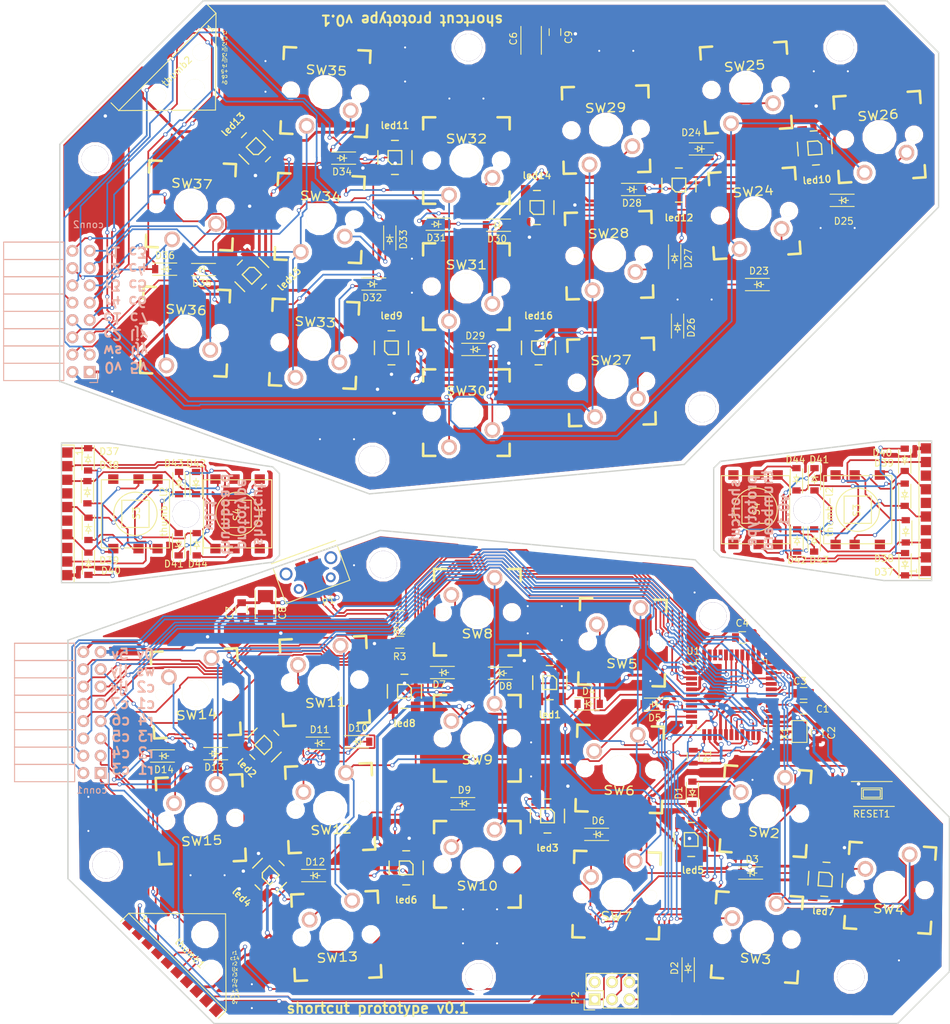
<source format=kicad_pcb>
(kicad_pcb (version 4) (host pcbnew 4.0.4+e1-6308~48~ubuntu14.04.1-stable)
  (layers (0 F.Cu signal) (31 B.Cu signal) (34 B.Paste user hide) (35 F.Paste user hide) (36 B.SilkS user) (37 F.SilkS user) (38 B.Mask user) (39 F.Mask user) (44 Edge.Cuts user))
  (net 0 "")
  (net 1 Earth)
  (net 2 +5V)
  (net 3 "Net-(C3-Pad1)")
  (net 4 "Net-(C4-Pad1)")
  (net 5 "Net-(D1-Pad2)")
  (net 6 "Net-(D2-Pad2)")
  (net 7 "Net-(D3-Pad2)")
  (net 8 "Net-(D4-Pad2)")
  (net 9 "Net-(D5-Pad2)")
  (net 10 "Net-(D6-Pad2)")
  (net 11 "Net-(D7-Pad2)")
  (net 12 "Net-(D8-Pad2)")
  (net 13 "Net-(D9-Pad2)")
  (net 14 "Net-(D10-Pad2)")
  (net 15 "Net-(D11-Pad2)")
  (net 16 "Net-(D12-Pad2)")
  (net 17 "Net-(D13-Pad2)")
  (net 18 "Net-(D14-Pad2)")
  (net 19 "Net-(D23-Pad2)")
  (net 20 "Net-(D24-Pad2)")
  (net 21 "Net-(D25-Pad2)")
  (net 22 "Net-(D26-Pad2)")
  (net 23 "Net-(D27-Pad2)")
  (net 24 "Net-(D28-Pad2)")
  (net 25 "Net-(D29-Pad2)")
  (net 26 "Net-(D30-Pad2)")
  (net 27 "Net-(D31-Pad2)")
  (net 28 "Net-(D32-Pad2)")
  (net 29 "Net-(D33-Pad2)")
  (net 30 "Net-(D34-Pad2)")
  (net 31 "Net-(D35-Pad2)")
  (net 32 "Net-(D36-Pad2)")
  (net 33 "Net-(D37-Pad2)")
  (net 34 "Net-(D38-Pad2)")
  (net 35 "Net-(D39-Pad2)")
  (net 36 "Net-(D40-Pad2)")
  (net 37 "Net-(D41-Pad2)")
  (net 38 "Net-(D42-Pad2)")
  (net 39 "Net-(D43-Pad2)")
  (net 40 "Net-(D44-Pad2)")
  (net 41 "Net-(led1-Pad2)")
  (net 42 "Net-(led1-Pad4)")
  (net 43 "Net-(led2-Pad4)")
  (net 44 "Net-(led3-Pad4)")
  (net 45 "Net-(led4-Pad4)")
  (net 46 "Net-(led5-Pad4)")
  (net 47 "Net-(led6-Pad4)")
  (net 48 "Net-(led16-Pad4)")
  (net 49 "Net-(led11-Pad2)")
  (net 50 "Net-(led10-Pad4)")
  (net 51 "Net-(led11-Pad4)")
  (net 52 "Net-(led12-Pad4)")
  (net 53 "Net-(led13-Pad4)")
  (net 54 "Net-(led14-Pad4)")
  (net 55 /sck)
  (net 56 /mosi)
  (net 57 /reset)
  (net 58 "Net-(R2-Pad1)")
  (net 59 "Net-(R3-Pad1)")
  (net 60 "Net-(U1-Pad16)")
  (net 61 "Net-(U1-Pad17)")
  (net 62 "Net-(P1-Pad2)")
  (net 63 "Net-(P1-Pad3)")
  (net 64 /col3)
  (net 65 /col4)
  (net 66 /col5)
  (net 67 /col6)
  (net 68 /col1)
  (net 69 /col7)
  (net 70 /col2)
  (net 71 /l-joy-x)
  (net 72 /l-joy-y)
  (net 73 "/left keys/thumb/row1")
  (net 74 "/left keys/thumb/row2")
  (net 75 "/left keys/thumb/row3")
  (net 76 "/left keys/thumb/row4")
  (net 77 "/left keys/thumb/col1")
  (net 78 "/left keys/thumb/col2")
  (net 79 /row1)
  (net 80 /row2)
  (net 81 /row3)
  (net 82 /row4)
  (net 83 /ws2812-out)
  (net 84 /l-l-joy-y)
  (net 85 /l-ws2812-out)
  (net 86 /l-l-joy-x)
  (net 87 /l-col2)
  (net 88 /l-col7)
  (net 89 /l-col1)
  (net 90 /l-col6)
  (net 91 /l-row4)
  (net 92 /l-col5)
  (net 93 /l-row3)
  (net 94 /l-col4)
  (net 95 /l-row2)
  (net 96 /l-col3)
  (net 97 /l-row1)
  (net 98 /ws2812)
  (net 99 /col14)
  (net 100 /col8)
  (net 101 /col9)
  (net 102 /col10)
  (net 103 /col11)
  (net 104 /col12)
  (net 105 /r-joy-x)
  (net 106 /r-joy-y)
  (net 107 /col13)
  (module fp:via (layer F.Cu) (at 62.5 172.5)
    (fp_text reference "" hide)
    (fp_text value via)
    (pad 1 thru_hole circle (at 0 0) (size 0.6 0.6) (drill 0.3) (layers *.Cu) (net 1 Earth))
  )
  (module fp:via (layer F.Cu) (at 157.5 165.5)
    (fp_text reference "" hide)
    (fp_text value via)
    (pad 1 thru_hole circle (at 0 0) (size 0.6 0.6) (drill 0.3) (layers *.Cu) (net 1 Earth))
  )
  (module fp:via (layer F.Cu) (at 62.5 169)
    (fp_text reference "" hide)
    (fp_text value via)
    (pad 1 thru_hole circle (at 0 0) (size 0.6 0.6) (drill 0.3) (layers *.Cu) (net 1 Earth))
  )
  (module fp:via (layer F.Cu) (at 38.5 146.5)
    (fp_text reference "" hide)
    (fp_text value via)
    (pad 1 thru_hole circle (at 0 0) (size 0.6 0.6) (drill 0.3) (layers *.Cu) (net 1 Earth))
  )
  (module fp:via (layer F.Cu) (at 38.5 141.5)
    (fp_text reference "" hide)
    (fp_text value via)
    (pad 1 thru_hole circle (at 0 0) (size 0.6 0.6) (drill 0.3) (layers *.Cu) (net 1 Earth))
  )
  (module fp:via (layer F.Cu) (at 58.5 153)
    (fp_text reference "" hide)
    (fp_text value via)
    (pad 1 thru_hole circle (at 0 0) (size 0.6 0.6) (drill 0.3) (layers *.Cu) (net 1 Earth))
  )
  (module fp:via (layer F.Cu) (at 53.5 153)
    (fp_text reference "" hide)
    (fp_text value via)
    (pad 1 thru_hole circle (at 0 0) (size 0.6 0.6) (drill 0.3) (layers *.Cu) (net 1 Earth))
  )
  (module fp:via (layer F.Cu) (at 108 118.5)
    (fp_text reference "" hide)
    (fp_text value via)
    (pad 1 thru_hole circle (at 0 0) (size 0.6 0.6) (drill 0.3) (layers *.Cu) (net 1 Earth))
  )
  (module fp:via (layer F.Cu) (at 103 117.5)
    (fp_text reference "" hide)
    (fp_text value via)
    (pad 1 thru_hole circle (at 0 0) (size 0.6 0.6) (drill 0.3) (layers *.Cu) (net 1 Earth))
  )
  (module fp:via (layer F.Cu) (at 127.5 111.5)
    (fp_text reference "" hide)
    (fp_text value via)
    (pad 1 thru_hole circle (at 0 0) (size 0.6 0.6) (drill 0.3) (layers *.Cu) (net 1 Earth))
  )
  (module fp:via (layer F.Cu) (at 108 113.5)
    (fp_text reference "" hide)
    (fp_text value via)
    (pad 1 thru_hole circle (at 0 0) (size 0.6 0.6) (drill 0.3) (layers *.Cu) (net 1 Earth))
  )
  (module fp:via (layer F.Cu) (at 103 113.5)
    (fp_text reference "" hide)
    (fp_text value via)
    (pad 1 thru_hole circle (at 0 0) (size 0.6 0.6) (drill 0.3) (layers *.Cu) (net 1 Earth))
  )
  (module fp:via (layer F.Cu) (at 103.5 138.5)
    (fp_text reference "" hide)
    (fp_text value via)
    (pad 1 thru_hole circle (at 0 0) (size 0.6 0.6) (drill 0.3) (layers *.Cu) (net 1 Earth))
  )
  (module fp:via (layer F.Cu) (at 103.5 133.5)
    (fp_text reference "" hide)
    (fp_text value via)
    (pad 1 thru_hole circle (at 0 0) (size 0.6 0.6) (drill 0.3) (layers *.Cu) (net 1 Earth))
  )
  (module fp:via (layer F.Cu) (at 96.5 39 90)
    (fp_text reference "" hide)
    (fp_text value via)
    (pad 1 thru_hole circle (at 0 0 90) (size 0.6 0.6) (drill 0.3) (layers *.Cu) (net 1 Earth))
  )
  (module fp:via (layer F.Cu) (at 86 67.5)
    (fp_text reference "" hide)
    (fp_text value via)
    (pad 1 thru_hole circle (at 0 0) (size 0.6 0.6) (drill 0.3) (layers *.Cu) (net 1 Earth))
  )
  (module fp:via (layer F.Cu) (at 42 82)
    (fp_text reference "" hide)
    (fp_text value via)
    (pad 1 thru_hole circle (at 0 0) (size 0.6 0.6) (drill 0.3) (layers *.Cu) (net 1 Earth))
  )
  (module fp:via (layer F.Cu) (at 130 68.5)
    (fp_text reference "" hide)
    (fp_text value via)
    (pad 1 thru_hole circle (at 0 0) (size 0.6 0.6) (drill 0.3) (layers *.Cu) (net 1 Earth))
  )
  (module fp:via (layer F.Cu) (at 125 68.5)
    (fp_text reference "" hide)
    (fp_text value via)
    (pad 1 thru_hole circle (at 0 0) (size 0.6 0.6) (drill 0.3) (layers *.Cu) (net 1 Earth))
  )
  (module fp:via (layer F.Cu) (at 85 36.5)
    (fp_text reference "" hide)
    (fp_text value via)
    (pad 1 thru_hole circle (at 0 0) (size 0.6 0.6) (drill 0.3) (layers *.Cu) (net 1 Earth))
  )
  (module fp:via (layer F.Cu) (at 118.5 32)
    (fp_text reference "" hide)
    (fp_text value via)
    (pad 1 thru_hole circle (at 0 0) (size 0.6 0.6) (drill 0.3) (layers *.Cu) (net 1 Earth))
  )
  (module fp:via (layer F.Cu) (at 113.5 32)
    (fp_text reference "" hide)
    (fp_text value via)
    (pad 1 thru_hole circle (at 0 0) (size 0.6 0.6) (drill 0.3) (layers *.Cu) (net 1 Earth))
  )
  (module fp:via (layer F.Cu) (at 139 134.5)
    (fp_text reference "" hide)
    (fp_text value via)
    (pad 1 thru_hole circle (at 0 0) (size 0.6 0.6) (drill 0.3) (layers *.Cu) (net 1 Earth))
  )
  (module fp:via (layer F.Cu) (at 77.5 107.5)
    (fp_text reference "" hide)
    (fp_text value via)
    (pad 1 thru_hole circle (at 0 0) (size 0.6 0.6) (drill 0.3) (layers *.Cu) (net 1 Earth))
  )
  (module fp:via (layer F.Cu) (at 91.5 39 90)
    (fp_text reference "" hide)
    (fp_text value via)
    (pad 1 thru_hole circle (at 0 0 90) (size 0.6 0.6) (drill 0.3) (layers *.Cu) (net 1 Earth))
  )
  (module fp:via (layer F.Cu) (at 86 62.5)
    (fp_text reference "" hide)
    (fp_text value via)
    (pad 1 thru_hole circle (at 0 0) (size 0.6 0.6) (drill 0.3) (layers *.Cu) (net 1 Earth))
  )
  (module fp:via (layer F.Cu) (at 42 77)
    (fp_text reference "" hide)
    (fp_text value via)
    (pad 1 thru_hole circle (at 0 0) (size 0.6 0.6) (drill 0.3) (layers *.Cu) (net 1 Earth))
  )
  (module fp:via (layer F.Cu) (at 64.5 33.5)
    (fp_text reference "" hide)
    (fp_text value via)
    (pad 1 thru_hole circle (at 0 0) (size 0.6 0.6) (drill 0.3) (layers *.Cu) (net 1 Earth))
  )
  (module fp:via (layer F.Cu) (at 64.5 38)
    (fp_text reference "" hide)
    (fp_text value via)
    (pad 1 thru_hole circle (at 0 0) (size 0.6 0.6) (drill 0.3) (layers *.Cu) (net 1 Earth))
  )
  (module fp:via (layer F.Cu) (at 85 31.5)
    (fp_text reference "" hide)
    (fp_text value via)
    (pad 1 thru_hole circle (at 0 0) (size 0.6 0.6) (drill 0.3) (layers *.Cu) (net 1 Earth))
  )
  (module fp:via (layer F.Cu) (at 136 139)
    (fp_text reference "" hide)
    (fp_text value via)
    (pad 1 thru_hole circle (at 0 0) (size 0.6 0.6) (drill 0.3) (layers *.Cu) (net 1 Earth))
  )
  (module fp:via (layer F.Cu) (at 125.5 131)
    (fp_text reference "" hide)
    (fp_text value via)
    (pad 1 thru_hole circle (at 0 0) (size 0.6 0.6) (drill 0.3) (layers *.Cu) (net 1 Earth))
  )
  (module fp:via (layer F.Cu) (at 98.5 163)
    (fp_text reference "" hide)
    (fp_text value via)
    (pad 1 thru_hole circle (at 0 0) (size 0.6 0.6) (drill 0.3) (layers *.Cu) (net 1 Earth))
  )
  (module fp:via (layer F.Cu) (at 93.5 163)
    (fp_text reference "" hide)
    (fp_text value via)
    (pad 1 thru_hole circle (at 0 0) (size 0.6 0.6) (drill 0.3) (layers *.Cu) (net 1 Earth))
  )
  (module fp:via (layer F.Cu) (at 151 58)
    (fp_text reference "" hide)
    (fp_text value via)
    (pad 1 thru_hole circle (at 0 0) (size 0.6 0.6) (drill 0.3) (layers *.Cu) (net 1 Earth))
  )
  (module fp:via (layer F.Cu) (at 146 58)
    (fp_text reference "" hide)
    (fp_text value via)
    (pad 1 thru_hole circle (at 0 0) (size 0.6 0.6) (drill 0.3) (layers *.Cu) (net 1 Earth))
  )
  (module fp:via (layer F.Cu) (at 77.5 89)
    (fp_text reference "" hide)
    (fp_text value via)
    (pad 1 thru_hole circle (at 0 0) (size 0.6 0.6) (drill 0.3) (layers *.Cu) (net 1 Earth))
  )
  (module fp:via (layer F.Cu) (at 72.5 89)
    (fp_text reference "" hide)
    (fp_text value via)
    (pad 1 thru_hole circle (at 0 0) (size 0.6 0.6) (drill 0.3) (layers *.Cu) (net 1 Earth))
  )
  (module fp:via (layer F.Cu) (at 150 35)
    (fp_text reference "" hide)
    (fp_text value via)
    (pad 1 thru_hole circle (at 0 0) (size 0.6 0.6) (drill 0.3) (layers *.Cu) (net 1 Earth))
  )
  (module fp:via (layer F.Cu) (at 145 35)
    (fp_text reference "" hide)
    (fp_text value via)
    (pad 1 thru_hole circle (at 0 0) (size 0.6 0.6) (drill 0.3) (layers *.Cu) (net 1 Earth))
  )
  (module fp:via (layer F.Cu) (at 138 120.5)
    (fp_text reference "" hide)
    (fp_text value via)
    (pad 1 thru_hole circle (at 0 0) (size 0.6 0.6) (drill 0.3) (layers *.Cu) (net 1 Earth))
  )
  (module fp:via (layer F.Cu) (at 121 124.5)
    (fp_text reference "" hide)
    (fp_text value via)
    (pad 1 thru_hole circle (at 0 0) (size 0.6 0.6) (drill 0.3) (layers *.Cu) (net 1 Earth))
  )
  (module fp:via (layer F.Cu) (at 98.5 158)
    (fp_text reference "" hide)
    (fp_text value via)
    (pad 1 thru_hole circle (at 0 0) (size 0.6 0.6) (drill 0.3) (layers *.Cu) (net 1 Earth))
  )
  (module "fp:thumbpad connector" (layer F.Cu) (at 161.451384 108.349736 90)
    (fp_text reference thumb-l2 (at 8.7 -14.15 90) (layer F.SilkS))
    (fp_text value CONN_02X05)
    (fp_text user 1 (at 0 -1.8 90) (layer F.SilkS))
    (pad 1 smd rect (at 0 0 90) (size 1.5 1.5) (layers F.Cu F.Paste F.Mask) (net 73 "/left keys/thumb/row1"))
    (pad 2 smd rect (at 2 0 90) (size 1.5 1.5) (layers F.Cu F.Paste F.Mask) (net 78 "/left keys/thumb/col2"))
    (pad 3 smd rect (at 4 0 90) (size 1.5 1.5) (layers F.Cu F.Paste F.Mask) (net 74 "/left keys/thumb/row2"))
    (pad 4 smd rect (at 6 0 90) (size 1.5 1.5) (layers F.Cu F.Paste F.Mask))
    (pad 5 smd rect (at 8 0 90) (size 1.5 1.5) (layers F.Cu F.Paste F.Mask) (net 75 "/left keys/thumb/row3"))
    (pad 6 smd rect (at 10 0 90) (size 1.5 1.5) (layers F.Cu F.Paste F.Mask))
    (pad 7 smd rect (at 12 0 90) (size 1.5 1.5) (layers F.Cu F.Paste F.Mask) (net 76 "/left keys/thumb/row4"))
    (pad 8 smd rect (at 14 0 90) (size 1.5 1.5) (layers F.Cu F.Paste F.Mask) (net 2 +5V))
    (pad 9 smd rect (at 16 0 90) (size 1.5 1.5) (layers F.Cu F.Paste F.Mask) (net 77 "/left keys/thumb/col1"))
    (pad 10 smd rect (at 18 0 90) (size 1.5 1.5) (layers F.Cu F.Paste F.Mask) (net 1 Earth))
  )
  (module Diodes_SMD:SOD-123 (layer F.Cu) (at 158.351384 92.024736 90)
    (fp_text reference D40 (at 1.025 -3.3 180) (layer F.SilkS))
    (fp_text value D)
    (pad 1 smd rect (at -1.635 0 90) (size 0.91 1.22) (layers F.Cu F.Paste F.Mask) (net 76 "/left keys/thumb/row4"))
    (pad 2 smd rect (at 1.635 0 90) (size 0.91 1.22) (layers F.Cu F.Paste F.Mask) (net 36 "Net-(D40-Pad2)"))
  )
  (module "fp:alps 4way smt" (layer F.Cu) (at 151.451384 99.349736 270)
    (fp_text reference S3 (at 0.1 0.15 270) (layer F.SilkS))
    (fp_text value alps_4way)
    (pad 1 smd rect (at -5.1 -3.25 270) (size 1.4 1.5) (layers F.Cu F.Paste F.Mask) (net 33 "Net-(D37-Pad2)"))
    (pad 2 smd rect (at -5.1 0.45 270) (size 1.4 1.5) (layers F.Cu F.Paste F.Mask) (net 34 "Net-(D38-Pad2)"))
    (pad 3 smd rect (at -5.1 3.25 270) (size 1.4 1.5) (layers F.Cu F.Paste F.Mask) (net 35 "Net-(D39-Pad2)"))
    (pad 5 smd rect (at 5.1 0.45 270) (size 1.4 1.5) (layers F.Cu F.Paste F.Mask) (net 36 "Net-(D40-Pad2)"))
    (pad 6 smd rect (at 5.1 -3.25 270) (size 1.4 1.5) (layers F.Cu F.Paste F.Mask))
    (pad 4 smd rect (at 5.1 3.25 270) (size 1.4 1.5) (layers F.Cu F.Paste F.Mask) (net 77 "/left keys/thumb/col1"))
  )
  (module Diodes_SMD:SOD-123 (layer F.Cu) (at 158.501384 102.524736 90)
    (fp_text reference D38 (at -3.975 -3.2 180) (layer F.SilkS))
    (fp_text value D)
    (pad 1 smd rect (at -1.635 0 90) (size 0.91 1.22) (layers F.Cu F.Paste F.Mask) (net 74 "/left keys/thumb/row2"))
    (pad 2 smd rect (at 1.635 0 90) (size 0.91 1.22) (layers F.Cu F.Paste F.Mask) (net 34 "Net-(D38-Pad2)"))
  )
  (module Diodes_SMD:SOD-123 (layer F.Cu) (at 158.401384 107.349736 90)
    (fp_text reference D37 (at -1.15 -3.1 180) (layer F.SilkS))
    (fp_text value D)
    (pad 1 smd rect (at -1.635 0 90) (size 0.91 1.22) (layers F.Cu F.Paste F.Mask) (net 73 "/left keys/thumb/row1"))
    (pad 2 smd rect (at 1.635 0 90) (size 0.91 1.22) (layers F.Cu F.Paste F.Mask) (net 33 "Net-(D37-Pad2)"))
  )
  (module Diodes_SMD:SOD-123 (layer F.Cu) (at 158.351384 97.149736 90)
    (fp_text reference D39 (at 4.65 -3.05 180) (layer F.SilkS))
    (fp_text value D)
    (pad 1 smd rect (at -1.635 0 90) (size 0.91 1.22) (layers F.Cu F.Paste F.Mask) (net 75 "/left keys/thumb/row3"))
    (pad 2 smd rect (at 1.635 0 90) (size 0.91 1.22) (layers F.Cu F.Paste F.Mask) (net 35 "Net-(D39-Pad2)"))
  )
  (module Mounting_Holes:MountingHole_4mm (layer F.Cu) (at 144.001384 99.349736)
    (fp_text reference P13 (at 0.05 -0.6) (layer F.SilkS))
    (fp_text value CONN_01X01)
    (pad 1 thru_hole circle (at 0 0) (size 4 4) (drill 4) (layers))
  )
  (module Diodes_SMD:SOD-123 (layer F.Cu) (at 142.551384 103.864736 270)
    (fp_text reference D42 (at 2.885 0 360) (layer F.SilkS))
    (fp_text value D)
    (pad 1 smd rect (at -1.635 0 270) (size 0.91 1.22) (layers F.Cu F.Paste F.Mask) (net 74 "/left keys/thumb/row2"))
    (pad 2 smd rect (at 1.635 0 270) (size 0.91 1.22) (layers F.Cu F.Paste F.Mask) (net 38 "Net-(D42-Pad2)"))
  )
  (module Diodes_SMD:SOD-123 (layer F.Cu) (at 145.101384 94.884736 270)
    (fp_text reference D41 (at -2.885 -0.7 360) (layer F.SilkS))
    (fp_text value D)
    (pad 1 smd rect (at -1.635 0 270) (size 0.91 1.22) (layers F.Cu F.Paste F.Mask) (net 73 "/left keys/thumb/row1"))
    (pad 2 smd rect (at 1.635 0 270) (size 0.91 1.22) (layers F.Cu F.Paste F.Mask) (net 37 "Net-(D41-Pad2)"))
  )
  (module "fp:alps 4way smt" (layer F.Cu) (at 136.451384 99.349736 90)
    (fp_text reference S4 (at 0.1 0.1 90) (layer F.SilkS))
    (fp_text value alps_4way)
    (pad 1 smd rect (at -5.1 -3.25 90) (size 1.4 1.5) (layers F.Cu F.Paste F.Mask) (net 37 "Net-(D41-Pad2)"))
    (pad 2 smd rect (at -5.1 0.45 90) (size 1.4 1.5) (layers F.Cu F.Paste F.Mask) (net 38 "Net-(D42-Pad2)"))
    (pad 3 smd rect (at -5.1 3.25 90) (size 1.4 1.5) (layers F.Cu F.Paste F.Mask) (net 39 "Net-(D43-Pad2)"))
    (pad 5 smd rect (at 5.1 0.45 90) (size 1.4 1.5) (layers F.Cu F.Paste F.Mask) (net 40 "Net-(D44-Pad2)"))
    (pad 6 smd rect (at 5.1 -3.25 90) (size 1.4 1.5) (layers F.Cu F.Paste F.Mask))
    (pad 4 smd rect (at 5.1 3.25 90) (size 1.4 1.5) (layers F.Cu F.Paste F.Mask) (net 78 "/left keys/thumb/col2"))
  )
  (module Diodes_SMD:SOD-123 (layer F.Cu) (at 142.451384 94.884736 90)
    (fp_text reference D44 (at 2.885 -0.15 180) (layer F.SilkS))
    (fp_text value D)
    (pad 1 smd rect (at -1.635 0 90) (size 0.91 1.22) (layers F.Cu F.Paste F.Mask) (net 76 "/left keys/thumb/row4"))
    (pad 2 smd rect (at 1.635 0 90) (size 0.91 1.22) (layers F.Cu F.Paste F.Mask) (net 40 "Net-(D44-Pad2)"))
  )
  (module Diodes_SMD:SOD-123 (layer F.Cu) (at 145.051384 103.864736 270)
    (fp_text reference D43 (at 2.885 -0.75 360) (layer F.SilkS))
    (fp_text value D)
    (pad 1 smd rect (at -1.635 0 270) (size 0.91 1.22) (layers F.Cu F.Paste F.Mask) (net 75 "/left keys/thumb/row3"))
    (pad 2 smd rect (at 1.635 0 270) (size 0.91 1.22) (layers F.Cu F.Paste F.Mask) (net 39 "Net-(D43-Pad2)"))
  )
  (module Mounting_Holes:MountingHole_4mm (layer F.Cu) (at 148.9 31.5 180)
    (fp_text reference P4 (at -0.1 0 180) (layer F.SilkS))
    (fp_text value CONN_01X01)
    (pad 1 thru_hole circle (at 0 0 180) (size 4 4) (drill 4) (layers))
  )
  (module Diodes_SMD:SOD-123 (layer F.Cu) (at 149.393 53.943)
    (fp_text reference D25 (at 0 3.057) (layer F.SilkS))
    (fp_text value D)
    (pad 1 smd rect (at -1.635 0) (size 0.91 1.22) (layers F.Cu F.Paste F.Mask) (net 93 /l-row3))
    (pad 2 smd rect (at 1.635 0) (size 0.91 1.22) (layers F.Cu F.Paste F.Mask) (net 21 "Net-(D25-Pad2)"))
  )
  (module WS2812B:WS2812B (layer F.Cu) (at 145.15 46.25 183.8)
    (fp_text reference led10 (at 0 -4.7 183.8) (layer F.SilkS) (effects (font (thickness 0.2))))
    (fp_text value ws2812b hide)
    (pad 1 smd rect (at 1.65 -2.4 183.8) (size 1.4 1.8) (layers F.Cu F.Paste F.Mask) (net 2 +5V))
    (pad 2 smd rect (at -1.65 -2.4 183.8) (size 1.4 1.8) (layers F.Cu F.Paste F.Mask))
    (pad 3 smd rect (at -1.65 2.4 183.8) (size 1.4 1.8) (layers F.Cu F.Paste F.Mask) (net 1 Earth))
    (pad 4 smd rect (at 1.65 2.4 183.8) (size 1.4 1.8) (layers F.Cu F.Paste F.Mask) (net 50 "Net-(led10-Pad4)"))
  )
  (module fp:CHERRY_MX (layer F.Cu) (at 135.05 37.4 183.8)
    (fp_text reference SW25 (at 0 3.175 183.8) (layer F.SilkS) (effects (font (size 1.27 1.524) (thickness 0.2032))))
    (fp_text value SW_PUSH hide)
    (pad 1 thru_hole circle (at 2.54 -5.08 183.8) (size 2.286 2.286) (drill 1.4986) (layers *.Cu *.SilkS *.Mask) (net 89 /l-col1))
    (pad 2 thru_hole circle (at -3.81 -2.54 183.8) (size 2.286 2.286) (drill 1.4986) (layers *.Cu *.SilkS *.Mask) (net 20 "Net-(D24-Pad2)"))
    (pad "" np_thru_hole circle (at 0 0 183.8) (size 3.9878 3.9878) (drill 3.9878) (layers *.Cu *.Mask F.SilkS))
    (pad "" np_thru_hole circle (at -5.08 0 183.8) (size 1.7018 1.7018) (drill 1.7018) (layers *.Cu *.Mask F.SilkS))
    (pad "" np_thru_hole circle (at 5.08 0 183.8) (size 1.7018 1.7018) (drill 1.7018) (layers *.Cu *.Mask F.SilkS))
  )
  (module fp:CHERRY_MX (layer F.Cu) (at 154.643 44.643 183.8)
    (fp_text reference SW26 (at 0 3.175 183.8) (layer F.SilkS) (effects (font (size 1.27 1.524) (thickness 0.2032))))
    (fp_text value SW_PUSH hide)
    (pad 1 thru_hole circle (at 2.54 -5.08 183.8) (size 2.286 2.286) (drill 1.4986) (layers *.Cu *.SilkS *.Mask) (net 89 /l-col1))
    (pad 2 thru_hole circle (at -3.81 -2.54 183.8) (size 2.286 2.286) (drill 1.4986) (layers *.Cu *.SilkS *.Mask) (net 21 "Net-(D25-Pad2)"))
    (pad "" np_thru_hole circle (at 0 0 183.8) (size 3.9878 3.9878) (drill 3.9878) (layers *.Cu *.Mask F.SilkS))
    (pad "" np_thru_hole circle (at -5.08 0 183.8) (size 1.7018 1.7018) (drill 1.7018) (layers *.Cu *.Mask F.SilkS))
    (pad "" np_thru_hole circle (at 5.08 0 183.8) (size 1.7018 1.7018) (drill 1.7018) (layers *.Cu *.Mask F.SilkS))
  )
  (module Diodes_SMD:SOD-123 (layer F.Cu) (at 128.243 46.393 180)
    (fp_text reference D24 (at 1.243 2.393 180) (layer F.SilkS))
    (fp_text value D)
    (pad 1 smd rect (at -1.635 0 180) (size 0.91 1.22) (layers F.Cu F.Paste F.Mask) (net 95 /l-row2))
    (pad 2 smd rect (at 1.635 0 180) (size 0.91 1.22) (layers F.Cu F.Paste F.Mask) (net 20 "Net-(D24-Pad2)"))
  )
  (module WS2812B:WS2812B (layer F.Cu) (at 125.2 51.7)
    (fp_text reference led12 (at 0 4.8) (layer F.SilkS) (effects (font (thickness 0.2))))
    (fp_text value ws2812b hide)
    (pad 1 smd rect (at 1.65 -2.4) (size 1.4 1.8) (layers F.Cu F.Paste F.Mask) (net 2 +5V))
    (pad 2 smd rect (at -1.65 -2.4) (size 1.4 1.8) (layers F.Cu F.Paste F.Mask) (net 50 "Net-(led10-Pad4)"))
    (pad 3 smd rect (at -1.65 2.4) (size 1.4 1.8) (layers F.Cu F.Paste F.Mask) (net 1 Earth))
    (pad 4 smd rect (at 1.65 2.4) (size 1.4 1.8) (layers F.Cu F.Paste F.Mask) (net 52 "Net-(led12-Pad4)"))
  )
  (module Diodes_SMD:SOD-123 (layer F.Cu) (at 124.575 62.45 270)
    (fp_text reference D27 (at 0 -2 270) (layer F.SilkS))
    (fp_text value D)
    (pad 1 smd rect (at -1.635 0 270) (size 0.91 1.22) (layers F.Cu F.Paste F.Mask) (net 95 /l-row2))
    (pad 2 smd rect (at 1.635 0 270) (size 0.91 1.22) (layers F.Cu F.Paste F.Mask) (net 23 "Net-(D27-Pad2)"))
  )
  (module Diodes_SMD:SOD-123 (layer F.Cu) (at 136.95 66.3)
    (fp_text reference D23 (at 0 -2) (layer F.SilkS))
    (fp_text value D)
    (pad 1 smd rect (at -1.635 0) (size 0.91 1.22) (layers F.Cu F.Paste F.Mask) (net 97 /l-row1))
    (pad 2 smd rect (at 1.635 0) (size 0.91 1.22) (layers F.Cu F.Paste F.Mask) (net 19 "Net-(D23-Pad2)"))
  )
  (module fp:CHERRY_MX (layer F.Cu) (at 136.293 55.843 183.8)
    (fp_text reference SW24 (at 0 3.175 183.8) (layer F.SilkS) (effects (font (size 1.27 1.524) (thickness 0.2032))))
    (fp_text value SW_PUSH hide)
    (pad 1 thru_hole circle (at 2.54 -5.08 183.8) (size 2.286 2.286) (drill 1.4986) (layers *.Cu *.SilkS *.Mask) (net 89 /l-col1))
    (pad 2 thru_hole circle (at -3.81 -2.54 183.8) (size 2.286 2.286) (drill 1.4986) (layers *.Cu *.SilkS *.Mask) (net 19 "Net-(D23-Pad2)"))
    (pad "" np_thru_hole circle (at 0 0 183.8) (size 3.9878 3.9878) (drill 3.9878) (layers *.Cu *.Mask F.SilkS))
    (pad "" np_thru_hole circle (at -5.08 0 183.8) (size 1.7018 1.7018) (drill 1.7018) (layers *.Cu *.Mask F.SilkS))
    (pad "" np_thru_hole circle (at 5.08 0 183.8) (size 1.7018 1.7018) (drill 1.7018) (layers *.Cu *.Mask F.SilkS))
  )
  (module Diodes_SMD:SOD-123 (layer F.Cu) (at 111.95 127.85)
    (fp_text reference D4 (at 0 -1.85) (layer F.SilkS))
    (fp_text value D)
    (pad 1 smd rect (at -1.635 0) (size 0.91 1.22) (layers F.Cu F.Paste F.Mask) (net 79 /row1))
    (pad 2 smd rect (at 1.635 0) (size 0.91 1.22) (layers F.Cu F.Paste F.Mask) (net 8 "Net-(D4-Pad2)"))
  )
  (module Socket_Strips:Socket_Strip_Angled_2x08 (layer B.Cu) (at 38.7 79.125 90)
    (fp_text reference conn2 (at 21.625 -0.2 180) (layer B.SilkS) (effects (justify mirror)))
    (fp_text value CONN_02X08)
    (pad 1 thru_hole rect (at 0 0 90) (size 1.7272 1.7272) (drill 1.016) (layers *.Cu *.Mask B.SilkS) (net 2 +5V))
    (pad 2 thru_hole oval (at 0 -2.54 90) (size 1.7272 1.7272) (drill 1.016) (layers *.Cu *.Mask B.SilkS) (net 1 Earth))
    (pad 3 thru_hole oval (at 2.54 0 90) (size 1.7272 1.7272) (drill 1.016) (layers *.Cu *.Mask B.SilkS) (net 84 /l-l-joy-y))
    (pad 4 thru_hole oval (at 2.54 -2.54 90) (size 1.7272 1.7272) (drill 1.016) (layers *.Cu *.Mask B.SilkS) (net 85 /l-ws2812-out))
    (pad 5 thru_hole oval (at 5.08 0 90) (size 1.7272 1.7272) (drill 1.016) (layers *.Cu *.Mask B.SilkS) (net 86 /l-l-joy-x))
    (pad 6 thru_hole oval (at 5.08 -2.54 90) (size 1.7272 1.7272) (drill 1.016) (layers *.Cu *.Mask B.SilkS) (net 87 /l-col2))
    (pad 7 thru_hole oval (at 7.62 0 90) (size 1.7272 1.7272) (drill 1.016) (layers *.Cu *.Mask B.SilkS) (net 88 /l-col7))
    (pad 8 thru_hole oval (at 7.62 -2.54 90) (size 1.7272 1.7272) (drill 1.016) (layers *.Cu *.Mask B.SilkS) (net 89 /l-col1))
    (pad 9 thru_hole oval (at 10.16 0 90) (size 1.7272 1.7272) (drill 1.016) (layers *.Cu *.Mask B.SilkS) (net 90 /l-col6))
    (pad 10 thru_hole oval (at 10.16 -2.54 90) (size 1.7272 1.7272) (drill 1.016) (layers *.Cu *.Mask B.SilkS) (net 91 /l-row4))
    (pad 11 thru_hole oval (at 12.7 0 90) (size 1.7272 1.7272) (drill 1.016) (layers *.Cu *.Mask B.SilkS) (net 92 /l-col5))
    (pad 12 thru_hole oval (at 12.7 -2.54 90) (size 1.7272 1.7272) (drill 1.016) (layers *.Cu *.Mask B.SilkS) (net 93 /l-row3))
    (pad 13 thru_hole oval (at 15.24 0 90) (size 1.7272 1.7272) (drill 1.016) (layers *.Cu *.Mask B.SilkS) (net 94 /l-col4))
    (pad 14 thru_hole oval (at 15.24 -2.54 90) (size 1.7272 1.7272) (drill 1.016) (layers *.Cu *.Mask B.SilkS) (net 95 /l-row2))
    (pad 15 thru_hole oval (at 17.78 0 90) (size 1.7272 1.7272) (drill 1.016) (layers *.Cu *.Mask B.SilkS) (net 96 /l-col3))
    (pad 16 thru_hole oval (at 17.78 -2.54 90) (size 1.7272 1.7272) (drill 1.016) (layers *.Cu *.Mask B.SilkS) (net 97 /l-row1))
  )
  (module Capacitors_SMD:C_0805 (layer F.Cu) (at 143.5 128.5)
    (fp_text reference C1 (at 2.8 0.1) (layer F.SilkS))
    (fp_text value 1u)
    (pad 1 smd rect (at -1 0) (size 1 1.25) (layers F.Cu F.Paste F.Mask) (net 2 +5V))
    (pad 2 smd rect (at 1 0) (size 1 1.25) (layers F.Cu F.Paste F.Mask) (net 1 Earth))
  )
  (module Capacitors_SMD:C_0805 (layer F.Cu) (at 145.5 132.1 270)
    (fp_text reference C2 (at 0 -2.1 270) (layer F.SilkS))
    (fp_text value 0.1u)
    (pad 1 smd rect (at -1 0 270) (size 1 1.25) (layers F.Cu F.Paste F.Mask) (net 2 +5V))
    (pad 2 smd rect (at 1 0 270) (size 1 1.25) (layers F.Cu F.Paste F.Mask) (net 1 Earth))
  )
  (module Capacitors_SMD:C_0805 (layer F.Cu) (at 143.5 126.3)
    (fp_text reference C3 (at -0.5 -1.8) (layer F.SilkS))
    (fp_text value 1u)
    (pad 1 smd rect (at -1 0) (size 1 1.25) (layers F.Cu F.Paste F.Mask) (net 3 "Net-(C3-Pad1)"))
    (pad 2 smd rect (at 1 0) (size 1 1.25) (layers F.Cu F.Paste F.Mask) (net 1 Earth))
  )
  (module Capacitors_SMD:C_0805 (layer F.Cu) (at 134.5 118.1)
    (fp_text reference C4 (at 0 -2.1) (layer F.SilkS))
    (fp_text value 1u)
    (pad 1 smd rect (at -1 0) (size 1 1.25) (layers F.Cu F.Paste F.Mask) (net 4 "Net-(C4-Pad1)"))
    (pad 2 smd rect (at 1 0) (size 1 1.25) (layers F.Cu F.Paste F.Mask) (net 1 Earth))
  )
  (module Diodes_SMD:SOD-123 (layer F.Cu) (at 127.175 140.9 90)
    (fp_text reference D1 (at 0 -2 90) (layer F.SilkS))
    (fp_text value D)
    (pad 1 smd rect (at -1.635 0 90) (size 0.91 1.22) (layers F.Cu F.Paste F.Mask) (net 79 /row1))
    (pad 2 smd rect (at 1.635 0 90) (size 0.91 1.22) (layers F.Cu F.Paste F.Mask) (net 5 "Net-(D1-Pad2)"))
  )
  (module Diodes_SMD:SOD-123 (layer F.Cu) (at 126.558 166.646 90)
    (fp_text reference D2 (at 0 -2 90) (layer F.SilkS))
    (fp_text value D)
    (pad 1 smd rect (at -1.635 0 90) (size 0.91 1.22) (layers F.Cu F.Paste F.Mask) (net 80 /row2))
    (pad 2 smd rect (at 1.635 0 90) (size 0.91 1.22) (layers F.Cu F.Paste F.Mask) (net 6 "Net-(D2-Pad2)"))
  )
  (module Diodes_SMD:SOD-123 (layer F.Cu) (at 135.956 152.676)
    (fp_text reference D3 (at 0 -2) (layer F.SilkS))
    (fp_text value D)
    (pad 1 smd rect (at -1.635 0) (size 0.91 1.22) (layers F.Cu F.Paste F.Mask) (net 81 /row3))
    (pad 2 smd rect (at 1.635 0) (size 0.91 1.22) (layers F.Cu F.Paste F.Mask) (net 7 "Net-(D3-Pad2)"))
  )
  (module Diodes_SMD:SOD-123 (layer F.Cu) (at 121.65 127.9 180)
    (fp_text reference D5 (at 0 -2 180) (layer F.SilkS))
    (fp_text value D)
    (pad 1 smd rect (at -1.635 0 180) (size 0.91 1.22) (layers F.Cu F.Paste F.Mask) (net 80 /row2))
    (pad 2 smd rect (at 1.635 0 180) (size 0.91 1.22) (layers F.Cu F.Paste F.Mask) (net 9 "Net-(D5-Pad2)"))
  )
  (module Diodes_SMD:SOD-123 (layer F.Cu) (at 113.35 147)
    (fp_text reference D6 (at 0 -2) (layer F.SilkS))
    (fp_text value D)
    (pad 1 smd rect (at -1.635 0) (size 0.91 1.22) (layers F.Cu F.Paste F.Mask) (net 81 /row3))
    (pad 2 smd rect (at 1.635 0) (size 0.91 1.22) (layers F.Cu F.Paste F.Mask) (net 10 "Net-(D6-Pad2)"))
  )
  (module Diodes_SMD:SOD-123 (layer F.Cu) (at 90.7 123.25)
    (fp_text reference D7 (at -0.7 1.75) (layer F.SilkS))
    (fp_text value D)
    (pad 1 smd rect (at -1.635 0) (size 0.91 1.22) (layers F.Cu F.Paste F.Mask) (net 79 /row1))
    (pad 2 smd rect (at 1.635 0) (size 0.91 1.22) (layers F.Cu F.Paste F.Mask) (net 11 "Net-(D7-Pad2)"))
  )
  (module Diodes_SMD:SOD-123 (layer F.Cu) (at 99.2 123.35)
    (fp_text reference D8 (at 0.55 1.9) (layer F.SilkS))
    (fp_text value D)
    (pad 1 smd rect (at -1.635 0) (size 0.91 1.22) (layers F.Cu F.Paste F.Mask) (net 80 /row2))
    (pad 2 smd rect (at 1.635 0) (size 0.91 1.22) (layers F.Cu F.Paste F.Mask) (net 12 "Net-(D8-Pad2)"))
  )
  (module Diodes_SMD:SOD-123 (layer F.Cu) (at 93.7 142.5)
    (fp_text reference D9 (at 0 -2) (layer F.SilkS))
    (fp_text value D)
    (pad 1 smd rect (at -1.635 0) (size 0.91 1.22) (layers F.Cu F.Paste F.Mask) (net 81 /row3))
    (pad 2 smd rect (at 1.635 0) (size 0.91 1.22) (layers F.Cu F.Paste F.Mask) (net 13 "Net-(D9-Pad2)"))
  )
  (module Diodes_SMD:SOD-123 (layer F.Cu) (at 78.1 133.4)
    (fp_text reference D10 (at 0 -2) (layer F.SilkS))
    (fp_text value D)
    (pad 1 smd rect (at -1.635 0) (size 0.91 1.22) (layers F.Cu F.Paste F.Mask) (net 79 /row1))
    (pad 2 smd rect (at 1.635 0) (size 0.91 1.22) (layers F.Cu F.Paste F.Mask) (net 14 "Net-(D10-Pad2)"))
  )
  (module Diodes_SMD:SOD-123 (layer F.Cu) (at 72.456 133.626)
    (fp_text reference D11 (at 0 -2) (layer F.SilkS))
    (fp_text value D)
    (pad 1 smd rect (at -1.635 0) (size 0.91 1.22) (layers F.Cu F.Paste F.Mask) (net 80 /row2))
    (pad 2 smd rect (at 1.635 0) (size 0.91 1.22) (layers F.Cu F.Paste F.Mask) (net 15 "Net-(D11-Pad2)"))
  )
  (module Diodes_SMD:SOD-123 (layer F.Cu) (at 71.8 153.05)
    (fp_text reference D12 (at 0 -2) (layer F.SilkS))
    (fp_text value D)
    (pad 1 smd rect (at -1.635 0) (size 0.91 1.22) (layers F.Cu F.Paste F.Mask) (net 81 /row3))
    (pad 2 smd rect (at 1.635 0) (size 0.91 1.22) (layers F.Cu F.Paste F.Mask) (net 16 "Net-(D12-Pad2)"))
  )
  (module Diodes_SMD:SOD-123 (layer F.Cu) (at 56.962 135.15 180)
    (fp_text reference D13 (at 0 -2 180) (layer F.SilkS))
    (fp_text value D)
    (pad 1 smd rect (at -1.635 0 180) (size 0.91 1.22) (layers F.Cu F.Paste F.Mask) (net 79 /row1))
    (pad 2 smd rect (at 1.635 0 180) (size 0.91 1.22) (layers F.Cu F.Paste F.Mask) (net 17 "Net-(D13-Pad2)"))
  )
  (module Diodes_SMD:SOD-123 (layer F.Cu) (at 49.6 135.5)
    (fp_text reference D14 (at 0 2) (layer F.SilkS))
    (fp_text value D)
    (pad 1 smd rect (at -1.635 0) (size 0.91 1.22) (layers F.Cu F.Paste F.Mask) (net 80 /row2))
    (pad 2 smd rect (at 1.635 0) (size 0.91 1.22) (layers F.Cu F.Paste F.Mask) (net 18 "Net-(D14-Pad2)"))
  )
  (module Diodes_SMD:SOD-123 (layer F.Cu) (at 125 72.625 270)
    (fp_text reference D26 (at 0 -2 270) (layer F.SilkS))
    (fp_text value D)
    (pad 1 smd rect (at -1.635 0 270) (size 0.91 1.22) (layers F.Cu F.Paste F.Mask) (net 97 /l-row1))
    (pad 2 smd rect (at 1.635 0 270) (size 0.91 1.22) (layers F.Cu F.Paste F.Mask) (net 22 "Net-(D26-Pad2)"))
  )
  (module Diodes_SMD:SOD-123 (layer F.Cu) (at 118.293 52.343 180)
    (fp_text reference D28 (at 0 -2 180) (layer F.SilkS))
    (fp_text value D)
    (pad 1 smd rect (at -1.635 0 180) (size 0.91 1.22) (layers F.Cu F.Paste F.Mask) (net 93 /l-row3))
    (pad 2 smd rect (at 1.635 0 180) (size 0.91 1.22) (layers F.Cu F.Paste F.Mask) (net 24 "Net-(D28-Pad2)"))
  )
  (module Diodes_SMD:SOD-123 (layer F.Cu) (at 95.3 75.825)
    (fp_text reference D29 (at 0 -2) (layer F.SilkS))
    (fp_text value D)
    (pad 1 smd rect (at -1.635 0) (size 0.91 1.22) (layers F.Cu F.Paste F.Mask) (net 97 /l-row1))
    (pad 2 smd rect (at 1.635 0) (size 0.91 1.22) (layers F.Cu F.Paste F.Mask) (net 25 "Net-(D29-Pad2)"))
  )
  (module Diodes_SMD:SOD-123 (layer F.Cu) (at 98.493 57.593 180)
    (fp_text reference D30 (at 0 -2 180) (layer F.SilkS))
    (fp_text value D)
    (pad 1 smd rect (at -1.635 0 180) (size 0.91 1.22) (layers F.Cu F.Paste F.Mask) (net 95 /l-row2))
    (pad 2 smd rect (at 1.635 0 180) (size 0.91 1.22) (layers F.Cu F.Paste F.Mask) (net 26 "Net-(D30-Pad2)"))
  )
  (module Diodes_SMD:SOD-123 (layer F.Cu) (at 89.593 57.443 180)
    (fp_text reference D31 (at 0 -2 180) (layer F.SilkS))
    (fp_text value D)
    (pad 1 smd rect (at -1.635 0 180) (size 0.91 1.22) (layers F.Cu F.Paste F.Mask) (net 93 /l-row3))
    (pad 2 smd rect (at 1.635 0 180) (size 0.91 1.22) (layers F.Cu F.Paste F.Mask) (net 27 "Net-(D31-Pad2)"))
  )
  (module Diodes_SMD:SOD-123 (layer F.Cu) (at 80.175 66.225 180)
    (fp_text reference D32 (at 0 -2 180) (layer F.SilkS))
    (fp_text value D)
    (pad 1 smd rect (at -1.635 0 180) (size 0.91 1.22) (layers F.Cu F.Paste F.Mask) (net 97 /l-row1))
    (pad 2 smd rect (at 1.635 0 180) (size 0.91 1.22) (layers F.Cu F.Paste F.Mask) (net 28 "Net-(D32-Pad2)"))
  )
  (module Diodes_SMD:SOD-123 (layer F.Cu) (at 82.75 59.675 270)
    (fp_text reference D33 (at 0 -2 270) (layer F.SilkS))
    (fp_text value D)
    (pad 1 smd rect (at -1.635 0 270) (size 0.91 1.22) (layers F.Cu F.Paste F.Mask) (net 95 /l-row2))
    (pad 2 smd rect (at 1.635 0 270) (size 0.91 1.22) (layers F.Cu F.Paste F.Mask) (net 29 "Net-(D33-Pad2)"))
  )
  (module Diodes_SMD:SOD-123 (layer F.Cu) (at 75.743 47.743 180)
    (fp_text reference D34 (at 0 -2 180) (layer F.SilkS))
    (fp_text value D)
    (pad 1 smd rect (at -1.635 0 180) (size 0.91 1.22) (layers F.Cu F.Paste F.Mask) (net 93 /l-row3))
    (pad 2 smd rect (at 1.635 0 180) (size 0.91 1.22) (layers F.Cu F.Paste F.Mask) (net 30 "Net-(D34-Pad2)"))
  )
  (module Diodes_SMD:SOD-123 (layer F.Cu) (at 55.175 64.1 180)
    (fp_text reference D35 (at 0 -2 180) (layer F.SilkS))
    (fp_text value D)
    (pad 1 smd rect (at -1.635 0 180) (size 0.91 1.22) (layers F.Cu F.Paste F.Mask) (net 97 /l-row1))
    (pad 2 smd rect (at 1.635 0 180) (size 0.91 1.22) (layers F.Cu F.Paste F.Mask) (net 31 "Net-(D35-Pad2)"))
  )
  (module Diodes_SMD:SOD-123 (layer F.Cu) (at 49.943 64.043)
    (fp_text reference D36 (at -0.193 -2) (layer F.SilkS))
    (fp_text value D)
    (pad 1 smd rect (at -1.635 0) (size 0.91 1.22) (layers F.Cu F.Paste F.Mask) (net 95 /l-row2))
    (pad 2 smd rect (at 1.635 0) (size 0.91 1.22) (layers F.Cu F.Paste F.Mask) (net 32 "Net-(D36-Pad2)"))
  )
  (module Diodes_SMD:SOD-123 (layer F.Cu) (at 38.456642 91.95668 270)
    (fp_text reference D37 (at -1.15 -3.1 360) (layer F.SilkS))
    (fp_text value D)
    (pad 1 smd rect (at -1.635 0 270) (size 0.91 1.22) (layers F.Cu F.Paste F.Mask) (net 73 "/left keys/thumb/row1"))
    (pad 2 smd rect (at 1.635 0 270) (size 0.91 1.22) (layers F.Cu F.Paste F.Mask) (net 33 "Net-(D37-Pad2)"))
  )
  (module Diodes_SMD:SOD-123 (layer F.Cu) (at 38.356642 96.78168 270)
    (fp_text reference D38 (at -3.975 -3.2 360) (layer F.SilkS))
    (fp_text value D)
    (pad 1 smd rect (at -1.635 0 270) (size 0.91 1.22) (layers F.Cu F.Paste F.Mask) (net 74 "/left keys/thumb/row2"))
    (pad 2 smd rect (at 1.635 0 270) (size 0.91 1.22) (layers F.Cu F.Paste F.Mask) (net 34 "Net-(D38-Pad2)"))
  )
  (module Diodes_SMD:SOD-123 (layer F.Cu) (at 38.506642 102.15668 270)
    (fp_text reference D39 (at 4.65 -3.05 360) (layer F.SilkS))
    (fp_text value D)
    (pad 1 smd rect (at -1.635 0 270) (size 0.91 1.22) (layers F.Cu F.Paste F.Mask) (net 75 "/left keys/thumb/row3"))
    (pad 2 smd rect (at 1.635 0 270) (size 0.91 1.22) (layers F.Cu F.Paste F.Mask) (net 35 "Net-(D39-Pad2)"))
  )
  (module Diodes_SMD:SOD-123 (layer F.Cu) (at 38.506642 107.28168 270)
    (fp_text reference D40 (at 1.025 -3.3 360) (layer F.SilkS))
    (fp_text value D)
    (pad 1 smd rect (at -1.635 0 270) (size 0.91 1.22) (layers F.Cu F.Paste F.Mask) (net 76 "/left keys/thumb/row4"))
    (pad 2 smd rect (at 1.635 0 270) (size 0.91 1.22) (layers F.Cu F.Paste F.Mask) (net 36 "Net-(D40-Pad2)"))
  )
  (module Diodes_SMD:SOD-123 (layer F.Cu) (at 51.756642 104.42168 90)
    (fp_text reference D41 (at -2.885 -0.7 180) (layer F.SilkS))
    (fp_text value D)
    (pad 1 smd rect (at -1.635 0 90) (size 0.91 1.22) (layers F.Cu F.Paste F.Mask) (net 73 "/left keys/thumb/row1"))
    (pad 2 smd rect (at 1.635 0 90) (size 0.91 1.22) (layers F.Cu F.Paste F.Mask) (net 37 "Net-(D41-Pad2)"))
  )
  (module Diodes_SMD:SOD-123 (layer F.Cu) (at 54.306642 95.44168 90)
    (fp_text reference D42 (at 2.885 0 180) (layer F.SilkS))
    (fp_text value D)
    (pad 1 smd rect (at -1.635 0 90) (size 0.91 1.22) (layers F.Cu F.Paste F.Mask) (net 74 "/left keys/thumb/row2"))
    (pad 2 smd rect (at 1.635 0 90) (size 0.91 1.22) (layers F.Cu F.Paste F.Mask) (net 38 "Net-(D42-Pad2)"))
  )
  (module Diodes_SMD:SOD-123 (layer F.Cu) (at 51.806642 95.44168 90)
    (fp_text reference D43 (at 2.885 -0.75 180) (layer F.SilkS))
    (fp_text value D)
    (pad 1 smd rect (at -1.635 0 90) (size 0.91 1.22) (layers F.Cu F.Paste F.Mask) (net 75 "/left keys/thumb/row3"))
    (pad 2 smd rect (at 1.635 0 90) (size 0.91 1.22) (layers F.Cu F.Paste F.Mask) (net 39 "Net-(D43-Pad2)"))
  )
  (module Diodes_SMD:SOD-123 (layer F.Cu) (at 54.406642 104.42168 270)
    (fp_text reference D44 (at 2.885 -0.15 360) (layer F.SilkS))
    (fp_text value D)
    (pad 1 smd rect (at -1.635 0 270) (size 0.91 1.22) (layers F.Cu F.Paste F.Mask) (net 76 "/left keys/thumb/row4"))
    (pad 2 smd rect (at 1.635 0 270) (size 0.91 1.22) (layers F.Cu F.Paste F.Mask) (net 40 "Net-(D44-Pad2)"))
  )
  (module WS2812B:WS2812B (layer F.Cu) (at 146.7 153.6 176.2)
    (fp_text reference led7 (at 0 -4.7 176.2) (layer F.SilkS) (effects (font (thickness 0.2))))
    (fp_text value ws2812b hide)
    (pad 1 smd rect (at 1.65 -2.4 176.2) (size 1.4 1.8) (layers F.Cu F.Paste F.Mask) (net 2 +5V))
    (pad 2 smd rect (at -1.65 -2.4 176.2) (size 1.4 1.8) (layers F.Cu F.Paste F.Mask) (net 46 "Net-(led5-Pad4)"))
    (pad 3 smd rect (at -1.65 2.4 176.2) (size 1.4 1.8) (layers F.Cu F.Paste F.Mask) (net 1 Earth))
    (pad 4 smd rect (at 1.65 2.4 176.2) (size 1.4 1.8) (layers F.Cu F.Paste F.Mask) (net 98 /ws2812))
  )
  (module WS2812B:WS2812B (layer F.Cu) (at 127 147.75 180)
    (fp_text reference led5 (at -0.25 -4.5 180) (layer F.SilkS) (effects (font (thickness 0.2))))
    (fp_text value ws2812b hide)
    (pad 1 smd rect (at 1.65 -2.4 180) (size 1.4 1.8) (layers F.Cu F.Paste F.Mask) (net 2 +5V))
    (pad 2 smd rect (at -1.65 -2.4 180) (size 1.4 1.8) (layers F.Cu F.Paste F.Mask) (net 44 "Net-(led3-Pad4)"))
    (pad 3 smd rect (at -1.65 2.4 180) (size 1.4 1.8) (layers F.Cu F.Paste F.Mask) (net 1 Earth))
    (pad 4 smd rect (at 1.65 2.4 180) (size 1.4 1.8) (layers F.Cu F.Paste F.Mask) (net 46 "Net-(led5-Pad4)"))
  )
  (module WS2812B:WS2812B (layer F.Cu) (at 105.9 144.3 180)
    (fp_text reference led3 (at 0 -4.7 180) (layer F.SilkS) (effects (font (thickness 0.2))))
    (fp_text value ws2812b hide)
    (pad 1 smd rect (at 1.65 -2.4 180) (size 1.4 1.8) (layers F.Cu F.Paste F.Mask) (net 2 +5V))
    (pad 2 smd rect (at -1.65 -2.4 180) (size 1.4 1.8) (layers F.Cu F.Paste F.Mask) (net 42 "Net-(led1-Pad4)"))
    (pad 3 smd rect (at -1.65 2.4 180) (size 1.4 1.8) (layers F.Cu F.Paste F.Mask) (net 1 Earth))
    (pad 4 smd rect (at 1.65 2.4 180) (size 1.4 1.8) (layers F.Cu F.Paste F.Mask) (net 44 "Net-(led3-Pad4)"))
  )
  (module WS2812B:WS2812B (layer F.Cu) (at 106.238 124.736 180)
    (fp_text reference led1 (at 0 -4.7 180) (layer F.SilkS) (effects (font (thickness 0.2))))
    (fp_text value ws2812b hide)
    (pad 1 smd rect (at 1.65 -2.4 180) (size 1.4 1.8) (layers F.Cu F.Paste F.Mask) (net 2 +5V))
    (pad 2 smd rect (at -1.65 -2.4 180) (size 1.4 1.8) (layers F.Cu F.Paste F.Mask) (net 41 "Net-(led1-Pad2)"))
    (pad 3 smd rect (at -1.65 2.4 180) (size 1.4 1.8) (layers F.Cu F.Paste F.Mask) (net 1 Earth))
    (pad 4 smd rect (at 1.65 2.4 180) (size 1.4 1.8) (layers F.Cu F.Paste F.Mask) (net 42 "Net-(led1-Pad4)"))
  )
  (module WS2812B:WS2812B (layer F.Cu) (at 84.902 126.006 180)
    (fp_text reference led8 (at 0 -4.7 180) (layer F.SilkS) (effects (font (thickness 0.2))))
    (fp_text value ws2812b hide)
    (pad 1 smd rect (at 1.65 -2.4 180) (size 1.4 1.8) (layers F.Cu F.Paste F.Mask) (net 2 +5V))
    (pad 2 smd rect (at -1.65 -2.4 180) (size 1.4 1.8) (layers F.Cu F.Paste F.Mask) (net 47 "Net-(led6-Pad4)"))
    (pad 3 smd rect (at -1.65 2.4 180) (size 1.4 1.8) (layers F.Cu F.Paste F.Mask) (net 1 Earth))
    (pad 4 smd rect (at 1.65 2.4 180) (size 1.4 1.8) (layers F.Cu F.Paste F.Mask) (net 41 "Net-(led1-Pad2)"))
  )
  (module WS2812B:WS2812B (layer F.Cu) (at 85.156 151.914 180)
    (fp_text reference led6 (at 0 -4.7 180) (layer F.SilkS) (effects (font (thickness 0.2))))
    (fp_text value ws2812b hide)
    (pad 1 smd rect (at 1.65 -2.4 180) (size 1.4 1.8) (layers F.Cu F.Paste F.Mask) (net 2 +5V))
    (pad 2 smd rect (at -1.65 -2.4 180) (size 1.4 1.8) (layers F.Cu F.Paste F.Mask) (net 45 "Net-(led4-Pad4)"))
    (pad 3 smd rect (at -1.65 2.4 180) (size 1.4 1.8) (layers F.Cu F.Paste F.Mask) (net 1 Earth))
    (pad 4 smd rect (at 1.65 2.4 180) (size 1.4 1.8) (layers F.Cu F.Paste F.Mask) (net 47 "Net-(led6-Pad4)"))
  )
  (module WS2812B:WS2812B (layer F.Cu) (at 65.1 153 315)
    (fp_text reference led4 (at -0.601041 5.197235 315) (layer F.SilkS) (effects (font (thickness 0.2))))
    (fp_text value ws2812b hide)
    (pad 1 smd rect (at 1.65 -2.4 315) (size 1.4 1.8) (layers F.Cu F.Paste F.Mask) (net 2 +5V))
    (pad 2 smd rect (at -1.65 -2.4 315) (size 1.4 1.8) (layers F.Cu F.Paste F.Mask) (net 43 "Net-(led2-Pad4)"))
    (pad 3 smd rect (at -1.65 2.4 315) (size 1.4 1.8) (layers F.Cu F.Paste F.Mask) (net 1 Earth))
    (pad 4 smd rect (at 1.65 2.4 315) (size 1.4 1.8) (layers F.Cu F.Paste F.Mask) (net 45 "Net-(led4-Pad4)"))
  )
  (module WS2812B:WS2812B (layer F.Cu) (at 82.997 75.587)
    (fp_text reference led9 (at 0 -4.7) (layer F.SilkS) (effects (font (thickness 0.2))))
    (fp_text value ws2812b hide)
    (pad 1 smd rect (at 1.65 -2.4) (size 1.4 1.8) (layers F.Cu F.Paste F.Mask) (net 2 +5V))
    (pad 2 smd rect (at -1.65 -2.4) (size 1.4 1.8) (layers F.Cu F.Paste F.Mask) (net 48 "Net-(led16-Pad4)"))
    (pad 3 smd rect (at -1.65 2.4) (size 1.4 1.8) (layers F.Cu F.Paste F.Mask) (net 1 Earth))
    (pad 4 smd rect (at 1.65 2.4) (size 1.4 1.8) (layers F.Cu F.Paste F.Mask) (net 49 "Net-(led11-Pad2)"))
  )
  (module WS2812B:WS2812B (layer F.Cu) (at 83.505 47.647)
    (fp_text reference led11 (at 0 -4.7) (layer F.SilkS) (effects (font (thickness 0.2))))
    (fp_text value ws2812b hide)
    (pad 1 smd rect (at 1.65 -2.4) (size 1.4 1.8) (layers F.Cu F.Paste F.Mask) (net 2 +5V))
    (pad 2 smd rect (at -1.65 -2.4) (size 1.4 1.8) (layers F.Cu F.Paste F.Mask) (net 49 "Net-(led11-Pad2)"))
    (pad 3 smd rect (at -1.65 2.4) (size 1.4 1.8) (layers F.Cu F.Paste F.Mask) (net 1 Earth))
    (pad 4 smd rect (at 1.65 2.4) (size 1.4 1.8) (layers F.Cu F.Paste F.Mask) (net 51 "Net-(led11-Pad4)"))
  )
  (module WS2812B:WS2812B (layer F.Cu) (at 63.1 46.15 45)
    (fp_text reference led13 (at 0 -4.7 45) (layer F.SilkS) (effects (font (thickness 0.2))))
    (fp_text value ws2812b hide)
    (pad 1 smd rect (at 1.65 -2.4 45) (size 1.4 1.8) (layers F.Cu F.Paste F.Mask) (net 2 +5V))
    (pad 2 smd rect (at -1.65 -2.4 45) (size 1.4 1.8) (layers F.Cu F.Paste F.Mask) (net 51 "Net-(led11-Pad4)"))
    (pad 3 smd rect (at -1.65 2.4 45) (size 1.4 1.8) (layers F.Cu F.Paste F.Mask) (net 1 Earth))
    (pad 4 smd rect (at 1.65 2.4 45) (size 1.4 1.8) (layers F.Cu F.Paste F.Mask) (net 53 "Net-(led13-Pad4)"))
  )
  (module WS2812B:WS2812B (layer F.Cu) (at 104.35 55)
    (fp_text reference led14 (at 0 -4.7) (layer F.SilkS) (effects (font (thickness 0.2))))
    (fp_text value ws2812b hide)
    (pad 1 smd rect (at 1.65 -2.4) (size 1.4 1.8) (layers F.Cu F.Paste F.Mask) (net 2 +5V))
    (pad 2 smd rect (at -1.65 -2.4) (size 1.4 1.8) (layers F.Cu F.Paste F.Mask) (net 52 "Net-(led12-Pad4)"))
    (pad 3 smd rect (at -1.65 2.4) (size 1.4 1.8) (layers F.Cu F.Paste F.Mask) (net 1 Earth))
    (pad 4 smd rect (at 1.65 2.4) (size 1.4 1.8) (layers F.Cu F.Paste F.Mask) (net 54 "Net-(led14-Pad4)"))
  )
  (module WS2812B:WS2812B (layer F.Cu) (at 62.5 64.85 225)
    (fp_text reference led15 (at -3.429468 -4.348707 225) (layer F.SilkS) (effects (font (thickness 0.2))))
    (fp_text value ws2812b hide)
    (pad 1 smd rect (at 1.65 -2.4 225) (size 1.4 1.8) (layers F.Cu F.Paste F.Mask) (net 2 +5V))
    (pad 2 smd rect (at -1.65 -2.4 225) (size 1.4 1.8) (layers F.Cu F.Paste F.Mask) (net 53 "Net-(led13-Pad4)"))
    (pad 3 smd rect (at -1.65 2.4 225) (size 1.4 1.8) (layers F.Cu F.Paste F.Mask) (net 1 Earth))
    (pad 4 smd rect (at 1.65 2.4 225) (size 1.4 1.8) (layers F.Cu F.Paste F.Mask) (net 85 /l-ws2812-out))
  )
  (module WS2812B:WS2812B (layer F.Cu) (at 104.587 75.587)
    (fp_text reference led16 (at 0 -4.7) (layer F.SilkS) (effects (font (thickness 0.2))))
    (fp_text value ws2812b hide)
    (pad 1 smd rect (at 1.65 -2.4) (size 1.4 1.8) (layers F.Cu F.Paste F.Mask) (net 2 +5V))
    (pad 2 smd rect (at -1.65 -2.4) (size 1.4 1.8) (layers F.Cu F.Paste F.Mask) (net 54 "Net-(led14-Pad4)"))
    (pad 3 smd rect (at -1.65 2.4) (size 1.4 1.8) (layers F.Cu F.Paste F.Mask) (net 1 Earth))
    (pad 4 smd rect (at 1.65 2.4) (size 1.4 1.8) (layers F.Cu F.Paste F.Mask) (net 48 "Net-(led16-Pad4)"))
  )
  (module Pin_Headers:Pin_Header_Straight_2x03 (layer F.Cu) (at 112.842 171.218 90)
    (fp_text reference P2 (at 0.218 -2.842 90) (layer F.SilkS))
    (fp_text value CONN_02X03)
    (pad 1 thru_hole rect (at 0 0 90) (size 1.7272 1.7272) (drill 1.016) (layers *.Cu *.Mask F.SilkS) (net 99 /col14))
    (pad 2 thru_hole oval (at 2.54 0 90) (size 1.7272 1.7272) (drill 1.016) (layers *.Cu *.Mask F.SilkS))
    (pad 3 thru_hole oval (at 0 2.54 90) (size 1.7272 1.7272) (drill 1.016) (layers *.Cu *.Mask F.SilkS) (net 55 /sck))
    (pad 4 thru_hole oval (at 2.54 2.54 90) (size 1.7272 1.7272) (drill 1.016) (layers *.Cu *.Mask F.SilkS) (net 56 /mosi))
    (pad 5 thru_hole oval (at 0 5.08 90) (size 1.7272 1.7272) (drill 1.016) (layers *.Cu *.Mask F.SilkS) (net 57 /reset))
    (pad 6 thru_hole oval (at 2.54 5.08 90) (size 1.7272 1.7272) (drill 1.016) (layers *.Cu *.Mask F.SilkS) (net 1 Earth))
  )
  (module Resistors_SMD:R_0805 (layer F.Cu) (at 127.3 135.6 270)
    (fp_text reference R1 (at 0 -2.1 270) (layer F.SilkS))
    (fp_text value 10k)
    (pad 1 smd rect (at -0.95 0 270) (size 0.7 1.3) (layers F.Cu F.Paste F.Mask) (net 57 /reset))
    (pad 2 smd rect (at 0.95 0 270) (size 0.7 1.3) (layers F.Cu F.Paste F.Mask) (net 2 +5V))
  )
  (module Resistors_SMD:R_0805 (layer F.Cu) (at 84.175 115.05 180)
    (fp_text reference R2 (at 0 -2.1 180) (layer F.SilkS))
    (fp_text value 22r)
    (pad 1 smd rect (at -0.95 0 180) (size 0.7 1.3) (layers F.Cu F.Paste F.Mask) (net 58 "Net-(R2-Pad1)"))
    (pad 2 smd rect (at 0.95 0 180) (size 0.7 1.3) (layers F.Cu F.Paste F.Mask) (net 63 "Net-(P1-Pad3)"))
  )
  (module Resistors_SMD:R_0805 (layer F.Cu) (at 84.2 118.8 180)
    (fp_text reference R3 (at 0 -2.1 180) (layer F.SilkS))
    (fp_text value 22r)
    (pad 1 smd rect (at -0.95 0 180) (size 0.7 1.3) (layers F.Cu F.Paste F.Mask) (net 59 "Net-(R3-Pad1)"))
    (pad 2 smd rect (at 0.95 0 180) (size 0.7 1.3) (layers F.Cu F.Paste F.Mask) (net 62 "Net-(P1-Pad2)"))
  )
  (module Housings_QFP:LQFP-44_10x10mm_Pitch0.8mm (layer F.Cu) (at 132.908 126.514)
    (fp_text reference U1 (at -5.608 -6.414) (layer F.SilkS))
    (fp_text value ATmega32U4)
    (pad 1 smd rect (at -5.85 -4) (size 1.6 0.56) (layers F.Cu F.Paste F.Mask) (net 82 /row4))
    (pad 2 smd rect (at -5.85 -3.2) (size 1.6 0.56) (layers F.Cu F.Paste F.Mask) (net 2 +5V))
    (pad 3 smd rect (at -5.85 -2.4) (size 1.6 0.56) (layers F.Cu F.Paste F.Mask) (net 59 "Net-(R3-Pad1)"))
    (pad 4 smd rect (at -5.85 -1.6) (size 1.6 0.56) (layers F.Cu F.Paste F.Mask) (net 58 "Net-(R2-Pad1)"))
    (pad 5 smd rect (at -5.85 -0.8) (size 1.6 0.56) (layers F.Cu F.Paste F.Mask) (net 1 Earth))
    (pad 6 smd rect (at -5.85 0) (size 1.6 0.56) (layers F.Cu F.Paste F.Mask) (net 3 "Net-(C3-Pad1)"))
    (pad 7 smd rect (at -5.85 0.8) (size 1.6 0.56) (layers F.Cu F.Paste F.Mask) (net 2 +5V))
    (pad 8 smd rect (at -5.85 1.6) (size 1.6 0.56) (layers F.Cu F.Paste F.Mask))
    (pad 9 smd rect (at -5.85 2.4) (size 1.6 0.56) (layers F.Cu F.Paste F.Mask) (net 55 /sck))
    (pad 10 smd rect (at -5.85 3.2) (size 1.6 0.56) (layers F.Cu F.Paste F.Mask) (net 56 /mosi))
    (pad 11 smd rect (at -5.85 4) (size 1.6 0.56) (layers F.Cu F.Paste F.Mask) (net 99 /col14))
    (pad 12 smd rect (at -4 5.85 90) (size 1.6 0.56) (layers F.Cu F.Paste F.Mask) (net 107 /col13))
    (pad 13 smd rect (at -3.2 5.85 90) (size 1.6 0.56) (layers F.Cu F.Paste F.Mask) (net 57 /reset))
    (pad 14 smd rect (at -2.4 5.85 90) (size 1.6 0.56) (layers F.Cu F.Paste F.Mask) (net 2 +5V))
    (pad 15 smd rect (at -1.6 5.85 90) (size 1.6 0.56) (layers F.Cu F.Paste F.Mask) (net 1 Earth))
    (pad 16 smd rect (at -0.8 5.85 90) (size 1.6 0.56) (layers F.Cu F.Paste F.Mask) (net 60 "Net-(U1-Pad16)"))
    (pad 17 smd rect (at 0 5.85 90) (size 1.6 0.56) (layers F.Cu F.Paste F.Mask) (net 61 "Net-(U1-Pad17)"))
    (pad 18 smd rect (at 0.8 5.85 90) (size 1.6 0.56) (layers F.Cu F.Paste F.Mask) (net 104 /col12))
    (pad 19 smd rect (at 1.6 5.85 90) (size 1.6 0.56) (layers F.Cu F.Paste F.Mask) (net 103 /col11))
    (pad 20 smd rect (at 2.4 5.85 90) (size 1.6 0.56) (layers F.Cu F.Paste F.Mask) (net 102 /col10))
    (pad 21 smd rect (at 3.2 5.85 90) (size 1.6 0.56) (layers F.Cu F.Paste F.Mask) (net 101 /col9))
    (pad 22 smd rect (at 4 5.85 90) (size 1.6 0.56) (layers F.Cu F.Paste F.Mask) (net 80 /row2))
    (pad 23 smd rect (at 5.85 4) (size 1.6 0.56) (layers F.Cu F.Paste F.Mask) (net 1 Earth))
    (pad 24 smd rect (at 5.85 3.2) (size 1.6 0.56) (layers F.Cu F.Paste F.Mask) (net 2 +5V))
    (pad 25 smd rect (at 5.85 2.4) (size 1.6 0.56) (layers F.Cu F.Paste F.Mask) (net 79 /row1))
    (pad 26 smd rect (at 5.85 1.6) (size 1.6 0.56) (layers F.Cu F.Paste F.Mask) (net 98 /ws2812))
    (pad 27 smd rect (at 5.85 0.8) (size 1.6 0.56) (layers F.Cu F.Paste F.Mask) (net 67 /col6))
    (pad 28 smd rect (at 5.85 0) (size 1.6 0.56) (layers F.Cu F.Paste F.Mask) (net 64 /col3))
    (pad 29 smd rect (at 5.85 -0.8) (size 1.6 0.56) (layers F.Cu F.Paste F.Mask) (net 65 /col4))
    (pad 30 smd rect (at 5.85 -1.6) (size 1.6 0.56) (layers F.Cu F.Paste F.Mask) (net 66 /col5))
    (pad 31 smd rect (at 5.85 -2.4) (size 1.6 0.56) (layers F.Cu F.Paste F.Mask) (net 69 /col7))
    (pad 32 smd rect (at 5.85 -3.2) (size 1.6 0.56) (layers F.Cu F.Paste F.Mask) (net 100 /col8))
    (pad 33 smd rect (at 5.85 -4) (size 1.6 0.56) (layers F.Cu F.Paste F.Mask) (net 81 /row3))
    (pad 34 smd rect (at 4 -5.85 90) (size 1.6 0.56) (layers F.Cu F.Paste F.Mask) (net 2 +5V))
    (pad 35 smd rect (at 3.2 -5.85 90) (size 1.6 0.56) (layers F.Cu F.Paste F.Mask) (net 1 Earth))
    (pad 36 smd rect (at 2.4 -5.85 90) (size 1.6 0.56) (layers F.Cu F.Paste F.Mask) (net 70 /col2))
    (pad 37 smd rect (at 1.6 -5.85 90) (size 1.6 0.56) (layers F.Cu F.Paste F.Mask) (net 68 /col1))
    (pad 38 smd rect (at 0.8 -5.85 90) (size 1.6 0.56) (layers F.Cu F.Paste F.Mask) (net 106 /r-joy-y))
    (pad 39 smd rect (at 0 -5.85 90) (size 1.6 0.56) (layers F.Cu F.Paste F.Mask) (net 105 /r-joy-x))
    (pad 40 smd rect (at -0.8 -5.85 90) (size 1.6 0.56) (layers F.Cu F.Paste F.Mask) (net 72 /l-joy-y))
    (pad 41 smd rect (at -1.6 -5.85 90) (size 1.6 0.56) (layers F.Cu F.Paste F.Mask) (net 71 /l-joy-x))
    (pad 42 smd rect (at -2.4 -5.85 90) (size 1.6 0.56) (layers F.Cu F.Paste F.Mask) (net 4 "Net-(C4-Pad1)"))
    (pad 43 smd rect (at -3.2 -5.85 90) (size 1.6 0.56) (layers F.Cu F.Paste F.Mask) (net 1 Earth))
    (pad 44 smd rect (at -4 -5.85 90) (size 1.6 0.56) (layers F.Cu F.Paste F.Mask) (net 2 +5V))
  )
  (module "fp:alps 4way smt" (layer F.Cu) (at 45.406642 99.95668 90)
    (fp_text reference S3 (at 0.1 0.15 90) (layer F.SilkS))
    (fp_text value alps_4way)
    (pad 1 smd rect (at -5.1 -3.25 90) (size 1.4 1.5) (layers F.Cu F.Paste F.Mask) (net 33 "Net-(D37-Pad2)"))
    (pad 2 smd rect (at -5.1 0.45 90) (size 1.4 1.5) (layers F.Cu F.Paste F.Mask) (net 34 "Net-(D38-Pad2)"))
    (pad 3 smd rect (at -5.1 3.25 90) (size 1.4 1.5) (layers F.Cu F.Paste F.Mask) (net 35 "Net-(D39-Pad2)"))
    (pad 5 smd rect (at 5.1 0.45 90) (size 1.4 1.5) (layers F.Cu F.Paste F.Mask) (net 36 "Net-(D40-Pad2)"))
    (pad 6 smd rect (at 5.1 -3.25 90) (size 1.4 1.5) (layers F.Cu F.Paste F.Mask))
    (pad 4 smd rect (at 5.1 3.25 90) (size 1.4 1.5) (layers F.Cu F.Paste F.Mask) (net 77 "/left keys/thumb/col1"))
  )
  (module "fp:alps 4way smt" (layer F.Cu) (at 60.406642 99.95668 270)
    (fp_text reference S4 (at 0.1 0.1 270) (layer F.SilkS))
    (fp_text value alps_4way)
    (pad 1 smd rect (at -5.1 -3.25 270) (size 1.4 1.5) (layers F.Cu F.Paste F.Mask) (net 37 "Net-(D41-Pad2)"))
    (pad 2 smd rect (at -5.1 0.45 270) (size 1.4 1.5) (layers F.Cu F.Paste F.Mask) (net 38 "Net-(D42-Pad2)"))
    (pad 3 smd rect (at -5.1 3.25 270) (size 1.4 1.5) (layers F.Cu F.Paste F.Mask) (net 39 "Net-(D43-Pad2)"))
    (pad 5 smd rect (at 5.1 0.45 270) (size 1.4 1.5) (layers F.Cu F.Paste F.Mask) (net 40 "Net-(D44-Pad2)"))
    (pad 6 smd rect (at 5.1 -3.25 270) (size 1.4 1.5) (layers F.Cu F.Paste F.Mask))
    (pad 4 smd rect (at 5.1 3.25 270) (size 1.4 1.5) (layers F.Cu F.Paste F.Mask) (net 78 "/left keys/thumb/col2"))
  )
  (module fp:cstce-v (layer F.Cu) (at 142.9 131.9 90)
    (fp_text reference X1 (at -0.3 -2.2 90) (layer F.SilkS))
    (fp_text value CRYSTAL_SMD)
    (pad 1 smd rect (at -1.2 0 90) (size 0.5 2) (layers F.Cu F.Paste F.Mask) (net 61 "Net-(U1-Pad17)"))
    (pad 2 smd rect (at 1.2 0 90) (size 0.5 2) (layers F.Cu F.Paste F.Mask) (net 60 "Net-(U1-Pad16)"))
    (pad 3 smd rect (at 0 0 90) (size 0.5 2) (layers F.Cu F.Paste F.Mask) (net 1 Earth))
  )
  (module matt:SW_SPST_FSMSM (layer F.Cu) (at 153.525 141 180)
    (fp_text reference RESET1 (at 0.025 -3 180) (layer F.SilkS))
    (fp_text value SW_PUSH)
    (pad 1 smd rect (at -2.9 -0.00232 180) (size 2.18 1.6) (layers F.Cu F.Paste F.Mask) (net 57 /reset))
    (pad 2 smd rect (at 2.9 0.00232 180) (size 2.18 1.6) (layers F.Cu F.Paste F.Mask) (net 1 Earth))
  )
  (module Socket_Strips:Socket_Strip_Angled_2x08 (layer B.Cu) (at 40.3 138 90)
    (fp_text reference conn1 (at -2.5 -1.3 180) (layer B.SilkS) (effects (justify mirror)))
    (fp_text value CONN_02X08)
    (pad 1 thru_hole rect (at 0 0 90) (size 1.7272 1.7272) (drill 1.016) (layers *.Cu *.Mask B.SilkS) (net 79 /row1))
    (pad 2 thru_hole oval (at 0 -2.54 90) (size 1.7272 1.7272) (drill 1.016) (layers *.Cu *.Mask B.SilkS) (net 64 /col3))
    (pad 3 thru_hole oval (at 2.54 0 90) (size 1.7272 1.7272) (drill 1.016) (layers *.Cu *.Mask B.SilkS) (net 80 /row2))
    (pad 4 thru_hole oval (at 2.54 -2.54 90) (size 1.7272 1.7272) (drill 1.016) (layers *.Cu *.Mask B.SilkS) (net 65 /col4))
    (pad 5 thru_hole oval (at 5.08 0 90) (size 1.7272 1.7272) (drill 1.016) (layers *.Cu *.Mask B.SilkS) (net 81 /row3))
    (pad 6 thru_hole oval (at 5.08 -2.54 90) (size 1.7272 1.7272) (drill 1.016) (layers *.Cu *.Mask B.SilkS) (net 66 /col5))
    (pad 7 thru_hole oval (at 7.62 0 90) (size 1.7272 1.7272) (drill 1.016) (layers *.Cu *.Mask B.SilkS) (net 82 /row4))
    (pad 8 thru_hole oval (at 7.62 -2.54 90) (size 1.7272 1.7272) (drill 1.016) (layers *.Cu *.Mask B.SilkS) (net 67 /col6))
    (pad 9 thru_hole oval (at 10.16 0 90) (size 1.7272 1.7272) (drill 1.016) (layers *.Cu *.Mask B.SilkS) (net 68 /col1))
    (pad 10 thru_hole oval (at 10.16 -2.54 90) (size 1.7272 1.7272) (drill 1.016) (layers *.Cu *.Mask B.SilkS) (net 69 /col7))
    (pad 11 thru_hole oval (at 12.7 0 90) (size 1.7272 1.7272) (drill 1.016) (layers *.Cu *.Mask B.SilkS) (net 70 /col2))
    (pad 12 thru_hole oval (at 12.7 -2.54 90) (size 1.7272 1.7272) (drill 1.016) (layers *.Cu *.Mask B.SilkS) (net 71 /l-joy-x))
    (pad 13 thru_hole oval (at 15.24 0 90) (size 1.7272 1.7272) (drill 1.016) (layers *.Cu *.Mask B.SilkS) (net 83 /ws2812-out))
    (pad 14 thru_hole oval (at 15.24 -2.54 90) (size 1.7272 1.7272) (drill 1.016) (layers *.Cu *.Mask B.SilkS) (net 72 /l-joy-y))
    (pad 15 thru_hole oval (at 17.78 0 90) (size 1.7272 1.7272) (drill 1.016) (layers *.Cu *.Mask B.SilkS) (net 1 Earth))
    (pad 16 thru_hole oval (at 17.78 -2.54 90) (size 1.7272 1.7272) (drill 1.016) (layers *.Cu *.Mask B.SilkS) (net 2 +5V))
  )
  (module "fp:thumbpad connector" (layer F.Cu) (at 35.406642 90.95668 270)
    (fp_text reference thumb-l2 (at 8.7 -14.15 270) (layer F.SilkS))
    (fp_text value CONN_02X05)
    (fp_text user 1 (at 0 -1.8 270) (layer F.SilkS))
    (pad 1 smd rect (at 0 0 270) (size 1.5 1.5) (layers F.Cu F.Paste F.Mask) (net 73 "/left keys/thumb/row1"))
    (pad 2 smd rect (at 2 0 270) (size 1.5 1.5) (layers F.Cu F.Paste F.Mask) (net 78 "/left keys/thumb/col2"))
    (pad 3 smd rect (at 4 0 270) (size 1.5 1.5) (layers F.Cu F.Paste F.Mask) (net 74 "/left keys/thumb/row2"))
    (pad 4 smd rect (at 6 0 270) (size 1.5 1.5) (layers F.Cu F.Paste F.Mask))
    (pad 5 smd rect (at 8 0 270) (size 1.5 1.5) (layers F.Cu F.Paste F.Mask) (net 75 "/left keys/thumb/row3"))
    (pad 6 smd rect (at 10 0 270) (size 1.5 1.5) (layers F.Cu F.Paste F.Mask))
    (pad 7 smd rect (at 12 0 270) (size 1.5 1.5) (layers F.Cu F.Paste F.Mask) (net 76 "/left keys/thumb/row4"))
    (pad 8 smd rect (at 14 0 270) (size 1.5 1.5) (layers F.Cu F.Paste F.Mask) (net 2 +5V))
    (pad 9 smd rect (at 16 0 270) (size 1.5 1.5) (layers F.Cu F.Paste F.Mask) (net 77 "/left keys/thumb/col1"))
    (pad 10 smd rect (at 18 0 270) (size 1.5 1.5) (layers F.Cu F.Paste F.Mask) (net 1 Earth))
  )
  (module Mounting_Holes:MountingHole_4mm (layer F.Cu) (at 80.2 92 180)
    (fp_text reference P3 (at 0 -0.25 180) (layer F.SilkS))
    (fp_text value CONN_01X01)
    (pad 1 thru_hole circle (at 0 0 180) (size 4 4) (drill 4) (layers))
  )
  (module Mounting_Holes:MountingHole_4mm (layer F.Cu) (at 130.2 114.95)
    (fp_text reference P5 (at 0.3 -0.2) (layer F.SilkS))
    (fp_text value CONN_01X01)
    (pad 1 thru_hole circle (at 0 0) (size 4 4) (drill 4) (layers))
  )
  (module Mounting_Holes:MountingHole_4mm (layer F.Cu) (at 41.1 151.475)
    (fp_text reference P6 (at 0.15 0.525) (layer F.SilkS))
    (fp_text value CONN_01X01)
    (pad 1 thru_hole circle (at 0 0) (size 4 4) (drill 4) (layers))
  )
  (module Mounting_Holes:MountingHole_4mm (layer F.Cu) (at 81.8 107.4)
    (fp_text reference P7 (at -0.3 0.35) (layer F.SilkS))
    (fp_text value CONN_01X01)
    (pad 1 thru_hole circle (at 0 0) (size 4 4) (drill 4) (layers))
  )
  (module Mounting_Holes:MountingHole_4mm (layer F.Cu) (at 39.5 47.9 180)
    (fp_text reference P8 (at 0 -0.35 180) (layer F.SilkS))
    (fp_text value CONN_01X01)
    (pad 1 thru_hole circle (at 0 0 180) (size 4 4) (drill 4) (layers))
  )
  (module Mounting_Holes:MountingHole_4mm (layer F.Cu) (at 128.6 84.5 180)
    (fp_text reference P9 (at 0 0 180) (layer F.SilkS))
    (fp_text value CONN_01X01)
    (pad 1 thru_hole circle (at 0 0 180) (size 4 4) (drill 4) (layers))
  )
  (module Mounting_Holes:MountingHole_4mm (layer F.Cu) (at 150.434 167.916)
    (fp_text reference P10 (at -0.184 0.334) (layer F.SilkS))
    (fp_text value CONN_01X01)
    (pad 1 thru_hole circle (at 0 0) (size 4 4) (drill 4) (layers))
  )
  (module Mounting_Holes:MountingHole_4mm (layer F.Cu) (at 95.825 167.925)
    (fp_text reference P11 (at -0.075 0.325) (layer F.SilkS))
    (fp_text value CONN_01X01)
    (pad 1 thru_hole circle (at 0 0) (size 4 4) (drill 4) (layers))
  )
  (module Mounting_Holes:MountingHole_4mm (layer F.Cu) (at 94.3 31.5)
    (fp_text reference P12 (at 0 0) (layer F.SilkS))
    (fp_text value CONN_01X01)
    (pad 1 thru_hole circle (at 0 0) (size 4 4) (drill 4) (layers))
  )
  (module "fp:thumbpad connector" (layer F.Cu) (at 44.5 160.075 315)
    (fp_text reference thumb1 (at 9.4 -3.2 315) (layer F.SilkS))
    (fp_text value CONN_02X05)
    (fp_text user 1 (at 1 -2 315) (layer F.SilkS))
    (pad "" np_thru_hole circle (at 13.5 -3.5 315) (size 2.5 2.5) (drill 2.5) (layers *.Cu *.Mask F.SilkS))
    (pad 1 smd rect (at 0 0 315) (size 1.5 1.5) (layers F.Cu F.Paste F.Mask) (net 79 /row1))
    (pad 2 smd rect (at 2 0 315) (size 1.5 1.5) (layers F.Cu F.Paste F.Mask) (net 99 /col14))
    (pad 3 smd rect (at 4 0 315) (size 1.5 1.5) (layers F.Cu F.Paste F.Mask) (net 80 /row2))
    (pad 4 smd rect (at 6 0 315) (size 1.5 1.5) (layers F.Cu F.Paste F.Mask) (net 105 /r-joy-x))
    (pad 5 smd rect (at 8 0 315) (size 1.5 1.5) (layers F.Cu F.Paste F.Mask) (net 81 /row3))
    (pad 6 smd rect (at 10 0 315) (size 1.5 1.5) (layers F.Cu F.Paste F.Mask) (net 106 /r-joy-y))
    (pad 7 smd rect (at 12 0 315) (size 1.5 1.5) (layers F.Cu F.Paste F.Mask) (net 82 /row4))
    (pad 8 smd rect (at 14 0 315) (size 1.5 1.5) (layers F.Cu F.Paste F.Mask) (net 2 +5V))
    (pad 9 smd rect (at 16 0 315) (size 1.5 1.5) (layers F.Cu F.Paste F.Mask) (net 107 /col13))
    (pad 10 smd rect (at 18 0 315) (size 1.5 1.5) (layers F.Cu F.Paste F.Mask) (net 1 Earth))
    (pad "" np_thru_hole circle (at 9 -6.7 315) (size 3 3) (drill 3) (layers *.Cu *.Mask F.SilkS))
    (pad "" np_thru_hole circle (at 4.5 -3.5 315) (size 2.5 2.5) (drill 2.5) (layers *.Cu *.Mask F.SilkS))
  )
  (module "fp:thumbpad connector" (layer F.Cu) (at 55.75 26.55 225)
    (fp_text reference thumb2 (at 8.980256 -2.969848 225) (layer F.SilkS))
    (fp_text value CONN_02X05)
    (fp_text user 1 (at 1 -2 225) (layer F.SilkS))
    (pad "" np_thru_hole circle (at 13.5 -3.5 225) (size 2.5 2.5) (drill 2.5) (layers *.Cu *.Mask F.SilkS))
    (pad 1 smd rect (at 0 0 225) (size 1.5 1.5) (layers F.Cu F.Paste F.Mask) (net 97 /l-row1))
    (pad 2 smd rect (at 2 0 225) (size 1.5 1.5) (layers F.Cu F.Paste F.Mask) (net 88 /l-col7))
    (pad 3 smd rect (at 4 0 225) (size 1.5 1.5) (layers F.Cu F.Paste F.Mask) (net 95 /l-row2))
    (pad 4 smd rect (at 6 0 225) (size 1.5 1.5) (layers F.Cu F.Paste F.Mask) (net 86 /l-l-joy-x))
    (pad 5 smd rect (at 8 0 225) (size 1.5 1.5) (layers F.Cu F.Paste F.Mask) (net 93 /l-row3))
    (pad 6 smd rect (at 10 0 225) (size 1.5 1.5) (layers F.Cu F.Paste F.Mask) (net 84 /l-l-joy-y))
    (pad 7 smd rect (at 12 0 225) (size 1.5 1.5) (layers F.Cu F.Paste F.Mask) (net 91 /l-row4))
    (pad 8 smd rect (at 14 0 225) (size 1.5 1.5) (layers F.Cu F.Paste F.Mask) (net 2 +5V))
    (pad 9 smd rect (at 16 0 225) (size 1.5 1.5) (layers F.Cu F.Paste F.Mask) (net 90 /l-col6))
    (pad 10 smd rect (at 18 0 225) (size 1.5 1.5) (layers F.Cu F.Paste F.Mask) (net 1 Earth))
    (pad "" np_thru_hole circle (at 9 -6.7 225) (size 3 3) (drill 3) (layers *.Cu *.Mask F.SilkS))
    (pad "" np_thru_hole circle (at 4.5 -3.5 225) (size 2.5 2.5) (drill 2.5) (layers *.Cu *.Mask F.SilkS))
  )
  (module fp:CHERRY_MX (layer F.Cu) (at 116.05 155.9 358.7)
    (fp_text reference SW7 (at 0 3.175 358.7) (layer F.SilkS) (effects (font (size 1.27 1.524) (thickness 0.2032))))
    (fp_text value SW_PUSH hide)
    (pad 1 thru_hole circle (at 2.54 -5.08 358.7) (size 2.286 2.286) (drill 1.4986) (layers *.Cu *.SilkS *.Mask) (net 101 /col9))
    (pad 2 thru_hole circle (at -3.81 -2.54 358.7) (size 2.286 2.286) (drill 1.4986) (layers *.Cu *.SilkS *.Mask) (net 10 "Net-(D6-Pad2)"))
    (pad "" np_thru_hole circle (at 0 0 358.7) (size 3.9878 3.9878) (drill 3.9878) (layers *.Cu *.Mask F.SilkS))
    (pad "" np_thru_hole circle (at -5.08 0 358.7) (size 1.7018 1.7018) (drill 1.7018) (layers *.Cu *.Mask F.SilkS))
    (pad "" np_thru_hole circle (at 5.08 0 358.7) (size 1.7018 1.7018) (drill 1.7018) (layers *.Cu *.Mask F.SilkS))
  )
  (module fp:CHERRY_MX (layer F.Cu) (at 136.65 162.1 356.2)
    (fp_text reference SW3 (at 0 3.175 356.2) (layer F.SilkS) (effects (font (size 1.27 1.524) (thickness 0.2032))))
    (fp_text value SW_PUSH hide)
    (pad 1 thru_hole circle (at 2.54 -5.08 356.2) (size 2.286 2.286) (drill 1.4986) (layers *.Cu *.SilkS *.Mask) (net 100 /col8))
    (pad 2 thru_hole circle (at -3.81 -2.54 356.2) (size 2.286 2.286) (drill 1.4986) (layers *.Cu *.SilkS *.Mask) (net 6 "Net-(D2-Pad2)"))
    (pad "" np_thru_hole circle (at 0 0 356.2) (size 3.9878 3.9878) (drill 3.9878) (layers *.Cu *.Mask F.SilkS))
    (pad "" np_thru_hole circle (at -5.08 0 356.2) (size 1.7018 1.7018) (drill 1.7018) (layers *.Cu *.Mask F.SilkS))
    (pad "" np_thru_hole circle (at 5.08 0 356.2) (size 1.7018 1.7018) (drill 1.7018) (layers *.Cu *.Mask F.SilkS))
  )
  (module fp:CHERRY_MX (layer F.Cu) (at 156.2 154.85 356.2)
    (fp_text reference SW4 (at 0 3.175 356.2) (layer F.SilkS) (effects (font (size 1.27 1.524) (thickness 0.2032))))
    (fp_text value SW_PUSH hide)
    (pad 1 thru_hole circle (at 2.54 -5.08 356.2) (size 2.286 2.286) (drill 1.4986) (layers *.Cu *.SilkS *.Mask) (net 100 /col8))
    (pad 2 thru_hole circle (at -3.81 -2.54 356.2) (size 2.286 2.286) (drill 1.4986) (layers *.Cu *.SilkS *.Mask) (net 7 "Net-(D3-Pad2)"))
    (pad "" np_thru_hole circle (at 0 0 356.2) (size 3.9878 3.9878) (drill 3.9878) (layers *.Cu *.Mask F.SilkS))
    (pad "" np_thru_hole circle (at -5.08 0 356.2) (size 1.7018 1.7018) (drill 1.7018) (layers *.Cu *.Mask F.SilkS))
    (pad "" np_thru_hole circle (at 5.08 0 356.2) (size 1.7018 1.7018) (drill 1.7018) (layers *.Cu *.Mask F.SilkS))
  )
  (module fp:CHERRY_MX (layer F.Cu) (at 137.9 143.6 356.2)
    (fp_text reference SW2 (at 0 3.175 356.2) (layer F.SilkS) (effects (font (size 1.27 1.524) (thickness 0.2032))))
    (fp_text value SW_PUSH hide)
    (pad 1 thru_hole circle (at 2.54 -5.08 356.2) (size 2.286 2.286) (drill 1.4986) (layers *.Cu *.SilkS *.Mask) (net 100 /col8))
    (pad 2 thru_hole circle (at -3.81 -2.54 356.2) (size 2.286 2.286) (drill 1.4986) (layers *.Cu *.SilkS *.Mask) (net 5 "Net-(D1-Pad2)"))
    (pad "" np_thru_hole circle (at 0 0 356.2) (size 3.9878 3.9878) (drill 3.9878) (layers *.Cu *.Mask F.SilkS))
    (pad "" np_thru_hole circle (at -5.08 0 356.2) (size 1.7018 1.7018) (drill 1.7018) (layers *.Cu *.Mask F.SilkS))
    (pad "" np_thru_hole circle (at 5.08 0 356.2) (size 1.7018 1.7018) (drill 1.7018) (layers *.Cu *.Mask F.SilkS))
  )
  (module fp:CHERRY_MX (layer F.Cu) (at 116.5 137.4 358.7)
    (fp_text reference SW6 (at 0 3.175 358.7) (layer F.SilkS) (effects (font (size 1.27 1.524) (thickness 0.2032))))
    (fp_text value SW_PUSH hide)
    (pad 1 thru_hole circle (at 2.54 -5.08 358.7) (size 2.286 2.286) (drill 1.4986) (layers *.Cu *.SilkS *.Mask) (net 101 /col9))
    (pad 2 thru_hole circle (at -3.81 -2.54 358.7) (size 2.286 2.286) (drill 1.4986) (layers *.Cu *.SilkS *.Mask) (net 9 "Net-(D5-Pad2)"))
    (pad "" np_thru_hole circle (at 0 0 358.7) (size 3.9878 3.9878) (drill 3.9878) (layers *.Cu *.Mask F.SilkS))
    (pad "" np_thru_hole circle (at -5.08 0 358.7) (size 1.7018 1.7018) (drill 1.7018) (layers *.Cu *.Mask F.SilkS))
    (pad "" np_thru_hole circle (at 5.08 0 358.7) (size 1.7018 1.7018) (drill 1.7018) (layers *.Cu *.Mask F.SilkS))
  )
  (module fp:CHERRY_MX (layer F.Cu) (at 116.9 118.8 358.7)
    (fp_text reference SW5 (at 0 3.175 358.7) (layer F.SilkS) (effects (font (size 1.27 1.524) (thickness 0.2032))))
    (fp_text value SW_PUSH hide)
    (pad 1 thru_hole circle (at 2.54 -5.08 358.7) (size 2.286 2.286) (drill 1.4986) (layers *.Cu *.SilkS *.Mask) (net 101 /col9))
    (pad 2 thru_hole circle (at -3.81 -2.54 358.7) (size 2.286 2.286) (drill 1.4986) (layers *.Cu *.SilkS *.Mask) (net 8 "Net-(D4-Pad2)"))
    (pad "" np_thru_hole circle (at 0 0 358.7) (size 3.9878 3.9878) (drill 3.9878) (layers *.Cu *.Mask F.SilkS))
    (pad "" np_thru_hole circle (at -5.08 0 358.7) (size 1.7018 1.7018) (drill 1.7018) (layers *.Cu *.Mask F.SilkS))
    (pad "" np_thru_hole circle (at 5.08 0 358.7) (size 1.7018 1.7018) (drill 1.7018) (layers *.Cu *.Mask F.SilkS))
  )
  (module fp:CHERRY_MX (layer F.Cu) (at 95.6 114.4)
    (fp_text reference SW8 (at 0 3.175) (layer F.SilkS) (effects (font (size 1.27 1.524) (thickness 0.2032))))
    (fp_text value SW_PUSH hide)
    (pad 1 thru_hole circle (at 2.54 -5.08) (size 2.286 2.286) (drill 1.4986) (layers *.Cu *.SilkS *.Mask) (net 102 /col10))
    (pad 2 thru_hole circle (at -3.81 -2.54) (size 2.286 2.286) (drill 1.4986) (layers *.Cu *.SilkS *.Mask) (net 11 "Net-(D7-Pad2)"))
    (pad "" np_thru_hole circle (at 0 0) (size 3.9878 3.9878) (drill 3.9878) (layers *.Cu *.Mask F.SilkS))
    (pad "" np_thru_hole circle (at -5.08 0) (size 1.7018 1.7018) (drill 1.7018) (layers *.Cu *.Mask F.SilkS))
    (pad "" np_thru_hole circle (at 5.08 0) (size 1.7018 1.7018) (drill 1.7018) (layers *.Cu *.Mask F.SilkS))
  )
  (module fp:CHERRY_MX (layer F.Cu) (at 95.6 132.9)
    (fp_text reference SW9 (at 0 3.175) (layer F.SilkS) (effects (font (size 1.27 1.524) (thickness 0.2032))))
    (fp_text value SW_PUSH hide)
    (pad 1 thru_hole circle (at 2.54 -5.08) (size 2.286 2.286) (drill 1.4986) (layers *.Cu *.SilkS *.Mask) (net 102 /col10))
    (pad 2 thru_hole circle (at -3.81 -2.54) (size 2.286 2.286) (drill 1.4986) (layers *.Cu *.SilkS *.Mask) (net 12 "Net-(D8-Pad2)"))
    (pad "" np_thru_hole circle (at 0 0) (size 3.9878 3.9878) (drill 3.9878) (layers *.Cu *.Mask F.SilkS))
    (pad "" np_thru_hole circle (at -5.08 0) (size 1.7018 1.7018) (drill 1.7018) (layers *.Cu *.Mask F.SilkS))
    (pad "" np_thru_hole circle (at 5.08 0) (size 1.7018 1.7018) (drill 1.7018) (layers *.Cu *.Mask F.SilkS))
  )
  (module fp:CHERRY_MX (layer F.Cu) (at 95.6 151.4)
    (fp_text reference SW10 (at 0 3.175) (layer F.SilkS) (effects (font (size 1.27 1.524) (thickness 0.2032))))
    (fp_text value SW_PUSH hide)
    (pad 1 thru_hole circle (at 2.54 -5.08) (size 2.286 2.286) (drill 1.4986) (layers *.Cu *.SilkS *.Mask) (net 102 /col10))
    (pad 2 thru_hole circle (at -3.81 -2.54) (size 2.286 2.286) (drill 1.4986) (layers *.Cu *.SilkS *.Mask) (net 13 "Net-(D9-Pad2)"))
    (pad "" np_thru_hole circle (at 0 0) (size 3.9878 3.9878) (drill 3.9878) (layers *.Cu *.Mask F.SilkS))
    (pad "" np_thru_hole circle (at -5.08 0) (size 1.7018 1.7018) (drill 1.7018) (layers *.Cu *.Mask F.SilkS))
    (pad "" np_thru_hole circle (at 5.08 0) (size 1.7018 1.7018) (drill 1.7018) (layers *.Cu *.Mask F.SilkS))
  )
  (module fp:CHERRY_MX (layer F.Cu) (at 74.9 161.9 2.5)
    (fp_text reference SW13 (at 0 3.175 2.5) (layer F.SilkS) (effects (font (size 1.27 1.524) (thickness 0.2032))))
    (fp_text value SW_PUSH hide)
    (pad 1 thru_hole circle (at 2.54 -5.08 2.5) (size 2.286 2.286) (drill 1.4986) (layers *.Cu *.SilkS *.Mask) (net 103 /col11))
    (pad 2 thru_hole circle (at -3.81 -2.54 2.5) (size 2.286 2.286) (drill 1.4986) (layers *.Cu *.SilkS *.Mask) (net 16 "Net-(D12-Pad2)"))
    (pad "" np_thru_hole circle (at 0 0 2.5) (size 3.9878 3.9878) (drill 3.9878) (layers *.Cu *.Mask F.SilkS))
    (pad "" np_thru_hole circle (at -5.08 0 2.5) (size 1.7018 1.7018) (drill 1.7018) (layers *.Cu *.Mask F.SilkS))
    (pad "" np_thru_hole circle (at 5.08 0 2.5) (size 1.7018 1.7018) (drill 1.7018) (layers *.Cu *.Mask F.SilkS))
  )
  (module fp:CHERRY_MX (layer F.Cu) (at 74 143.15 2.5)
    (fp_text reference SW12 (at 0 3.175 2.5) (layer F.SilkS) (effects (font (size 1.27 1.524) (thickness 0.2032))))
    (fp_text value SW_PUSH hide)
    (pad 1 thru_hole circle (at 2.54 -5.08 2.5) (size 2.286 2.286) (drill 1.4986) (layers *.Cu *.SilkS *.Mask) (net 103 /col11))
    (pad 2 thru_hole circle (at -3.81 -2.54 2.5) (size 2.286 2.286) (drill 1.4986) (layers *.Cu *.SilkS *.Mask) (net 15 "Net-(D11-Pad2)"))
    (pad "" np_thru_hole circle (at 0 0 2.5) (size 3.9878 3.9878) (drill 3.9878) (layers *.Cu *.Mask F.SilkS))
    (pad "" np_thru_hole circle (at -5.08 0 2.5) (size 1.7018 1.7018) (drill 1.7018) (layers *.Cu *.Mask F.SilkS))
    (pad "" np_thru_hole circle (at 5.08 0 2.5) (size 1.7018 1.7018) (drill 1.7018) (layers *.Cu *.Mask F.SilkS))
  )
  (module fp:CHERRY_MX (layer F.Cu) (at 73.2 124.5 2.5)
    (fp_text reference SW11 (at 0 3.175 2.5) (layer F.SilkS) (effects (font (size 1.27 1.524) (thickness 0.2032))))
    (fp_text value SW_PUSH hide)
    (pad 1 thru_hole circle (at 2.54 -5.08 2.5) (size 2.286 2.286) (drill 1.4986) (layers *.Cu *.SilkS *.Mask) (net 103 /col11))
    (pad 2 thru_hole circle (at -3.81 -2.54 2.5) (size 2.286 2.286) (drill 1.4986) (layers *.Cu *.SilkS *.Mask) (net 14 "Net-(D10-Pad2)"))
    (pad "" np_thru_hole circle (at 0 0 2.5) (size 3.9878 3.9878) (drill 3.9878) (layers *.Cu *.Mask F.SilkS))
    (pad "" np_thru_hole circle (at -5.08 0 2.5) (size 1.7018 1.7018) (drill 1.7018) (layers *.Cu *.Mask F.SilkS))
    (pad "" np_thru_hole circle (at 5.08 0 2.5) (size 1.7018 1.7018) (drill 1.7018) (layers *.Cu *.Mask F.SilkS))
  )
  (module WS2812B:WS2812B (layer F.Cu) (at 64.328 133.88 135)
    (fp_text reference led2 (at -0.560029 -4.205871 135) (layer F.SilkS) (effects (font (thickness 0.2))))
    (fp_text value ws2812b hide)
    (pad 1 smd rect (at 1.65 -2.4 135) (size 1.4 1.8) (layers F.Cu F.Paste F.Mask) (net 2 +5V))
    (pad 2 smd rect (at -1.65 -2.4 135) (size 1.4 1.8) (layers F.Cu F.Paste F.Mask) (net 83 /ws2812-out))
    (pad 3 smd rect (at -1.65 2.4 135) (size 1.4 1.8) (layers F.Cu F.Paste F.Mask) (net 1 Earth))
    (pad 4 smd rect (at 1.65 2.4 135) (size 1.4 1.8) (layers F.Cu F.Paste F.Mask) (net 43 "Net-(led2-Pad4)"))
  )
  (module fp:CHERRY_MX (layer F.Cu) (at 54.25 126.3 2.5)
    (fp_text reference SW14 (at 0 3.175 2.5) (layer F.SilkS) (effects (font (size 1.27 1.524) (thickness 0.2032))))
    (fp_text value SW_PUSH hide)
    (pad 1 thru_hole circle (at 2.54 -5.08 2.5) (size 2.286 2.286) (drill 1.4986) (layers *.Cu *.SilkS *.Mask) (net 104 /col12))
    (pad 2 thru_hole circle (at -3.81 -2.54 2.5) (size 2.286 2.286) (drill 1.4986) (layers *.Cu *.SilkS *.Mask) (net 17 "Net-(D13-Pad2)"))
    (pad "" np_thru_hole circle (at 0 0 2.5) (size 3.9878 3.9878) (drill 3.9878) (layers *.Cu *.Mask F.SilkS))
    (pad "" np_thru_hole circle (at -5.08 0 2.5) (size 1.7018 1.7018) (drill 1.7018) (layers *.Cu *.Mask F.SilkS))
    (pad "" np_thru_hole circle (at 5.08 0 2.5) (size 1.7018 1.7018) (drill 1.7018) (layers *.Cu *.Mask F.SilkS))
  )
  (module fp:CHERRY_MX (layer F.Cu) (at 55 144.8 2.5)
    (fp_text reference SW15 (at 0 3.175 2.5) (layer F.SilkS) (effects (font (size 1.27 1.524) (thickness 0.2032))))
    (fp_text value SW_PUSH hide)
    (pad 1 thru_hole circle (at 2.54 -5.08 2.5) (size 2.286 2.286) (drill 1.4986) (layers *.Cu *.SilkS *.Mask) (net 104 /col12))
    (pad 2 thru_hole circle (at -3.81 -2.54 2.5) (size 2.286 2.286) (drill 1.4986) (layers *.Cu *.SilkS *.Mask) (net 18 "Net-(D14-Pad2)"))
    (pad "" np_thru_hole circle (at 0 0 2.5) (size 3.9878 3.9878) (drill 3.9878) (layers *.Cu *.Mask F.SilkS))
    (pad "" np_thru_hole circle (at -5.08 0 2.5) (size 1.7018 1.7018) (drill 1.7018) (layers *.Cu *.Mask F.SilkS))
    (pad "" np_thru_hole circle (at 5.08 0 2.5) (size 1.7018 1.7018) (drill 1.7018) (layers *.Cu *.Mask F.SilkS))
  )
  (module fp:CHERRY_MX (layer F.Cu) (at 53.543 54.693 177.5)
    (fp_text reference SW37 (at 0 3.175 177.5) (layer F.SilkS) (effects (font (size 1.27 1.524) (thickness 0.2032))))
    (fp_text value SW_PUSH hide)
    (pad 1 thru_hole circle (at 2.54 -5.08 177.5) (size 2.286 2.286) (drill 1.4986) (layers *.Cu *.SilkS *.Mask) (net 92 /l-col5))
    (pad 2 thru_hole circle (at -3.81 -2.54 177.5) (size 2.286 2.286) (drill 1.4986) (layers *.Cu *.SilkS *.Mask) (net 32 "Net-(D36-Pad2)"))
    (pad "" np_thru_hole circle (at 0 0 177.5) (size 3.9878 3.9878) (drill 3.9878) (layers *.Cu *.Mask F.SilkS))
    (pad "" np_thru_hole circle (at -5.08 0 177.5) (size 1.7018 1.7018) (drill 1.7018) (layers *.Cu *.Mask F.SilkS))
    (pad "" np_thru_hole circle (at 5.08 0 177.5) (size 1.7018 1.7018) (drill 1.7018) (layers *.Cu *.Mask F.SilkS))
  )
  (module fp:CHERRY_MX (layer F.Cu) (at 52.7 73.2 177.5)
    (fp_text reference SW36 (at 0 3.175 177.5) (layer F.SilkS) (effects (font (size 1.27 1.524) (thickness 0.2032))))
    (fp_text value SW_PUSH hide)
    (pad 1 thru_hole circle (at 2.54 -5.08 177.5) (size 2.286 2.286) (drill 1.4986) (layers *.Cu *.SilkS *.Mask) (net 92 /l-col5))
    (pad 2 thru_hole circle (at -3.81 -2.54 177.5) (size 2.286 2.286) (drill 1.4986) (layers *.Cu *.SilkS *.Mask) (net 31 "Net-(D35-Pad2)"))
    (pad "" np_thru_hole circle (at 0 0 177.5) (size 3.9878 3.9878) (drill 3.9878) (layers *.Cu *.Mask F.SilkS))
    (pad "" np_thru_hole circle (at -5.08 0 177.5) (size 1.7018 1.7018) (drill 1.7018) (layers *.Cu *.Mask F.SilkS))
    (pad "" np_thru_hole circle (at 5.08 0 177.5) (size 1.7018 1.7018) (drill 1.7018) (layers *.Cu *.Mask F.SilkS))
  )
  (module fp:CHERRY_MX (layer F.Cu) (at 73.3 38.05 177.5)
    (fp_text reference SW35 (at 0 3.175 177.5) (layer F.SilkS) (effects (font (size 1.27 1.524) (thickness 0.2032))))
    (fp_text value SW_PUSH hide)
    (pad 1 thru_hole circle (at 2.54 -5.08 177.5) (size 2.286 2.286) (drill 1.4986) (layers *.Cu *.SilkS *.Mask) (net 94 /l-col4))
    (pad 2 thru_hole circle (at -3.81 -2.54 177.5) (size 2.286 2.286) (drill 1.4986) (layers *.Cu *.SilkS *.Mask) (net 30 "Net-(D34-Pad2)"))
    (pad "" np_thru_hole circle (at 0 0 177.5) (size 3.9878 3.9878) (drill 3.9878) (layers *.Cu *.Mask F.SilkS))
    (pad "" np_thru_hole circle (at -5.08 0 177.5) (size 1.7018 1.7018) (drill 1.7018) (layers *.Cu *.Mask F.SilkS))
    (pad "" np_thru_hole circle (at 5.08 0 177.5) (size 1.7018 1.7018) (drill 1.7018) (layers *.Cu *.Mask F.SilkS))
  )
  (module fp:CHERRY_MX (layer F.Cu) (at 72.443 56.543 177.5)
    (fp_text reference SW34 (at 0 3.175 177.5) (layer F.SilkS) (effects (font (size 1.27 1.524) (thickness 0.2032))))
    (fp_text value SW_PUSH hide)
    (pad 1 thru_hole circle (at 2.54 -5.08 177.5) (size 2.286 2.286) (drill 1.4986) (layers *.Cu *.SilkS *.Mask) (net 94 /l-col4))
    (pad 2 thru_hole circle (at -3.81 -2.54 177.5) (size 2.286 2.286) (drill 1.4986) (layers *.Cu *.SilkS *.Mask) (net 29 "Net-(D33-Pad2)"))
    (pad "" np_thru_hole circle (at 0 0 177.5) (size 3.9878 3.9878) (drill 3.9878) (layers *.Cu *.Mask F.SilkS))
    (pad "" np_thru_hole circle (at -5.08 0 177.5) (size 1.7018 1.7018) (drill 1.7018) (layers *.Cu *.Mask F.SilkS))
    (pad "" np_thru_hole circle (at 5.08 0 177.5) (size 1.7018 1.7018) (drill 1.7018) (layers *.Cu *.Mask F.SilkS))
  )
  (module fp:CHERRY_MX (layer F.Cu) (at 71.65 75 177.5)
    (fp_text reference SW33 (at 0 3.175 177.5) (layer F.SilkS) (effects (font (size 1.27 1.524) (thickness 0.2032))))
    (fp_text value SW_PUSH hide)
    (pad 1 thru_hole circle (at 2.54 -5.08 177.5) (size 2.286 2.286) (drill 1.4986) (layers *.Cu *.SilkS *.Mask) (net 94 /l-col4))
    (pad 2 thru_hole circle (at -3.81 -2.54 177.5) (size 2.286 2.286) (drill 1.4986) (layers *.Cu *.SilkS *.Mask) (net 28 "Net-(D32-Pad2)"))
    (pad "" np_thru_hole circle (at 0 0 177.5) (size 3.9878 3.9878) (drill 3.9878) (layers *.Cu *.Mask F.SilkS))
    (pad "" np_thru_hole circle (at -5.08 0 177.5) (size 1.7018 1.7018) (drill 1.7018) (layers *.Cu *.Mask F.SilkS))
    (pad "" np_thru_hole circle (at 5.08 0 177.5) (size 1.7018 1.7018) (drill 1.7018) (layers *.Cu *.Mask F.SilkS))
  )
  (module fp:CHERRY_MX (layer F.Cu) (at 94 48.1 180)
    (fp_text reference SW32 (at 0 3.175 180) (layer F.SilkS) (effects (font (size 1.27 1.524) (thickness 0.2032))))
    (fp_text value SW_PUSH hide)
    (pad 1 thru_hole circle (at 2.54 -5.08 180) (size 2.286 2.286) (drill 1.4986) (layers *.Cu *.SilkS *.Mask) (net 96 /l-col3))
    (pad 2 thru_hole circle (at -3.81 -2.54 180) (size 2.286 2.286) (drill 1.4986) (layers *.Cu *.SilkS *.Mask) (net 27 "Net-(D31-Pad2)"))
    (pad "" np_thru_hole circle (at 0 0 180) (size 3.9878 3.9878) (drill 3.9878) (layers *.Cu *.Mask F.SilkS))
    (pad "" np_thru_hole circle (at -5.08 0 180) (size 1.7018 1.7018) (drill 1.7018) (layers *.Cu *.Mask F.SilkS))
    (pad "" np_thru_hole circle (at 5.08 0 180) (size 1.7018 1.7018) (drill 1.7018) (layers *.Cu *.Mask F.SilkS))
  )
  (module fp:CHERRY_MX (layer F.Cu) (at 93.993 66.593 180)
    (fp_text reference SW31 (at 0 3.175 180) (layer F.SilkS) (effects (font (size 1.27 1.524) (thickness 0.2032))))
    (fp_text value SW_PUSH hide)
    (pad 1 thru_hole circle (at 2.54 -5.08 180) (size 2.286 2.286) (drill 1.4986) (layers *.Cu *.SilkS *.Mask) (net 96 /l-col3))
    (pad 2 thru_hole circle (at -3.81 -2.54 180) (size 2.286 2.286) (drill 1.4986) (layers *.Cu *.SilkS *.Mask) (net 26 "Net-(D30-Pad2)"))
    (pad "" np_thru_hole circle (at 0 0 180) (size 3.9878 3.9878) (drill 3.9878) (layers *.Cu *.Mask F.SilkS))
    (pad "" np_thru_hole circle (at -5.08 0 180) (size 1.7018 1.7018) (drill 1.7018) (layers *.Cu *.Mask F.SilkS))
    (pad "" np_thru_hole circle (at 5.08 0 180) (size 1.7018 1.7018) (drill 1.7018) (layers *.Cu *.Mask F.SilkS))
  )
  (module fp:CHERRY_MX (layer F.Cu) (at 94 85.1 180)
    (fp_text reference SW30 (at 0 3.175 180) (layer F.SilkS) (effects (font (size 1.27 1.524) (thickness 0.2032))))
    (fp_text value SW_PUSH hide)
    (pad 1 thru_hole circle (at 2.54 -5.08 180) (size 2.286 2.286) (drill 1.4986) (layers *.Cu *.SilkS *.Mask) (net 96 /l-col3))
    (pad 2 thru_hole circle (at -3.81 -2.54 180) (size 2.286 2.286) (drill 1.4986) (layers *.Cu *.SilkS *.Mask) (net 25 "Net-(D29-Pad2)"))
    (pad "" np_thru_hole circle (at 0 0 180) (size 3.9878 3.9878) (drill 3.9878) (layers *.Cu *.Mask F.SilkS))
    (pad "" np_thru_hole circle (at -5.08 0 180) (size 1.7018 1.7018) (drill 1.7018) (layers *.Cu *.Mask F.SilkS))
    (pad "" np_thru_hole circle (at 5.08 0 180) (size 1.7018 1.7018) (drill 1.7018) (layers *.Cu *.Mask F.SilkS))
  )
  (module fp:CHERRY_MX (layer F.Cu) (at 115.3 80.6 181.3)
    (fp_text reference SW27 (at 0 3.175 181.3) (layer F.SilkS) (effects (font (size 1.27 1.524) (thickness 0.2032))))
    (fp_text value SW_PUSH hide)
    (pad 1 thru_hole circle (at 2.54 -5.08 181.3) (size 2.286 2.286) (drill 1.4986) (layers *.Cu *.SilkS *.Mask) (net 87 /l-col2))
    (pad 2 thru_hole circle (at -3.81 -2.54 181.3) (size 2.286 2.286) (drill 1.4986) (layers *.Cu *.SilkS *.Mask) (net 22 "Net-(D26-Pad2)"))
    (pad "" np_thru_hole circle (at 0 0 181.3) (size 3.9878 3.9878) (drill 3.9878) (layers *.Cu *.Mask F.SilkS))
    (pad "" np_thru_hole circle (at -5.08 0 181.3) (size 1.7018 1.7018) (drill 1.7018) (layers *.Cu *.Mask F.SilkS))
    (pad "" np_thru_hole circle (at 5.08 0 181.3) (size 1.7018 1.7018) (drill 1.7018) (layers *.Cu *.Mask F.SilkS))
  )
  (module fp:CHERRY_MX (layer F.Cu) (at 114.943 61.993 181.3)
    (fp_text reference SW28 (at 0 3.175 181.3) (layer F.SilkS) (effects (font (size 1.27 1.524) (thickness 0.2032))))
    (fp_text value SW_PUSH hide)
    (pad 1 thru_hole circle (at 2.54 -5.08 181.3) (size 2.286 2.286) (drill 1.4986) (layers *.Cu *.SilkS *.Mask) (net 87 /l-col2))
    (pad 2 thru_hole circle (at -3.81 -2.54 181.3) (size 2.286 2.286) (drill 1.4986) (layers *.Cu *.SilkS *.Mask) (net 23 "Net-(D27-Pad2)"))
    (pad "" np_thru_hole circle (at 0 0 181.3) (size 3.9878 3.9878) (drill 3.9878) (layers *.Cu *.Mask F.SilkS))
    (pad "" np_thru_hole circle (at -5.08 0 181.3) (size 1.7018 1.7018) (drill 1.7018) (layers *.Cu *.Mask F.SilkS))
    (pad "" np_thru_hole circle (at 5.08 0 181.3) (size 1.7018 1.7018) (drill 1.7018) (layers *.Cu *.Mask F.SilkS))
  )
  (module fp:CHERRY_MX (layer F.Cu) (at 114.5 43.55 181.3)
    (fp_text reference SW29 (at 0 3.175 181.3) (layer F.SilkS) (effects (font (size 1.27 1.524) (thickness 0.2032))))
    (fp_text value SW_PUSH hide)
    (pad 1 thru_hole circle (at 2.54 -5.08 181.3) (size 2.286 2.286) (drill 1.4986) (layers *.Cu *.SilkS *.Mask) (net 87 /l-col2))
    (pad 2 thru_hole circle (at -3.81 -2.54 181.3) (size 2.286 2.286) (drill 1.4986) (layers *.Cu *.SilkS *.Mask) (net 24 "Net-(D28-Pad2)"))
    (pad "" np_thru_hole circle (at 0 0 181.3) (size 3.9878 3.9878) (drill 3.9878) (layers *.Cu *.Mask F.SilkS))
    (pad "" np_thru_hole circle (at -5.08 0 181.3) (size 1.7018 1.7018) (drill 1.7018) (layers *.Cu *.Mask F.SilkS))
    (pad "" np_thru_hole circle (at 5.08 0 181.3) (size 1.7018 1.7018) (drill 1.7018) (layers *.Cu *.Mask F.SilkS))
  )
  (module Mounting_Holes:MountingHole_4mm (layer F.Cu) (at 52.856642 99.95668 180)
    (fp_text reference P13 (at 0.05 -0.6 180) (layer F.SilkS))
    (fp_text value CONN_01X01)
    (pad 1 thru_hole circle (at 0 0 180) (size 4 4) (drill 4) (layers))
  )
  (module "fp:USB MICRO B" (layer F.Cu) (at 70.314378 106.229466 200)
    (fp_text reference P1 (at -0.998275 -7.30235 200) (layer F.SilkS))
    (fp_text value USB_B)
    (pad 6 smd rect (at 1 -1.45 200) (size 1.5 1.9) (layers F.Cu F.Paste F.Mask))
    (pad 6 thru_hole circle (at 3.5 -1.45 200) (size 1.9 1.9) (drill 1.3) (layers *.Cu *.Mask))
    (pad 6 thru_hole circle (at -2.5 -4.15 200) (size 1.45 1.45) (drill 0.85) (layers *.Cu *.Mask))
    (pad 6 thru_hole circle (at 2.5 -4.15 200) (size 1.45 1.45) (drill 0.85) (layers *.Cu *.Mask))
    (pad 1 smd rect (at -1.3 -4.15 200) (size 0.4 1.35) (layers F.Cu F.Paste F.Mask) (net 2 +5V))
    (pad 2 smd rect (at -0.65 -4.15 200) (size 0.4 1.35) (layers F.Cu F.Paste F.Mask) (net 62 "Net-(P1-Pad2)"))
    (pad 3 smd rect (at 0 -4.15 200) (size 0.4 1.35) (layers F.Cu F.Paste F.Mask) (net 63 "Net-(P1-Pad3)"))
    (pad 4 smd rect (at 0.65 -4.15 200) (size 0.4 1.35) (layers F.Cu F.Paste F.Mask) (net 1 Earth))
    (pad 5 smd rect (at 1.3 -4.15 200) (size 0.4 1.35) (layers F.Cu F.Paste F.Mask))
    (pad 6 thru_hole circle (at -3.5 -1.45 200) (size 1.9 1.9) (drill 1.3) (layers *.Cu *.Mask))
    (pad 6 smd rect (at -1 -1.45 200) (size 1.5 1.9) (layers F.Cu F.Paste F.Mask))
  )
  (module Capacitors_Tantalum_SMD:TantalC_SizeB_EIA-3528_Reflow (layer F.Cu) (at 103.5 30.21 90)
    (fp_text reference C6 (at 0 -2.6 90) (layer F.SilkS))
    (fp_text value 2.2u)
    (pad 2 smd rect (at 1.46 0 90) (size 1.8 2.23) (layers F.Cu F.Paste F.Mask) (net 1 Earth))
    (pad 1 smd rect (at -1.46 0 90) (size 1.8 2.23) (layers F.Cu F.Paste F.Mask) (net 2 +5V))
  )
  (module Capacitors_SMD:C_0805 (layer F.Cu) (at 61 114 270)
    (fp_text reference C7 (at 0.5 1.75 270) (layer F.SilkS))
    (fp_text value 0.1u)
    (pad 1 smd rect (at -1 0 270) (size 1 1.25) (layers F.Cu F.Paste F.Mask) (net 2 +5V))
    (pad 2 smd rect (at 1 0 270) (size 1 1.25) (layers F.Cu F.Paste F.Mask) (net 1 Earth))
  )
  (module Capacitors_Tantalum_SMD:TantalC_SizeB_EIA-3528_Reflow (layer F.Cu) (at 64.5 113.5 270)
    (fp_text reference C8 (at 1 -2.5 270) (layer F.SilkS))
    (fp_text value 2.2u)
    (pad 2 smd rect (at 1.46 0 270) (size 1.8 2.23) (layers F.Cu F.Paste F.Mask) (net 1 Earth))
    (pad 1 smd rect (at -1.46 0 270) (size 1.8 2.23) (layers F.Cu F.Paste F.Mask) (net 2 +5V))
  )
  (module Capacitors_SMD:C_0805 (layer F.Cu) (at 107 29.25 90)
    (fp_text reference C9 (at -0.75 2 90) (layer F.SilkS))
    (fp_text value 0.1u)
    (pad 1 smd rect (at -1 0 90) (size 1 1.25) (layers F.Cu F.Paste F.Mask) (net 2 +5V))
    (pad 2 smd rect (at 1 0 90) (size 1 1.25) (layers F.Cu F.Paste F.Mask) (net 1 Earth))
  )
  (module fp:via (layer F.Cu) (at 93.5 158)
    (fp_text reference "" hide)
    (fp_text value via)
    (pad 1 thru_hole circle (at 0 0) (size 0.6 0.6) (drill 0.3) (layers *.Cu) (net 1 Earth))
  )
  (gr_text "0v\nc6\n+5\nr4\nljy\nr3\nljx\nr2\nc7\nr1" (at 58.5 33 180) (layer F.SilkS) (effects (font (size 0.5 0.5) (thickness 0.1))))
  (gr_text "r1\nc14\nr2\nljx\nr3\nrjy\nr4\n+5\nc13\n0v" (at 60 168) (layer F.SilkS) (effects (font (size 0.5 0.5) (thickness 0.1))))
  (gr_text "0v 5v\nws ljy\nc2 ljx\nc1 c7\nr4 c6\nr3 c5\nr2 c4\nr1 c3" (at 44 70 180) (layer B.SilkS) (effects (font (size 1.5 1.5) (thickness 0.3)) (justify mirror)))
  (gr_text "0v 5v\nws ljy\nc2 ljx\nc1 c7\nr4 c6\nr3 c5\nr2 c4\nr1 c3" (at 45 129) (layer B.SilkS) (effects (font (size 1.5 1.5) (thickness 0.3)) (justify mirror)))
  (gr_text "shortcut\nprototype\nthumboard\nv0.1" (at 60 100 270) (layer B.SilkS) (effects (font (size 1.5 1.5) (thickness 0.3)) (justify mirror)))
  (gr_text "shortcut\nprototype\nthumboard\nv0.1" (at 137 99.5 90) (layer B.SilkS) (effects (font (size 1.5 1.5) (thickness 0.3)) (justify mirror)))
  (gr_text "shortcut prototype v0.1" (at 86 27.5 180) (layer F.SilkS) (effects (font (size 1.5 1.5) (thickness 0.3))))
  (gr_text "shortcut prototype v0.1" (at 81 172.5) (layer F.SilkS) (effects (font (size 1.5 1.5) (thickness 0.3))))
  (gr_line (start 162.301384 89.249736) (end 162.301384 109.749736) (layer Edge.Cuts) (width 0.2))
  (gr_line (start 130.301384 93.249736) (end 131.301384 92.249736) (layer Edge.Cuts) (width 0.2))
  (gr_line (start 131.301384 92.249736) (end 155.301384 89.249736) (layer Edge.Cuts) (width 0.2))
  (gr_line (start 155.301384 89.249736) (end 162.301384 89.249736) (layer Edge.Cuts) (width 0.2))
  (gr_line (start 162.301384 109.749736) (end 155.301384 109.749736) (layer Edge.Cuts) (width 0.2))
  (gr_line (start 131.301384 106.249736) (end 130.301384 105.249736) (layer Edge.Cuts) (width 0.2))
  (gr_line (start 130.301384 105.249736) (end 130.301384 93.249736) (layer Edge.Cuts) (width 0.2))
  (gr_line (start 155.301384 109.749736) (end 131.301384 106.249736) (layer Edge.Cuts) (width 0.2))
  (gr_line (start 155.702 24.636) (end 163.322 32.256) (angle 90) (layer Edge.Cuts) (width 0.2))
  (gr_line (start 163.322 32.256) (end 163.322 54.862) (angle 90) (layer Edge.Cuts) (width 0.2))
  (gr_line (start 41.556642 110.05668) (end 34.556642 110.05668) (layer Edge.Cuts) (width 0.2))
  (gr_line (start 65.556642 107.05668) (end 41.556642 110.05668) (layer Edge.Cuts) (width 0.2))
  (gr_line (start 66.556642 106.05668) (end 65.556642 107.05668) (layer Edge.Cuts) (width 0.2))
  (gr_line (start 66.556642 94.05668) (end 66.556642 106.05668) (layer Edge.Cuts) (width 0.2))
  (gr_line (start 65.556642 93.05668) (end 66.556642 94.05668) (layer Edge.Cuts) (width 0.2))
  (gr_line (start 41.556642 89.55668) (end 65.556642 93.05668) (layer Edge.Cuts) (width 0.2))
  (gr_line (start 34.556642 89.55668) (end 41.556642 89.55668) (layer Edge.Cuts) (width 0.2))
  (gr_line (start 34.556642 110.05668) (end 34.556642 89.55668) (layer Edge.Cuts) (width 0.2))
  (gr_line (start 103.46 56.96) (end 103.46 57.16) (angle 90) (layer Edge.Cuts) (width 0.2))
  (gr_line (start 34.31 45.71) (end 55.372 24.636) (angle 90) (layer Edge.Cuts) (width 0.2))
  (gr_line (start 55.372 24.636) (end 155.702 24.636) (angle 90) (layer Edge.Cuts) (width 0.2))
  (gr_line (start 163.31 54.935) (end 125.984 92.708) (layer Edge.Cuts) (width 0.2))
  (gr_line (start 125.984 92.708) (end 79.756 97.026) (layer Edge.Cuts) (width 0.2))
  (gr_line (start 79.756 97.026) (end 34.29 80.516) (layer Edge.Cuts) (width 0.2))
  (gr_line (start 34.29 80.566) (end 34.31 45.71) (layer Edge.Cuts) (width 0.2))
  (gr_line (start 35.5 118.5) (end 35.5 153.5) (layer Edge.Cuts) (width 0.2))
  (gr_line (start 81.346 102.384) (end 35.5 118.5) (layer Edge.Cuts) (width 0.2))
  (gr_line (start 127.574 106.702) (end 81.346 102.384) (layer Edge.Cuts) (width 0.2))
  (gr_line (start 164.9 144.475) (end 127.574 106.702) (layer Edge.Cuts) (width 0.2))
  (gr_line (start 164.912 167.154) (end 164.912 144.548) (angle 90) (layer Edge.Cuts) (width 0.2))
  (gr_line (start 157.292 174.774) (end 164.912 167.154) (angle 90) (layer Edge.Cuts) (width 0.2))
  (gr_line (start 56.962 174.774) (end 157.292 174.774) (angle 90) (layer Edge.Cuts) (width 0.2))
  (gr_line (start 35.5 153.5) (end 56.962 174.774) (angle 90) (layer Edge.Cuts) (width 0.2))
  (segment (start 66.005022 171.5) (end 66.499996 171.5) (width 0.4) (layer F.Cu) (net 1))
  (segment (start 58.530844 171.5) (end 66.005022 171.5) (width 0.4) (layer F.Cu) (net 1))
  (via (at 66.499996 171.5) (size 0.7) (drill 0.5) (layers F.Cu B.Cu) (net 1))
  (segment (start 57.227922 172.802922) (end 58.530844 171.5) (width 0.4) (layer F.Cu) (net 1))
  (segment (start 146.637315 43.745925) (end 146.637315 41.387315) (width 0.4) (layer F.Cu) (net 1))
  (segment (start 146.637315 41.387315) (end 145.35 40.1) (width 0.4) (layer F.Cu) (net 1))
  (via (at 145.35 40.1) (size 0.7) (drill 0.5) (layers F.Cu B.Cu) (net 1))
  (segment (start 107 28.25) (end 108.75 28.25) (width 0.4) (layer F.Cu) (net 1))
  (segment (start 108.75 28.25) (end 110 29.5) (width 0.4) (layer F.Cu) (net 1))
  (via (at 110 29.5) (size 0.7) (drill 0.5) (layers F.Cu B.Cu) (net 1))
  (segment (start 103.5 28.75) (end 106.5 28.75) (width 0.4) (layer F.Cu) (net 1))
  (segment (start 106.5 28.75) (end 107 28.25) (width 0.4) (layer F.Cu) (net 1))
  (segment (start 64.5 114.96) (end 66.015 114.96) (width 0.4) (layer F.Cu) (net 1))
  (segment (start 66.015 114.96) (end 66.750127 115.695127) (width 0.4) (layer F.Cu) (net 1))
  (segment (start 66.750127 115.695127) (end 66.750127 116.98008) (width 0.4) (layer F.Cu) (net 1))
  (segment (start 66.750127 116.98008) (end 66.750127 117.475054) (width 0.4) (layer F.Cu) (net 1))
  (segment (start 61 115) (end 64.46 115) (width 0.4) (layer F.Cu) (net 1))
  (segment (start 64.46 115) (end 64.5 114.96) (width 0.4) (layer F.Cu) (net 1))
  (segment (start 67.100126 117.125055) (end 72.25 117.125055) (width 0.4) (layer F.Cu) (net 1))
  (segment (start 72.25 117.125055) (end 76.242128 117.125055) (width 0.4) (layer F.Cu) (net 1))
  (segment (start 71.75 112) (end 71.75 116.625055) (width 0.4) (layer F.Cu) (net 1))
  (segment (start 71.75 116.625055) (end 72.25 117.125055) (width 0.4) (layer F.Cu) (net 1))
  (segment (start 71.122961 110.351503) (end 71.75 112) (width 0.4) (layer F.Cu) (net 1))
  (segment (start 76.617073 117.5) (end 79 117.5) (width 0.4) (layer F.Cu) (net 1))
  (segment (start 79 117.5) (end 80.5 119) (width 0.4) (layer F.Cu) (net 1))
  (via (at 80.5 119) (size 0.7) (drill 0.5) (layers F.Cu B.Cu) (net 1))
  (segment (start 76.242128 117.125055) (end 76.617073 117.5) (width 0.4) (layer F.Cu) (net 1))
  (segment (start 66.750127 117.475054) (end 67.100126 117.125055) (width 0.4) (layer F.Cu) (net 1))
  (segment (start 56 118) (end 66.225181 118) (width 0.4) (layer B.Cu) (net 1))
  (segment (start 66.225181 118) (end 66.400128 117.825053) (width 0.4) (layer B.Cu) (net 1))
  (segment (start 66.400128 117.825053) (end 66.750127 117.475054) (width 0.4) (layer B.Cu) (net 1))
  (segment (start 55.650001 117.650001) (end 56 118) (width 0.4) (layer F.Cu) (net 1))
  (segment (start 48.72051 117.37051) (end 55.37051 117.37051) (width 0.4) (layer F.Cu) (net 1))
  (segment (start 55.37051 117.37051) (end 55.650001 117.650001) (width 0.4) (layer F.Cu) (net 1))
  (segment (start 46.984917 119.106103) (end 48.72051 117.37051) (width 0.4) (layer F.Cu) (net 1))
  (via (at 56 118) (size 0.7) (drill 0.5) (layers F.Cu B.Cu) (net 1))
  (segment (start 66.700604 117.475054) (end 66.750127 117.475054) (width 0.4) (layer F.Cu) (net 1))
  (via (at 66.750127 117.475054) (size 0.7) (drill 0.5) (layers F.Cu B.Cu) (net 1))
  (segment (start 42.266292 119.475022) (end 46.615998 119.475022) (width 0.4) (layer B.Cu) (net 1))
  (segment (start 46.634918 119.456102) (end 46.984917 119.106103) (width 0.4) (layer B.Cu) (net 1))
  (segment (start 40.3 120.22) (end 41.521314 120.22) (width 0.4) (layer B.Cu) (net 1))
  (segment (start 41.521314 120.22) (end 42.266292 119.475022) (width 0.4) (layer B.Cu) (net 1))
  (via (at 46.984917 119.106103) (size 0.7) (drill 0.5) (layers F.Cu B.Cu) (net 1))
  (segment (start 46.615998 119.475022) (end 46.634918 119.456102) (width 0.4) (layer B.Cu) (net 1))
  (segment (start 40.985195 41.314805) (end 40.985195 41.560195) (width 0.4) (layer F.Cu) (net 1))
  (segment (start 40.635196 41.910194) (end 40.985195 41.560195) (width 0.4) (layer B.Cu) (net 1))
  (segment (start 40.55 41.99539) (end 40.635196 41.910194) (width 0.4) (layer B.Cu) (net 1))
  (via (at 40.985195 41.560195) (size 0.7) (drill 0.5) (layers F.Cu B.Cu) (net 1))
  (segment (start 43.022078 39.277922) (end 40.985195 41.314805) (width 0.4) (layer F.Cu) (net 1))
  (segment (start 40.55 42.1) (end 40.55 41.99539) (width 0.4) (layer B.Cu) (net 1))
  (segment (start 141.754998 129.875) (end 142.105026 129.875) (width 0.4) (layer F.Cu) (net 1))
  (segment (start 142.105026 129.875) (end 142.6 129.875) (width 0.4) (layer F.Cu) (net 1))
  (segment (start 138.758 130.514) (end 138.638001 130.394001) (width 0.4) (layer F.Cu) (net 1))
  (segment (start 138.638001 130.394001) (end 137.637999 130.394001) (width 0.4) (layer F.Cu) (net 1))
  (segment (start 135.743998 128.5) (end 132.719974 128.5) (width 0.4) (layer F.Cu) (net 1))
  (segment (start 141.115998 130.514) (end 141.754998 129.875) (width 0.4) (layer F.Cu) (net 1))
  (segment (start 137.637999 130.394001) (end 135.743998 128.5) (width 0.4) (layer F.Cu) (net 1))
  (segment (start 138.758 130.514) (end 141.115998 130.514) (width 0.4) (layer F.Cu) (net 1))
  (segment (start 132.719974 128.5) (end 132.225 128.5) (width 0.4) (layer F.Cu) (net 1))
  (segment (start 142.021333 123.821333) (end 144.5 126.3) (width 0.4) (layer F.Cu) (net 1))
  (segment (start 140.380023 121.833999) (end 142.021333 123.475309) (width 0.4) (layer F.Cu) (net 1))
  (segment (start 137.508001 121.864001) (end 137.538003 121.833999) (width 0.4) (layer F.Cu) (net 1))
  (segment (start 136.108 120.664) (end 136.108001 121.864001) (width 0.4) (layer F.Cu) (net 1))
  (segment (start 136.108001 121.864001) (end 137.508001 121.864001) (width 0.4) (layer F.Cu) (net 1))
  (segment (start 137.538003 121.833999) (end 140.380023 121.833999) (width 0.4) (layer F.Cu) (net 1))
  (segment (start 142.021333 123.475309) (end 142.021333 123.821333) (width 0.4) (layer F.Cu) (net 1))
  (segment (start 135.5 118) (end 136.108 118.608) (width 0.4) (layer F.Cu) (net 1))
  (segment (start 136.108 118.608) (end 136.108 120.664) (width 0.4) (layer F.Cu) (net 1))
  (segment (start 106.788 122.336) (end 105.487999 121.035999) (width 0.4) (layer F.Cu) (net 1))
  (segment (start 107.888 122.336) (end 106.788 122.336) (width 0.4) (layer F.Cu) (net 1))
  (segment (start 105.487999 121.035999) (end 102.964001 121.035999) (width 0.4) (layer F.Cu) (net 1))
  (segment (start 102.964001 121.035999) (end 102.5 121.5) (width 0.4) (layer F.Cu) (net 1))
  (via (at 102.5 121.5) (size 0.7) (drill 0.5) (layers F.Cu B.Cu) (net 1))
  (segment (start 108.9 140.35) (end 108.9 139.925) (width 0.4) (layer F.Cu) (net 1))
  (segment (start 107.55 141.7) (end 108.9 140.35) (width 0.4) (layer F.Cu) (net 1))
  (segment (start 107.55 141.9) (end 107.55 141.7) (width 0.4) (layer F.Cu) (net 1))
  (via (at 108.9 139.925) (size 0.7) (drill 0.5) (layers F.Cu B.Cu) (net 1))
  (segment (start 63.475 149.305026) (end 63.475 149.8) (width 0.4) (layer F.Cu) (net 1))
  (segment (start 63.475 141.957524) (end 63.475 149.305026) (width 0.4) (layer F.Cu) (net 1))
  (segment (start 67.191782 138.240742) (end 63.475 141.957524) (width 0.4) (layer F.Cu) (net 1))
  (segment (start 67.191782 133.34967) (end 67.191782 138.240742) (width 0.4) (layer F.Cu) (net 1))
  (segment (start 143.65 131.9) (end 144.85 133.1) (width 0.4) (layer F.Cu) (net 1))
  (segment (start 144.85 133.1) (end 145.5 133.1) (width 0.4) (layer F.Cu) (net 1))
  (segment (start 142.9 131.9) (end 143.65 131.9) (width 0.4) (layer F.Cu) (net 1))
  (segment (start 145.5 133.1) (end 145.35 133.1) (width 0.4) (layer F.Cu) (net 1))
  (segment (start 145.35 133.1) (end 144.075 134.375) (width 0.4) (layer F.Cu) (net 1))
  (via (at 144.075 134.375) (size 0.7) (drill 0.5) (layers F.Cu B.Cu) (net 1))
  (via (at 142.6 129.875) (size 0.7) (drill 0.5) (layers F.Cu B.Cu) (net 1))
  (segment (start 148.1 131.2) (end 147.525 131.2) (width 0.4) (layer F.Cu) (net 1))
  (segment (start 147.525 131.2) (end 145.625 133.1) (width 0.4) (layer F.Cu) (net 1))
  (segment (start 145.625 133.1) (end 145.5 133.1) (width 0.4) (layer F.Cu) (net 1))
  (segment (start 144.5 128.5) (end 145.4 128.5) (width 0.4) (layer F.Cu) (net 1))
  (segment (start 145.4 128.5) (end 148.1 131.2) (width 0.4) (layer F.Cu) (net 1))
  (segment (start 129.708 122.512545) (end 129.708 122.225) (width 0.4) (layer F.Cu) (net 1))
  (segment (start 130.8 125.84359) (end 129.708 124.75159) (width 0.4) (layer F.Cu) (net 1))
  (segment (start 129.708 122.225) (end 129.708 121.864) (width 0.4) (layer F.Cu) (net 1))
  (segment (start 130.8 127.825) (end 130.8 125.84359) (width 0.4) (layer F.Cu) (net 1))
  (segment (start 129.708 124.75159) (end 129.708 122.225) (width 0.4) (layer F.Cu) (net 1))
  (segment (start 132.225 128.5) (end 131.475 128.5) (width 0.4) (layer B.Cu) (net 1))
  (segment (start 131.475 128.5) (end 130.8 127.825) (width 0.4) (layer B.Cu) (net 1))
  (via (at 130.8 127.825) (size 0.7) (drill 0.5) (layers F.Cu B.Cu) (net 1))
  (via (at 132.225 128.5) (size 0.7) (drill 0.5) (layers F.Cu B.Cu) (net 1))
  (segment (start 131.308 132.364) (end 131.308 129.417) (width 0.4) (layer F.Cu) (net 1))
  (segment (start 131.308 129.417) (end 132.225 128.5) (width 0.4) (layer F.Cu) (net 1))
  (segment (start 128.258001 123.962544) (end 129.708 122.512545) (width 0.4) (layer F.Cu) (net 1))
  (segment (start 129.708 121.864) (end 129.708 120.664) (width 0.4) (layer F.Cu) (net 1))
  (segment (start 128.258001 125.514001) (end 128.258001 123.962544) (width 0.4) (layer F.Cu) (net 1))
  (segment (start 128.058002 125.714) (end 128.258001 125.514001) (width 0.4) (layer F.Cu) (net 1))
  (segment (start 127.058 125.714) (end 128.058002 125.714) (width 0.4) (layer F.Cu) (net 1))
  (segment (start 86.806 149.514) (end 86.806 148.781) (width 0.4) (layer F.Cu) (net 1))
  (segment (start 86.806 148.781) (end 85.6 147.575) (width 0.4) (layer F.Cu) (net 1))
  (via (at 85.6 147.575) (size 0.7) (drill 0.5) (layers F.Cu B.Cu) (net 1))
  (segment (start 62.236218 153.53033) (end 62.11967 153.53033) (width 0.4) (layer F.Cu) (net 1))
  (segment (start 62.11967 153.53033) (end 60.65 155) (width 0.4) (layer F.Cu) (net 1))
  (via (at 60.65 155) (size 0.7) (drill 0.5) (layers F.Cu B.Cu) (net 1))
  (segment (start 150.625 140.99768) (end 150.625 140.55) (width 0.4) (layer F.Cu) (net 1))
  (segment (start 150.625 140.55) (end 151.575 139.6) (width 0.4) (layer F.Cu) (net 1))
  (via (at 151.575 139.6) (size 0.7) (drill 0.5) (layers F.Cu B.Cu) (net 1))
  (segment (start 148.50543 151.314628) (end 148.50543 149.94457) (width 0.4) (layer F.Cu) (net 1))
  (segment (start 148.50543 149.94457) (end 149.5 148.95) (width 0.4) (layer F.Cu) (net 1))
  (via (at 149.5 148.95) (size 0.7) (drill 0.5) (layers F.Cu B.Cu) (net 1))
  (segment (start 128.65 145.35) (end 128.65 145.7) (width 0.4) (layer F.Cu) (net 1))
  (segment (start 128.65 145.7) (end 126.75 147.6) (width 0.4) (layer F.Cu) (net 1))
  (via (at 126.75 147.6) (size 0.7) (drill 0.5) (layers F.Cu B.Cu) (net 1))
  (segment (start 84.925 124.825) (end 84.925 125.319974) (width 0.4) (layer B.Cu) (net 1))
  (segment (start 84.925 125.319974) (end 84.844974 125.4) (width 0.4) (layer B.Cu) (net 1))
  (segment (start 86.552 123.606) (end 86.144 123.606) (width 0.4) (layer F.Cu) (net 1))
  (segment (start 86.144 123.606) (end 84.925 124.825) (width 0.4) (layer F.Cu) (net 1))
  (via (at 84.925 124.825) (size 0.7) (drill 0.5) (layers F.Cu B.Cu) (net 1))
  (segment (start 102.937 77.987) (end 100.362 77.987) (width 0.4) (layer F.Cu) (net 1))
  (segment (start 100.362 77.987) (end 100.225 77.85) (width 0.4) (layer F.Cu) (net 1))
  (via (at 100.225 77.85) (size 0.7) (drill 0.5) (layers F.Cu B.Cu) (net 1))
  (segment (start 109.025 51) (end 109.025 54.575) (width 0.4) (layer B.Cu) (net 1))
  (segment (start 109.025 54.575) (end 109.025 56.225) (width 0.4) (layer B.Cu) (net 1))
  (segment (start 109.925 54.625) (end 109.430026 54.625) (width 0.4) (layer B.Cu) (net 1))
  (segment (start 109.430026 54.625) (end 109.380026 54.575) (width 0.4) (layer B.Cu) (net 1))
  (segment (start 109.380026 54.575) (end 109.025 54.575) (width 0.4) (layer B.Cu) (net 1))
  (segment (start 123.55 54.1) (end 118.142022 54.1) (width 0.4) (layer F.Cu) (net 1))
  (segment (start 118.142022 54.1) (end 117.617022 54.625) (width 0.4) (layer F.Cu) (net 1))
  (segment (start 117.617022 54.625) (end 109.925 54.625) (width 0.4) (layer F.Cu) (net 1))
  (via (at 109.925 54.625) (size 0.7) (drill 0.5) (layers F.Cu B.Cu) (net 1))
  (segment (start 103.25 59.35) (end 103.25 57.95) (width 0.4) (layer F.Cu) (net 1))
  (segment (start 103.25 57.95) (end 102.7 57.4) (width 0.4) (layer F.Cu) (net 1))
  (segment (start 109.025 56.225) (end 105.9 59.35) (width 0.4) (layer B.Cu) (net 1))
  (segment (start 105.9 59.35) (end 103.25 59.35) (width 0.4) (layer B.Cu) (net 1))
  (via (at 103.25 59.35) (size 0.7) (drill 0.5) (layers F.Cu B.Cu) (net 1))
  (segment (start 106.4 48.375) (end 109.025 51) (width 0.4) (layer B.Cu) (net 1))
  (segment (start 104.05 48.375) (end 106.4 48.375) (width 0.4) (layer B.Cu) (net 1))
  (segment (start 100.241999 52.183001) (end 104.05 48.375) (width 0.4) (layer B.Cu) (net 1))
  (segment (start 83.55 48.5) (end 86.686999 51.636999) (width 0.4) (layer B.Cu) (net 1))
  (segment (start 86.686999 51.636999) (end 96.523357 51.636999) (width 0.4) (layer B.Cu) (net 1))
  (segment (start 96.523357 51.636999) (end 97.069359 52.183001) (width 0.4) (layer B.Cu) (net 1))
  (segment (start 97.069359 52.183001) (end 100.241999 52.183001) (width 0.4) (layer B.Cu) (net 1))
  (segment (start 81.855 50.047) (end 82.003 50.047) (width 0.4) (layer F.Cu) (net 1))
  (via (at 83.55 48.5) (size 0.7) (drill 0.5) (layers F.Cu B.Cu) (net 1))
  (segment (start 82.003 50.047) (end 83.55 48.5) (width 0.4) (layer F.Cu) (net 1))
  (via (at 63.025 50.3) (size 0.7) (drill 0.5) (layers F.Cu B.Cu) (net 1))
  (segment (start 72.525 49.1) (end 64.225 49.1) (width 0.4) (layer F.Cu) (net 1))
  (segment (start 64.225 49.1) (end 63.025 50.3) (width 0.4) (layer F.Cu) (net 1))
  (segment (start 78.8 49.2) (end 72.625 49.2) (width 0.4) (layer B.Cu) (net 1))
  (segment (start 72.625 49.2) (end 72.525 49.1) (width 0.4) (layer B.Cu) (net 1))
  (via (at 72.525 49.1) (size 0.7) (drill 0.5) (layers F.Cu B.Cu) (net 1))
  (segment (start 79.647 50.047) (end 78.8 49.2) (width 0.4) (layer F.Cu) (net 1))
  (segment (start 81.855 50.047) (end 79.647 50.047) (width 0.4) (layer F.Cu) (net 1))
  (via (at 78.8 49.2) (size 0.7) (drill 0.5) (layers F.Cu B.Cu) (net 1))
  (segment (start 63.025 50.3) (end 63.025 49.619112) (width 0.4) (layer F.Cu) (net 1))
  (segment (start 63.025 49.619112) (end 63.63033 49.013782) (width 0.4) (layer F.Cu) (net 1))
  (segment (start 62.175 54.8) (end 62.175 51.15) (width 0.4) (layer B.Cu) (net 1))
  (segment (start 62.175 51.15) (end 63.025 50.3) (width 0.4) (layer B.Cu) (net 1))
  (via (at 63.025 50.3) (size 0.7) (drill 0.5) (layers F.Cu B.Cu) (net 1))
  (segment (start 62.535355 56.285355) (end 62.175 55.925) (width 0.4) (layer F.Cu) (net 1))
  (segment (start 62.175 55.925) (end 62.175 54.8) (width 0.4) (layer F.Cu) (net 1))
  (via (at 62.175 54.8) (size 0.7) (drill 0.5) (layers F.Cu B.Cu) (net 1))
  (segment (start 61.96967 61.986218) (end 62.535355 61.420533) (width 0.4) (layer F.Cu) (net 1))
  (segment (start 62.535355 61.420533) (end 62.535355 56.285355) (width 0.4) (layer F.Cu) (net 1))
  (segment (start 83 79.475) (end 82.835 79.475) (width 0.4) (layer F.Cu) (net 1))
  (segment (start 82.835 79.475) (end 81.347 77.987) (width 0.4) (layer F.Cu) (net 1))
  (segment (start 80.95 81.675) (end 80.95 81.525) (width 0.4) (layer B.Cu) (net 1))
  (segment (start 80.95 81.525) (end 83 79.475) (width 0.4) (layer B.Cu) (net 1))
  (via (at 83 79.475) (size 0.7) (drill 0.5) (layers F.Cu B.Cu) (net 1))
  (segment (start 83.4 85.175) (end 80.95 82.725) (width 0.4) (layer F.Cu) (net 1))
  (segment (start 80.95 82.725) (end 80.95 81.675) (width 0.4) (layer F.Cu) (net 1))
  (via (at 80.95 81.675) (size 0.7) (drill 0.5) (layers F.Cu B.Cu) (net 1))
  (segment (start 51.25 85.85) (end 82.725 85.85) (width 0.4) (layer B.Cu) (net 1))
  (via (at 83.4 85.175) (size 0.7) (drill 0.5) (layers F.Cu B.Cu) (net 1))
  (segment (start 82.725 85.85) (end 83.4 85.175) (width 0.4) (layer B.Cu) (net 1))
  (segment (start 45.788601 80.388601) (end 51.25 85.85) (width 0.4) (layer B.Cu) (net 1))
  (segment (start 36.16 79.125) (end 37.423601 80.388601) (width 0.4) (layer B.Cu) (net 1))
  (segment (start 37.423601 80.388601) (end 45.788601 80.388601) (width 0.4) (layer B.Cu) (net 1))
  (segment (start 61.25 152.4) (end 61.25 152.544112) (width 0.4) (layer F.Cu) (net 1))
  (segment (start 61.25 152.544112) (end 62.236218 153.53033) (width 0.4) (layer F.Cu) (net 1))
  (segment (start 63.475 149.8) (end 63.475 150.175) (width 0.4) (layer B.Cu) (net 1))
  (segment (start 63.475 150.175) (end 61.25 152.4) (width 0.4) (layer B.Cu) (net 1))
  (via (at 61.25 152.4) (size 0.7) (drill 0.5) (layers F.Cu B.Cu) (net 1))
  (via (at 63.475 149.8) (size 0.7) (drill 0.5) (layers F.Cu B.Cu) (net 1))
  (segment (start 144.5 126.3) (end 144.5 128.5) (width 0.4) (layer F.Cu) (net 1))
  (segment (start 64.775 161.944974) (end 64.775 161.45) (width 0.4) (layer F.Cu) (net 2))
  (segment (start 62.019973 164.700001) (end 64.775 161.944974) (width 0.4) (layer F.Cu) (net 2))
  (segment (start 61.524999 164.700001) (end 62.019973 164.700001) (width 0.4) (layer F.Cu) (net 2))
  (segment (start 55.000535 169.373455) (end 56.851545 169.373455) (width 0.4) (layer F.Cu) (net 2))
  (segment (start 54.399495 169.974495) (end 55.000535 169.373455) (width 0.4) (layer F.Cu) (net 2))
  (segment (start 56.851545 169.373455) (end 61.524999 164.700001) (width 0.4) (layer F.Cu) (net 2))
  (segment (start 99 45.4) (end 98.847 45.247) (width 0.4) (layer F.Cu) (net 2))
  (segment (start 106 52.4) (end 99 45.4) (width 0.4) (layer F.Cu) (net 2))
  (segment (start 99 45.4) (end 103.5 40.9) (width 0.4) (layer F.Cu) (net 2))
  (segment (start 103.5 40.9) (end 103.5 31.67) (width 0.4) (layer F.Cu) (net 2))
  (segment (start 103.5 31.67) (end 106.48 31.67) (width 0.4) (layer F.Cu) (net 2))
  (segment (start 106.48 31.67) (end 107 31.15) (width 0.4) (layer F.Cu) (net 2))
  (segment (start 107 31.15) (end 107 30.25) (width 0.4) (layer F.Cu) (net 2))
  (segment (start 67 113) (end 65.46 113) (width 0.4) (layer F.Cu) (net 2))
  (segment (start 65.46 113) (end 64.5 112.04) (width 0.4) (layer F.Cu) (net 2))
  (segment (start 73.150001 112.599999) (end 72.75 113) (width 0.4) (layer B.Cu) (net 2))
  (segment (start 72.75 113) (end 67 113) (width 0.4) (layer B.Cu) (net 2))
  (via (at 67 113) (size 0.7) (drill 0.5) (layers F.Cu B.Cu) (net 2))
  (segment (start 75 112.25) (end 74.650001 112.599999) (width 0.4) (layer B.Cu) (net 2))
  (segment (start 74.650001 112.599999) (end 73.150001 112.599999) (width 0.4) (layer B.Cu) (net 2))
  (segment (start 73.75 111.75) (end 74.5 111.75) (width 0.4) (layer F.Cu) (net 2))
  (segment (start 74.5 111.75) (end 75 112.25) (width 0.4) (layer F.Cu) (net 2))
  (via (at 75 112.25) (size 0.7) (drill 0.5) (layers F.Cu B.Cu) (net 2))
  (segment (start 61 113) (end 60.875 113) (width 0.4) (layer F.Cu) (net 2))
  (segment (start 60.875 113) (end 57.691357 116.183643) (width 0.4) (layer F.Cu) (net 2))
  (segment (start 57.691357 116.183643) (end 57.691357 118.775022) (width 0.4) (layer F.Cu) (net 2))
  (segment (start 61 113) (end 63.54 113) (width 0.4) (layer F.Cu) (net 2))
  (segment (start 63.54 113) (end 64.5 112.04) (width 0.4) (layer F.Cu) (net 2))
  (segment (start 72.955362 109.684564) (end 73.75 111.75) (width 0.4) (layer F.Cu) (net 2))
  (segment (start 131.275001 136.525009) (end 131.625 136.17501) (width 0.4) (layer F.Cu) (net 2))
  (segment (start 131.25001 136.55) (end 131.275001 136.525009) (width 0.4) (layer F.Cu) (net 2))
  (segment (start 127.3 136.55) (end 131.25001 136.55) (width 0.4) (layer F.Cu) (net 2))
  (segment (start 131.4 135.95001) (end 131.625 136.17501) (width 0.4) (layer B.Cu) (net 2))
  (segment (start 131.4 133.8) (end 131.4 135.95001) (width 0.4) (layer B.Cu) (net 2))
  (via (at 131.625 136.17501) (size 0.7) (drill 0.5) (layers F.Cu B.Cu) (net 2))
  (segment (start 55.110024 118.775022) (end 57.691357 118.775022) (width 0.4) (layer F.Cu) (net 2))
  (segment (start 39.204978 118.775022) (end 45.543832 118.775022) (width 0.4) (layer F.Cu) (net 2))
  (segment (start 54.510001 118.174999) (end 55.110024 118.775022) (width 0.4) (layer F.Cu) (net 2))
  (segment (start 53.739999 118.174999) (end 54.510001 118.174999) (width 0.4) (layer F.Cu) (net 2))
  (segment (start 46.624915 119.856105) (end 52.058893 119.856105) (width 0.4) (layer F.Cu) (net 2))
  (segment (start 52.058893 119.856105) (end 53.739999 118.174999) (width 0.4) (layer F.Cu) (net 2))
  (segment (start 37.76 120.22) (end 39.204978 118.775022) (width 0.4) (layer F.Cu) (net 2))
  (segment (start 45.543832 118.775022) (end 46.624915 119.856105) (width 0.4) (layer F.Cu) (net 2))
  (segment (start 57.691357 118.775022) (end 59.153678 120.237343) (width 0.4) (layer F.Cu) (net 2))
  (segment (start 83.506 154.314) (end 83.506 154.114) (width 0.4) (layer F.Cu) (net 2))
  (segment (start 82 149.143815) (end 81.281194 148.425009) (width 0.4) (layer F.Cu) (net 2))
  (segment (start 83.506 154.114) (end 82 152.608) (width 0.4) (layer F.Cu) (net 2))
  (segment (start 81.281194 148.425009) (end 80.931195 148.07501) (width 0.4) (layer F.Cu) (net 2))
  (segment (start 82 152.608) (end 82 149.143815) (width 0.4) (layer F.Cu) (net 2))
  (segment (start 125.35 150.15) (end 125.65 150.15) (width 0.4) (layer F.Cu) (net 2))
  (segment (start 125.65 150.15) (end 127.5 152) (width 0.4) (layer F.Cu) (net 2))
  (segment (start 132.1 152) (end 132.65 151.45) (width 0.4) (layer F.Cu) (net 2))
  (segment (start 127.5 152) (end 132.1 152) (width 0.4) (layer F.Cu) (net 2))
  (segment (start 136.320001 117.074999) (end 132.425001 117.074999) (width 0.4) (layer F.Cu) (net 2))
  (segment (start 136.908 120.664) (end 136.908 117.908) (width 0.4) (layer F.Cu) (net 2))
  (segment (start 136.400001 117.154999) (end 136.320001 117.074999) (width 0.4) (layer F.Cu) (net 2))
  (segment (start 136.908 117.908) (end 136.400001 117.400001) (width 0.4) (layer F.Cu) (net 2))
  (segment (start 136.400001 117.400001) (end 136.400001 117.154999) (width 0.4) (layer F.Cu) (net 2))
  (segment (start 128.908 119.464) (end 128.908 120.664) (width 0.4) (layer F.Cu) (net 2))
  (segment (start 132.425001 117.074999) (end 131.5 118) (width 0.4) (layer F.Cu) (net 2))
  (segment (start 131.5 118) (end 130.372 118) (width 0.4) (layer F.Cu) (net 2))
  (segment (start 130.372 118) (end 128.908 119.464) (width 0.4) (layer F.Cu) (net 2))
  (segment (start 120.974991 142.510993) (end 120.799999 142.336001) (width 0.4) (layer F.Cu) (net 2))
  (segment (start 121.163999 141.299999) (end 121.457525 141.299999) (width 0.4) (layer F.Cu) (net 2))
  (segment (start 120.799999 142.336001) (end 120.799999 141.663999) (width 0.4) (layer F.Cu) (net 2))
  (segment (start 126.207524 136.55) (end 126.25 136.55) (width 0.4) (layer F.Cu) (net 2))
  (segment (start 121.457525 141.299999) (end 126.207524 136.55) (width 0.4) (layer F.Cu) (net 2))
  (segment (start 120.799999 141.663999) (end 121.163999 141.299999) (width 0.4) (layer F.Cu) (net 2))
  (segment (start 125.35 148.85) (end 120.974991 144.474991) (width 0.4) (layer F.Cu) (net 2))
  (segment (start 125.35 150.15) (end 125.35 148.85) (width 0.4) (layer F.Cu) (net 2))
  (segment (start 126.25 136.55) (end 127.3 136.55) (width 0.4) (layer F.Cu) (net 2))
  (segment (start 120.974991 144.474991) (end 120.974991 142.510993) (width 0.4) (layer F.Cu) (net 2))
  (segment (start 122.775001 122.824999) (end 122.775001 123.634885) (width 0.4) (layer F.Cu) (net 2))
  (segment (start 122.775001 123.634885) (end 122.775001 124.031003) (width 0.4) (layer F.Cu) (net 2))
  (segment (start 117.5 124) (end 117.865115 123.634885) (width 0.4) (layer F.Cu) (net 2))
  (segment (start 117.865115 123.634885) (end 122.775001 123.634885) (width 0.4) (layer F.Cu) (net 2))
  (segment (start 109 125.5) (end 116 125.5) (width 0.4) (layer B.Cu) (net 2))
  (segment (start 116 125.5) (end 117.5 124) (width 0.4) (layer B.Cu) (net 2))
  (via (at 117.5 124) (size 0.7) (drill 0.5) (layers F.Cu B.Cu) (net 2))
  (segment (start 104.588 127.136) (end 105.688 127.136) (width 0.4) (layer F.Cu) (net 2))
  (segment (start 105.688 127.136) (end 107.324 125.5) (width 0.4) (layer F.Cu) (net 2))
  (segment (start 107.324 125.5) (end 109 125.5) (width 0.4) (layer F.Cu) (net 2))
  (via (at 109 125.5) (size 0.7) (drill 0.5) (layers F.Cu B.Cu) (net 2))
  (segment (start 123.125 122.475) (end 122.775001 122.824999) (width 0.4) (layer F.Cu) (net 2))
  (segment (start 122.775001 124.031003) (end 126.057998 127.314) (width 0.4) (layer F.Cu) (net 2))
  (segment (start 126.057998 127.314) (end 127.058 127.314) (width 0.4) (layer F.Cu) (net 2))
  (segment (start 125.45 122.775) (end 125.15 122.475) (width 0.4) (layer B.Cu) (net 2))
  (segment (start 125.15 122.475) (end 123.125 122.475) (width 0.4) (layer B.Cu) (net 2))
  (via (at 123.125 122.475) (size 0.7) (drill 0.5) (layers F.Cu B.Cu) (net 2))
  (segment (start 127.058 123.314) (end 125.989 123.314) (width 0.4) (layer F.Cu) (net 2))
  (segment (start 125.989 123.314) (end 125.45 122.775) (width 0.4) (layer F.Cu) (net 2))
  (via (at 125.45 122.775) (size 0.7) (drill 0.5) (layers F.Cu B.Cu) (net 2))
  (segment (start 62.129772 123.747156) (end 62.129772 133.389408) (width 0.4) (layer B.Cu) (net 2))
  (segment (start 62.129772 133.389408) (end 62.129772 133.884382) (width 0.4) (layer B.Cu) (net 2))
  (segment (start 61.603824 134.41033) (end 61.779773 134.234381) (width 0.4) (layer F.Cu) (net 2))
  (segment (start 61.779773 134.234381) (end 62.129772 133.884382) (width 0.4) (layer F.Cu) (net 2))
  (segment (start 59.153678 120.771062) (end 62.129772 123.747156) (width 0.4) (layer B.Cu) (net 2))
  (segment (start 61.464218 134.41033) (end 61.603824 134.41033) (width 0.4) (layer F.Cu) (net 2))
  (via (at 62.129772 133.884382) (size 0.7) (drill 0.5) (layers F.Cu B.Cu) (net 2))
  (segment (start 140.972 129.714) (end 139.958 129.714) (width 0.4) (layer F.Cu) (net 2))
  (segment (start 142.5 128.5) (end 142.186 128.5) (width 0.4) (layer F.Cu) (net 2))
  (segment (start 142.186 128.5) (end 140.972 129.714) (width 0.4) (layer F.Cu) (net 2))
  (segment (start 139.958 129.714) (end 138.758 129.714) (width 0.4) (layer F.Cu) (net 2))
  (segment (start 145.020388 132.544971) (end 145.020388 132.049997) (width 0.4) (layer B.Cu) (net 2))
  (segment (start 145.450003 132.049997) (end 145.020388 132.049997) (width 0.4) (layer F.Cu) (net 2))
  (via (at 145.020388 132.049997) (size 0.7) (drill 0.5) (layers F.Cu B.Cu) (net 2))
  (segment (start 145.020388 134.920388) (end 145.020388 132.544971) (width 0.4) (layer B.Cu) (net 2))
  (segment (start 147.775 137.675) (end 145.020388 134.920388) (width 0.4) (layer B.Cu) (net 2))
  (segment (start 145.5 131.1) (end 145.5 132) (width 0.4) (layer F.Cu) (net 2))
  (segment (start 145.5 132) (end 145.450003 132.049997) (width 0.4) (layer F.Cu) (net 2))
  (segment (start 147.775 138.169974) (end 147.775 137.675) (width 0.4) (layer F.Cu) (net 2))
  (segment (start 147.775 145.757524) (end 147.775 138.169974) (width 0.4) (layer F.Cu) (net 2))
  (segment (start 141.866525 151.665999) (end 147.775 145.757524) (width 0.4) (layer F.Cu) (net 2))
  (segment (start 136.815999 151.665999) (end 141.866525 151.665999) (width 0.4) (layer F.Cu) (net 2))
  (segment (start 136.735999 151.745999) (end 136.815999 151.665999) (width 0.4) (layer F.Cu) (net 2))
  (segment (start 130.905026 133.8) (end 130.508 133.402974) (width 0.4) (layer F.Cu) (net 2))
  (segment (start 131.4 133.8) (end 130.905026 133.8) (width 0.4) (layer F.Cu) (net 2))
  (segment (start 130.508 133.402974) (end 130.508 132.364) (width 0.4) (layer F.Cu) (net 2))
  (via (at 131.4 133.8) (size 0.7) (drill 0.5) (layers F.Cu B.Cu) (net 2))
  (segment (start 128.058002 123.314) (end 128.908 122.464002) (width 0.4) (layer F.Cu) (net 2))
  (segment (start 127.058 123.314) (end 128.058002 123.314) (width 0.4) (layer F.Cu) (net 2))
  (segment (start 128.908 122.464002) (end 128.908 121.864) (width 0.4) (layer F.Cu) (net 2))
  (segment (start 128.908 121.864) (end 128.908 120.664) (width 0.4) (layer F.Cu) (net 2))
  (segment (start 59.153678 120.237343) (end 59.153678 120.771062) (width 0.4) (layer F.Cu) (net 2))
  (via (at 59.153678 120.771062) (size 0.7) (drill 0.5) (layers F.Cu B.Cu) (net 2))
  (segment (start 135.625 151.675) (end 136.665 151.675) (width 0.4) (layer F.Cu) (net 2))
  (segment (start 136.665 151.675) (end 136.735999 151.745999) (width 0.4) (layer F.Cu) (net 2))
  (segment (start 132.65 151.45) (end 135.4 151.45) (width 0.4) (layer B.Cu) (net 2))
  (segment (start 135.4 151.45) (end 135.625 151.675) (width 0.4) (layer B.Cu) (net 2))
  (via (at 135.625 151.675) (size 0.7) (drill 0.5) (layers F.Cu B.Cu) (net 2))
  (via (at 132.65 151.45) (size 0.7) (drill 0.5) (layers F.Cu B.Cu) (net 2))
  (segment (start 104.25 149.681334) (end 104.25 148) (width 0.4) (layer F.Cu) (net 2))
  (segment (start 104.25 148) (end 104.25 146.7) (width 0.4) (layer F.Cu) (net 2))
  (segment (start 83.506 154.314) (end 84.606 154.314) (width 0.4) (layer F.Cu) (net 2))
  (segment (start 84.606 154.314) (end 85.906001 155.614001) (width 0.4) (layer F.Cu) (net 2))
  (segment (start 85.906001 155.614001) (end 98.317333 155.614001) (width 0.4) (layer F.Cu) (net 2))
  (segment (start 98.317333 155.614001) (end 104.25 149.681334) (width 0.4) (layer F.Cu) (net 2))
  (segment (start 83.506 154.314) (end 83.506 159.998913) (width 0.4) (layer F.Cu) (net 2))
  (segment (start 67.618901 164.293901) (end 65.124999 161.799999) (width 0.4) (layer F.Cu) (net 2))
  (segment (start 83.506 159.998913) (end 79.211012 164.293901) (width 0.4) (layer F.Cu) (net 2))
  (segment (start 79.211012 164.293901) (end 67.618901 164.293901) (width 0.4) (layer F.Cu) (net 2))
  (segment (start 65.124999 161.799999) (end 64.775 161.45) (width 0.4) (layer F.Cu) (net 2))
  (via (at 80.931195 148.07501) (size 0.7) (drill 0.5) (layers F.Cu B.Cu) (net 2))
  (segment (start 80.931195 132.623415) (end 80.931195 147.580036) (width 0.4) (layer B.Cu) (net 2))
  (segment (start 80.931195 147.580036) (end 80.931195 148.07501) (width 0.4) (layer B.Cu) (net 2))
  (segment (start 83.039805 130.514805) (end 80.931195 132.623415) (width 0.4) (layer B.Cu) (net 2))
  (segment (start 144.89457 155.885372) (end 142.695199 153.686001) (width 0.4) (layer F.Cu) (net 2))
  (segment (start 142.695199 153.686001) (end 136.815999 153.686001) (width 0.4) (layer F.Cu) (net 2))
  (segment (start 136.815999 153.686001) (end 136.735999 153.606001) (width 0.4) (layer F.Cu) (net 2))
  (segment (start 136.735999 153.606001) (end 136.735999 151.745999) (width 0.4) (layer F.Cu) (net 2))
  (via (at 147.775 137.675) (size 0.7) (drill 0.5) (layers F.Cu B.Cu) (net 2))
  (segment (start 85.9 81.15) (end 106.925 81.15) (width 0.4) (layer F.Cu) (net 2))
  (segment (start 106.925 81.15) (end 108.525 79.55) (width 0.4) (layer F.Cu) (net 2))
  (segment (start 108.525 79.55) (end 108.525 75.675) (width 0.4) (layer F.Cu) (net 2))
  (segment (start 108.525 75.675) (end 106.237 73.387) (width 0.4) (layer F.Cu) (net 2))
  (segment (start 106.237 73.387) (end 106.237 73.187) (width 0.4) (layer F.Cu) (net 2))
  (segment (start 107.1 52.6) (end 106 52.6) (width 0.4) (layer F.Cu) (net 2))
  (segment (start 117.36849 54.024989) (end 111.870854 54.024989) (width 0.4) (layer F.Cu) (net 2))
  (segment (start 125.242476 49.3) (end 124.717466 48.77499) (width 0.4) (layer F.Cu) (net 2))
  (segment (start 121.550011 53.499989) (end 117.89349 53.499989) (width 0.4) (layer F.Cu) (net 2))
  (segment (start 122.449999 52.600001) (end 121.550011 53.499989) (width 0.4) (layer F.Cu) (net 2))
  (segment (start 122.529999 47.999999) (end 122.449999 48.079999) (width 0.4) (layer F.Cu) (net 2))
  (segment (start 122.449999 48.079999) (end 122.449999 52.600001) (width 0.4) (layer F.Cu) (net 2))
  (segment (start 124.570001 47.999999) (end 122.529999 47.999999) (width 0.4) (layer F.Cu) (net 2))
  (segment (start 124.650001 48.079999) (end 124.570001 47.999999) (width 0.4) (layer F.Cu) (net 2))
  (segment (start 124.650001 48.77499) (end 124.650001 48.079999) (width 0.4) (layer F.Cu) (net 2))
  (segment (start 124.717466 48.77499) (end 124.650001 48.77499) (width 0.4) (layer F.Cu) (net 2))
  (segment (start 126.85 49.3) (end 125.242476 49.3) (width 0.4) (layer F.Cu) (net 2))
  (segment (start 117.89349 53.499989) (end 117.36849 54.024989) (width 0.4) (layer F.Cu) (net 2))
  (segment (start 111.870854 54.024989) (end 110.445865 52.6) (width 0.4) (layer F.Cu) (net 2))
  (segment (start 110.445865 52.6) (end 107.1 52.6) (width 0.4) (layer F.Cu) (net 2))
  (segment (start 62.535002 54.049998) (end 61.716113 54.049998) (width 0.4) (layer F.Cu) (net 2))
  (segment (start 63.596015 55.111011) (end 62.535002 54.049998) (width 0.4) (layer F.Cu) (net 2))
  (segment (start 63.596015 67.148097) (end 63.596015 55.111011) (width 0.4) (layer F.Cu) (net 2))
  (segment (start 61.716113 54.049998) (end 50.675 43.008885) (width 0.4) (layer F.Cu) (net 2))
  (segment (start 80 76.645087) (end 80 78.960002) (width 0.4) (layer F.Cu) (net 2))
  (segment (start 63.03033 67.713782) (end 63.596015 67.148097) (width 0.4) (layer F.Cu) (net 2))
  (segment (start 63.596015 67.148097) (end 70.50301 67.148097) (width 0.4) (layer F.Cu) (net 2))
  (segment (start 70.50301 67.148097) (end 80 76.645087) (width 0.4) (layer F.Cu) (net 2))
  (segment (start 80 78.960002) (end 82.189998 81.15) (width 0.4) (layer F.Cu) (net 2))
  (segment (start 82.189998 81.15) (end 85.9 81.15) (width 0.4) (layer F.Cu) (net 2))
  (segment (start 51.518018 43.851903) (end 51.166117 43.500002) (width 0.4) (layer F.Cu) (net 2))
  (segment (start 51.166117 43.500002) (end 50.675 43.008885) (width 0.4) (layer F.Cu) (net 2))
  (segment (start 62.56967 43.286218) (end 62.003985 43.851903) (width 0.4) (layer F.Cu) (net 2))
  (segment (start 62.003985 43.851903) (end 51.518018 43.851903) (width 0.4) (layer F.Cu) (net 2))
  (segment (start 45.850505 37.610155) (end 45.850505 36.449495) (width 0.4) (layer F.Cu) (net 2))
  (segment (start 46.451545 38.211195) (end 45.850505 37.610155) (width 0.4) (layer F.Cu) (net 2))
  (segment (start 50.675 43.008885) (end 46.451545 38.78543) (width 0.4) (layer F.Cu) (net 2))
  (segment (start 46.451545 38.78543) (end 46.451545 38.211195) (width 0.4) (layer F.Cu) (net 2))
  (segment (start 85.9 80.875) (end 85.9 81.15) (width 0.4) (layer F.Cu) (net 2))
  (segment (start 86.675 80.1) (end 85.9 80.875) (width 0.4) (layer F.Cu) (net 2))
  (segment (start 87.325 76.475) (end 87.325 79.45) (width 0.4) (layer B.Cu) (net 2))
  (segment (start 87.325 79.45) (end 86.675 80.1) (width 0.4) (layer B.Cu) (net 2))
  (via (at 86.675 80.1) (size 0.7) (drill 0.5) (layers F.Cu B.Cu) (net 2))
  (segment (start 84.647 73.187) (end 84.647 73.387) (width 0.4) (layer F.Cu) (net 2))
  (segment (start 84.647 73.387) (end 87.325 76.065) (width 0.4) (layer F.Cu) (net 2))
  (segment (start 87.325 76.065) (end 87.325 76.475) (width 0.4) (layer F.Cu) (net 2))
  (via (at 87.325 76.475) (size 0.7) (drill 0.5) (layers F.Cu B.Cu) (net 2))
  (segment (start 38.7 79.125) (end 43.329583 79.125) (width 0.4) (layer F.Cu) (net 2))
  (segment (start 43.329583 79.125) (end 54.740801 67.713782) (width 0.4) (layer F.Cu) (net 2))
  (segment (start 54.740801 67.713782) (end 61.94038 67.713782) (width 0.4) (layer F.Cu) (net 2))
  (segment (start 61.94038 67.713782) (end 63.03033 67.713782) (width 0.4) (layer F.Cu) (net 2))
  (segment (start 63.276776 43.993324) (end 62.56967 43.286218) (width 0.4) (layer F.Cu) (net 2))
  (segment (start 64.432401 45.148949) (end 63.276776 43.993324) (width 0.4) (layer F.Cu) (net 2))
  (segment (start 71.891846 43.946999) (end 70.689896 45.148949) (width 0.4) (layer F.Cu) (net 2))
  (segment (start 70.689896 45.148949) (end 64.432401 45.148949) (width 0.4) (layer F.Cu) (net 2))
  (segment (start 84.055 45.247) (end 82.754999 43.946999) (width 0.4) (layer F.Cu) (net 2))
  (segment (start 82.754999 43.946999) (end 71.891846 43.946999) (width 0.4) (layer F.Cu) (net 2))
  (segment (start 85.155 45.247) (end 84.055 45.247) (width 0.4) (layer F.Cu) (net 2))
  (segment (start 106 52.6) (end 106 52.4) (width 0.4) (layer F.Cu) (net 2))
  (segment (start 98.847 45.247) (end 86.255 45.247) (width 0.4) (layer F.Cu) (net 2))
  (segment (start 86.255 45.247) (end 85.155 45.247) (width 0.4) (layer F.Cu) (net 2))
  (segment (start 143.662685 48.754075) (end 127.395925 48.754075) (width 0.4) (layer F.Cu) (net 2))
  (segment (start 127.395925 48.754075) (end 126.85 49.3) (width 0.4) (layer F.Cu) (net 2))
  (segment (start 83.389804 130.164806) (end 83.039805 130.514805) (width 0.4) (layer B.Cu) (net 2))
  (segment (start 83.252 128.406) (end 83.252 130.30261) (width 0.4) (layer F.Cu) (net 2))
  (segment (start 85.32961 128.225) (end 83.389804 130.164806) (width 0.4) (layer B.Cu) (net 2))
  (segment (start 92.95 128.225) (end 85.32961 128.225) (width 0.4) (layer B.Cu) (net 2))
  (segment (start 83.252 130.30261) (end 83.039805 130.514805) (width 0.4) (layer F.Cu) (net 2))
  (via (at 83.039805 130.514805) (size 0.7) (drill 0.5) (layers F.Cu B.Cu) (net 2))
  (segment (start 130.5 130.85) (end 130.5 132.356) (width 0.4) (layer F.Cu) (net 2))
  (segment (start 130.5 132.356) (end 130.508 132.364) (width 0.4) (layer F.Cu) (net 2))
  (segment (start 129.925 129.375) (end 129.925 130.275) (width 0.4) (layer B.Cu) (net 2))
  (segment (start 129.925 130.275) (end 130.5 130.85) (width 0.4) (layer B.Cu) (net 2))
  (via (at 130.5 130.85) (size 0.7) (drill 0.5) (layers F.Cu B.Cu) (net 2))
  (segment (start 129.95 129.006) (end 129.95 129.35) (width 0.4) (layer F.Cu) (net 2))
  (segment (start 129.95 129.35) (end 129.925 129.375) (width 0.4) (layer F.Cu) (net 2))
  (via (at 129.925 129.375) (size 0.7) (drill 0.5) (layers F.Cu B.Cu) (net 2))
  (segment (start 127.058 127.314) (end 128.258 127.314) (width 0.4) (layer F.Cu) (net 2))
  (segment (start 128.258 127.314) (end 129.95 129.006) (width 0.4) (layer F.Cu) (net 2))
  (segment (start 65.325001 154.049999) (end 65.675 153.7) (width 0.4) (layer B.Cu) (net 2))
  (segment (start 64.775 154.6) (end 65.325001 154.049999) (width 0.4) (layer B.Cu) (net 2))
  (segment (start 64.775 161.45) (end 64.775 154.6) (width 0.4) (layer B.Cu) (net 2))
  (segment (start 64.69467 152.46967) (end 65.3 152.46967) (width 0.4) (layer F.Cu) (net 2))
  (segment (start 65.3 152.46967) (end 67.963782 152.46967) (width 0.4) (layer F.Cu) (net 2))
  (segment (start 65.675 153.7) (end 65.325001 153.350001) (width 0.4) (layer F.Cu) (net 2))
  (segment (start 65.325001 153.350001) (end 65.325001 152.494671) (width 0.4) (layer F.Cu) (net 2))
  (segment (start 65.325001 152.494671) (end 65.3 152.46967) (width 0.4) (layer F.Cu) (net 2))
  (via (at 65.675 153.7) (size 0.7) (drill 0.5) (layers F.Cu B.Cu) (net 2))
  (via (at 64.775 161.45) (size 0.7) (drill 0.5) (layers F.Cu B.Cu) (net 2))
  (segment (start 61.464218 149.239218) (end 64.69467 152.46967) (width 0.4) (layer F.Cu) (net 2))
  (segment (start 61.464218 134.41033) (end 61.464218 149.239218) (width 0.4) (layer F.Cu) (net 2))
  (segment (start 104.588 128.436) (end 103.660999 129.363001) (width 0.4) (layer F.Cu) (net 2))
  (segment (start 104.588 127.136) (end 104.588 128.436) (width 0.4) (layer F.Cu) (net 2))
  (segment (start 103.660999 129.363001) (end 94.088001 129.363001) (width 0.4) (layer F.Cu) (net 2))
  (segment (start 94.088001 129.363001) (end 92.95 128.225) (width 0.4) (layer F.Cu) (net 2))
  (via (at 92.95 128.225) (size 0.7) (drill 0.5) (layers F.Cu B.Cu) (net 2))
  (segment (start 145.5 131.1) (end 145.375 131.1) (width 0.4) (layer F.Cu) (net 2))
  (segment (start 145.375 131.1) (end 143.8 129.525) (width 0.4) (layer F.Cu) (net 2))
  (segment (start 143.8 129.525) (end 143.4 129.525) (width 0.4) (layer F.Cu) (net 2))
  (segment (start 142.5 128.625) (end 142.5 128.5) (width 0.4) (layer F.Cu) (net 2))
  (segment (start 143.4 129.525) (end 142.5 128.625) (width 0.4) (layer F.Cu) (net 2))
  (segment (start 131.195604 125.950056) (end 131.948905 125.950056) (width 0.25) (layer B.Cu) (net 3))
  (segment (start 131.120612 125.875064) (end 131.195604 125.950056) (width 0.25) (layer B.Cu) (net 3))
  (segment (start 140.741248 126.3) (end 140.64868 126.392568) (width 0.25) (layer F.Cu) (net 3))
  (segment (start 132.298895 126.300046) (end 136.625042 126.300046) (width 0.25) (layer B.Cu) (net 3))
  (segment (start 142.5 126.3) (end 140.741248 126.3) (width 0.25) (layer F.Cu) (net 3))
  (segment (start 136.625042 126.300046) (end 136.717564 126.392568) (width 0.25) (layer B.Cu) (net 3))
  (segment (start 131.948905 125.950056) (end 132.298895 126.300046) (width 0.25) (layer B.Cu) (net 3))
  (segment (start 129.729609 125.875064) (end 131.120612 125.875064) (width 0.25) (layer B.Cu) (net 3))
  (segment (start 136.717564 126.392568) (end 140.224416 126.392568) (width 0.25) (layer B.Cu) (net 3))
  (segment (start 140.224416 126.392568) (end 140.64868 126.392568) (width 0.25) (layer B.Cu) (net 3))
  (segment (start 128.958011 125.103466) (end 129.729609 125.875064) (width 0.25) (layer B.Cu) (net 3))
  (via (at 140.64868 126.392568) (size 0.6) (drill 0.4) (layers F.Cu B.Cu) (net 3))
  (segment (start 128.958011 125.52773) (end 128.958011 125.103466) (width 0.25) (layer F.Cu) (net 3))
  (segment (start 127.058 126.514) (end 128.108 126.514) (width 0.25) (layer F.Cu) (net 3))
  (segment (start 128.108 126.514) (end 128.958011 125.663989) (width 0.25) (layer F.Cu) (net 3))
  (via (at 128.958011 125.103466) (size 0.6) (drill 0.4) (layers F.Cu B.Cu) (net 3))
  (segment (start 128.958011 125.663989) (end 128.958011 125.52773) (width 0.25) (layer F.Cu) (net 3))
  (segment (start 130.508 119.734476) (end 130.508 120.664) (width 0.25) (layer F.Cu) (net 4))
  (segment (start 132.242476 118) (end 130.508 119.734476) (width 0.25) (layer F.Cu) (net 4))
  (segment (start 133.5 118) (end 132.242476 118) (width 0.25) (layer F.Cu) (net 4))
  (segment (start 127.175 139.265) (end 132.718631 139.265) (width 0.25) (layer F.Cu) (net 5))
  (segment (start 132.718631 139.265) (end 134.266712 140.813081) (width 0.25) (layer F.Cu) (net 5))
  (segment (start 133.016712 159.313081) (end 131.400266 159.313081) (width 0.25) (layer F.Cu) (net 6))
  (segment (start 131.400266 159.313081) (end 126.558 164.155347) (width 0.25) (layer F.Cu) (net 6))
  (segment (start 126.558 164.155347) (end 126.558 164.306) (width 0.25) (layer F.Cu) (net 6))
  (segment (start 126.558 164.306) (end 126.558 165.011) (width 0.25) (layer F.Cu) (net 6))
  (segment (start 152.566712 152.063081) (end 150.950266 152.063081) (width 0.25) (layer F.Cu) (net 7))
  (segment (start 150.950266 152.063081) (end 150.337347 152.676) (width 0.25) (layer F.Cu) (net 7))
  (segment (start 150.337347 152.676) (end 138.296 152.676) (width 0.25) (layer F.Cu) (net 7))
  (segment (start 138.296 152.676) (end 137.591 152.676) (width 0.25) (layer F.Cu) (net 7))
  (segment (start 113.585 127.85) (end 113.585 116.610609) (width 0.25) (layer F.Cu) (net 8))
  (segment (start 113.585 116.610609) (end 113.148606 116.174215) (width 0.25) (layer F.Cu) (net 8))
  (segment (start 120.015 127.9) (end 120.015 128.055) (width 0.25) (layer F.Cu) (net 9))
  (segment (start 120.015 128.055) (end 113.295785 134.774215) (width 0.25) (layer F.Cu) (net 9))
  (segment (start 113.295785 134.774215) (end 112.748606 134.774215) (width 0.25) (layer F.Cu) (net 9))
  (segment (start 112.298606 153.274215) (end 112.298606 148.981394) (width 0.25) (layer F.Cu) (net 10))
  (segment (start 112.298606 148.981394) (end 114.28 147) (width 0.25) (layer F.Cu) (net 10))
  (segment (start 114.28 147) (end 114.985 147) (width 0.25) (layer F.Cu) (net 10))
  (segment (start 92.335 123.25) (end 92.335 112.405) (width 0.25) (layer F.Cu) (net 11))
  (segment (start 92.335 112.405) (end 91.79 111.86) (width 0.25) (layer F.Cu) (net 11))
  (segment (start 100.835 123.35) (end 99.851412 123.35) (width 0.25) (layer F.Cu) (net 12))
  (segment (start 94.824264 128.25) (end 94.4 128.25) (width 0.25) (layer F.Cu) (net 12))
  (segment (start 99.851412 123.35) (end 94.951412 128.25) (width 0.25) (layer F.Cu) (net 12))
  (segment (start 94.951412 128.25) (end 94.824264 128.25) (width 0.25) (layer F.Cu) (net 12))
  (segment (start 94.4 128.25) (end 92.29 130.36) (width 0.25) (layer B.Cu) (net 12))
  (segment (start 92.29 130.36) (end 91.79 130.36) (width 0.25) (layer B.Cu) (net 12))
  (via (at 94.4 128.25) (size 0.6) (drill 0.4) (layers F.Cu B.Cu) (net 12))
  (segment (start 95.335 142.5) (end 95.335 145.315) (width 0.25) (layer F.Cu) (net 13))
  (segment (start 95.335 145.315) (end 91.79 148.86) (width 0.25) (layer F.Cu) (net 13))
  (segment (start 79.735 133.4) (end 78.323891 133.4) (width 0.25) (layer F.Cu) (net 14))
  (segment (start 78.323891 133.4) (end 77.38889 134.335001) (width 0.25) (layer F.Cu) (net 14))
  (segment (start 77.38889 134.335001) (end 75.749999 134.335001) (width 0.25) (layer F.Cu) (net 14))
  (segment (start 75.749999 134.335001) (end 74.871001 133.456003) (width 0.25) (layer F.Cu) (net 14))
  (segment (start 74.871001 133.456003) (end 74.871001 130.371001) (width 0.25) (layer F.Cu) (net 14))
  (segment (start 74.871001 130.371001) (end 69.300736 124.800736) (width 0.25) (layer F.Cu) (net 14))
  (segment (start 69.300736 124.800736) (end 69.300736 124.157153) (width 0.25) (layer F.Cu) (net 14))
  (segment (start 69.300736 124.157153) (end 69.282833 124.13925) (width 0.25) (layer F.Cu) (net 14))
  (segment (start 69.282833 124.13925) (end 69.282833 123.745053) (width 0.25) (layer F.Cu) (net 14))
  (segment (start 69.282833 123.745053) (end 69.282833 122.128607) (width 0.25) (layer F.Cu) (net 14))
  (segment (start 71.200013 136.072808) (end 72.786822 134.486) (width 0.25) (layer F.Cu) (net 15))
  (segment (start 72.786822 134.486) (end 73.386 134.486) (width 0.25) (layer F.Cu) (net 15))
  (segment (start 71.200013 136.486402) (end 71.200013 136.072808) (width 0.25) (layer F.Cu) (net 15))
  (segment (start 70.082833 137.603582) (end 71.200013 136.486402) (width 0.25) (layer F.Cu) (net 15))
  (segment (start 73.386 134.486) (end 74.091 133.781) (width 0.25) (layer F.Cu) (net 15))
  (segment (start 70.082833 140.778607) (end 70.082833 137.603582) (width 0.25) (layer F.Cu) (net 15))
  (segment (start 74.091 133.781) (end 74.091 133.626) (width 0.25) (layer F.Cu) (net 15))
  (segment (start 73.435 153.05) (end 73.435 157.07644) (width 0.25) (layer F.Cu) (net 16))
  (segment (start 73.435 157.07644) (end 70.982833 159.528607) (width 0.25) (layer F.Cu) (net 16))
  (segment (start 53.6 133.95) (end 51 131.35) (width 0.25) (layer B.Cu) (net 17))
  (segment (start 51 131.35) (end 51 124.595774) (width 0.25) (layer B.Cu) (net 17))
  (segment (start 51 124.595774) (end 50.332833 123.928607) (width 0.25) (layer B.Cu) (net 17))
  (segment (start 55.327 135.15) (end 54.8 135.15) (width 0.25) (layer F.Cu) (net 17))
  (segment (start 54.8 135.15) (end 53.6 133.95) (width 0.25) (layer F.Cu) (net 17))
  (via (at 53.6 133.95) (size 0.6) (drill 0.4) (layers F.Cu B.Cu) (net 17))
  (segment (start 51.235 135.5) (end 51.235 142.27644) (width 0.25) (layer F.Cu) (net 18))
  (segment (start 51.235 142.27644) (end 51.082833 142.428607) (width 0.25) (layer F.Cu) (net 18))
  (segment (start 140.262959 58.124912) (end 140.262959 65.327041) (width 0.25) (layer F.Cu) (net 19))
  (segment (start 140.262959 65.327041) (end 139.29 66.3) (width 0.25) (layer F.Cu) (net 19))
  (segment (start 139.29 66.3) (end 138.585 66.3) (width 0.25) (layer F.Cu) (net 19))
  (segment (start 126.608 46.393) (end 126.608 46.238) (width 0.25) (layer F.Cu) (net 20))
  (segment (start 126.608 46.238) (end 133.127099 39.718901) (width 0.25) (layer F.Cu) (net 20))
  (segment (start 133.127099 39.718901) (end 137.366524 39.718901) (width 0.25) (layer F.Cu) (net 20))
  (segment (start 137.366524 39.718901) (end 137.403513 39.681912) (width 0.25) (layer F.Cu) (net 20))
  (segment (start 137.403513 39.681912) (end 139.019959 39.681912) (width 0.25) (layer F.Cu) (net 20))
  (segment (start 158.612959 46.924912) (end 151.594871 53.943) (width 0.25) (layer F.Cu) (net 21))
  (segment (start 151.594871 53.943) (end 151.028 53.943) (width 0.25) (layer F.Cu) (net 21))
  (segment (start 125 74.26) (end 124.845 74.26) (width 0.25) (layer F.Cu) (net 22))
  (segment (start 124.845 74.26) (end 119.166645 79.938355) (width 0.25) (layer F.Cu) (net 22))
  (segment (start 119.166645 79.938355) (end 119.166645 81.436461) (width 0.25) (layer F.Cu) (net 22))
  (segment (start 119.166645 81.436461) (end 119.166645 83.052907) (width 0.25) (layer F.Cu) (net 22))
  (segment (start 124.575 64.085) (end 119.170552 64.085) (width 0.25) (layer F.Cu) (net 23))
  (segment (start 119.170552 64.085) (end 118.809645 64.445907) (width 0.25) (layer F.Cu) (net 23))
  (segment (start 116.658 52.343) (end 116.658 47.711552) (width 0.25) (layer F.Cu) (net 24))
  (segment (start 116.658 47.711552) (end 118.366645 46.002907) (width 0.25) (layer F.Cu) (net 24))
  (segment (start 97.95 75.375) (end 97.385 75.375) (width 0.25) (layer F.Cu) (net 25))
  (segment (start 97.385 75.375) (end 96.935 75.825) (width 0.25) (layer F.Cu) (net 25))
  (segment (start 97.3 82.725) (end 97.95 82.075) (width 0.25) (layer B.Cu) (net 25))
  (segment (start 97.95 82.075) (end 97.95 75.375) (width 0.25) (layer B.Cu) (net 25))
  (via (at 97.95 75.375) (size 0.6) (drill 0.4) (layers F.Cu B.Cu) (net 25))
  (segment (start 97.81 87.64) (end 97.81 83.235) (width 0.25) (layer F.Cu) (net 25))
  (segment (start 97.81 83.235) (end 97.3 82.725) (width 0.25) (layer F.Cu) (net 25))
  (via (at 97.3 82.725) (size 0.6) (drill 0.4) (layers F.Cu B.Cu) (net 25))
  (segment (start 98.5 57.5) (end 96.951 57.5) (width 0.25) (layer F.Cu) (net 26))
  (segment (start 96.951 57.5) (end 96.858 57.593) (width 0.25) (layer F.Cu) (net 26))
  (segment (start 97.803 69.133) (end 97.803 58.197) (width 0.25) (layer B.Cu) (net 26))
  (segment (start 97.803 58.197) (end 98.5 57.5) (width 0.25) (layer B.Cu) (net 26))
  (via (at 98.5 57.5) (size 0.6) (drill 0.4) (layers F.Cu B.Cu) (net 26))
  (segment (start 87.075 56.95) (end 87.465 56.95) (width 0.25) (layer F.Cu) (net 27))
  (segment (start 87.465 56.95) (end 87.958 57.443) (width 0.25) (layer F.Cu) (net 27))
  (segment (start 89.925 55.85) (end 88.175 55.85) (width 0.25) (layer B.Cu) (net 27))
  (segment (start 88.175 55.85) (end 87.075 56.95) (width 0.25) (layer B.Cu) (net 27))
  (via (at 87.075 56.95) (size 0.6) (drill 0.4) (layers F.Cu B.Cu) (net 27))
  (segment (start 97.81 50.64) (end 92.6 55.85) (width 0.25) (layer F.Cu) (net 27))
  (segment (start 92.6 55.85) (end 89.925 55.85) (width 0.25) (layer F.Cu) (net 27))
  (via (at 89.925 55.85) (size 0.6) (drill 0.4) (layers F.Cu B.Cu) (net 27))
  (segment (start 77.275 66.525) (end 78.24 66.525) (width 0.25) (layer F.Cu) (net 28))
  (segment (start 78.24 66.525) (end 78.54 66.225) (width 0.25) (layer F.Cu) (net 28))
  (segment (start 75.34558 77.703772) (end 75.34558 68.45442) (width 0.25) (layer B.Cu) (net 28))
  (segment (start 75.34558 68.45442) (end 77.275 66.525) (width 0.25) (layer B.Cu) (net 28))
  (via (at 77.275 66.525) (size 0.6) (drill 0.4) (layers F.Cu B.Cu) (net 28))
  (segment (start 82.1 62.925) (end 82.1 61.96) (width 0.25) (layer F.Cu) (net 29))
  (segment (start 82.1 61.96) (end 82.75 61.31) (width 0.25) (layer F.Cu) (net 29))
  (segment (start 76.13858 59.246772) (end 78.421772 59.246772) (width 0.25) (layer B.Cu) (net 29))
  (segment (start 78.421772 59.246772) (end 82.1 62.925) (width 0.25) (layer B.Cu) (net 29))
  (via (at 82.1 62.925) (size 0.6) (drill 0.4) (layers F.Cu B.Cu) (net 29))
  (segment (start 74.133052 46.416948) (end 74.433051 46.116949) (width 0.25) (layer F.Cu) (net 30))
  (segment (start 74.108 46.442) (end 74.133052 46.416948) (width 0.25) (layer F.Cu) (net 30))
  (segment (start 74.108 47.743) (end 74.108 46.442) (width 0.25) (layer F.Cu) (net 30))
  (segment (start 74.73305 45.81695) (end 74.433051 46.116949) (width 0.25) (layer B.Cu) (net 30))
  (segment (start 76.99558 43.55442) (end 74.73305 45.81695) (width 0.25) (layer B.Cu) (net 30))
  (via (at 74.433051 46.116949) (size 0.6) (drill 0.4) (layers F.Cu B.Cu) (net 30))
  (segment (start 76.99558 40.753772) (end 76.99558 43.55442) (width 0.25) (layer B.Cu) (net 30))
  (segment (start 54.575 65.175) (end 54.575 65.599264) (width 0.25) (layer B.Cu) (net 31))
  (segment (start 54.575 65.599264) (end 56.39558 67.419844) (width 0.25) (layer B.Cu) (net 31))
  (segment (start 56.39558 67.419844) (end 56.39558 74.287326) (width 0.25) (layer B.Cu) (net 31))
  (segment (start 56.39558 74.287326) (end 56.39558 75.903772) (width 0.25) (layer B.Cu) (net 31))
  (segment (start 53.54 64.1) (end 53.54 64.14) (width 0.25) (layer F.Cu) (net 31))
  (segment (start 53.54 64.14) (end 54.575 65.175) (width 0.25) (layer F.Cu) (net 31))
  (via (at 54.575 65.175) (size 0.6) (drill 0.4) (layers F.Cu B.Cu) (net 31))
  (segment (start 57.23858 57.396772) (end 51.578 63.057352) (width 0.25) (layer F.Cu) (net 32))
  (segment (start 51.578 63.057352) (end 51.578 64.043) (width 0.25) (layer F.Cu) (net 32))
  (segment (start 156.836384 105.714736) (end 156.751384 105.799736) (width 0.25) (layer F.Cu) (net 33))
  (segment (start 158.401384 105.714736) (end 156.836384 105.714736) (width 0.25) (layer F.Cu) (net 33))
  (segment (start 155.176384 93.774736) (end 154.701384 94.249736) (width 0.25) (layer F.Cu) (net 33))
  (segment (start 156.251384 93.774736) (end 155.176384 93.774736) (width 0.25) (layer F.Cu) (net 33))
  (segment (start 157.051383 94.574735) (end 156.551383 94.074735) (width 0.25) (layer B.Cu) (net 33))
  (segment (start 156.551383 94.074735) (end 156.251384 93.774736) (width 0.25) (layer B.Cu) (net 33))
  (segment (start 156.751384 105.799736) (end 157.051383 105.499737) (width 0.25) (layer B.Cu) (net 33))
  (segment (start 157.051383 105.499737) (end 157.051383 94.574735) (width 0.25) (layer B.Cu) (net 33))
  (via (at 156.751384 105.799736) (size 0.6) (drill 0.4) (layers F.Cu B.Cu) (net 33))
  (via (at 156.251384 93.774736) (size 0.6) (drill 0.4) (layers F.Cu B.Cu) (net 33))
  (segment (start 39.806643 93.806679) (end 39.806643 104.731681) (width 0.25) (layer B.Cu) (net 33))
  (segment (start 40.106642 93.50668) (end 39.806643 93.806679) (width 0.25) (layer B.Cu) (net 33))
  (segment (start 40.306643 105.231681) (end 40.606642 105.53168) (width 0.25) (layer B.Cu) (net 33))
  (segment (start 39.806643 104.731681) (end 40.306643 105.231681) (width 0.25) (layer B.Cu) (net 33))
  (segment (start 40.606642 105.53168) (end 41.681642 105.53168) (width 0.25) (layer F.Cu) (net 33))
  (segment (start 41.681642 105.53168) (end 42.156642 105.05668) (width 0.25) (layer F.Cu) (net 33))
  (via (at 40.606642 105.53168) (size 0.6) (drill 0.4) (layers F.Cu B.Cu) (net 33))
  (segment (start 38.456642 93.59168) (end 40.021642 93.59168) (width 0.25) (layer F.Cu) (net 33))
  (segment (start 40.021642 93.59168) (end 40.106642 93.50668) (width 0.25) (layer F.Cu) (net 33))
  (via (at 40.106642 93.50668) (size 0.6) (drill 0.4) (layers F.Cu B.Cu) (net 33))
  (segment (start 152.576384 97.049) (end 152.576384 94.999736) (width 0.25) (layer F.Cu) (net 34))
  (segment (start 152.576384 94.999736) (end 151.826384 94.249736) (width 0.25) (layer F.Cu) (net 34))
  (segment (start 151.826384 94.249736) (end 151.001384 94.249736) (width 0.25) (layer F.Cu) (net 34))
  (segment (start 156.41712 100.889736) (end 152.576384 97.049) (width 0.25) (layer F.Cu) (net 34))
  (segment (start 158.501384 100.889736) (end 156.41712 100.889736) (width 0.25) (layer F.Cu) (net 34))
  (segment (start 38.356642 98.41668) (end 40.440906 98.41668) (width 0.25) (layer F.Cu) (net 34))
  (segment (start 40.440906 98.41668) (end 44.281642 102.257416) (width 0.25) (layer F.Cu) (net 34))
  (segment (start 44.281642 102.257416) (end 44.281642 104.30668) (width 0.25) (layer F.Cu) (net 34))
  (segment (start 44.281642 104.30668) (end 45.031642 105.05668) (width 0.25) (layer F.Cu) (net 34))
  (segment (start 45.031642 105.05668) (end 45.856642 105.05668) (width 0.25) (layer F.Cu) (net 34))
  (segment (start 149.301373 94.349725) (end 149.301373 94.700472) (width 0.25) (layer F.Cu) (net 35))
  (segment (start 149.201384 94.249736) (end 149.301373 94.349725) (width 0.25) (layer F.Cu) (net 35))
  (segment (start 149.301373 94.700472) (end 149.301373 95.124736) (width 0.25) (layer F.Cu) (net 35))
  (segment (start 148.201384 94.249736) (end 149.201384 94.249736) (width 0.25) (layer F.Cu) (net 35))
  (segment (start 158.351384 95.514736) (end 157.376396 95.514736) (width 0.25) (layer F.Cu) (net 35))
  (segment (start 153.377229 94.875134) (end 153.377229 94.45087) (width 0.25) (layer F.Cu) (net 35))
  (segment (start 154.776829 96.274734) (end 153.377229 94.875134) (width 0.25) (layer F.Cu) (net 35))
  (segment (start 157.376396 95.514736) (end 156.616398 96.274734) (width 0.25) (layer F.Cu) (net 35))
  (segment (start 156.616398 96.274734) (end 154.776829 96.274734) (width 0.25) (layer F.Cu) (net 35))
  (segment (start 152.703363 95.124736) (end 153.377229 94.45087) (width 0.25) (layer B.Cu) (net 35))
  (segment (start 149.301373 95.124736) (end 152.703363 95.124736) (width 0.25) (layer B.Cu) (net 35))
  (via (at 149.301373 95.124736) (size 0.6) (drill 0.4) (layers F.Cu B.Cu) (net 35))
  (via (at 153.377229 94.45087) (size 0.6) (drill 0.4) (layers F.Cu B.Cu) (net 35))
  (segment (start 47.556653 104.605944) (end 47.556653 104.18168) (width 0.25) (layer F.Cu) (net 35))
  (segment (start 48.656642 105.05668) (end 47.656642 105.05668) (width 0.25) (layer F.Cu) (net 35))
  (segment (start 47.556653 104.18168) (end 44.154663 104.18168) (width 0.25) (layer B.Cu) (net 35))
  (via (at 43.480797 104.855546) (size 0.6) (drill 0.4) (layers F.Cu B.Cu) (net 35))
  (segment (start 47.656642 105.05668) (end 47.556653 104.956691) (width 0.25) (layer F.Cu) (net 35))
  (segment (start 47.556653 104.956691) (end 47.556653 104.605944) (width 0.25) (layer F.Cu) (net 35))
  (segment (start 40.241628 103.031682) (end 42.081197 103.031682) (width 0.25) (layer F.Cu) (net 35))
  (segment (start 42.081197 103.031682) (end 43.480797 104.431282) (width 0.25) (layer F.Cu) (net 35))
  (via (at 47.556653 104.18168) (size 0.6) (drill 0.4) (layers F.Cu B.Cu) (net 35))
  (segment (start 38.506642 103.79168) (end 39.48163 103.79168) (width 0.25) (layer F.Cu) (net 35))
  (segment (start 39.48163 103.79168) (end 40.241628 103.031682) (width 0.25) (layer F.Cu) (net 35))
  (segment (start 43.480797 104.431282) (end 43.480797 104.855546) (width 0.25) (layer F.Cu) (net 35))
  (segment (start 44.154663 104.18168) (end 43.480797 104.855546) (width 0.25) (layer B.Cu) (net 35))
  (segment (start 158.351384 90.389736) (end 154.941372 90.389736) (width 0.25) (layer F.Cu) (net 36))
  (segment (start 154.941372 90.389736) (end 154.801372 90.249736) (width 0.25) (layer F.Cu) (net 36))
  (segment (start 151.426384 103.074736) (end 151.001384 103.499736) (width 0.25) (layer F.Cu) (net 36))
  (segment (start 151.001384 103.499736) (end 151.001384 104.449736) (width 0.25) (layer F.Cu) (net 36))
  (segment (start 153.976384 103.074736) (end 151.426384 103.074736) (width 0.25) (layer F.Cu) (net 36))
  (segment (start 154.801372 90.674) (end 154.801372 90.249736) (width 0.25) (layer B.Cu) (net 36))
  (segment (start 156.301395 95.249735) (end 154.801372 93.749712) (width 0.25) (layer B.Cu) (net 36))
  (segment (start 154.801372 93.749712) (end 154.801372 90.674) (width 0.25) (layer B.Cu) (net 36))
  (segment (start 153.976384 103.074736) (end 156.301395 100.749725) (width 0.25) (layer B.Cu) (net 36))
  (segment (start 156.301395 100.749725) (end 156.301395 95.249735) (width 0.25) (layer B.Cu) (net 36))
  (via (at 153.976384 103.074736) (size 0.6) (drill 0.4) (layers F.Cu B.Cu) (net 36))
  (via (at 154.801372 90.249736) (size 0.6) (drill 0.4) (layers F.Cu B.Cu) (net 36))
  (segment (start 38.506642 108.91668) (end 41.916654 108.91668) (width 0.25) (layer F.Cu) (net 36))
  (segment (start 42.056654 108.632416) (end 42.056654 109.05668) (width 0.25) (layer B.Cu) (net 36))
  (segment (start 42.881642 96.23168) (end 40.556631 98.556691) (width 0.25) (layer B.Cu) (net 36))
  (segment (start 42.056654 105.556704) (end 42.056654 108.632416) (width 0.25) (layer B.Cu) (net 36))
  (segment (start 41.916654 108.91668) (end 42.056654 109.05668) (width 0.25) (layer F.Cu) (net 36))
  (segment (start 40.556631 104.056681) (end 42.056654 105.556704) (width 0.25) (layer B.Cu) (net 36))
  (via (at 42.056654 109.05668) (size 0.6) (drill 0.4) (layers F.Cu B.Cu) (net 36))
  (segment (start 40.556631 98.556691) (end 40.556631 104.056681) (width 0.25) (layer B.Cu) (net 36))
  (segment (start 42.881642 96.23168) (end 45.431642 96.23168) (width 0.25) (layer F.Cu) (net 36))
  (segment (start 45.431642 96.23168) (end 45.856642 95.80668) (width 0.25) (layer F.Cu) (net 36))
  (segment (start 45.856642 95.80668) (end 45.856642 94.85668) (width 0.25) (layer F.Cu) (net 36))
  (via (at 42.881642 96.23168) (size 0.6) (drill 0.4) (layers F.Cu B.Cu) (net 36))
  (segment (start 145.051384 96.499736) (end 147.551384 98.999736) (width 0.25) (layer F.Cu) (net 37))
  (segment (start 147.551384 100.825468) (end 147.551384 101.249732) (width 0.25) (layer F.Cu) (net 37))
  (segment (start 147.551384 98.999736) (end 147.551384 100.825468) (width 0.25) (layer F.Cu) (net 37))
  (segment (start 134.276384 102.749736) (end 134.276384 103.374736) (width 0.25) (layer F.Cu) (net 37))
  (segment (start 134.276384 103.374736) (end 133.201384 104.449736) (width 0.25) (layer F.Cu) (net 37))
  (segment (start 147.12712 101.249732) (end 147.551384 101.249732) (width 0.25) (layer B.Cu) (net 37))
  (segment (start 134.276384 102.749736) (end 134.776384 102.249736) (width 0.25) (layer B.Cu) (net 37))
  (segment (start 134.776384 102.249736) (end 146.127116 102.249736) (width 0.25) (layer B.Cu) (net 37))
  (segment (start 146.127116 102.249736) (end 147.12712 101.249732) (width 0.25) (layer B.Cu) (net 37))
  (via (at 147.551384 101.249732) (size 0.6) (drill 0.4) (layers F.Cu B.Cu) (net 37))
  (via (at 134.276384 102.749736) (size 0.6) (drill 0.4) (layers F.Cu B.Cu) (net 37))
  (segment (start 62.081642 97.05668) (end 50.73091 97.05668) (width 0.25) (layer B.Cu) (net 37))
  (segment (start 62.581642 96.55668) (end 62.081642 97.05668) (width 0.25) (layer B.Cu) (net 37))
  (segment (start 50.73091 97.05668) (end 49.730906 98.056684) (width 0.25) (layer B.Cu) (net 37))
  (segment (start 49.730906 98.056684) (end 49.306642 98.056684) (width 0.25) (layer B.Cu) (net 37))
  (segment (start 49.306642 98.480948) (end 49.306642 98.056684) (width 0.25) (layer F.Cu) (net 37))
  (segment (start 51.806642 102.80668) (end 49.306642 100.30668) (width 0.25) (layer F.Cu) (net 37))
  (via (at 49.306642 98.056684) (size 0.6) (drill 0.4) (layers F.Cu B.Cu) (net 37))
  (segment (start 49.306642 100.30668) (end 49.306642 98.480948) (width 0.25) (layer F.Cu) (net 37))
  (segment (start 62.581642 96.55668) (end 62.581642 95.93168) (width 0.25) (layer F.Cu) (net 37))
  (segment (start 62.581642 95.93168) (end 63.656642 94.85668) (width 0.25) (layer F.Cu) (net 37))
  (via (at 62.581642 96.55668) (size 0.6) (drill 0.4) (layers F.Cu B.Cu) (net 37))
  (segment (start 143.901384 105.349736) (end 142.701384 105.349736) (width 0.25) (layer F.Cu) (net 38))
  (segment (start 142.701384 105.349736) (end 142.551384 105.499736) (width 0.25) (layer F.Cu) (net 38))
  (segment (start 138.184368 105.68272) (end 139.849056 105.68272) (width 0.25) (layer F.Cu) (net 38))
  (segment (start 136.901384 104.449736) (end 136.951384 104.449736) (width 0.25) (layer F.Cu) (net 38))
  (segment (start 136.951384 104.449736) (end 138.184368 105.68272) (width 0.25) (layer F.Cu) (net 38))
  (segment (start 139.849056 105.68272) (end 140.27332 105.68272) (width 0.25) (layer F.Cu) (net 38))
  (segment (start 140.606304 105.349736) (end 140.573319 105.382721) (width 0.25) (layer B.Cu) (net 38))
  (segment (start 143.901384 105.349736) (end 140.606304 105.349736) (width 0.25) (layer B.Cu) (net 38))
  (segment (start 140.573319 105.382721) (end 140.27332 105.68272) (width 0.25) (layer B.Cu) (net 38))
  (via (at 143.901384 105.349736) (size 0.6) (drill 0.4) (layers F.Cu B.Cu) (net 38))
  (via (at 140.27332 105.68272) (size 0.6) (drill 0.4) (layers F.Cu B.Cu) (net 38))
  (segment (start 52.956642 93.95668) (end 54.156642 93.95668) (width 0.25) (layer F.Cu) (net 38))
  (segment (start 54.156642 93.95668) (end 54.306642 93.80668) (width 0.25) (layer F.Cu) (net 38))
  (segment (start 59.906642 94.85668) (end 58.673658 93.623696) (width 0.25) (layer F.Cu) (net 38))
  (segment (start 58.673658 93.623696) (end 57.00897 93.623696) (width 0.25) (layer F.Cu) (net 38))
  (via (at 56.584706 93.623696) (size 0.6) (drill 0.4) (layers F.Cu B.Cu) (net 38))
  (segment (start 59.956642 94.85668) (end 59.906642 94.85668) (width 0.25) (layer F.Cu) (net 38))
  (segment (start 52.956642 93.95668) (end 56.251722 93.95668) (width 0.25) (layer B.Cu) (net 38))
  (segment (start 56.284707 93.923695) (end 56.584706 93.623696) (width 0.25) (layer B.Cu) (net 38))
  (segment (start 56.251722 93.95668) (end 56.284707 93.923695) (width 0.25) (layer B.Cu) (net 38))
  (segment (start 57.00897 93.623696) (end 56.584706 93.623696) (width 0.25) (layer F.Cu) (net 38))
  (via (at 52.956642 93.95668) (size 0.6) (drill 0.4) (layers F.Cu B.Cu) (net 38))
  (segment (start 145.051384 105.499736) (end 145.051384 104.794736) (width 0.25) (layer F.Cu) (net 39))
  (segment (start 144.393075 104.136427) (end 144.304176 104.136427) (width 0.25) (layer F.Cu) (net 39))
  (segment (start 145.051384 104.794736) (end 144.393075 104.136427) (width 0.25) (layer F.Cu) (net 39))
  (segment (start 139.351384 104.099736) (end 139.701384 104.449736) (width 0.25) (layer F.Cu) (net 39))
  (segment (start 139.351384 103.099736) (end 139.351384 104.099736) (width 0.25) (layer F.Cu) (net 39))
  (segment (start 139.351384 103.099736) (end 143.267485 103.099736) (width 0.25) (layer B.Cu) (net 39))
  (segment (start 144.004177 103.836428) (end 144.304176 104.136427) (width 0.25) (layer B.Cu) (net 39))
  (segment (start 143.267485 103.099736) (end 144.004177 103.836428) (width 0.25) (layer B.Cu) (net 39))
  (via (at 144.304176 104.136427) (size 0.6) (drill 0.4) (layers F.Cu B.Cu) (net 39))
  (via (at 139.351384 103.099736) (size 0.6) (drill 0.4) (layers F.Cu B.Cu) (net 39))
  (segment (start 52.464951 95.169989) (end 52.55385 95.169989) (width 0.25) (layer F.Cu) (net 39))
  (segment (start 51.806642 94.51168) (end 52.464951 95.169989) (width 0.25) (layer F.Cu) (net 39))
  (segment (start 53.590541 96.20668) (end 52.853849 95.469988) (width 0.25) (layer B.Cu) (net 39))
  (segment (start 51.806642 93.80668) (end 51.806642 94.51168) (width 0.25) (layer F.Cu) (net 39))
  (segment (start 52.853849 95.469988) (end 52.55385 95.169989) (width 0.25) (layer B.Cu) (net 39))
  (via (at 52.55385 95.169989) (size 0.6) (drill 0.4) (layers F.Cu B.Cu) (net 39))
  (segment (start 57.506642 96.20668) (end 53.590541 96.20668) (width 0.25) (layer B.Cu) (net 39))
  (segment (start 57.506642 96.20668) (end 57.506642 95.20668) (width 0.25) (layer F.Cu) (net 39))
  (segment (start 57.506642 95.20668) (end 57.156642 94.85668) (width 0.25) (layer F.Cu) (net 39))
  (via (at 57.506642 96.20668) (size 0.6) (drill 0.4) (layers F.Cu B.Cu) (net 39))
  (segment (start 141.831384 93.249736) (end 142.551384 93.249736) (width 0.25) (layer F.Cu) (net 40))
  (segment (start 138.191384 93.009736) (end 141.591384 93.009736) (width 0.25) (layer F.Cu) (net 40))
  (segment (start 136.901384 94.249736) (end 136.951384 94.249736) (width 0.25) (layer F.Cu) (net 40))
  (segment (start 136.951384 94.249736) (end 138.191384 93.009736) (width 0.25) (layer F.Cu) (net 40))
  (segment (start 141.591384 93.009736) (end 141.831384 93.249736) (width 0.25) (layer F.Cu) (net 40))
  (segment (start 59.956642 105.05668) (end 59.906642 105.05668) (width 0.25) (layer F.Cu) (net 40))
  (segment (start 59.906642 105.05668) (end 58.666642 106.29668) (width 0.25) (layer F.Cu) (net 40))
  (segment (start 58.666642 106.29668) (end 55.266642 106.29668) (width 0.25) (layer F.Cu) (net 40))
  (segment (start 55.026642 106.05668) (end 54.306642 106.05668) (width 0.25) (layer F.Cu) (net 40))
  (segment (start 55.266642 106.29668) (end 55.026642 106.05668) (width 0.25) (layer F.Cu) (net 40))
  (segment (start 96.440002 126.125) (end 90.049264 126.125) (width 0.25) (layer F.Cu) (net 41))
  (segment (start 100.415002 122.15) (end 96.440002 126.125) (width 0.25) (layer F.Cu) (net 41))
  (segment (start 101.952 122.15) (end 100.415002 122.15) (width 0.25) (layer F.Cu) (net 41))
  (segment (start 109.675001 125.175999) (end 109.324001 124.824999) (width 0.25) (layer F.Cu) (net 41))
  (segment (start 90.049264 126.125) (end 89.625 126.125) (width 0.25) (layer F.Cu) (net 41))
  (segment (start 104.626999 124.824999) (end 101.952 122.15) (width 0.25) (layer F.Cu) (net 41))
  (segment (start 109.324001 124.824999) (end 104.626999 124.824999) (width 0.25) (layer F.Cu) (net 41))
  (segment (start 109.675001 126.298999) (end 109.675001 125.175999) (width 0.25) (layer F.Cu) (net 41))
  (segment (start 108.838 127.136) (end 109.675001 126.298999) (width 0.25) (layer F.Cu) (net 41))
  (segment (start 107.888 127.136) (end 108.838 127.136) (width 0.25) (layer F.Cu) (net 41))
  (segment (start 85.5 127.125) (end 83.252 124.877) (width 0.25) (layer F.Cu) (net 41))
  (segment (start 83.252 124.877) (end 83.252 123.606) (width 0.25) (layer F.Cu) (net 41))
  (segment (start 89.625 126.125) (end 86.5 126.125) (width 0.25) (layer B.Cu) (net 41))
  (segment (start 86.5 126.125) (end 85.5 127.125) (width 0.25) (layer B.Cu) (net 41))
  (via (at 85.5 127.125) (size 0.6) (drill 0.4) (layers F.Cu B.Cu) (net 41))
  (via (at 89.625 126.125) (size 0.6) (drill 0.4) (layers F.Cu B.Cu) (net 41))
  (segment (start 105.875 144.175) (end 105.575001 143.875001) (width 0.25) (layer B.Cu) (net 42))
  (segment (start 105.575001 143.875001) (end 105.575001 140.000997) (width 0.25) (layer B.Cu) (net 42))
  (segment (start 105.575001 140.000997) (end 105.6 139.975998) (width 0.25) (layer B.Cu) (net 42))
  (segment (start 105.6 139.975998) (end 105.6 124.249264) (width 0.25) (layer B.Cu) (net 42))
  (segment (start 105.6 124.249264) (end 105.6 123.825) (width 0.25) (layer B.Cu) (net 42))
  (segment (start 105.6 123.825) (end 105.6 123.348) (width 0.25) (layer F.Cu) (net 42))
  (segment (start 105.6 123.348) (end 104.588 122.336) (width 0.25) (layer F.Cu) (net 42))
  (via (at 105.6 123.825) (size 0.6) (drill 0.4) (layers F.Cu B.Cu) (net 42))
  (segment (start 107.55 146.7) (end 107.55 146.5) (width 0.25) (layer F.Cu) (net 42))
  (segment (start 107.55 146.5) (end 105.875 144.825) (width 0.25) (layer F.Cu) (net 42))
  (segment (start 105.875 144.825) (end 105.875 144.175) (width 0.25) (layer F.Cu) (net 42))
  (via (at 105.875 144.175) (size 0.6) (drill 0.4) (layers F.Cu B.Cu) (net 42))
  (segment (start 70.750002 136.300002) (end 70.750002 135.886409) (width 0.25) (layer F.Cu) (net 43))
  (segment (start 72.225 134.411411) (end 72.225 131.6) (width 0.25) (layer F.Cu) (net 43))
  (segment (start 67.631934 130.309112) (end 65.565436 130.309112) (width 0.25) (layer F.Cu) (net 43))
  (segment (start 65.63033 150.136218) (end 65.63033 141.419674) (width 0.25) (layer F.Cu) (net 43))
  (segment (start 68.33904 131.016218) (end 67.631934 130.309112) (width 0.25) (layer F.Cu) (net 43))
  (segment (start 70.750002 135.886409) (end 72.225 134.411411) (width 0.25) (layer F.Cu) (net 43))
  (segment (start 65.63033 141.419674) (end 70.750002 136.300002) (width 0.25) (layer F.Cu) (net 43))
  (segment (start 65.565436 130.309112) (end 64.85833 131.016218) (width 0.25) (layer F.Cu) (net 43))
  (segment (start 72.225 131.6) (end 71.641218 131.016218) (width 0.25) (layer F.Cu) (net 43))
  (segment (start 71.641218 131.016218) (end 68.33904 131.016218) (width 0.25) (layer F.Cu) (net 43))
  (segment (start 102.775 141.8) (end 104.15 141.8) (width 0.25) (layer F.Cu) (net 44))
  (segment (start 104.15 141.8) (end 104.25 141.9) (width 0.25) (layer F.Cu) (net 44))
  (segment (start 104.4 144.075) (end 102.775 142.45) (width 0.25) (layer B.Cu) (net 44))
  (segment (start 102.775 142.45) (end 102.775 141.8) (width 0.25) (layer B.Cu) (net 44))
  (via (at 102.775 141.8) (size 0.6) (drill 0.4) (layers F.Cu B.Cu) (net 44))
  (segment (start 112.2 157.8) (end 112.2 155.348251) (width 0.25) (layer F.Cu) (net 44))
  (via (at 104.4 144.075) (size 0.6) (drill 0.4) (layers F.Cu B.Cu) (net 44))
  (segment (start 112.2 155.348251) (end 106.524999 149.67325) (width 0.25) (layer F.Cu) (net 44))
  (segment (start 106.524999 149.67325) (end 106.524999 146.199999) (width 0.25) (layer F.Cu) (net 44))
  (segment (start 106.524999 146.199999) (end 104.4 144.075) (width 0.25) (layer F.Cu) (net 44))
  (segment (start 114.05 159.75) (end 112.2 157.9) (width 0.25) (layer B.Cu) (net 44))
  (segment (start 112.2 157.9) (end 112.2 157.8) (width 0.25) (layer B.Cu) (net 44))
  (via (at 112.2 157.8) (size 0.6) (drill 0.4) (layers F.Cu B.Cu) (net 44))
  (segment (start 116.879796 159.775) (end 114.075 159.775) (width 0.25) (layer F.Cu) (net 44))
  (via (at 114.05 159.75) (size 0.6) (drill 0.4) (layers F.Cu B.Cu) (net 44))
  (segment (start 114.075 159.775) (end 114.05 159.75) (width 0.25) (layer F.Cu) (net 44))
  (segment (start 117.904796 158.75) (end 116.879796 159.775) (width 0.25) (layer F.Cu) (net 44))
  (segment (start 127.099264 158.75) (end 117.904796 158.75) (width 0.25) (layer F.Cu) (net 44))
  (segment (start 131.375 154.05) (end 131.375 154.474264) (width 0.25) (layer F.Cu) (net 44))
  (segment (start 131.375 154.474264) (end 127.099264 158.75) (width 0.25) (layer F.Cu) (net 44))
  (segment (start 131.425 150.375) (end 131.425 154) (width 0.25) (layer B.Cu) (net 44))
  (segment (start 131.425 154) (end 131.375 154.05) (width 0.25) (layer B.Cu) (net 44))
  (via (at 131.375 154.05) (size 0.6) (drill 0.4) (layers F.Cu B.Cu) (net 44))
  (segment (start 128.65 150.15) (end 131.2 150.15) (width 0.25) (layer F.Cu) (net 44))
  (segment (start 131.2 150.15) (end 131.425 150.375) (width 0.25) (layer F.Cu) (net 44))
  (via (at 131.425 150.375) (size 0.6) (drill 0.4) (layers F.Cu B.Cu) (net 44))
  (segment (start 128.5 150.3) (end 128.65 150.15) (width 0.25) (layer F.Cu) (net 44))
  (segment (start 66.225 155.025) (end 65.408452 155.025) (width 0.25) (layer F.Cu) (net 45))
  (segment (start 65.408452 155.025) (end 64.56967 155.863782) (width 0.25) (layer F.Cu) (net 45))
  (segment (start 67.3 156.525) (end 67.3 156.1) (width 0.25) (layer B.Cu) (net 45))
  (segment (start 67.3 156.1) (end 66.225 155.025) (width 0.25) (layer B.Cu) (net 45))
  (via (at 66.225 155.025) (size 0.6) (drill 0.4) (layers F.Cu B.Cu) (net 45))
  (segment (start 80.475 153.05) (end 78.707396 153.05) (width 0.25) (layer F.Cu) (net 45))
  (segment (start 78.707396 153.05) (end 77.772395 152.114999) (width 0.25) (layer F.Cu) (net 45))
  (segment (start 77.772395 152.114999) (end 72.750003 152.114999) (width 0.25) (layer F.Cu) (net 45))
  (segment (start 72.750003 152.114999) (end 68.340002 156.525) (width 0.25) (layer F.Cu) (net 45))
  (segment (start 68.340002 156.525) (end 67.3 156.525) (width 0.25) (layer F.Cu) (net 45))
  (via (at 67.3 156.525) (size 0.6) (drill 0.4) (layers F.Cu B.Cu) (net 45))
  (segment (start 84.65 152.3) (end 81.225 152.3) (width 0.25) (layer B.Cu) (net 45))
  (segment (start 81.225 152.3) (end 80.475 153.05) (width 0.25) (layer B.Cu) (net 45))
  (via (at 80.475 153.05) (size 0.6) (drill 0.4) (layers F.Cu B.Cu) (net 45))
  (segment (start 86.806 154.314) (end 86.806 154.114) (width 0.25) (layer F.Cu) (net 45))
  (segment (start 86.806 154.114) (end 84.992 152.3) (width 0.25) (layer F.Cu) (net 45))
  (segment (start 84.992 152.3) (end 84.65 152.3) (width 0.25) (layer F.Cu) (net 45))
  (via (at 84.65 152.3) (size 0.6) (drill 0.4) (layers F.Cu B.Cu) (net 45))
  (segment (start 138.443874 156.104075) (end 130.381599 156.104075) (width 0.25) (layer F.Cu) (net 46))
  (segment (start 138.816446 155.731503) (end 138.443874 156.104075) (width 0.25) (layer F.Cu) (net 46))
  (segment (start 124.875 159.35001) (end 124.9 159.37501) (width 0.25) (layer B.Cu) (net 46))
  (segment (start 140.225728 155.731503) (end 138.816446 155.731503) (width 0.25) (layer F.Cu) (net 46))
  (segment (start 124.875 146.875) (end 124.875 159.35001) (width 0.25) (layer B.Cu) (net 46))
  (segment (start 147.136595 157.154795) (end 141.64902 157.154795) (width 0.25) (layer F.Cu) (net 46))
  (segment (start 141.64902 157.154795) (end 140.225728 155.731503) (width 0.25) (layer F.Cu) (net 46))
  (segment (start 148.187315 156.104075) (end 147.136595 157.154795) (width 0.25) (layer F.Cu) (net 46))
  (segment (start 127.110664 159.37501) (end 125.324264 159.37501) (width 0.25) (layer F.Cu) (net 46))
  (segment (start 125.324264 159.37501) (end 124.9 159.37501) (width 0.25) (layer F.Cu) (net 46))
  (via (at 124.9 159.37501) (size 0.6) (drill 0.4) (layers F.Cu B.Cu) (net 46))
  (segment (start 130.381599 156.104075) (end 127.110664 159.37501) (width 0.25) (layer F.Cu) (net 46))
  (segment (start 124.875 146.875) (end 124.875 145.825) (width 0.25) (layer F.Cu) (net 46))
  (segment (start 124.875 145.825) (end 125.35 145.35) (width 0.25) (layer F.Cu) (net 46))
  (via (at 124.875 146.875) (size 0.6) (drill 0.4) (layers F.Cu B.Cu) (net 46))
  (segment (start 125.525 145.525) (end 125.35 145.35) (width 0.25) (layer F.Cu) (net 46))
  (segment (start 83.506 149.514) (end 83.506 146.194) (width 0.25) (layer F.Cu) (net 47))
  (segment (start 83.506 146.194) (end 83.525 146.175) (width 0.25) (layer F.Cu) (net 47))
  (segment (start 84.025 143.1) (end 83.525 143.6) (width 0.25) (layer B.Cu) (net 47))
  (segment (start 83.525 143.6) (end 83.525 146.175) (width 0.25) (layer B.Cu) (net 47))
  (via (at 83.525 146.175) (size 0.6) (drill 0.4) (layers F.Cu B.Cu) (net 47))
  (segment (start 86.552 128.406) (end 86.552 140.573) (width 0.25) (layer F.Cu) (net 47))
  (via (at 84.025 143.1) (size 0.6) (drill 0.4) (layers F.Cu B.Cu) (net 47))
  (segment (start 86.552 140.573) (end 84.025 143.1) (width 0.25) (layer F.Cu) (net 47))
  (segment (start 106.237 77.987) (end 105.287 77.987) (width 0.25) (layer F.Cu) (net 48))
  (segment (start 88.322001 79.212001) (end 82.297 73.187) (width 0.25) (layer F.Cu) (net 48))
  (segment (start 105.287 77.987) (end 104.061999 79.212001) (width 0.25) (layer F.Cu) (net 48))
  (segment (start 104.061999 79.212001) (end 88.322001 79.212001) (width 0.25) (layer F.Cu) (net 48))
  (segment (start 82.297 73.187) (end 81.347 73.187) (width 0.25) (layer F.Cu) (net 48))
  (segment (start 81.855 46.397) (end 81.855 45.247) (width 0.25) (layer F.Cu) (net 49))
  (segment (start 79.727002 48.524998) (end 81.855 46.397) (width 0.25) (layer F.Cu) (net 49))
  (segment (start 78.124998 48.875998) (end 78.475998 48.524998) (width 0.25) (layer F.Cu) (net 49))
  (segment (start 78.124998 49.524002) (end 78.124998 48.875998) (width 0.25) (layer F.Cu) (net 49))
  (segment (start 80.321999 51.721003) (end 78.124998 49.524002) (width 0.25) (layer F.Cu) (net 49))
  (segment (start 80.321999 74.611999) (end 80.321999 51.721003) (width 0.25) (layer F.Cu) (net 49))
  (segment (start 84.647 77.987) (end 83.697 77.987) (width 0.25) (layer F.Cu) (net 49))
  (segment (start 83.697 77.987) (end 80.321999 74.611999) (width 0.25) (layer F.Cu) (net 49))
  (segment (start 78.475998 48.524998) (end 79.727002 48.524998) (width 0.25) (layer F.Cu) (net 49))
  (segment (start 145.375 45.995058) (end 145.375 49.111133) (width 0.25) (layer F.Cu) (net 50))
  (segment (start 145.375 49.111133) (end 143.961132 50.525001) (width 0.25) (layer F.Cu) (net 50))
  (segment (start 143.961132 50.525001) (end 125.725001 50.525001) (width 0.25) (layer F.Cu) (net 50))
  (segment (start 125.725001 50.525001) (end 124.5 49.3) (width 0.25) (layer F.Cu) (net 50))
  (segment (start 124.5 49.3) (end 123.55 49.3) (width 0.25) (layer F.Cu) (net 50))
  (segment (start 143.34457 43.964628) (end 145.375 45.995058) (width 0.25) (layer F.Cu) (net 50))
  (segment (start 72.200999 48.424999) (end 72.051008 48.57499) (width 0.25) (layer F.Cu) (net 51))
  (segment (start 65.149998 48.574989) (end 62.194679 45.61967) (width 0.25) (layer F.Cu) (net 51))
  (segment (start 72.849001 48.424999) (end 72.200999 48.424999) (width 0.25) (layer F.Cu) (net 51))
  (segment (start 76.325 51.900998) (end 72.849001 48.424999) (width 0.25) (layer F.Cu) (net 51))
  (segment (start 76.325 53.075) (end 76.325 51.900998) (width 0.25) (layer F.Cu) (net 51))
  (segment (start 72.051008 48.57499) (end 65.149998 48.574989) (width 0.25) (layer F.Cu) (net 51))
  (segment (start 61.326168 45.61967) (end 60.236218 45.61967) (width 0.25) (layer F.Cu) (net 51))
  (segment (start 62.194679 45.61967) (end 61.326168 45.61967) (width 0.25) (layer F.Cu) (net 51))
  (segment (start 81.85 52.425) (end 76.975 52.425) (width 0.25) (layer B.Cu) (net 51))
  (segment (start 76.975 52.425) (end 76.325 53.075) (width 0.25) (layer B.Cu) (net 51))
  (via (at 76.325 53.075) (size 0.6) (drill 0.4) (layers F.Cu B.Cu) (net 51))
  (segment (start 85.155 50.047) (end 85.155 50.247) (width 0.25) (layer F.Cu) (net 51))
  (segment (start 85.155 50.247) (end 82.977 52.425) (width 0.25) (layer F.Cu) (net 51))
  (segment (start 82.977 52.425) (end 81.85 52.425) (width 0.25) (layer F.Cu) (net 51))
  (via (at 81.85 52.425) (size 0.6) (drill 0.4) (layers F.Cu B.Cu) (net 51))
  (segment (start 126.85 54.1) (end 126.85 55.25) (width 0.25) (layer F.Cu) (net 52))
  (segment (start 126.85 55.25) (end 126.774999 55.325001) (width 0.25) (layer F.Cu) (net 52))
  (segment (start 126.774999 55.325001) (end 106.375001 55.325001) (width 0.25) (layer F.Cu) (net 52))
  (segment (start 106.375001 55.325001) (end 103.65 52.6) (width 0.25) (layer F.Cu) (net 52))
  (segment (start 103.65 52.6) (end 102.7 52.6) (width 0.25) (layer F.Cu) (net 52))
  (segment (start 67.957497 48.374244) (end 67.957497 47.94998) (width 0.25) (layer B.Cu) (net 53))
  (segment (start 67.957497 50.367503) (end 67.957497 48.374244) (width 0.25) (layer B.Cu) (net 53))
  (segment (start 67.533233 47.94998) (end 67.957497 47.94998) (width 0.25) (layer F.Cu) (net 53))
  (segment (start 65.7 52.625) (end 67.957497 50.367503) (width 0.25) (layer B.Cu) (net 53))
  (segment (start 65.963782 46.68033) (end 67.233432 47.94998) (width 0.25) (layer F.Cu) (net 53))
  (segment (start 67.233432 47.94998) (end 67.533233 47.94998) (width 0.25) (layer F.Cu) (net 53))
  (via (at 67.957497 47.94998) (size 0.6) (drill 0.4) (layers F.Cu B.Cu) (net 53))
  (segment (start 65.7 52.625) (end 65.363782 52.961218) (width 0.25) (layer F.Cu) (net 53))
  (segment (start 65.363782 52.961218) (end 65.363782 65.38033) (width 0.25) (layer F.Cu) (net 53))
  (via (at 65.7 52.625) (size 0.6) (drill 0.4) (layers F.Cu B.Cu) (net 53))
  (segment (start 106 57.4) (end 106 71.074) (width 0.25) (layer F.Cu) (net 54))
  (segment (start 106 71.074) (end 103.887 73.187) (width 0.25) (layer F.Cu) (net 54))
  (segment (start 103.887 73.187) (end 102.937 73.187) (width 0.25) (layer F.Cu) (net 54))
  (segment (start 122.674976 132.477101) (end 122.674976 135.439295) (width 0.25) (layer B.Cu) (net 55))
  (segment (start 125.375 127.8) (end 125.075001 127.500001) (width 0.25) (layer B.Cu) (net 55))
  (segment (start 123.924999 127.500001) (end 123.318619 128.106381) (width 0.25) (layer B.Cu) (net 55))
  (segment (start 123.318619 128.106381) (end 123.318619 131.833458) (width 0.25) (layer B.Cu) (net 55))
  (segment (start 123.654615 136.418934) (end 123.654615 158.379311) (width 0.25) (layer B.Cu) (net 55))
  (segment (start 122.674976 135.439295) (end 123.654615 136.418934) (width 0.25) (layer B.Cu) (net 55))
  (segment (start 123.318619 131.833458) (end 122.674976 132.477101) (width 0.25) (layer B.Cu) (net 55))
  (segment (start 123.654615 158.379311) (end 123.08318 158.950746) (width 0.25) (layer B.Cu) (net 55))
  (segment (start 125.075001 127.500001) (end 123.924999 127.500001) (width 0.25) (layer B.Cu) (net 55))
  (segment (start 123.08318 158.950746) (end 123.08318 159.37501) (width 0.25) (layer B.Cu) (net 55))
  (segment (start 116.733399 169.866601) (end 116.733399 168.107471) (width 0.25) (layer F.Cu) (net 55))
  (segment (start 123.08318 159.799274) (end 123.08318 159.37501) (width 0.25) (layer F.Cu) (net 55))
  (segment (start 123.08318 161.75769) (end 123.08318 159.799274) (width 0.25) (layer F.Cu) (net 55))
  (segment (start 115.382 171.218) (end 116.733399 169.866601) (width 0.25) (layer F.Cu) (net 55))
  (segment (start 116.733399 168.107471) (end 123.08318 161.75769) (width 0.25) (layer F.Cu) (net 55))
  (via (at 123.08318 159.37501) (size 0.6) (drill 0.4) (layers F.Cu B.Cu) (net 55))
  (segment (start 125.375 127.8) (end 125.674999 128.099999) (width 0.25) (layer F.Cu) (net 55))
  (segment (start 125.674999 128.099999) (end 125.674999 128.580999) (width 0.25) (layer F.Cu) (net 55))
  (segment (start 125.674999 128.580999) (end 126.008 128.914) (width 0.25) (layer F.Cu) (net 55))
  (segment (start 126.008 128.914) (end 127.058 128.914) (width 0.25) (layer F.Cu) (net 55))
  (via (at 125.375 127.8) (size 0.6) (drill 0.4) (layers F.Cu B.Cu) (net 55))
  (segment (start 122.224965 131.278359) (end 122.393619 131.109705) (width 0.25) (layer B.Cu) (net 56))
  (segment (start 122.393619 131.109705) (end 122.693618 130.809706) (width 0.25) (layer B.Cu) (net 56))
  (segment (start 123.204604 158.021116) (end 123.204604 136.605334) (width 0.25) (layer B.Cu) (net 56))
  (segment (start 122.224965 135.625695) (end 122.224965 131.278359) (width 0.25) (layer B.Cu) (net 56))
  (segment (start 122.274974 159.37501) (end 122.274974 158.950746) (width 0.25) (layer B.Cu) (net 56))
  (segment (start 123.204604 136.605334) (end 122.224965 135.625695) (width 0.25) (layer B.Cu) (net 56))
  (segment (start 122.274974 158.950746) (end 123.204604 158.021116) (width 0.25) (layer B.Cu) (net 56))
  (via (at 122.693618 130.809706) (size 0.6) (drill 0.4) (layers F.Cu B.Cu) (net 56))
  (segment (start 122.993617 130.509707) (end 122.693618 130.809706) (width 0.25) (layer F.Cu) (net 56))
  (segment (start 127.058 129.714) (end 123.789324 129.714) (width 0.25) (layer F.Cu) (net 56))
  (segment (start 123.789324 129.714) (end 122.993617 130.509707) (width 0.25) (layer F.Cu) (net 56))
  (segment (start 122.274974 159.799274) (end 122.274974 159.37501) (width 0.25) (layer F.Cu) (net 56))
  (segment (start 115.382 168.678) (end 122.274974 161.785026) (width 0.25) (layer F.Cu) (net 56))
  (segment (start 122.274974 161.785026) (end 122.274974 159.799274) (width 0.25) (layer F.Cu) (net 56))
  (via (at 122.274974 159.37501) (size 0.6) (drill 0.4) (layers F.Cu B.Cu) (net 56))
  (segment (start 127.3 134.65) (end 128.65 134.65) (width 0.25) (layer F.Cu) (net 57))
  (segment (start 131.228998 134.75) (end 130.978998 135) (width 0.25) (layer F.Cu) (net 57))
  (segment (start 130.978998 135) (end 129 135) (width 0.25) (layer F.Cu) (net 57))
  (segment (start 129 135) (end 128.65 134.65) (width 0.25) (layer F.Cu) (net 57))
  (segment (start 155.085 141.00232) (end 156.425 141.00232) (width 0.25) (layer F.Cu) (net 57))
  (segment (start 151.03268 136.95) (end 155.085 141.00232) (width 0.25) (layer F.Cu) (net 57))
  (segment (start 139.475 136.95) (end 151.03268 136.95) (width 0.25) (layer F.Cu) (net 57))
  (segment (start 137.400002 134.875002) (end 139.475 136.95) (width 0.25) (layer F.Cu) (net 57))
  (segment (start 134.274998 134.875002) (end 137.400002 134.875002) (width 0.25) (layer F.Cu) (net 57))
  (segment (start 134.099995 134.699999) (end 134.274998 134.875002) (width 0.25) (layer F.Cu) (net 57))
  (segment (start 131.278999 134.699999) (end 134.099995 134.699999) (width 0.25) (layer F.Cu) (net 57))
  (segment (start 131.228998 134.75) (end 131.278999 134.699999) (width 0.25) (layer F.Cu) (net 57))
  (segment (start 131.044 134.75) (end 131.228998 134.75) (width 0.25) (layer F.Cu) (net 57))
  (segment (start 129.708 133.414) (end 131.044 134.75) (width 0.25) (layer F.Cu) (net 57))
  (segment (start 129.708 132.364) (end 129.708 133.414) (width 0.25) (layer F.Cu) (net 57))
  (segment (start 158.518901 151.56996) (end 156.425 149.476059) (width 0.25) (layer F.Cu) (net 57))
  (segment (start 158.518901 155.963073) (end 158.518901 151.56996) (width 0.25) (layer F.Cu) (net 57))
  (segment (start 117.922 171.218) (end 142.445589 171.218) (width 0.25) (layer F.Cu) (net 57))
  (segment (start 156.425 149.476059) (end 156.425 142.05232) (width 0.25) (layer F.Cu) (net 57))
  (segment (start 156.494688 157.168901) (end 157.313073 157.168901) (width 0.25) (layer F.Cu) (net 57))
  (segment (start 142.445589 171.218) (end 156.494688 157.168901) (width 0.25) (layer F.Cu) (net 57))
  (segment (start 156.425 142.05232) (end 156.425 141.00232) (width 0.25) (layer F.Cu) (net 57))
  (segment (start 157.313073 157.168901) (end 158.518901 155.963073) (width 0.25) (layer F.Cu) (net 57))
  (segment (start 96.316959 105.151933) (end 99.963041 105.151933) (width 0.25) (layer F.Cu) (net 58))
  (segment (start 102.832054 105.25) (end 105.007054 107.425) (width 0.25) (layer F.Cu) (net 58))
  (segment (start 85.125 111.092945) (end 90.967945 105.25) (width 0.25) (layer F.Cu) (net 58))
  (segment (start 105.007054 107.425) (end 119.100001 107.425) (width 0.25) (layer F.Cu) (net 58))
  (segment (start 90.967945 105.25) (end 96.218892 105.25) (width 0.25) (layer F.Cu) (net 58))
  (segment (start 125.7 120.674996) (end 124.774998 121.599998) (width 0.25) (layer F.Cu) (net 58))
  (segment (start 85.125 115.05) (end 85.125 111.092945) (width 0.25) (layer F.Cu) (net 58))
  (segment (start 100.061108 105.25) (end 102.832054 105.25) (width 0.25) (layer F.Cu) (net 58))
  (segment (start 99.963041 105.151933) (end 100.061108 105.25) (width 0.25) (layer F.Cu) (net 58))
  (segment (start 124.974999 124.250001) (end 125.638998 124.914) (width 0.25) (layer F.Cu) (net 58))
  (segment (start 126.008 124.914) (end 127.058 124.914) (width 0.25) (layer F.Cu) (net 58))
  (segment (start 124.774998 123.099002) (end 124.974999 123.299003) (width 0.25) (layer F.Cu) (net 58))
  (segment (start 124.774998 121.599998) (end 124.774998 123.099002) (width 0.25) (layer F.Cu) (net 58))
  (segment (start 125.638998 124.914) (end 126.008 124.914) (width 0.25) (layer F.Cu) (net 58))
  (segment (start 96.218892 105.25) (end 96.316959 105.151933) (width 0.25) (layer F.Cu) (net 58))
  (segment (start 119.100001 107.425) (end 125.7 114.024999) (width 0.25) (layer F.Cu) (net 58))
  (segment (start 124.974999 123.299003) (end 124.974999 124.250001) (width 0.25) (layer F.Cu) (net 58))
  (segment (start 125.7 114.024999) (end 125.7 120.674996) (width 0.25) (layer F.Cu) (net 58))
  (segment (start 85.15 118.8) (end 85.15 117.9) (width 0.25) (layer F.Cu) (net 59))
  (segment (start 96.205293 105.900011) (end 96.503359 105.601944) (width 0.25) (layer F.Cu) (net 59))
  (segment (start 99.776641 105.601944) (end 102.049708 107.875011) (width 0.25) (layer F.Cu) (net 59))
  (segment (start 102.049708 107.875011) (end 118.913601 107.875011) (width 0.25) (layer F.Cu) (net 59))
  (segment (start 124.632496 123.362467) (end 124.208232 123.362467) (width 0.25) (layer B.Cu) (net 59))
  (segment (start 125.012467 123.362467) (end 124.632496 123.362467) (width 0.25) (layer B.Cu) (net 59))
  (segment (start 125.249989 118.598472) (end 124.208232 119.640229) (width 0.25) (layer F.Cu) (net 59))
  (segment (start 124.208232 119.640229) (end 124.208232 122.938203) (width 0.25) (layer F.Cu) (net 59))
  (segment (start 118.913601 107.875011) (end 125.249989 114.211399) (width 0.25) (layer F.Cu) (net 59))
  (segment (start 96.503359 105.601944) (end 99.776641 105.601944) (width 0.25) (layer F.Cu) (net 59))
  (segment (start 90.954345 105.900011) (end 96.205293 105.900011) (width 0.25) (layer F.Cu) (net 59))
  (segment (start 86.474956 110.3794) (end 90.954345 105.900011) (width 0.25) (layer F.Cu) (net 59))
  (segment (start 85.15 117.9) (end 86.474956 116.575044) (width 0.25) (layer F.Cu) (net 59))
  (segment (start 124.208232 122.938203) (end 124.208232 123.362467) (width 0.25) (layer F.Cu) (net 59))
  (segment (start 86.474956 116.575044) (end 86.474956 110.3794) (width 0.25) (layer F.Cu) (net 59))
  (segment (start 125.249989 114.211399) (end 125.249989 118.598472) (width 0.25) (layer F.Cu) (net 59))
  (segment (start 125.6 123.95) (end 125.012467 123.362467) (width 0.25) (layer B.Cu) (net 59))
  (via (at 124.208232 123.362467) (size 0.6) (drill 0.4) (layers F.Cu B.Cu) (net 59))
  (segment (start 125.6 123.95) (end 126.894 123.95) (width 0.25) (layer F.Cu) (net 59))
  (segment (start 126.894 123.95) (end 127.058 124.114) (width 0.25) (layer F.Cu) (net 59))
  (via (at 125.6 123.95) (size 0.6) (drill 0.4) (layers F.Cu B.Cu) (net 59))
  (segment (start 132.108 129.880585) (end 132.108 131.314) (width 0.25) (layer F.Cu) (net 60))
  (segment (start 132.108 131.314) (end 132.108 132.364) (width 0.25) (layer F.Cu) (net 60))
  (segment (start 142.9 130.7) (end 142.480999 131.119001) (width 0.25) (layer F.Cu) (net 60))
  (segment (start 137.420533 130.919011) (end 135.526532 129.025011) (width 0.25) (layer F.Cu) (net 60))
  (segment (start 137.697999 131.119001) (end 137.498009 130.919011) (width 0.25) (layer F.Cu) (net 60))
  (segment (start 142.480999 131.119001) (end 137.697999 131.119001) (width 0.25) (layer F.Cu) (net 60))
  (segment (start 135.526532 129.025011) (end 132.963574 129.025011) (width 0.25) (layer F.Cu) (net 60))
  (segment (start 132.963574 129.025011) (end 132.108 129.880585) (width 0.25) (layer F.Cu) (net 60))
  (segment (start 137.498009 130.919011) (end 137.420533 130.919011) (width 0.25) (layer F.Cu) (net 60))
  (segment (start 142.9 133.1) (end 139.044067 133.1) (width 0.25) (layer F.Cu) (net 61))
  (via (at 137.688008 131.743941) (size 0.6) (drill 0.4) (layers F.Cu B.Cu) (net 61))
  (segment (start 135.10109 131.743941) (end 137.263744 131.743941) (width 0.25) (layer B.Cu) (net 61))
  (segment (start 137.263744 131.743941) (end 137.688008 131.743941) (width 0.25) (layer B.Cu) (net 61))
  (segment (start 137.988007 132.04394) (end 137.688008 131.743941) (width 0.25) (layer F.Cu) (net 61))
  (segment (start 139.044067 133.1) (end 137.988007 132.04394) (width 0.25) (layer F.Cu) (net 61))
  (segment (start 134.41368 131.056531) (end 135.10109 131.743941) (width 0.25) (layer B.Cu) (net 61))
  (segment (start 134.41368 130.632267) (end 134.41368 131.056531) (width 0.25) (layer F.Cu) (net 61))
  (segment (start 132.874998 129.749998) (end 133.149974 129.475022) (width 0.25) (layer F.Cu) (net 61))
  (segment (start 132.908 131.314) (end 132.874998 131.280998) (width 0.25) (layer F.Cu) (net 61))
  (segment (start 132.908 132.364) (end 132.908 131.314) (width 0.25) (layer F.Cu) (net 61))
  (segment (start 133.149974 129.475022) (end 133.850026 129.475022) (width 0.25) (layer F.Cu) (net 61))
  (segment (start 132.874998 131.280998) (end 132.874998 129.749998) (width 0.25) (layer F.Cu) (net 61))
  (segment (start 133.850026 129.475022) (end 134.41368 130.038676) (width 0.25) (layer F.Cu) (net 61))
  (segment (start 134.41368 130.038676) (end 134.41368 130.632267) (width 0.25) (layer F.Cu) (net 61))
  (via (at 134.41368 131.056531) (size 0.6) (drill 0.4) (layers F.Cu B.Cu) (net 61))
  (segment (start 72.344562 109.906877) (end 73.25 112.25) (width 0.25) (layer F.Cu) (net 62))
  (segment (start 83.25 118.5) (end 83.25 118.8) (width 0.25) (layer F.Cu) (net 62))
  (segment (start 73.25 112.25) (end 74.45 113.45) (width 0.25) (layer F.Cu) (net 62))
  (segment (start 74.45 113.45) (end 74.45 113.675) (width 0.25) (layer F.Cu) (net 62))
  (segment (start 83.900001 114.139999) (end 83.900001 117.849999) (width 0.25) (layer F.Cu) (net 62))
  (segment (start 74.45 113.675) (end 75.275 114.5) (width 0.25) (layer F.Cu) (net 62))
  (segment (start 75.275 114.5) (end 76 114.5) (width 0.25) (layer F.Cu) (net 62))
  (segment (start 76.425001 114.074999) (end 83.835001 114.074999) (width 0.25) (layer F.Cu) (net 62))
  (segment (start 76 114.5) (end 76.425001 114.074999) (width 0.25) (layer F.Cu) (net 62))
  (segment (start 83.835001 114.074999) (end 83.900001 114.139999) (width 0.25) (layer F.Cu) (net 62))
  (segment (start 83.900001 117.849999) (end 83.25 118.5) (width 0.25) (layer F.Cu) (net 62))
  (segment (start 71.733762 110.12919) (end 72.75 112.5) (width 0.25) (layer F.Cu) (net 63))
  (segment (start 72.75 112.5) (end 72.75 113) (width 0.25) (layer F.Cu) (net 63))
  (segment (start 72.75 113) (end 74.700011 114.950011) (width 0.25) (layer F.Cu) (net 63))
  (segment (start 82.625 115.05) (end 83.225 115.05) (width 0.25) (layer F.Cu) (net 63))
  (segment (start 74.700011 114.950011) (end 76.186399 114.950011) (width 0.25) (layer F.Cu) (net 63))
  (segment (start 76.186399 114.950011) (end 76.51141 114.625) (width 0.25) (layer F.Cu) (net 63))
  (segment (start 76.51141 114.625) (end 82.2 114.625) (width 0.25) (layer F.Cu) (net 63))
  (segment (start 82.2 114.625) (end 82.625 115.05) (width 0.25) (layer F.Cu) (net 63))
  (segment (start 96.31696 105.151933) (end 99.963041 105.151933) (width 0.25) (layer B.Cu) (net 64))
  (segment (start 129 118) (end 133.94861 118) (width 0.25) (layer B.Cu) (net 64))
  (segment (start 74.5 115) (end 76 113.5) (width 0.25) (layer B.Cu) (net 64))
  (segment (start 123.722665 111.955892) (end 123.722665 112.722665) (width 0.25) (layer B.Cu) (net 64))
  (segment (start 121.110866 109.610866) (end 121.377639 109.610866) (width 0.25) (layer B.Cu) (net 64))
  (segment (start 37.76 138) (end 36.121388 136.361388) (width 0.25) (layer B.Cu) (net 64))
  (segment (start 133.94861 118) (end 140.724979 124.776369) (width 0.25) (layer B.Cu) (net 64))
  (segment (start 36.121388 136.361388) (end 36.121388 119.463071) (width 0.25) (layer B.Cu) (net 64))
  (segment (start 37.084459 118.5) (end 46 118.5) (width 0.25) (layer B.Cu) (net 64))
  (segment (start 36.121388 119.463071) (end 37.084459 118.5) (width 0.25) (layer B.Cu) (net 64))
  (segment (start 46 118.5) (end 49.5 115) (width 0.25) (layer B.Cu) (net 64))
  (segment (start 49.5 115) (end 74.5 115) (width 0.25) (layer B.Cu) (net 64))
  (segment (start 76 113.5) (end 83.5 113.5) (width 0.25) (layer B.Cu) (net 64))
  (segment (start 83.5 113.5) (end 89.999998 107.000002) (width 0.25) (layer B.Cu) (net 64))
  (segment (start 89.999998 107.000002) (end 94.46889 107.000002) (width 0.25) (layer B.Cu) (net 64))
  (segment (start 94.46889 107.000002) (end 96.31696 105.151933) (width 0.25) (layer B.Cu) (net 64))
  (segment (start 99.963041 105.151933) (end 104.311107 109.5) (width 0.25) (layer B.Cu) (net 64))
  (segment (start 123.722665 112.722665) (end 129 118) (width 0.25) (layer B.Cu) (net 64))
  (segment (start 104.311107 109.5) (end 121 109.5) (width 0.25) (layer B.Cu) (net 64))
  (segment (start 121 109.5) (end 121.110866 109.610866) (width 0.25) (layer B.Cu) (net 64))
  (segment (start 121.377639 109.610866) (end 123.722665 111.955892) (width 0.25) (layer B.Cu) (net 64))
  (segment (start 140.724979 124.776369) (end 140.724979 125.075736) (width 0.25) (layer B.Cu) (net 64))
  (segment (start 140.724979 125.075736) (end 140.724979 125.5) (width 0.25) (layer B.Cu) (net 64))
  (segment (start 140.42498 125.799999) (end 140.724979 125.5) (width 0.25) (layer F.Cu) (net 64))
  (segment (start 138.758 126.514) (end 139.602244 126.514) (width 0.25) (layer F.Cu) (net 64))
  (segment (start 139.602244 126.514) (end 140.316245 125.799999) (width 0.25) (layer F.Cu) (net 64))
  (segment (start 140.316245 125.799999) (end 140.42498 125.799999) (width 0.25) (layer F.Cu) (net 64))
  (via (at 140.724979 125.5) (size 0.6) (drill 0.4) (layers F.Cu B.Cu) (net 64))
  (segment (start 46.1864 118.950011) (end 49.686399 115.450011) (width 0.25) (layer B.Cu) (net 65))
  (segment (start 94.65529 107.450013) (end 96.50336 105.601944) (width 0.25) (layer B.Cu) (net 65))
  (segment (start 128.8136 118.450011) (end 133.514732 118.450011) (width 0.25) (layer B.Cu) (net 65))
  (segment (start 49.686399 115.450011) (end 82.186399 115.450011) (width 0.25) (layer B.Cu) (net 65))
  (segment (start 139.758013 124.693292) (end 140.058012 124.993291) (width 0.25) (layer B.Cu) (net 65))
  (segment (start 133.514732 118.450011) (end 139.758013 124.693292) (width 0.25) (layer B.Cu) (net 65))
  (segment (start 121.191239 110.060877) (end 123.272654 112.142292) (width 0.25) (layer B.Cu) (net 65))
  (segment (start 99.776641 105.601944) (end 104.235574 110.060877) (width 0.25) (layer B.Cu) (net 65))
  (segment (start 90.186397 107.450013) (end 94.65529 107.450013) (width 0.25) (layer B.Cu) (net 65))
  (segment (start 36.571399 119.649471) (end 37.270859 118.950011) (width 0.25) (layer B.Cu) (net 65))
  (segment (start 37.270859 118.950011) (end 46.1864 118.950011) (width 0.25) (layer B.Cu) (net 65))
  (segment (start 37.76 135.46) (end 36.571399 134.271399) (width 0.25) (layer B.Cu) (net 65))
  (segment (start 123.272654 112.909065) (end 128.8136 118.450011) (width 0.25) (layer B.Cu) (net 65))
  (segment (start 96.50336 105.601944) (end 99.776641 105.601944) (width 0.25) (layer B.Cu) (net 65))
  (segment (start 123.272654 112.142292) (end 123.272654 112.909065) (width 0.25) (layer B.Cu) (net 65))
  (segment (start 36.571399 134.271399) (end 36.571399 119.649471) (width 0.25) (layer B.Cu) (net 65))
  (segment (start 104.235574 110.060877) (end 121.191239 110.060877) (width 0.25) (layer B.Cu) (net 65))
  (segment (start 82.186399 115.450011) (end 90.186397 107.450013) (width 0.25) (layer B.Cu) (net 65))
  (segment (start 138.758 125.714) (end 139.761567 125.714) (width 0.25) (layer F.Cu) (net 65))
  (segment (start 139.761567 125.714) (end 140.058012 125.417555) (width 0.25) (layer F.Cu) (net 65))
  (segment (start 140.058012 125.417555) (end 140.058012 124.993291) (width 0.25) (layer F.Cu) (net 65))
  (via (at 140.058012 124.993291) (size 0.6) (drill 0.4) (layers F.Cu B.Cu) (net 65))
  (segment (start 38.948601 131.731399) (end 38.948601 122.189471) (width 0.25) (layer B.Cu) (net 66))
  (segment (start 131.541539 119) (end 137.274694 124.733155) (width 0.25) (layer B.Cu) (net 66))
  (segment (start 128.727178 119) (end 131.541539 119) (width 0.25) (layer B.Cu) (net 66))
  (segment (start 122.822643 113.095465) (end 128.727178 119) (width 0.25) (layer B.Cu) (net 66))
  (segment (start 104.049174 110.510888) (end 121.004839 110.510888) (width 0.25) (layer B.Cu) (net 66))
  (segment (start 94.841691 107.900023) (end 96.68976 106.051955) (width 0.25) (layer B.Cu) (net 66))
  (segment (start 47.089991 120.000033) (end 51.190002 115.900022) (width 0.25) (layer B.Cu) (net 66))
  (segment (start 43.848971 120.000033) (end 47.089991 120.000033) (width 0.25) (layer B.Cu) (net 66))
  (segment (start 42.440403 121.408601) (end 43.848971 120.000033) (width 0.25) (layer B.Cu) (net 66))
  (segment (start 39.729471 121.408601) (end 42.440403 121.408601) (width 0.25) (layer B.Cu) (net 66))
  (segment (start 38.948601 122.189471) (end 39.729471 121.408601) (width 0.25) (layer B.Cu) (net 66))
  (segment (start 37.76 132.92) (end 38.948601 131.731399) (width 0.25) (layer B.Cu) (net 66))
  (segment (start 51.190002 115.900022) (end 82.372799 115.900022) (width 0.25) (layer B.Cu) (net 66))
  (segment (start 121.004839 110.510888) (end 122.822643 112.328692) (width 0.25) (layer B.Cu) (net 66))
  (segment (start 90.372797 107.900024) (end 94.841691 107.900023) (width 0.25) (layer B.Cu) (net 66))
  (segment (start 82.372799 115.900022) (end 90.372797 107.900024) (width 0.25) (layer B.Cu) (net 66))
  (segment (start 122.822643 112.328692) (end 122.822643 113.095465) (width 0.25) (layer B.Cu) (net 66))
  (segment (start 96.68976 106.051955) (end 99.590241 106.051955) (width 0.25) (layer B.Cu) (net 66))
  (segment (start 99.590241 106.051955) (end 104.049174 110.510888) (width 0.25) (layer B.Cu) (net 66))
  (segment (start 137.274694 124.733155) (end 137.274694 125.157419) (width 0.25) (layer B.Cu) (net 66))
  (segment (start 137.518113 124.914) (end 137.274694 125.157419) (width 0.25) (layer F.Cu) (net 66))
  (via (at 137.274694 125.157419) (size 0.6) (drill 0.4) (layers F.Cu B.Cu) (net 66))
  (segment (start 138.758 124.914) (end 137.518113 124.914) (width 0.25) (layer F.Cu) (net 66))
  (segment (start 68.302354 120.300033) (end 68.391792 120.210595) (width 0.25) (layer F.Cu) (net 67))
  (segment (start 122.942864 117.110999) (end 122.942864 117.194126) (width 0.25) (layer F.Cu) (net 67))
  (segment (start 119.299976 110.807031) (end 122.483321 113.990376) (width 0.25) (layer F.Cu) (net 67))
  (segment (start 37.76 130.38) (end 39.111399 129.028601) (width 0.25) (layer F.Cu) (net 67))
  (segment (start 123.754494 118.744707) (end 124.178758 118.744707) (width 0.25) (layer F.Cu) (net 67))
  (segment (start 122.483321 116.651456) (end 122.942864 117.110999) (width 0.25) (layer F.Cu) (net 67))
  (segment (start 123.507377 118.744707) (end 123.754494 118.744707) (width 0.25) (layer F.Cu) (net 67))
  (segment (start 51.931099 125.186927) (end 53.136927 123.981099) (width 0.25) (layer F.Cu) (net 67))
  (segment (start 122.942864 117.194126) (end 122.749831 117.387159) (width 0.25) (layer F.Cu) (net 67))
  (segment (start 102.436084 110.807031) (end 119.299976 110.807031) (width 0.25) (layer F.Cu) (net 67))
  (segment (start 92.824945 107.700055) (end 96.950893 107.700055) (width 0.25) (layer F.Cu) (net 67))
  (segment (start 122.483321 113.990376) (end 122.483321 116.651456) (width 0.25) (layer F.Cu) (net 67))
  (segment (start 88.275 112.25) (end 92.824945 107.700055) (width 0.25) (layer F.Cu) (net 67))
  (segment (start 86.319201 121.125034) (end 88.275 119.169235) (width 0.25) (layer F.Cu) (net 67))
  (segment (start 77.150468 121.125034) (end 86.319201 121.125034) (width 0.25) (layer F.Cu) (net 67))
  (segment (start 74.438555 121.682065) (end 76.593437 121.682065) (width 0.25) (layer F.Cu) (net 67))
  (segment (start 72.806479 120.049989) (end 74.438555 121.682065) (width 0.25) (layer F.Cu) (net 67))
  (segment (start 97.24896 107.401988) (end 99.031041 107.401988) (width 0.25) (layer F.Cu) (net 67))
  (segment (start 69.801074 120.210595) (end 69.96168 120.049989) (width 0.25) (layer F.Cu) (net 67))
  (segment (start 60.243901 123.981099) (end 63.924967 120.300033) (width 0.25) (layer F.Cu) (net 67))
  (segment (start 68.391792 120.210595) (end 69.801074 120.210595) (width 0.25) (layer F.Cu) (net 67))
  (segment (start 76.593437 121.682065) (end 77.150468 121.125034) (width 0.25) (layer F.Cu) (net 67))
  (segment (start 48.408154 129.028601) (end 51.931099 125.505656) (width 0.25) (layer F.Cu) (net 67))
  (segment (start 39.111399 129.028601) (end 48.408154 129.028601) (width 0.25) (layer F.Cu) (net 67))
  (segment (start 88.275 119.169235) (end 88.275 112.25) (width 0.25) (layer F.Cu) (net 67))
  (segment (start 53.136927 123.981099) (end 60.243901 123.981099) (width 0.25) (layer F.Cu) (net 67))
  (segment (start 69.96168 120.049989) (end 72.806479 120.049989) (width 0.25) (layer F.Cu) (net 67))
  (segment (start 122.749831 117.387159) (end 122.749831 117.987161) (width 0.25) (layer F.Cu) (net 67))
  (segment (start 99.031041 107.401988) (end 102.436084 110.807031) (width 0.25) (layer F.Cu) (net 67))
  (segment (start 96.950893 107.700055) (end 97.24896 107.401988) (width 0.25) (layer F.Cu) (net 67))
  (segment (start 122.749831 117.987161) (end 123.507377 118.744707) (width 0.25) (layer F.Cu) (net 67))
  (segment (start 63.924967 120.300033) (end 68.302354 120.300033) (width 0.25) (layer F.Cu) (net 67))
  (segment (start 51.931099 125.505656) (end 51.931099 125.186927) (width 0.25) (layer F.Cu) (net 67))
  (segment (start 130.390994 124.975034) (end 124.178758 118.762798) (width 0.25) (layer B.Cu) (net 67))
  (segment (start 135.25 125.225) (end 133.945975 125.225) (width 0.25) (layer B.Cu) (net 67))
  (segment (start 133.771009 125.050034) (end 131.568404 125.050034) (width 0.25) (layer B.Cu) (net 67))
  (segment (start 133.945975 125.225) (end 133.771009 125.050034) (width 0.25) (layer B.Cu) (net 67))
  (segment (start 131.493404 124.975034) (end 130.390994 124.975034) (width 0.25) (layer B.Cu) (net 67))
  (segment (start 124.178758 118.762798) (end 124.178758 118.744707) (width 0.25) (layer B.Cu) (net 67))
  (via (at 124.178758 118.744707) (size 0.6) (drill 0.4) (layers F.Cu B.Cu) (net 67))
  (segment (start 131.568404 125.050034) (end 131.493404 124.975034) (width 0.25) (layer B.Cu) (net 67))
  (segment (start 137.096998 127.925002) (end 137.708 127.314) (width 0.25) (layer F.Cu) (net 67))
  (segment (start 136.399998 127.925002) (end 137.096998 127.925002) (width 0.25) (layer F.Cu) (net 67))
  (segment (start 135.25 126.775004) (end 136.399998 127.925002) (width 0.25) (layer F.Cu) (net 67))
  (segment (start 137.708 127.314) (end 138.758 127.314) (width 0.25) (layer F.Cu) (net 67))
  (segment (start 135.25 125.225) (end 135.25 126.775004) (width 0.25) (layer F.Cu) (net 67))
  (via (at 135.25 125.225) (size 0.6) (drill 0.4) (layers F.Cu B.Cu) (net 67))
  (segment (start 72.992879 119.599978) (end 74.624955 121.232054) (width 0.25) (layer F.Cu) (net 68))
  (segment (start 122.959425 116.491149) (end 123.674831 117.206555) (width 0.25) (layer F.Cu) (net 68))
  (segment (start 122.959425 113.830068) (end 122.959425 116.491149) (width 0.25) (layer F.Cu) (net 68))
  (segment (start 96.764493 107.250044) (end 97.06256 106.951977) (width 0.25) (layer F.Cu) (net 68))
  (segment (start 118.354401 109.225044) (end 122.959425 113.830068) (width 0.25) (layer F.Cu) (net 68))
  (segment (start 101.490508 109.225044) (end 118.354401 109.225044) (width 0.25) (layer F.Cu) (net 68))
  (segment (start 99.217441 106.951977) (end 101.490508 109.225044) (width 0.25) (layer F.Cu) (net 68))
  (segment (start 97.06256 106.951977) (end 99.217441 106.951977) (width 0.25) (layer F.Cu) (net 68))
  (segment (start 76.964068 120.675023) (end 86.132801 120.675023) (width 0.25) (layer F.Cu) (net 68))
  (segment (start 76.407037 121.232054) (end 76.964068 120.675023) (width 0.25) (layer F.Cu) (net 68))
  (segment (start 69.614674 119.760584) (end 69.77528 119.599978) (width 0.25) (layer F.Cu) (net 68))
  (segment (start 58.714499 123.482065) (end 62.43598 119.760584) (width 0.25) (layer F.Cu) (net 68))
  (segment (start 55.488555 123.482065) (end 58.714499 123.482065) (width 0.25) (layer F.Cu) (net 68))
  (segment (start 87.824989 118.982835) (end 87.824989 112.0636) (width 0.25) (layer F.Cu) (net 68))
  (segment (start 54.467098 122.460606) (end 55.488555 123.482065) (width 0.25) (layer F.Cu) (net 68))
  (segment (start 123.674831 117.387161) (end 123.374832 117.68716) (width 0.25) (layer F.Cu) (net 68))
  (segment (start 92.638545 107.250044) (end 96.764493 107.250044) (width 0.25) (layer F.Cu) (net 68))
  (segment (start 49.628192 122.460606) (end 54.467098 122.460606) (width 0.25) (layer F.Cu) (net 68))
  (segment (start 69.77528 119.599978) (end 72.992879 119.599978) (width 0.25) (layer F.Cu) (net 68))
  (segment (start 123.674831 117.206555) (end 123.674831 117.387161) (width 0.25) (layer F.Cu) (net 68))
  (segment (start 74.624955 121.232054) (end 76.407037 121.232054) (width 0.25) (layer F.Cu) (net 68))
  (segment (start 87.824989 112.0636) (end 92.638545 107.250044) (width 0.25) (layer F.Cu) (net 68))
  (segment (start 86.132801 120.675023) (end 87.824989 118.982835) (width 0.25) (layer F.Cu) (net 68))
  (segment (start 62.43598 119.760584) (end 69.614674 119.760584) (width 0.25) (layer F.Cu) (net 68))
  (segment (start 124.41548 118.097532) (end 123.785204 118.097532) (width 0.25) (layer B.Cu) (net 68))
  (segment (start 131.679804 124.525023) (end 130.577394 124.525023) (width 0.25) (layer B.Cu) (net 68))
  (segment (start 131.754804 124.600023) (end 131.679804 124.525023) (width 0.25) (layer B.Cu) (net 68))
  (segment (start 124.862225 118.544277) (end 124.41548 118.097532) (width 0.25) (layer B.Cu) (net 68))
  (via (at 123.374832 117.68716) (size 0.6) (drill 0.4) (layers F.Cu B.Cu) (net 68))
  (segment (start 134.200673 124.554696) (end 133.776409 124.554696) (width 0.25) (layer B.Cu) (net 68))
  (segment (start 133.776409 124.554696) (end 133.731082 124.600023) (width 0.25) (layer B.Cu) (net 68))
  (segment (start 133.731082 124.600023) (end 131.754804 124.600023) (width 0.25) (layer B.Cu) (net 68))
  (segment (start 123.785204 118.097532) (end 123.674831 117.987159) (width 0.25) (layer B.Cu) (net 68))
  (segment (start 123.674831 117.987159) (end 123.374832 117.68716) (width 0.25) (layer B.Cu) (net 68))
  (segment (start 124.862225 118.809855) (end 124.862225 118.544277) (width 0.25) (layer B.Cu) (net 68))
  (segment (start 130.577394 124.525023) (end 124.862225 118.809855) (width 0.25) (layer B.Cu) (net 68))
  (segment (start 43.936316 125.424998) (end 46.736314 122.625) (width 0.25) (layer F.Cu) (net 68))
  (segment (start 43.174998 125.424998) (end 43.936316 125.424998) (width 0.25) (layer F.Cu) (net 68))
  (segment (start 40.759996 127.84) (end 43.174998 125.424998) (width 0.25) (layer F.Cu) (net 68))
  (segment (start 40.3 127.84) (end 40.759996 127.84) (width 0.25) (layer F.Cu) (net 68))
  (via (at 134.200673 124.554696) (size 0.6) (drill 0.4) (layers F.Cu B.Cu) (net 68))
  (segment (start 134.508 120.664) (end 134.508 123.930608) (width 0.25) (layer F.Cu) (net 68))
  (segment (start 134.200673 124.237935) (end 134.200673 124.554696) (width 0.25) (layer F.Cu) (net 68))
  (segment (start 134.508 123.930608) (end 134.200673 124.237935) (width 0.25) (layer F.Cu) (net 68))
  (segment (start 46.736314 122.625) (end 49.463798 122.625) (width 0.25) (layer F.Cu) (net 68))
  (segment (start 49.463798 122.625) (end 49.628192 122.460606) (width 0.25) (layer F.Cu) (net 68))
  (segment (start 49.628192 122.460606) (end 46.736314 122.625) (width 0.25) (layer F.Cu) (net 68))
  (segment (start 82.745599 116.800044) (end 90.745598 108.800045) (width 0.25) (layer B.Cu) (net 69))
  (segment (start 45.037845 123.325001) (end 51.562802 116.800044) (width 0.25) (layer B.Cu) (net 69))
  (segment (start 134.3636 123.375011) (end 134.990377 123.375011) (width 0.25) (layer B.Cu) (net 69))
  (segment (start 121.922621 113.501042) (end 126.212258 117.790679) (width 0.25) (layer B.Cu) (net 69))
  (segment (start 130.9 122.9) (end 133.888589 122.9) (width 0.25) (layer B.Cu) (net 69))
  (segment (start 126.212258 117.790679) (end 126.212258 118.212258) (width 0.25) (layer B.Cu) (net 69))
  (segment (start 103.676374 111.41091) (end 120.632039 111.41091) (width 0.25) (layer B.Cu) (net 69))
  (segment (start 95.214491 108.800045) (end 97.06256 106.951977) (width 0.25) (layer B.Cu) (net 69))
  (segment (start 90.745598 108.800045) (end 95.214491 108.800045) (width 0.25) (layer B.Cu) (net 69))
  (segment (start 126.212258 118.212258) (end 130.9 122.9) (width 0.25) (layer B.Cu) (net 69))
  (segment (start 44.35 123.625) (end 44.649999 123.325001) (width 0.25) (layer B.Cu) (net 69))
  (segment (start 120.632039 111.41091) (end 121.922621 112.701492) (width 0.25) (layer B.Cu) (net 69))
  (segment (start 121.922621 112.701492) (end 121.922621 113.501042) (width 0.25) (layer B.Cu) (net 69))
  (segment (start 99.217441 106.951977) (end 103.676374 111.41091) (width 0.25) (layer B.Cu) (net 69))
  (segment (start 44.649999 123.325001) (end 45.037845 123.325001) (width 0.25) (layer B.Cu) (net 69))
  (segment (start 133.888589 122.9) (end 134.3636 123.375011) (width 0.25) (layer B.Cu) (net 69))
  (segment (start 97.06256 106.951977) (end 99.217441 106.951977) (width 0.25) (layer B.Cu) (net 69))
  (segment (start 134.990377 123.375011) (end 135.808051 124.192685) (width 0.25) (layer B.Cu) (net 69))
  (segment (start 51.562802 116.800044) (end 82.745599 116.800044) (width 0.25) (layer B.Cu) (net 69))
  (segment (start 135.808051 124.192685) (end 135.808051 124.616949) (width 0.25) (layer B.Cu) (net 69))
  (segment (start 43.925736 123.625) (end 44.35 123.625) (width 0.25) (layer F.Cu) (net 69))
  (segment (start 40.899337 126.651399) (end 43.925736 123.625) (width 0.25) (layer F.Cu) (net 69))
  (segment (start 38.948601 126.651399) (end 40.899337 126.651399) (width 0.25) (layer F.Cu) (net 69))
  (segment (start 37.76 127.84) (end 38.948601 126.651399) (width 0.25) (layer F.Cu) (net 69))
  (segment (start 136.10805 124.31695) (end 135.808051 124.616949) (width 0.25) (layer F.Cu) (net 69))
  (segment (start 136.311 124.114) (end 136.10805 124.31695) (width 0.25) (layer F.Cu) (net 69))
  (segment (start 138.758 124.114) (end 136.311 124.114) (width 0.25) (layer F.Cu) (net 69))
  (via (at 135.808051 124.616949) (size 0.6) (drill 0.4) (layers F.Cu B.Cu) (net 69))
  (via (at 44.35 123.625) (size 0.6) (drill 0.4) (layers F.Cu B.Cu) (net 69))
  (segment (start 96.578093 106.800033) (end 96.87616 106.501966) (width 0.25) (layer F.Cu) (net 70))
  (segment (start 73.179279 119.149967) (end 74.811355 120.782043) (width 0.25) (layer F.Cu) (net 70))
  (segment (start 99.403841 106.501966) (end 101.676908 108.775033) (width 0.25) (layer F.Cu) (net 70))
  (segment (start 69.58888 119.149967) (end 73.179279 119.149967) (width 0.25) (layer F.Cu) (net 70))
  (segment (start 92.452145 106.800033) (end 96.578093 106.800033) (width 0.25) (layer F.Cu) (net 70))
  (segment (start 55.674955 123.032054) (end 58.528099 123.032054) (width 0.25) (layer F.Cu) (net 70))
  (segment (start 54.653499 122.010596) (end 55.674955 123.032054) (width 0.25) (layer F.Cu) (net 70))
  (segment (start 44.810718 122.010596) (end 54.653499 122.010596) (width 0.25) (layer F.Cu) (net 70))
  (segment (start 41.521314 125.3) (end 44.810718 122.010596) (width 0.25) (layer F.Cu) (net 70))
  (segment (start 123.5881 113.822332) (end 123.5881 115.811662) (width 0.25) (layer F.Cu) (net 70))
  (segment (start 62.24958 119.310573) (end 69.428274 119.310573) (width 0.25) (layer F.Cu) (net 70))
  (segment (start 123.5881 115.811662) (end 123.5881 116.235926) (width 0.25) (layer F.Cu) (net 70))
  (segment (start 69.428274 119.310573) (end 69.58888 119.149967) (width 0.25) (layer F.Cu) (net 70))
  (segment (start 96.87616 106.501966) (end 99.403841 106.501966) (width 0.25) (layer F.Cu) (net 70))
  (segment (start 85.946401 120.225012) (end 87.374978 118.796435) (width 0.25) (layer F.Cu) (net 70))
  (segment (start 74.811355 120.782043) (end 76.220637 120.782043) (width 0.25) (layer F.Cu) (net 70))
  (segment (start 76.220637 120.782043) (end 76.777668 120.225012) (width 0.25) (layer F.Cu) (net 70))
  (segment (start 87.374978 118.796435) (end 87.374978 111.8772) (width 0.25) (layer F.Cu) (net 70))
  (segment (start 58.528099 123.032054) (end 62.24958 119.310573) (width 0.25) (layer F.Cu) (net 70))
  (segment (start 87.374978 111.8772) (end 92.452145 106.800033) (width 0.25) (layer F.Cu) (net 70))
  (segment (start 101.676908 108.775033) (end 118.540801 108.775033) (width 0.25) (layer F.Cu) (net 70))
  (segment (start 40.3 125.3) (end 41.521314 125.3) (width 0.25) (layer F.Cu) (net 70))
  (segment (start 76.777668 120.225012) (end 85.946401 120.225012) (width 0.25) (layer F.Cu) (net 70))
  (segment (start 118.540801 108.775033) (end 123.5881 113.822332) (width 0.25) (layer F.Cu) (net 70))
  (segment (start 130.563795 123.875014) (end 125.312236 118.623455) (width 0.25) (layer B.Cu) (net 70))
  (segment (start 131.941204 124.150012) (end 131.666206 123.875014) (width 0.25) (layer B.Cu) (net 70))
  (segment (start 132.866198 123.825022) (end 132.541208 124.150012) (width 0.25) (layer B.Cu) (net 70))
  (segment (start 125.312236 118.357877) (end 124.475751 117.521392) (width 0.25) (layer B.Cu) (net 70))
  (segment (start 134.379713 123.825022) (end 132.866198 123.825022) (width 0.25) (layer B.Cu) (net 70))
  (segment (start 124.475751 117.521392) (end 124.134068 117.521392) (width 0.25) (layer B.Cu) (net 70))
  (via (at 123.5881 116.235926) (size 0.6) (drill 0.4) (layers F.Cu B.Cu) (net 70))
  (segment (start 123.5881 116.975424) (end 123.5881 116.66019) (width 0.25) (layer B.Cu) (net 70))
  (segment (start 125.312236 118.623455) (end 125.312236 118.357877) (width 0.25) (layer B.Cu) (net 70))
  (segment (start 131.666206 123.875014) (end 130.563795 123.875014) (width 0.25) (layer B.Cu) (net 70))
  (segment (start 123.5881 116.66019) (end 123.5881 116.235926) (width 0.25) (layer B.Cu) (net 70))
  (segment (start 124.134068 117.521392) (end 123.5881 116.975424) (width 0.25) (layer B.Cu) (net 70))
  (segment (start 134.992031 124.43734) (end 134.379713 123.825022) (width 0.25) (layer B.Cu) (net 70))
  (segment (start 132.541208 124.150012) (end 131.941204 124.150012) (width 0.25) (layer B.Cu) (net 70))
  (segment (start 135.308 124.121371) (end 135.29203 124.137341) (width 0.25) (layer F.Cu) (net 70))
  (segment (start 135.308 120.664) (end 135.308 124.121371) (width 0.25) (layer F.Cu) (net 70))
  (segment (start 135.29203 124.137341) (end 134.992031 124.43734) (width 0.25) (layer F.Cu) (net 70))
  (via (at 134.992031 124.43734) (size 0.6) (drill 0.4) (layers F.Cu B.Cu) (net 70))
  (segment (start 122.372632 112.515092) (end 122.372632 113.314642) (width 0.25) (layer B.Cu) (net 71))
  (segment (start 96.87616 106.501966) (end 99.403841 106.501966) (width 0.25) (layer B.Cu) (net 71))
  (segment (start 130.866167 120.899329) (end 131.290431 120.899329) (width 0.25) (layer B.Cu) (net 71))
  (segment (start 122.372632 113.314642) (end 129.957319 120.899329) (width 0.25) (layer B.Cu) (net 71))
  (segment (start 45.726435 122) (end 51.376402 116.350033) (width 0.25) (layer B.Cu) (net 71))
  (segment (start 120.818439 110.960899) (end 122.372632 112.515092) (width 0.25) (layer B.Cu) (net 71))
  (segment (start 103.862774 110.960899) (end 120.818439 110.960899) (width 0.25) (layer B.Cu) (net 71))
  (segment (start 129.957319 120.899329) (end 130.866167 120.899329) (width 0.25) (layer B.Cu) (net 71))
  (segment (start 99.403841 106.501966) (end 103.862774 110.960899) (width 0.25) (layer B.Cu) (net 71))
  (segment (start 95.028091 108.350034) (end 96.87616 106.501966) (width 0.25) (layer B.Cu) (net 71))
  (segment (start 82.559199 116.350033) (end 90.559198 108.350034) (width 0.25) (layer B.Cu) (net 71))
  (segment (start 51.376402 116.350033) (end 82.559199 116.350033) (width 0.25) (layer B.Cu) (net 71))
  (segment (start 90.559198 108.350034) (end 95.028091 108.350034) (width 0.25) (layer B.Cu) (net 71))
  (segment (start 42.825 122) (end 45.726435 122) (width 0.25) (layer B.Cu) (net 71))
  (segment (start 131.308 120.88176) (end 131.290431 120.899329) (width 0.25) (layer F.Cu) (net 71))
  (via (at 131.290431 120.899329) (size 0.6) (drill 0.4) (layers F.Cu B.Cu) (net 71))
  (segment (start 131.308 120.664) (end 131.308 120.88176) (width 0.25) (layer F.Cu) (net 71))
  (segment (start 37.76 125.3) (end 39.111399 123.948601) (width 0.25) (layer F.Cu) (net 71))
  (segment (start 39.111399 123.948601) (end 40.876399 123.948601) (width 0.25) (layer F.Cu) (net 71))
  (segment (start 40.876399 123.948601) (end 42.825 122) (width 0.25) (layer F.Cu) (net 71))
  (via (at 42.825 122) (size 0.6) (drill 0.4) (layers F.Cu B.Cu) (net 71))
  (segment (start 124.245507 116.324668) (end 124.245507 116.748932) (width 0.25) (layer F.Cu) (net 72))
  (segment (start 124.245507 113.843328) (end 124.245507 116.324668) (width 0.25) (layer F.Cu) (net 72))
  (segment (start 118.727201 108.325022) (end 124.245507 113.843328) (width 0.25) (layer F.Cu) (net 72))
  (segment (start 78.149597 119.775001) (end 85.640766 119.775001) (width 0.25) (layer F.Cu) (net 72))
  (segment (start 96.391692 106.350022) (end 96.68976 106.051955) (width 0.25) (layer F.Cu) (net 72))
  (segment (start 55.861355 122.582043) (end 58.341699 122.582043) (width 0.25) (layer F.Cu) (net 72))
  (segment (start 86.924967 110.5658) (end 91.140745 106.350022) (width 0.25) (layer F.Cu) (net 72))
  (segment (start 85.640766 119.775001) (end 86.924967 118.4908) (width 0.25) (layer F.Cu) (net 72))
  (segment (start 76.220637 117.846041) (end 78.149597 119.775001) (width 0.25) (layer F.Cu) (net 72))
  (segment (start 74.507341 118.150055) (end 74.811355 117.846041) (width 0.25) (layer F.Cu) (net 72))
  (segment (start 96.68976 106.051955) (end 99.590241 106.051955) (width 0.25) (layer F.Cu) (net 72))
  (segment (start 58.341699 122.582043) (end 62.773687 118.150055) (width 0.25) (layer F.Cu) (net 72))
  (segment (start 54.804314 121.525002) (end 55.861355 122.582043) (width 0.25) (layer F.Cu) (net 72))
  (segment (start 74.811355 117.846041) (end 76.220637 117.846041) (width 0.25) (layer F.Cu) (net 72))
  (segment (start 52.175998 121.525002) (end 54.804314 121.525002) (width 0.25) (layer F.Cu) (net 72))
  (segment (start 86.924967 118.4908) (end 86.924967 110.5658) (width 0.25) (layer F.Cu) (net 72))
  (segment (start 52.025994 121.374998) (end 52.175998 121.525002) (width 0.25) (layer F.Cu) (net 72))
  (segment (start 101.863308 108.325022) (end 118.727201 108.325022) (width 0.25) (layer F.Cu) (net 72))
  (segment (start 42.124998 121.374998) (end 52.025994 121.374998) (width 0.25) (layer F.Cu) (net 72))
  (segment (start 42.091395 121.408601) (end 42.124998 121.374998) (width 0.25) (layer F.Cu) (net 72))
  (segment (start 39.111399 121.408601) (end 42.091395 121.408601) (width 0.25) (layer F.Cu) (net 72))
  (segment (start 99.590241 106.051955) (end 101.863308 108.325022) (width 0.25) (layer F.Cu) (net 72))
  (segment (start 37.76 122.76) (end 39.111399 121.408601) (width 0.25) (layer F.Cu) (net 72))
  (segment (start 91.140745 106.350022) (end 96.391692 106.350022) (width 0.25) (layer F.Cu) (net 72))
  (segment (start 62.773687 118.150055) (end 74.507341 118.150055) (width 0.25) (layer F.Cu) (net 72))
  (segment (start 132.241206 123.52501) (end 132.066207 123.350011) (width 0.25) (layer B.Cu) (net 72))
  (segment (start 130.675203 123.350011) (end 125.762247 118.437055) (width 0.25) (layer B.Cu) (net 72))
  (segment (start 125.762247 118.171478) (end 124.6397 117.048931) (width 0.25) (layer B.Cu) (net 72))
  (via (at 124.245507 116.748932) (size 0.6) (drill 0.4) (layers F.Cu B.Cu) (net 72))
  (segment (start 132.066207 123.350011) (end 130.675203 123.350011) (width 0.25) (layer B.Cu) (net 72))
  (segment (start 125.762247 118.437055) (end 125.762247 118.171478) (width 0.25) (layer B.Cu) (net 72))
  (segment (start 124.545506 117.048931) (end 124.245507 116.748932) (width 0.25) (layer B.Cu) (net 72))
  (segment (start 124.6397 117.048931) (end 124.545506 117.048931) (width 0.25) (layer B.Cu) (net 72))
  (segment (start 132.108 120.664) (end 132.108 123.391804) (width 0.25) (layer F.Cu) (net 72))
  (segment (start 132.108 123.391804) (end 132.241206 123.52501) (width 0.25) (layer F.Cu) (net 72))
  (via (at 132.241206 123.52501) (size 0.6) (drill 0.4) (layers F.Cu B.Cu) (net 72))
  (segment (start 145.051384 93.624736) (end 145.051384 93.249736) (width 0.25) (layer F.Cu) (net 73))
  (segment (start 155.081384 106.524736) (end 148.662794 106.524736) (width 0.25) (layer F.Cu) (net 73))
  (segment (start 148.662794 106.524736) (end 148.237784 106.949747) (width 0.25) (layer F.Cu) (net 73))
  (segment (start 148.237784 106.949747) (end 141.714982 106.949747) (width 0.25) (layer F.Cu) (net 73))
  (segment (start 143.926384 94.749736) (end 145.051384 93.624736) (width 0.25) (layer F.Cu) (net 73))
  (segment (start 141.714982 106.949747) (end 141.166372 106.401137) (width 0.25) (layer F.Cu) (net 73))
  (segment (start 160.816384 108.984736) (end 161.451384 108.349736) (width 0.25) (layer F.Cu) (net 73))
  (segment (start 158.401384 108.984736) (end 160.816384 108.984736) (width 0.25) (layer F.Cu) (net 73))
  (segment (start 157.541384 108.984736) (end 155.081384 106.524736) (width 0.25) (layer F.Cu) (net 73))
  (segment (start 158.401384 108.984736) (end 157.541384 108.984736) (width 0.25) (layer F.Cu) (net 73))
  (segment (start 141.166372 106.401137) (end 141.166372 105.864726) (width 0.25) (layer F.Cu) (net 73))
  (segment (start 141.166372 105.864726) (end 140.891373 105.589725) (width 0.25) (layer F.Cu) (net 73))
  (segment (start 140.476371 101.236138) (end 140.476371 97.264738) (width 0.25) (layer F.Cu) (net 73))
  (segment (start 140.891373 101.65114) (end 140.476371 101.236138) (width 0.25) (layer F.Cu) (net 73))
  (segment (start 140.591374 97.149735) (end 140.891373 96.849736) (width 0.25) (layer F.Cu) (net 73))
  (segment (start 140.476371 97.264738) (end 140.591374 97.149735) (width 0.25) (layer F.Cu) (net 73))
  (segment (start 140.891373 105.589725) (end 140.891373 101.65114) (width 0.25) (layer F.Cu) (net 73))
  (segment (start 140.891373 96.849736) (end 142.991373 94.749736) (width 0.25) (layer B.Cu) (net 73))
  (segment (start 142.991373 94.749736) (end 143.926384 94.749736) (width 0.25) (layer B.Cu) (net 73))
  (via (at 143.926384 94.749736) (size 0.6) (drill 0.4) (layers F.Cu B.Cu) (net 73))
  (via (at 140.891373 96.849736) (size 0.6) (drill 0.4) (layers F.Cu B.Cu) (net 73))
  (segment (start 48.620242 92.356669) (end 55.143044 92.356669) (width 0.25) (layer F.Cu) (net 73))
  (segment (start 55.691654 92.905279) (end 55.691654 93.44169) (width 0.25) (layer F.Cu) (net 73))
  (segment (start 55.966653 93.716691) (end 55.966653 97.655276) (width 0.25) (layer F.Cu) (net 73))
  (segment (start 48.195232 92.78168) (end 48.620242 92.356669) (width 0.25) (layer F.Cu) (net 73))
  (segment (start 41.776642 92.78168) (end 48.195232 92.78168) (width 0.25) (layer F.Cu) (net 73))
  (segment (start 38.456642 90.32168) (end 39.316642 90.32168) (width 0.25) (layer F.Cu) (net 73))
  (segment (start 56.266652 102.156681) (end 55.966653 102.45668) (width 0.25) (layer F.Cu) (net 73))
  (segment (start 56.381655 102.041678) (end 56.266652 102.156681) (width 0.25) (layer F.Cu) (net 73))
  (segment (start 55.691654 93.44169) (end 55.966653 93.716691) (width 0.25) (layer F.Cu) (net 73))
  (segment (start 39.316642 90.32168) (end 41.776642 92.78168) (width 0.25) (layer F.Cu) (net 73))
  (segment (start 55.966653 97.655276) (end 56.381655 98.070278) (width 0.25) (layer F.Cu) (net 73))
  (segment (start 55.143044 92.356669) (end 55.691654 92.905279) (width 0.25) (layer F.Cu) (net 73))
  (segment (start 56.381655 98.070278) (end 56.381655 102.041678) (width 0.25) (layer F.Cu) (net 73))
  (segment (start 52.931642 104.55668) (end 51.806642 105.68168) (width 0.25) (layer F.Cu) (net 73))
  (segment (start 51.806642 105.68168) (end 51.806642 106.05668) (width 0.25) (layer F.Cu) (net 73))
  (segment (start 55.966653 102.45668) (end 53.866653 104.55668) (width 0.25) (layer B.Cu) (net 73))
  (segment (start 53.866653 104.55668) (end 52.931642 104.55668) (width 0.25) (layer B.Cu) (net 73))
  (via (at 52.931642 104.55668) (size 0.6) (drill 0.4) (layers F.Cu B.Cu) (net 73))
  (via (at 55.966653 102.45668) (size 0.6) (drill 0.4) (layers F.Cu B.Cu) (net 73))
  (segment (start 38.456642 90.32168) (end 36.041642 90.32168) (width 0.25) (layer F.Cu) (net 73))
  (segment (start 36.041642 90.32168) (end 35.406642 90.95668) (width 0.25) (layer F.Cu) (net 73))
  (segment (start 147.051384 105.499736) (end 147.166384 105.499736) (width 0.25) (layer F.Cu) (net 74))
  (segment (start 147.166384 105.499736) (end 147.191383 105.474737) (width 0.25) (layer F.Cu) (net 74))
  (segment (start 143.311385 103.009737) (end 144.561385 103.009737) (width 0.25) (layer F.Cu) (net 74))
  (segment (start 144.561385 103.009737) (end 147.051384 105.499736) (width 0.25) (layer F.Cu) (net 74))
  (segment (start 147.191383 105.474737) (end 156.151379 105.474737) (width 0.25) (layer F.Cu) (net 74))
  (segment (start 158.501384 104.159736) (end 161.261384 104.159736) (width 0.25) (layer F.Cu) (net 74))
  (segment (start 157.641384 104.159736) (end 158.501384 104.159736) (width 0.25) (layer F.Cu) (net 74))
  (segment (start 156.151379 105.474737) (end 157.46638 104.159736) (width 0.25) (layer F.Cu) (net 74))
  (segment (start 161.261384 104.159736) (end 161.451384 104.349736) (width 0.25) (layer F.Cu) (net 74))
  (segment (start 157.46638 104.159736) (end 157.641384 104.159736) (width 0.25) (layer F.Cu) (net 74))
  (segment (start 142.551384 102.249736) (end 143.311385 103.009737) (width 0.25) (layer F.Cu) (net 74))
  (segment (start 39.391646 95.14668) (end 39.216642 95.14668) (width 0.25) (layer F.Cu) (net 74))
  (segment (start 49.666643 93.831679) (end 40.706647 93.831679) (width 0.25) (layer F.Cu) (net 74))
  (segment (start 40.706647 93.831679) (end 39.391646 95.14668) (width 0.25) (layer F.Cu) (net 74))
  (segment (start 54.306642 97.05668) (end 53.546641 96.296679) (width 0.25) (layer F.Cu) (net 74))
  (segment (start 39.216642 95.14668) (end 38.356642 95.14668) (width 0.25) (layer F.Cu) (net 74))
  (segment (start 52.296641 96.296679) (end 49.806642 93.80668) (width 0.25) (layer F.Cu) (net 74))
  (segment (start 49.691642 93.80668) (end 49.666643 93.831679) (width 0.25) (layer F.Cu) (net 74))
  (segment (start 49.806642 93.80668) (end 49.691642 93.80668) (width 0.25) (layer F.Cu) (net 74))
  (segment (start 53.546641 96.296679) (end 52.296641 96.296679) (width 0.25) (layer F.Cu) (net 74))
  (segment (start 38.356642 95.14668) (end 35.596642 95.14668) (width 0.25) (layer F.Cu) (net 74))
  (segment (start 35.596642 95.14668) (end 35.406642 94.95668) (width 0.25) (layer F.Cu) (net 74))
  (segment (start 145.833938 102.249736) (end 146.097458 102.513256) (width 0.25) (layer F.Cu) (net 75))
  (segment (start 145.051384 102.249736) (end 145.833938 102.249736) (width 0.25) (layer F.Cu) (net 75))
  (segment (start 146.097458 102.513256) (end 146.397457 102.813255) (width 0.25) (layer F.Cu) (net 75))
  (segment (start 155.370282 98.784736) (end 154.955832 98.370286) (width 0.25) (layer F.Cu) (net 75))
  (segment (start 154.955832 98.370286) (end 154.655833 98.070287) (width 0.25) (layer F.Cu) (net 75))
  (segment (start 158.506384 98.784736) (end 158.351384 98.784736) (width 0.25) (layer F.Cu) (net 75))
  (segment (start 161.451384 100.349736) (end 160.071384 100.349736) (width 0.25) (layer F.Cu) (net 75))
  (segment (start 160.071384 100.349736) (end 158.506384 98.784736) (width 0.25) (layer F.Cu) (net 75))
  (segment (start 158.351384 98.784736) (end 155.370282 98.784736) (width 0.25) (layer F.Cu) (net 75))
  (segment (start 146.821721 102.813255) (end 146.397457 102.813255) (width 0.25) (layer B.Cu) (net 75))
  (segment (start 154.655833 98.070287) (end 149.912865 102.813255) (width 0.25) (layer B.Cu) (net 75))
  (segment (start 149.912865 102.813255) (end 146.821721 102.813255) (width 0.25) (layer B.Cu) (net 75))
  (via (at 154.655833 98.070287) (size 0.6) (drill 0.4) (layers F.Cu B.Cu) (net 75))
  (via (at 146.397457 102.813255) (size 0.6) (drill 0.4) (layers F.Cu B.Cu) (net 75))
  (segment (start 50.036305 96.493161) (end 50.460569 96.493161) (width 0.25) (layer B.Cu) (net 75))
  (segment (start 46.945161 96.493161) (end 50.036305 96.493161) (width 0.25) (layer B.Cu) (net 75))
  (segment (start 42.202193 101.236129) (end 46.945161 96.493161) (width 0.25) (layer B.Cu) (net 75))
  (segment (start 50.760568 96.79316) (end 50.460569 96.493161) (width 0.25) (layer F.Cu) (net 75))
  (segment (start 51.806642 97.05668) (end 51.024088 97.05668) (width 0.25) (layer F.Cu) (net 75))
  (segment (start 51.024088 97.05668) (end 50.760568 96.79316) (width 0.25) (layer F.Cu) (net 75))
  (via (at 50.460569 96.493161) (size 0.6) (drill 0.4) (layers F.Cu B.Cu) (net 75))
  (segment (start 41.902194 100.93613) (end 42.202193 101.236129) (width 0.25) (layer F.Cu) (net 75))
  (segment (start 41.487744 100.52168) (end 41.902194 100.93613) (width 0.25) (layer F.Cu) (net 75))
  (via (at 42.202193 101.236129) (size 0.6) (drill 0.4) (layers F.Cu B.Cu) (net 75))
  (segment (start 38.506642 100.52168) (end 41.487744 100.52168) (width 0.25) (layer F.Cu) (net 75))
  (segment (start 35.406642 98.95668) (end 36.786642 98.95668) (width 0.25) (layer F.Cu) (net 75))
  (segment (start 36.786642 98.95668) (end 38.351642 100.52168) (width 0.25) (layer F.Cu) (net 75))
  (segment (start 38.351642 100.52168) (end 38.506642 100.52168) (width 0.25) (layer F.Cu) (net 75))
  (segment (start 146.036385 95.804735) (end 146.036385 95.899736) (width 0.25) (layer F.Cu) (net 76))
  (segment (start 150.30212 95.899747) (end 150.726384 95.899747) (width 0.25) (layer F.Cu) (net 76))
  (segment (start 150.302109 95.899736) (end 150.30212 95.899747) (width 0.25) (layer F.Cu) (net 76))
  (segment (start 146.036385 95.899736) (end 150.302109 95.899736) (width 0.25) (layer F.Cu) (net 76))
  (segment (start 145.971385 95.739735) (end 146.036385 95.804735) (width 0.25) (layer F.Cu) (net 76))
  (segment (start 144.231383 95.739735) (end 145.971385 95.739735) (width 0.25) (layer F.Cu) (net 76))
  (segment (start 143.796384 96.499736) (end 144.166383 96.129737) (width 0.25) (layer F.Cu) (net 76))
  (segment (start 142.551384 96.499736) (end 143.796384 96.499736) (width 0.25) (layer F.Cu) (net 76))
  (segment (start 144.166383 95.804735) (end 144.231383 95.739735) (width 0.25) (layer F.Cu) (net 76))
  (segment (start 144.166383 96.129737) (end 144.166383 95.804735) (width 0.25) (layer F.Cu) (net 76))
  (segment (start 158.506384 93.659736) (end 158.351384 93.659736) (width 0.25) (layer F.Cu) (net 76))
  (segment (start 158.351384 93.659736) (end 158.196384 93.659736) (width 0.25) (layer F.Cu) (net 76))
  (segment (start 161.451384 96.349736) (end 161.196384 96.349736) (width 0.25) (layer F.Cu) (net 76))
  (segment (start 161.196384 96.349736) (end 158.506384 93.659736) (width 0.25) (layer F.Cu) (net 76))
  (segment (start 158.196384 93.659736) (end 156.306384 95.549736) (width 0.25) (layer F.Cu) (net 76))
  (segment (start 156.306384 95.549736) (end 155.626374 95.549736) (width 0.25) (layer F.Cu) (net 76))
  (segment (start 151.150648 95.899747) (end 150.726384 95.899747) (width 0.25) (layer B.Cu) (net 76))
  (segment (start 155.276363 95.899747) (end 151.150648 95.899747) (width 0.25) (layer B.Cu) (net 76))
  (segment (start 155.626374 95.549736) (end 155.276363 95.899747) (width 0.25) (layer B.Cu) (net 76))
  (via (at 150.726384 95.899747) (size 0.6) (drill 0.4) (layers F.Cu B.Cu) (net 76))
  (via (at 155.626374 95.549736) (size 0.6) (drill 0.4) (layers F.Cu B.Cu) (net 76))
  (segment (start 54.306642 102.80668) (end 53.061642 102.80668) (width 0.25) (layer F.Cu) (net 76))
  (segment (start 53.061642 102.80668) (end 52.691643 103.176679) (width 0.25) (layer F.Cu) (net 76))
  (segment (start 52.691643 103.176679) (end 52.691643 103.501681) (width 0.25) (layer F.Cu) (net 76))
  (segment (start 52.626643 103.566681) (end 50.886641 103.566681) (width 0.25) (layer F.Cu) (net 76))
  (segment (start 52.691643 103.501681) (end 52.626643 103.566681) (width 0.25) (layer F.Cu) (net 76))
  (segment (start 50.886641 103.566681) (end 50.821641 103.501681) (width 0.25) (layer F.Cu) (net 76))
  (segment (start 46.555917 103.40668) (end 46.555906 103.406669) (width 0.25) (layer F.Cu) (net 76))
  (segment (start 50.821641 103.501681) (end 50.821641 103.40668) (width 0.25) (layer F.Cu) (net 76))
  (segment (start 50.821641 103.40668) (end 46.555917 103.40668) (width 0.25) (layer F.Cu) (net 76))
  (segment (start 46.555906 103.406669) (end 46.131642 103.406669) (width 0.25) (layer F.Cu) (net 76))
  (via (at 46.131642 103.406669) (size 0.6) (drill 0.4) (layers F.Cu B.Cu) (net 76))
  (segment (start 41.581663 103.406669) (end 45.707378 103.406669) (width 0.25) (layer B.Cu) (net 76))
  (segment (start 45.707378 103.406669) (end 46.131642 103.406669) (width 0.25) (layer B.Cu) (net 76))
  (segment (start 41.231652 103.75668) (end 41.581663 103.406669) (width 0.25) (layer B.Cu) (net 76))
  (segment (start 38.661642 105.64668) (end 40.551642 103.75668) (width 0.25) (layer F.Cu) (net 76))
  (segment (start 38.506642 105.64668) (end 38.661642 105.64668) (width 0.25) (layer F.Cu) (net 76))
  (segment (start 40.551642 103.75668) (end 41.231652 103.75668) (width 0.25) (layer F.Cu) (net 76))
  (via (at 41.231652 103.75668) (size 0.6) (drill 0.4) (layers F.Cu B.Cu) (net 76))
  (segment (start 35.406642 102.95668) (end 35.661642 102.95668) (width 0.25) (layer F.Cu) (net 76))
  (segment (start 35.661642 102.95668) (end 38.351642 105.64668) (width 0.25) (layer F.Cu) (net 76))
  (segment (start 38.351642 105.64668) (end 38.506642 105.64668) (width 0.25) (layer F.Cu) (net 76))
  (segment (start 151.051371 95.274737) (end 151.526375 95.749741) (width 0.25) (layer F.Cu) (net 77))
  (segment (start 149.991383 95.274737) (end 151.051371 95.274737) (width 0.25) (layer F.Cu) (net 77))
  (segment (start 155.001383 92.374737) (end 154.701382 92.074736) (width 0.25) (layer F.Cu) (net 77))
  (segment (start 150.35138 92.074736) (end 149.926383 92.499733) (width 0.25) (layer F.Cu) (net 77))
  (segment (start 149.926383 92.499733) (end 149.926383 95.209737) (width 0.25) (layer F.Cu) (net 77))
  (segment (start 154.701382 92.074736) (end 150.35138 92.074736) (width 0.25) (layer F.Cu) (net 77))
  (segment (start 149.926383 95.209737) (end 149.991383 95.274737) (width 0.25) (layer F.Cu) (net 77))
  (segment (start 155.626386 92.349736) (end 155.601385 92.374737) (width 0.25) (layer F.Cu) (net 77))
  (segment (start 155.601385 92.374737) (end 155.001383 92.374737) (width 0.25) (layer F.Cu) (net 77))
  (segment (start 161.451384 92.349736) (end 155.626386 92.349736) (width 0.25) (layer F.Cu) (net 77))
  (segment (start 148.201384 103.499736) (end 148.201384 104.449736) (width 0.25) (layer F.Cu) (net 77))
  (segment (start 148.201384 103.488326) (end 148.201384 103.499736) (width 0.25) (layer F.Cu) (net 77))
  (segment (start 151.526375 100.163335) (end 148.201384 103.488326) (width 0.25) (layer F.Cu) (net 77))
  (segment (start 151.526375 95.749741) (end 151.526375 100.163335) (width 0.25) (layer F.Cu) (net 77))
  (segment (start 35.406642 106.95668) (end 41.23164 106.95668) (width 0.25) (layer F.Cu) (net 77))
  (segment (start 45.331651 103.556675) (end 45.331651 99.143081) (width 0.25) (layer F.Cu) (net 77))
  (segment (start 41.856643 106.931679) (end 42.156644 107.23168) (width 0.25) (layer F.Cu) (net 77))
  (segment (start 48.656642 95.80668) (end 48.656642 94.85668) (width 0.25) (layer F.Cu) (net 77))
  (segment (start 48.656642 95.81809) (end 48.656642 95.80668) (width 0.25) (layer F.Cu) (net 77))
  (segment (start 46.866643 104.031679) (end 45.806655 104.031679) (width 0.25) (layer F.Cu) (net 77))
  (segment (start 45.331651 99.143081) (end 48.656642 95.81809) (width 0.25) (layer F.Cu) (net 77))
  (segment (start 46.931643 104.096679) (end 46.866643 104.031679) (width 0.25) (layer F.Cu) (net 77))
  (segment (start 46.931643 106.806683) (end 46.931643 104.096679) (width 0.25) (layer F.Cu) (net 77))
  (segment (start 41.23164 106.95668) (end 41.256641 106.931679) (width 0.25) (layer F.Cu) (net 77))
  (segment (start 46.506646 107.23168) (end 46.931643 106.806683) (width 0.25) (layer F.Cu) (net 77))
  (segment (start 45.806655 104.031679) (end 45.331651 103.556675) (width 0.25) (layer F.Cu) (net 77))
  (segment (start 41.256641 106.931679) (end 41.856643 106.931679) (width 0.25) (layer F.Cu) (net 77))
  (segment (start 42.156644 107.23168) (end 46.506646 107.23168) (width 0.25) (layer F.Cu) (net 77))
  (segment (start 148.476395 106.074725) (end 148.051384 106.499736) (width 0.25) (layer F.Cu) (net 78))
  (segment (start 155.267784 106.074725) (end 148.476395 106.074725) (width 0.25) (layer F.Cu) (net 78))
  (segment (start 143.641384 106.499736) (end 143.421385 106.279737) (width 0.25) (layer F.Cu) (net 78))
  (segment (start 148.051384 106.499736) (end 143.641384 106.499736) (width 0.25) (layer F.Cu) (net 78))
  (segment (start 161.451384 106.349736) (end 160.451384 106.349736) (width 0.25) (layer F.Cu) (net 78))
  (segment (start 155.687796 106.494737) (end 155.267784 106.074725) (width 0.25) (layer F.Cu) (net 78))
  (segment (start 160.451384 106.349736) (end 160.306383 106.494737) (width 0.25) (layer F.Cu) (net 78))
  (segment (start 160.306383 106.494737) (end 155.687796 106.494737) (width 0.25) (layer F.Cu) (net 78))
  (segment (start 141.516383 96.014735) (end 139.751384 94.249736) (width 0.25) (layer F.Cu) (net 78))
  (segment (start 139.751384 94.249736) (end 139.701384 94.249736) (width 0.25) (layer F.Cu) (net 78))
  (segment (start 141.516383 97.124735) (end 141.516383 96.014735) (width 0.25) (layer F.Cu) (net 78))
  (segment (start 141.616383 105.078325) (end 141.516383 104.978325) (width 0.25) (layer F.Cu) (net 78))
  (segment (start 141.681383 106.279737) (end 141.616383 106.214737) (width 0.25) (layer F.Cu) (net 78))
  (segment (start 141.616383 106.214737) (end 141.616383 105.078325) (width 0.25) (layer F.Cu) (net 78))
  (segment (start 143.421385 106.279737) (end 141.681383 106.279737) (width 0.25) (layer F.Cu) (net 78))
  (segment (start 141.516383 101.639739) (end 140.926382 101.049738) (width 0.25) (layer F.Cu) (net 78))
  (segment (start 140.926382 101.049738) (end 140.926382 97.714736) (width 0.25) (layer F.Cu) (net 78))
  (segment (start 140.926382 97.714736) (end 141.516383 97.124735) (width 0.25) (layer F.Cu) (net 78))
  (segment (start 141.516383 104.978325) (end 141.516383 101.639739) (width 0.25) (layer F.Cu) (net 78))
  (segment (start 48.806642 92.80668) (end 53.216642 92.80668) (width 0.25) (layer F.Cu) (net 78))
  (segment (start 55.241643 93.091679) (end 55.241643 94.228091) (width 0.25) (layer F.Cu) (net 78))
  (segment (start 41.590242 93.231691) (end 48.381631 93.231691) (width 0.25) (layer F.Cu) (net 78))
  (segment (start 55.931644 101.59168) (end 55.341643 102.181681) (width 0.25) (layer F.Cu) (net 78))
  (segment (start 53.436641 93.026679) (end 55.176643 93.026679) (width 0.25) (layer F.Cu) (net 78))
  (segment (start 53.216642 92.80668) (end 53.436641 93.026679) (width 0.25) (layer F.Cu) (net 78))
  (segment (start 41.17023 92.811679) (end 41.590242 93.231691) (width 0.25) (layer F.Cu) (net 78))
  (segment (start 55.176643 93.026679) (end 55.241643 93.091679) (width 0.25) (layer F.Cu) (net 78))
  (segment (start 55.931644 98.256678) (end 55.931644 101.59168) (width 0.25) (layer F.Cu) (net 78))
  (segment (start 55.341643 94.328091) (end 55.341643 97.666677) (width 0.25) (layer F.Cu) (net 78))
  (segment (start 36.551643 92.811679) (end 41.17023 92.811679) (width 0.25) (layer F.Cu) (net 78))
  (segment (start 55.341643 102.181681) (end 55.341643 103.291681) (width 0.25) (layer F.Cu) (net 78))
  (segment (start 55.241643 94.228091) (end 55.341643 94.328091) (width 0.25) (layer F.Cu) (net 78))
  (segment (start 36.406642 92.95668) (end 36.551643 92.811679) (width 0.25) (layer F.Cu) (net 78))
  (segment (start 57.106642 105.05668) (end 57.156642 105.05668) (width 0.25) (layer F.Cu) (net 78))
  (segment (start 35.406642 92.95668) (end 36.406642 92.95668) (width 0.25) (layer F.Cu) (net 78))
  (segment (start 55.341643 97.666677) (end 55.931644 98.256678) (width 0.25) (layer F.Cu) (net 78))
  (segment (start 55.341643 103.291681) (end 57.106642 105.05668) (width 0.25) (layer F.Cu) (net 78))
  (segment (start 48.381631 93.231691) (end 48.806642 92.80668) (width 0.25) (layer F.Cu) (net 78))
  (segment (start 77.17 133.4) (end 76.465 133.4) (width 0.25) (layer F.Cu) (net 79))
  (segment (start 80.450001 132.464999) (end 78.105001 132.464999) (width 0.25) (layer F.Cu) (net 79))
  (segment (start 80.515001 134.270001) (end 80.515001 132.529999) (width 0.25) (layer F.Cu) (net 79))
  (segment (start 80.450001 134.335001) (end 80.515001 134.270001) (width 0.25) (layer F.Cu) (net 79))
  (segment (start 78.23592 134.335001) (end 80.450001 134.335001) (width 0.25) (layer F.Cu) (net 79))
  (segment (start 80.515001 132.529999) (end 80.450001 132.464999) (width 0.25) (layer F.Cu) (net 79))
  (segment (start 72.475 136.6) (end 72.774999 136.300001) (width 0.25) (layer F.Cu) (net 79))
  (segment (start 76.27092 136.300001) (end 78.23592 134.335001) (width 0.25) (layer F.Cu) (net 79))
  (segment (start 72.774999 136.300001) (end 76.27092 136.300001) (width 0.25) (layer F.Cu) (net 79))
  (segment (start 78.105001 132.464999) (end 77.17 133.4) (width 0.25) (layer F.Cu) (net 79))
  (segment (start 44.5 160.075) (end 45 159.575) (width 0.25) (layer F.Cu) (net 79))
  (segment (start 45 159.575) (end 45 143.8136) (width 0.25) (layer F.Cu) (net 79))
  (segment (start 45 143.8136) (end 40.3 139.1136) (width 0.25) (layer F.Cu) (net 79))
  (segment (start 137.470874 128.50674) (end 137.878134 128.914) (width 0.25) (layer F.Cu) (net 79))
  (segment (start 137.878134 128.914) (end 138.758 128.914) (width 0.25) (layer F.Cu) (net 79))
  (segment (start 138.313009 129.813009) (end 137.470874 128.970874) (width 0.25) (layer B.Cu) (net 79))
  (segment (start 137.470874 128.970874) (end 137.470874 128.50674) (width 0.25) (layer B.Cu) (net 79))
  (via (at 137.470874 128.50674) (size 0.6) (drill 0.4) (layers F.Cu B.Cu) (net 79))
  (segment (start 127.925019 143.574981) (end 138.313009 133.186991) (width 0.25) (layer B.Cu) (net 79))
  (segment (start 138.313009 133.186991) (end 138.313009 129.813009) (width 0.25) (layer B.Cu) (net 79))
  (segment (start 127.925019 143.700001) (end 127.925019 143.574981) (width 0.25) (layer B.Cu) (net 79))
  (segment (start 108.849999 130.150001) (end 108.543451 130.150001) (width 0.25) (layer F.Cu) (net 79))
  (segment (start 108.543451 130.150001) (end 93.66359 130.150001) (width 0.25) (layer F.Cu) (net 79))
  (segment (start 108.5 131.5) (end 108.5 130.193452) (width 0.25) (layer F.Cu) (net 79))
  (segment (start 108.5 130.193452) (end 108.543451 130.150001) (width 0.25) (layer F.Cu) (net 79))
  (segment (start 108.5 136.5) (end 108.5 131.5) (width 0.25) (layer B.Cu) (net 79))
  (via (at 108.5 131.5) (size 0.6) (drill 0.4) (layers F.Cu B.Cu) (net 79))
  (segment (start 112.5 140.5) (end 108.5 136.5) (width 0.25) (layer B.Cu) (net 79))
  (segment (start 120 140.5) (end 112.5 140.5) (width 0.25) (layer B.Cu) (net 79))
  (segment (start 121.5 142) (end 120 140.5) (width 0.25) (layer B.Cu) (net 79))
  (segment (start 122.035 142.535) (end 121.5 142) (width 0.25) (layer F.Cu) (net 79))
  (via (at 121.5 142) (size 0.6) (drill 0.4) (layers F.Cu B.Cu) (net 79))
  (segment (start 122.465 142.535) (end 122.035 142.535) (width 0.25) (layer F.Cu) (net 79))
  (segment (start 127.175 142.535) (end 122.465 142.535) (width 0.25) (layer F.Cu) (net 79))
  (segment (start 127.325021 143.700001) (end 127.62502 144) (width 0.25) (layer F.Cu) (net 79))
  (via (at 127.62502 144) (size 0.6) (drill 0.4) (layers F.Cu B.Cu) (net 79))
  (segment (start 127.925019 143.700001) (end 127.62502 144) (width 0.25) (layer B.Cu) (net 79))
  (segment (start 127.175 143.54998) (end 127.325021 143.700001) (width 0.25) (layer F.Cu) (net 79))
  (segment (start 127.175 142.535) (end 127.175 143.54998) (width 0.25) (layer F.Cu) (net 79))
  (segment (start 110.315 128.565) (end 110.315 127.85) (width 0.25) (layer F.Cu) (net 79))
  (segment (start 110.315 127.85) (end 110.315 128.685) (width 0.25) (layer F.Cu) (net 79))
  (segment (start 110.315 128.685) (end 108.849999 130.150001) (width 0.25) (layer F.Cu) (net 79))
  (segment (start 93.66359 130.150001) (end 90.3386 126.825011) (width 0.25) (layer F.Cu) (net 79))
  (segment (start 88.9386 126.825011) (end 88.36 126.246411) (width 0.25) (layer F.Cu) (net 79))
  (segment (start 88.36 124.11) (end 89.065 123.405) (width 0.25) (layer F.Cu) (net 79))
  (segment (start 90.3386 126.825011) (end 88.9386 126.825011) (width 0.25) (layer F.Cu) (net 79))
  (segment (start 88.36 126.246411) (end 88.36 124.11) (width 0.25) (layer F.Cu) (net 79))
  (segment (start 89.065 123.405) (end 89.065 123.25) (width 0.25) (layer F.Cu) (net 79))
  (segment (start 71.875 136) (end 72.475 136.6) (width 0.25) (layer B.Cu) (net 79))
  (segment (start 70.125 136) (end 71.875 136) (width 0.25) (layer B.Cu) (net 79))
  (via (at 72.475 136.6) (size 0.6) (drill 0.4) (layers F.Cu B.Cu) (net 79))
  (segment (start 70.040999 135.334001) (end 70.125 135.418002) (width 0.25) (layer F.Cu) (net 79))
  (segment (start 70.125 135.418002) (end 70.125 136) (width 0.25) (layer F.Cu) (net 79))
  (via (at 70.125 136) (size 0.6) (drill 0.4) (layers F.Cu B.Cu) (net 79))
  (segment (start 67.943289 131.893289) (end 70.040999 133.990999) (width 0.25) (layer F.Cu) (net 79))
  (segment (start 70.040999 133.990999) (end 70.040999 135.334001) (width 0.25) (layer F.Cu) (net 79))
  (segment (start 62.341289 137.516289) (end 63.025163 138.200163) (width 0.25) (layer F.Cu) (net 79))
  (segment (start 67.198577 131.893289) (end 67.943289 131.893289) (width 0.25) (layer F.Cu) (net 79))
  (segment (start 65.735401 136.255637) (end 65.735401 133.356465) (width 0.25) (layer F.Cu) (net 79))
  (segment (start 65.735401 133.356465) (end 67.198577 131.893289) (width 0.25) (layer F.Cu) (net 79))
  (segment (start 63.025163 138.200163) (end 63.790875 138.200163) (width 0.25) (layer F.Cu) (net 79))
  (segment (start 63.790875 138.200163) (end 65.735401 136.255637) (width 0.25) (layer F.Cu) (net 79))
  (segment (start 62.153949 132.953949) (end 62.920599 133.720599) (width 0.25) (layer F.Cu) (net 79))
  (segment (start 62.920599 133.720599) (end 62.920599 136.171267) (width 0.25) (layer F.Cu) (net 79))
  (segment (start 62.920599 136.171267) (end 62.341289 136.750577) (width 0.25) (layer F.Cu) (net 79))
  (segment (start 62.341289 136.750577) (end 62.341289 137.516289) (width 0.25) (layer F.Cu) (net 79))
  (segment (start 58.597 134.29) (end 59.933051 132.953949) (width 0.25) (layer F.Cu) (net 79))
  (segment (start 59.933051 132.953949) (end 62.153949 132.953949) (width 0.25) (layer F.Cu) (net 79))
  (segment (start 58.597 135.15) (end 58.597 134.29) (width 0.25) (layer F.Cu) (net 79))
  (segment (start 43.499264 139.65) (end 43.075 139.65) (width 0.25) (layer B.Cu) (net 79))
  (segment (start 50.55 139.65) (end 43.499264 139.65) (width 0.25) (layer B.Cu) (net 79))
  (segment (start 53.025 137.175) (end 50.55 139.65) (width 0.25) (layer B.Cu) (net 79))
  (segment (start 43.075 139.65) (end 40.8364 139.65) (width 0.25) (layer F.Cu) (net 79))
  (segment (start 40.8364 139.65) (end 40.3 139.1136) (width 0.25) (layer F.Cu) (net 79))
  (segment (start 40.3 139.1136) (end 40.3 138) (width 0.25) (layer F.Cu) (net 79))
  (via (at 43.075 139.65) (size 0.6) (drill 0.4) (layers F.Cu B.Cu) (net 79))
  (segment (start 58.597 135.15) (end 57.892 135.15) (width 0.25) (layer F.Cu) (net 79))
  (segment (start 57.892 135.15) (end 55.867 137.175) (width 0.25) (layer F.Cu) (net 79))
  (segment (start 55.867 137.175) (end 53.025 137.175) (width 0.25) (layer F.Cu) (net 79))
  (via (at 53.025 137.175) (size 0.6) (drill 0.4) (layers F.Cu B.Cu) (net 79))
  (segment (start 89.065 123.25) (end 89.065 122.39) (width 0.25) (layer F.Cu) (net 79))
  (segment (start 89.065 122.39) (end 89.055999 122.380999) (width 0.25) (layer F.Cu) (net 79))
  (segment (start 76.465 132.54) (end 76.465 133.4) (width 0.25) (layer F.Cu) (net 79))
  (segment (start 89.055999 122.380999) (end 82.291999 122.380999) (width 0.25) (layer F.Cu) (net 79))
  (segment (start 82.291999 122.380999) (end 76.465 128.207998) (width 0.25) (layer F.Cu) (net 79))
  (segment (start 76.465 128.207998) (end 76.465 132.54) (width 0.25) (layer F.Cu) (net 79))
  (segment (start 124.104626 136.232534) (end 124.104626 158.910747) (width 0.25) (layer B.Cu) (net 80))
  (segment (start 124.801749 130.986739) (end 123.124987 132.663501) (width 0.25) (layer B.Cu) (net 80))
  (segment (start 123.124987 132.663501) (end 123.124987 135.252895) (width 0.25) (layer B.Cu) (net 80))
  (segment (start 124.801749 128.380167) (end 124.801749 130.986739) (width 0.25) (layer B.Cu) (net 80))
  (segment (start 123.124987 135.252895) (end 124.104626 136.232534) (width 0.25) (layer B.Cu) (net 80))
  (segment (start 124.064627 158.950746) (end 124.064627 159.37501) (width 0.25) (layer B.Cu) (net 80))
  (segment (start 124.104626 158.910747) (end 124.064627 158.950746) (width 0.25) (layer B.Cu) (net 80))
  (via (at 76.62501 135.020909) (size 0.6) (drill 0.4) (layers F.Cu B.Cu) (net 80))
  (segment (start 91.280093 125.49999) (end 86.145929 125.49999) (width 0.25) (layer B.Cu) (net 80))
  (segment (start 76.200746 135.020909) (end 76.62501 135.020909) (width 0.25) (layer F.Cu) (net 80))
  (segment (start 76.925009 134.72091) (end 76.62501 135.020909) (width 0.25) (layer B.Cu) (net 80))
  (segment (start 86.145929 125.49999) (end 76.925009 134.72091) (width 0.25) (layer B.Cu) (net 80))
  (segment (start 72.486294 135.704807) (end 73.170192 135.020909) (width 0.25) (layer F.Cu) (net 80))
  (segment (start 73.170192 135.020909) (end 76.200746 135.020909) (width 0.25) (layer F.Cu) (net 80))
  (segment (start 135.890914 133.655564) (end 135.736477 133.655564) (width 0.25) (layer F.Cu) (net 80))
  (segment (start 130.761079 128.680166) (end 135.436478 133.355565) (width 0.25) (layer B.Cu) (net 80))
  (segment (start 135.912219 133.676869) (end 135.890914 133.655564) (width 0.25) (layer F.Cu) (net 80))
  (segment (start 135.436478 133.355565) (end 135.736477 133.655564) (width 0.25) (layer B.Cu) (net 80))
  (segment (start 124.801749 128.380167) (end 125.101748 128.680166) (width 0.25) (layer B.Cu) (net 80))
  (segment (start 136.645131 133.676869) (end 135.912219 133.676869) (width 0.25) (layer F.Cu) (net 80))
  (segment (start 136.908 132.364) (end 136.908 133.414) (width 0.25) (layer F.Cu) (net 80))
  (segment (start 125.101748 128.680166) (end 130.761079 128.680166) (width 0.25) (layer B.Cu) (net 80))
  (segment (start 136.908 133.414) (end 136.645131 133.676869) (width 0.25) (layer F.Cu) (net 80))
  (via (at 135.736477 133.655564) (size 0.6) (drill 0.4) (layers F.Cu B.Cu) (net 80))
  (segment (start 122.58 127.9) (end 123.285 127.9) (width 0.25) (layer F.Cu) (net 80))
  (segment (start 121.194988 126.514988) (end 122.58 127.9) (width 0.25) (layer F.Cu) (net 80))
  (segment (start 116.570014 126.514988) (end 121.194988 126.514988) (width 0.25) (layer F.Cu) (net 80))
  (segment (start 112.804999 125.067997) (end 112.804999 128.720001) (width 0.25) (layer F.Cu) (net 80))
  (segment (start 114.300002 128.785001) (end 116.570014 126.514988) (width 0.25) (layer F.Cu) (net 80))
  (segment (start 112.869999 128.785001) (end 114.300002 128.785001) (width 0.25) (layer F.Cu) (net 80))
  (segment (start 112.804999 128.720001) (end 112.869999 128.785001) (width 0.25) (layer F.Cu) (net 80))
  (segment (start 101.109011 120.510989) (end 108.247991 120.510989) (width 0.25) (layer F.Cu) (net 80))
  (segment (start 98.27 123.35) (end 101.109011 120.510989) (width 0.25) (layer F.Cu) (net 80))
  (segment (start 108.247991 120.510989) (end 112.804999 125.067997) (width 0.25) (layer F.Cu) (net 80))
  (segment (start 97.565 123.35) (end 98.27 123.35) (width 0.25) (layer F.Cu) (net 80))
  (via (at 72.486294 135.704807) (size 0.6) (drill 0.4) (layers F.Cu B.Cu) (net 80))
  (segment (start 72.186295 135.404808) (end 72.486294 135.704807) (width 0.25) (layer B.Cu) (net 80))
  (segment (start 70.666009 135.078604) (end 71.860091 135.078604) (width 0.25) (layer B.Cu) (net 80))
  (segment (start 71.860091 135.078604) (end 72.186295 135.404808) (width 0.25) (layer B.Cu) (net 80))
  (segment (start 70.821 134.923613) (end 70.666009 135.078604) (width 0.25) (layer F.Cu) (net 80))
  (via (at 70.666009 135.078604) (size 0.6) (drill 0.4) (layers F.Cu B.Cu) (net 80))
  (segment (start 70.821 133.626) (end 70.821 134.923613) (width 0.25) (layer F.Cu) (net 80))
  (segment (start 58.477509 132.324669) (end 51.199673 132.324669) (width 0.25) (layer F.Cu) (net 80))
  (segment (start 50.330002 132.274998) (end 47.965 134.64) (width 0.25) (layer F.Cu) (net 80))
  (segment (start 47.965 134.64) (end 47.965 135.5) (width 0.25) (layer F.Cu) (net 80))
  (segment (start 51.199673 132.324669) (end 51.150002 132.274998) (width 0.25) (layer F.Cu) (net 80))
  (segment (start 63.4728 131.899978) (end 58.9022 131.899978) (width 0.25) (layer F.Cu) (net 80))
  (segment (start 51.150002 132.274998) (end 50.330002 132.274998) (width 0.25) (layer F.Cu) (net 80))
  (segment (start 58.9022 131.899978) (end 58.477509 132.324669) (width 0.25) (layer F.Cu) (net 80))
  (segment (start 70.821 133.471) (end 70.116 132.766) (width 0.25) (layer F.Cu) (net 80))
  (segment (start 64.851535 132.472599) (end 64.045421 132.472599) (width 0.25) (layer F.Cu) (net 80))
  (segment (start 64.045421 132.472599) (end 63.4728 131.899978) (width 0.25) (layer F.Cu) (net 80))
  (segment (start 68.011402 131.324991) (end 65.999143 131.324991) (width 0.25) (layer F.Cu) (net 80))
  (segment (start 69.452411 132.766) (end 68.011402 131.324991) (width 0.25) (layer F.Cu) (net 80))
  (segment (start 70.821 133.626) (end 70.821 133.471) (width 0.25) (layer F.Cu) (net 80))
  (segment (start 65.999143 131.324991) (end 64.851535 132.472599) (width 0.25) (layer F.Cu) (net 80))
  (segment (start 70.116 132.766) (end 69.452411 132.766) (width 0.25) (layer F.Cu) (net 80))
  (segment (start 47.328427 143.014837) (end 42.575 138.26141) (width 0.25) (layer F.Cu) (net 80))
  (segment (start 42.575 138.26141) (end 41.488601 137.175011) (width 0.25) (layer F.Cu) (net 80))
  (segment (start 42.275 138.95) (end 42.574999 138.650001) (width 0.25) (layer F.Cu) (net 80))
  (segment (start 42.574999 138.650001) (end 42.574999 138.261411) (width 0.25) (layer F.Cu) (net 80))
  (segment (start 42.574999 138.261411) (end 42.575 138.26141) (width 0.25) (layer F.Cu) (net 80))
  (segment (start 46.7 135.55) (end 43.3 138.95) (width 0.25) (layer B.Cu) (net 80))
  (segment (start 43.3 138.95) (end 42.275 138.95) (width 0.25) (layer B.Cu) (net 80))
  (via (at 42.275 138.95) (size 0.6) (drill 0.4) (layers F.Cu B.Cu) (net 80))
  (segment (start 47.965 135.5) (end 46.75 135.5) (width 0.25) (layer F.Cu) (net 80))
  (segment (start 46.75 135.5) (end 46.7 135.55) (width 0.25) (layer F.Cu) (net 80))
  (via (at 46.7 135.55) (size 0.6) (drill 0.4) (layers F.Cu B.Cu) (net 80))
  (segment (start 97.565 123.35) (end 96.86 123.35) (width 0.25) (layer F.Cu) (net 80))
  (segment (start 91.704357 125.49999) (end 91.280093 125.49999) (width 0.25) (layer F.Cu) (net 80))
  (via (at 91.280093 125.49999) (size 0.6) (drill 0.4) (layers F.Cu B.Cu) (net 80))
  (segment (start 96.86 123.35) (end 94.71001 125.49999) (width 0.25) (layer F.Cu) (net 80))
  (segment (start 94.71001 125.49999) (end 91.704357 125.49999) (width 0.25) (layer F.Cu) (net 80))
  (segment (start 126.558 167.576) (end 123.764628 164.782628) (width 0.25) (layer F.Cu) (net 80))
  (segment (start 126.558 168.281) (end 126.558 167.576) (width 0.25) (layer F.Cu) (net 80))
  (via (at 124.064627 159.37501) (size 0.6) (drill 0.4) (layers F.Cu B.Cu) (net 80))
  (segment (start 123.764628 159.675009) (end 124.064627 159.37501) (width 0.25) (layer F.Cu) (net 80))
  (segment (start 123.764628 164.782628) (end 123.764628 159.675009) (width 0.25) (layer F.Cu) (net 80))
  (segment (start 40.3 136.681314) (end 40.3 135.46) (width 0.25) (layer F.Cu) (net 80))
  (segment (start 40.430085 136.811399) (end 40.3 136.681314) (width 0.25) (layer F.Cu) (net 80))
  (segment (start 41.488601 136.876399) (end 41.423601 136.811399) (width 0.25) (layer F.Cu) (net 80))
  (segment (start 41.488601 137.175011) (end 41.488601 136.876399) (width 0.25) (layer F.Cu) (net 80))
  (segment (start 47.328427 162.903427) (end 47.328427 143.014837) (width 0.25) (layer F.Cu) (net 80))
  (segment (start 41.423601 136.811399) (end 40.430085 136.811399) (width 0.25) (layer F.Cu) (net 80))
  (via (at 124.801749 128.380167) (size 0.6) (drill 0.4) (layers F.Cu B.Cu) (net 80))
  (segment (start 124.321582 127.9) (end 124.50175 128.080168) (width 0.25) (layer F.Cu) (net 80))
  (segment (start 124.50175 128.080168) (end 124.801749 128.380167) (width 0.25) (layer F.Cu) (net 80))
  (segment (start 123.285 127.9) (end 124.321582 127.9) (width 0.25) (layer F.Cu) (net 80))
  (segment (start 115.700001 146.064999) (end 117.236597 147.601595) (width 0.25) (layer F.Cu) (net 81))
  (segment (start 117.236597 147.601595) (end 117.236597 151.583574) (width 0.25) (layer F.Cu) (net 81))
  (segment (start 117.236597 151.583574) (end 118.329023 152.676) (width 0.25) (layer F.Cu) (net 81))
  (segment (start 128.873996 152.676) (end 129.024985 152.525011) (width 0.25) (layer F.Cu) (net 81))
  (segment (start 113.355001 146.064999) (end 115.700001 146.064999) (width 0.25) (layer F.Cu) (net 81))
  (segment (start 111.715 147) (end 112.42 147) (width 0.25) (layer F.Cu) (net 81))
  (segment (start 129.024985 152.525011) (end 133.465011 152.525011) (width 0.25) (layer F.Cu) (net 81))
  (segment (start 112.42 147) (end 113.355001 146.064999) (width 0.25) (layer F.Cu) (net 81))
  (segment (start 133.465011 152.525011) (end 133.616 152.676) (width 0.25) (layer F.Cu) (net 81))
  (segment (start 118.329023 152.676) (end 128.873996 152.676) (width 0.25) (layer F.Cu) (net 81))
  (segment (start 133.616 152.676) (end 134.321 152.676) (width 0.25) (layer F.Cu) (net 81))
  (segment (start 141.199996 127.349998) (end 141.575002 127.349998) (width 0.25) (layer B.Cu) (net 81))
  (segment (start 140.874996 127.674998) (end 141.199996 127.349998) (width 0.25) (layer B.Cu) (net 81))
  (segment (start 140.874996 128.313584) (end 140.874996 127.674998) (width 0.25) (layer B.Cu) (net 81))
  (segment (start 141.125 128.563588) (end 140.874996 128.313584) (width 0.25) (layer B.Cu) (net 81))
  (segment (start 141.125 136.725) (end 141.125 128.563588) (width 0.25) (layer B.Cu) (net 81))
  (segment (start 141.575002 127.349998) (end 141.871332 127.053668) (width 0.25) (layer B.Cu) (net 81))
  (segment (start 141.621331 124.111309) (end 141.321332 123.81131) (width 0.25) (layer B.Cu) (net 81))
  (segment (start 142.275 137.875) (end 141.125 136.725) (width 0.25) (layer B.Cu) (net 81))
  (segment (start 141.871332 127.053668) (end 141.871332 124.36131) (width 0.25) (layer B.Cu) (net 81))
  (segment (start 141.871332 124.36131) (end 141.621331 124.111309) (width 0.25) (layer B.Cu) (net 81))
  (via (at 141.321332 123.81131) (size 0.6) (drill 0.4) (layers F.Cu B.Cu) (net 81))
  (segment (start 141.321332 123.563808) (end 141.321332 123.81131) (width 0.25) (layer F.Cu) (net 81))
  (segment (start 138.758 122.514) (end 140.271524 122.514) (width 0.25) (layer F.Cu) (net 81))
  (segment (start 140.271524 122.514) (end 141.321332 123.563808) (width 0.25) (layer F.Cu) (net 81))
  (segment (start 70.87 153.05) (end 70.165 153.05) (width 0.25) (layer F.Cu) (net 81))
  (segment (start 92.065 142.5) (end 91.36 142.5) (width 0.25) (layer F.Cu) (net 81))
  (segment (start 81.661401 143.774991) (end 80.145009 143.774991) (width 0.25) (layer F.Cu) (net 81))
  (segment (start 91.36 142.5) (end 89.755685 144.104315) (width 0.25) (layer F.Cu) (net 81))
  (segment (start 89.755685 144.104315) (end 81.990725 144.104315) (width 0.25) (layer F.Cu) (net 81))
  (segment (start 80.145009 143.774991) (end 70.87 153.05) (width 0.25) (layer F.Cu) (net 81))
  (segment (start 81.990725 144.104315) (end 81.661401 143.774991) (width 0.25) (layer F.Cu) (net 81))
  (segment (start 58.160002 164.349998) (end 53.4 164.349998) (width 0.25) (layer F.Cu) (net 81))
  (segment (start 53.4 164.349998) (end 51.53871 164.349998) (width 0.25) (layer F.Cu) (net 81))
  (segment (start 51.225 159.075) (end 51.649264 159.075) (width 0.25) (layer F.Cu) (net 81))
  (segment (start 51.649264 159.075) (end 53.4 160.825736) (width 0.25) (layer F.Cu) (net 81))
  (segment (start 53.4 160.825736) (end 53.4 164.349998) (width 0.25) (layer F.Cu) (net 81))
  (segment (start 48 155.85) (end 51.225 159.075) (width 0.25) (layer B.Cu) (net 81))
  (segment (start 48 155.425) (end 48 155.85) (width 0.25) (layer B.Cu) (net 81))
  (via (at 51.225 159.075) (size 0.6) (drill 0.4) (layers F.Cu B.Cu) (net 81))
  (segment (start 41.938612 136.988612) (end 48 143.05) (width 0.25) (layer F.Cu) (net 81))
  (via (at 48 155.425) (size 0.6) (drill 0.4) (layers F.Cu B.Cu) (net 81))
  (segment (start 48 143.05) (end 48 155.425) (width 0.25) (layer F.Cu) (net 81))
  (segment (start 40.3 132.92) (end 41.938612 134.558612) (width 0.25) (layer F.Cu) (net 81))
  (segment (start 41.938612 134.558612) (end 41.938612 136.988612) (width 0.25) (layer F.Cu) (net 81))
  (segment (start 142.275 137.875) (end 142.275 142.890168) (width 0.25) (layer F.Cu) (net 81))
  (segment (start 142.275 142.890168) (end 134.321 150.844168) (width 0.25) (layer F.Cu) (net 81))
  (segment (start 134.321 150.844168) (end 134.321 151.816) (width 0.25) (layer F.Cu) (net 81))
  (segment (start 134.321 151.816) (end 134.321 152.676) (width 0.25) (layer F.Cu) (net 81))
  (via (at 142.275 137.875) (size 0.6) (drill 0.4) (layers F.Cu B.Cu) (net 81))
  (segment (start 50.757894 165.130814) (end 50.156854 165.731854) (width 0.25) (layer F.Cu) (net 81))
  (segment (start 69.46 153.05) (end 58.160002 164.349998) (width 0.25) (layer F.Cu) (net 81))
  (segment (start 70.165 153.05) (end 69.46 153.05) (width 0.25) (layer F.Cu) (net 81))
  (segment (start 51.53871 164.349998) (end 50.757894 165.130814) (width 0.25) (layer F.Cu) (net 81))
  (segment (start 111.715 147) (end 111.01 147) (width 0.25) (layer F.Cu) (net 81))
  (segment (start 111.01 147) (end 107.135001 143.125001) (width 0.25) (layer F.Cu) (net 81))
  (segment (start 107.135001 143.125001) (end 97.610003 143.125001) (width 0.25) (layer F.Cu) (net 81))
  (segment (start 97.610003 143.125001) (end 96.050001 141.564999) (width 0.25) (layer F.Cu) (net 81))
  (segment (start 96.050001 141.564999) (end 93.705001 141.564999) (width 0.25) (layer F.Cu) (net 81))
  (segment (start 93.705001 141.564999) (end 92.77 142.5) (width 0.25) (layer F.Cu) (net 81))
  (segment (start 92.77 142.5) (end 92.065 142.5) (width 0.25) (layer F.Cu) (net 81))
  (segment (start 99.031041 107.401988) (end 97.24896 107.401988) (width 0.25) (layer B.Cu) (net 82))
  (segment (start 95.400891 109.250056) (end 90.931998 109.250056) (width 0.25) (layer B.Cu) (net 82))
  (segment (start 125.525 121.775) (end 123.098106 121.775) (width 0.25) (layer B.Cu) (net 82))
  (segment (start 97.24896 107.401988) (end 95.400891 109.250056) (width 0.25) (layer B.Cu) (net 82))
  (segment (start 120.445639 111.860921) (end 103.489974 111.860921) (width 0.25) (layer B.Cu) (net 82))
  (segment (start 49.003713 119.995544) (end 45.05 123.949257) (width 0.25) (layer B.Cu) (net 82))
  (segment (start 121.47261 112.887892) (end 120.445639 111.860921) (width 0.25) (layer B.Cu) (net 82))
  (segment (start 72.374944 119.646041) (end 54.427963 119.646041) (width 0.25) (layer B.Cu) (net 82))
  (segment (start 45.05 125.63) (end 41.163599 129.516401) (width 0.25) (layer B.Cu) (net 82))
  (segment (start 54.427963 119.646041) (end 54.07846 119.995544) (width 0.25) (layer B.Cu) (net 82))
  (segment (start 121.47261 115.00239) (end 121.47261 112.887892) (width 0.25) (layer B.Cu) (net 82))
  (segment (start 74.77093 117.250055) (end 72.374944 119.646041) (width 0.25) (layer B.Cu) (net 82))
  (segment (start 123.098106 121.775) (end 120.802791 119.479685) (width 0.25) (layer B.Cu) (net 82))
  (segment (start 82.931999 117.250055) (end 74.77093 117.250055) (width 0.25) (layer B.Cu) (net 82))
  (segment (start 41.163599 129.516401) (end 40.3 130.38) (width 0.25) (layer B.Cu) (net 82))
  (segment (start 120.802791 119.479685) (end 120.802791 115.672209) (width 0.25) (layer B.Cu) (net 82))
  (segment (start 90.931998 109.250056) (end 82.931999 117.250055) (width 0.25) (layer B.Cu) (net 82))
  (segment (start 45.05 123.949257) (end 45.05 125.63) (width 0.25) (layer B.Cu) (net 82))
  (segment (start 120.802791 115.672209) (end 121.47261 115.00239) (width 0.25) (layer B.Cu) (net 82))
  (segment (start 54.07846 119.995544) (end 49.003713 119.995544) (width 0.25) (layer B.Cu) (net 82))
  (segment (start 103.489974 111.860921) (end 99.031041 107.401988) (width 0.25) (layer B.Cu) (net 82))
  (via (at 125.525 121.775) (size 0.6) (drill 0.4) (layers F.Cu B.Cu) (net 82))
  (segment (start 127.058 122.514) (end 126.264 122.514) (width 0.25) (layer F.Cu) (net 82))
  (segment (start 126.264 122.514) (end 125.525 121.775) (width 0.25) (layer F.Cu) (net 82))
  (segment (start 41.163599 131.243599) (end 40.3 130.38) (width 0.25) (layer B.Cu) (net 82))
  (segment (start 51.731855 158.131851) (end 51.731855 148.56894) (width 0.25) (layer B.Cu) (net 82))
  (segment (start 41.488601 131.568601) (end 41.163599 131.243599) (width 0.25) (layer B.Cu) (net 82))
  (segment (start 41.488601 140.088605) (end 41.488601 131.568601) (width 0.25) (layer B.Cu) (net 82))
  (segment (start 41.974998 140.575002) (end 41.488601 140.088605) (width 0.25) (layer B.Cu) (net 82))
  (segment (start 43.737917 140.575002) (end 41.974998 140.575002) (width 0.25) (layer B.Cu) (net 82))
  (segment (start 51.731855 148.56894) (end 43.737917 140.575002) (width 0.25) (layer B.Cu) (net 82))
  (segment (start 51.850002 158.249998) (end 51.731855 158.131851) (width 0.25) (layer B.Cu) (net 82))
  (segment (start 51.850002 163.250002) (end 51.850002 158.249998) (width 0.25) (layer B.Cu) (net 82))
  (segment (start 54.425 165.825) (end 51.850002 163.250002) (width 0.25) (layer B.Cu) (net 82))
  (segment (start 52.985281 168.560281) (end 52.985281 167.264719) (width 0.25) (layer F.Cu) (net 82))
  (segment (start 52.985281 167.264719) (end 54.425 165.825) (width 0.25) (layer F.Cu) (net 82))
  (via (at 54.425 165.825) (size 0.6) (drill 0.4) (layers F.Cu B.Cu) (net 82))
  (segment (start 63.79767 136.743782) (end 64.504776 136.036676) (width 0.25) (layer F.Cu) (net 83))
  (segment (start 64.504776 133.568365) (end 63.2864 132.349989) (width 0.25) (layer F.Cu) (net 83))
  (segment (start 64.504776 136.036676) (end 64.504776 133.568365) (width 0.25) (layer F.Cu) (net 83))
  (segment (start 63.2864 132.349989) (end 59.0886 132.349989) (width 0.25) (layer F.Cu) (net 83))
  (segment (start 59.0886 132.349989) (end 58.538589 132.9) (width 0.25) (layer F.Cu) (net 83))
  (segment (start 51.274264 132.9) (end 50.85 132.9) (width 0.25) (layer F.Cu) (net 83))
  (segment (start 58.538589 132.9) (end 51.274264 132.9) (width 0.25) (layer F.Cu) (net 83))
  (segment (start 43.475 126.05) (end 40.3 122.875) (width 0.25) (layer B.Cu) (net 83))
  (segment (start 40.3 122.875) (end 40.3 122.76) (width 0.25) (layer B.Cu) (net 83))
  (segment (start 45.15 127.825) (end 45.15 127.725) (width 0.25) (layer F.Cu) (net 83))
  (segment (start 45.15 127.725) (end 43.475 126.05) (width 0.25) (layer F.Cu) (net 83))
  (via (at 43.475 126.05) (size 0.6) (drill 0.4) (layers F.Cu B.Cu) (net 83))
  (segment (start 50.85 132.9) (end 50.225 132.9) (width 0.25) (layer B.Cu) (net 83))
  (segment (start 50.225 132.9) (end 45.15 127.825) (width 0.25) (layer B.Cu) (net 83))
  (via (at 45.15 127.825) (size 0.6) (drill 0.4) (layers F.Cu B.Cu) (net 83))
  (via (at 50.85 132.9) (size 0.6) (drill 0.4) (layers F.Cu B.Cu) (net 83))
  (segment (start 37.511399 75.396399) (end 37.836401 75.721401) (width 0.25) (layer B.Cu) (net 84))
  (segment (start 47.075 44.425) (end 34.971399 56.528601) (width 0.25) (layer B.Cu) (net 84))
  (segment (start 35.752269 75.396399) (end 37.511399 75.396399) (width 0.25) (layer B.Cu) (net 84))
  (segment (start 37.836401 75.721401) (end 38.7 76.585) (width 0.25) (layer B.Cu) (net 84))
  (segment (start 47.075 37.775) (end 47.075 44.425) (width 0.25) (layer B.Cu) (net 84))
  (segment (start 34.971399 56.528601) (end 34.971399 74.615529) (width 0.25) (layer B.Cu) (net 84))
  (segment (start 34.971399 74.615529) (end 35.752269 75.396399) (width 0.25) (layer B.Cu) (net 84))
  (segment (start 48.678932 33.621068) (end 48.678932 36.171068) (width 0.25) (layer F.Cu) (net 84))
  (segment (start 48.678932 36.171068) (end 47.075 37.775) (width 0.25) (layer F.Cu) (net 84))
  (via (at 47.075 37.775) (size 0.6) (drill 0.4) (layers F.Cu B.Cu) (net 84))
  (segment (start 37.023599 75.721401) (end 36.16 76.585) (width 0.25) (layer F.Cu) (net 85))
  (segment (start 37.348601 75.396399) (end 37.023599 75.721401) (width 0.25) (layer F.Cu) (net 85))
  (segment (start 39.107731 75.396399) (end 37.348601 75.396399) (width 0.25) (layer F.Cu) (net 85))
  (segment (start 48.80413 65.7) (end 39.107731 75.396399) (width 0.25) (layer F.Cu) (net 85))
  (segment (start 54.174996 65.7) (end 48.80413 65.7) (width 0.25) (layer F.Cu) (net 85))
  (segment (start 54.274998 65.800002) (end 54.174996 65.7) (width 0.25) (layer F.Cu) (net 85))
  (segment (start 58.155886 65.800002) (end 54.274998 65.800002) (width 0.25) (layer F.Cu) (net 85))
  (segment (start 59.636218 64.31967) (end 58.155886 65.800002) (width 0.25) (layer F.Cu) (net 85))
  (segment (start 50.45 40.85) (end 50.45 42.32282) (width 0.25) (layer B.Cu) (net 86))
  (segment (start 41.275 51.49782) (end 41.275 58.225736) (width 0.25) (layer B.Cu) (net 86))
  (segment (start 41.275 58.225736) (end 41.275 58.65) (width 0.25) (layer B.Cu) (net 86))
  (segment (start 50.45 42.32282) (end 41.275 51.49782) (width 0.25) (layer B.Cu) (net 86))
  (segment (start 41.275 70.074998) (end 42.175001 70.974999) (width 0.25) (layer F.Cu) (net 86))
  (segment (start 41.275 68.075) (end 41.275 70.074998) (width 0.25) (layer F.Cu) (net 86))
  (segment (start 40.618601 73.181401) (end 39.563599 73.181401) (width 0.25) (layer F.Cu) (net 86))
  (segment (start 42.175001 70.974999) (end 42.175001 71.625001) (width 0.25) (layer F.Cu) (net 86))
  (segment (start 42.175001 71.625001) (end 40.618601 73.181401) (width 0.25) (layer F.Cu) (net 86))
  (segment (start 39.563599 73.181401) (end 38.7 74.045) (width 0.25) (layer F.Cu) (net 86))
  (segment (start 41.275 68.2) (end 41.275 68.075) (width 0.25) (layer F.Cu) (net 86))
  (via (at 41.275 68.075) (size 0.6) (drill 0.4) (layers F.Cu B.Cu) (net 86))
  (segment (start 41.275 58.65) (end 41.275 68.075) (width 0.25) (layer F.Cu) (net 86))
  (via (at 41.275 58.65) (size 0.6) (drill 0.4) (layers F.Cu B.Cu) (net 86))
  (segment (start 51.507359 39.792641) (end 50.45 40.85) (width 0.25) (layer F.Cu) (net 86))
  (segment (start 51.507359 30.792641) (end 51.507359 39.792641) (width 0.25) (layer F.Cu) (net 86))
  (via (at 50.45 40.85) (size 0.6) (drill 0.4) (layers F.Cu B.Cu) (net 86))
  (segment (start 41.125736 71.325) (end 41.55 71.325) (width 0.25) (layer F.Cu) (net 87))
  (segment (start 41.55 71.749264) (end 41.55 71.325) (width 0.25) (layer B.Cu) (net 87))
  (segment (start 40.575736 71.325) (end 41.125736 71.325) (width 0.25) (layer F.Cu) (net 87))
  (segment (start 53.125725 83.449989) (end 41.55 71.874264) (width 0.25) (layer B.Cu) (net 87))
  (segment (start 37.348601 72.856399) (end 39.044337 72.856399) (width 0.25) (layer F.Cu) (net 87))
  (segment (start 91.954426 83.449989) (end 53.125725 83.449989) (width 0.25) (layer B.Cu) (net 87))
  (segment (start 96.256073 83.924099) (end 95.113073 82.781099) (width 0.25) (layer B.Cu) (net 87))
  (segment (start 111.063686 83.924099) (end 96.256073 83.924099) (width 0.25) (layer B.Cu) (net 87))
  (segment (start 39.044337 72.856399) (end 40.575736 71.325) (width 0.25) (layer F.Cu) (net 87))
  (segment (start 112.875905 85.736318) (end 111.063686 83.924099) (width 0.25) (layer B.Cu) (net 87))
  (segment (start 41.55 71.874264) (end 41.55 71.749264) (width 0.25) (layer B.Cu) (net 87))
  (segment (start 92.623316 82.781099) (end 91.954426 83.449989) (width 0.25) (layer B.Cu) (net 87))
  (segment (start 36.16 74.045) (end 37.348601 72.856399) (width 0.25) (layer F.Cu) (net 87))
  (segment (start 95.113073 82.781099) (end 92.623316 82.781099) (width 0.25) (layer B.Cu) (net 87))
  (via (at 41.55 71.325) (size 0.6) (drill 0.4) (layers F.Cu B.Cu) (net 87))
  (segment (start 112.518905 67.129318) (end 112.518905 85.379318) (width 0.25) (layer B.Cu) (net 87))
  (segment (start 112.518905 85.379318) (end 112.875905 85.736318) (width 0.25) (layer B.Cu) (net 87))
  (segment (start 112.075905 48.686318) (end 112.075905 66.686318) (width 0.25) (layer B.Cu) (net 87))
  (segment (start 112.075905 66.686318) (end 112.518905 67.129318) (width 0.25) (layer B.Cu) (net 87))
  (segment (start 38.7 71.505) (end 40.474438 69.730562) (width 0.25) (layer B.Cu) (net 88))
  (segment (start 41.96809 58.572914) (end 41.96809 69.306298) (width 0.25) (layer F.Cu) (net 88))
  (segment (start 40.474438 69.730562) (end 41.543826 69.730562) (width 0.25) (layer B.Cu) (net 88))
  (via (at 41.96809 69.730562) (size 0.6) (drill 0.4) (layers F.Cu B.Cu) (net 88))
  (segment (start 41.96809 69.306298) (end 41.96809 69.730562) (width 0.25) (layer F.Cu) (net 88))
  (segment (start 42.272788 58.268216) (end 41.96809 58.572914) (width 0.25) (layer F.Cu) (net 88))
  (segment (start 41.543826 69.730562) (end 41.96809 69.730562) (width 0.25) (layer B.Cu) (net 88))
  (via (at 42.272788 58.268216) (size 0.6) (drill 0.4) (layers F.Cu B.Cu) (net 88))
  (segment (start 42.272788 57.843952) (end 42.272788 58.268216) (width 0.25) (layer B.Cu) (net 88))
  (segment (start 52.575 42.8) (end 42.272788 53.102212) (width 0.25) (layer B.Cu) (net 88))
  (segment (start 42.272788 53.102212) (end 42.272788 57.843952) (width 0.25) (layer B.Cu) (net 88))
  (segment (start 56.617894 38.757106) (end 52.575 42.8) (width 0.25) (layer F.Cu) (net 88))
  (via (at 52.575 42.8) (size 0.6) (drill 0.4) (layers F.Cu B.Cu) (net 88))
  (segment (start 56.617894 29.767894) (end 56.617894 38.757106) (width 0.25) (layer F.Cu) (net 88))
  (segment (start 55.415254 28.565254) (end 56.617894 29.767894) (width 0.25) (layer F.Cu) (net 88))
  (segment (start 54.335786 27.964214) (end 54.936826 28.565254) (width 0.25) (layer F.Cu) (net 88))
  (segment (start 54.936826 28.565254) (end 55.415254 28.565254) (width 0.25) (layer F.Cu) (net 88))
  (segment (start 132.952257 71.672743) (end 116.1 88.525) (width 0.25) (layer B.Cu) (net 89))
  (segment (start 132.952257 62.223166) (end 132.952257 71.672743) (width 0.25) (layer B.Cu) (net 89))
  (segment (start 134.095256 61.080167) (end 132.952257 62.223166) (width 0.25) (layer B.Cu) (net 89))
  (segment (start 97.105359 89.108001) (end 95.264666 87.267308) (width 0.25) (layer B.Cu) (net 89))
  (segment (start 99.097642 88.525) (end 98.514641 89.108001) (width 0.25) (layer B.Cu) (net 89))
  (segment (start 116.1 88.525) (end 99.097642 88.525) (width 0.25) (layer B.Cu) (net 89))
  (segment (start 98.514641 89.108001) (end 97.105359 89.108001) (width 0.25) (layer B.Cu) (net 89))
  (segment (start 95.264666 87.267308) (end 95.113073 87.418901) (width 0.25) (layer B.Cu) (net 89))
  (segment (start 95.113073 87.418901) (end 92.886927 87.418901) (width 0.25) (layer B.Cu) (net 89))
  (segment (start 92.886927 87.418901) (end 91.681099 86.213073) (width 0.25) (layer B.Cu) (net 89))
  (segment (start 91.681099 86.213073) (end 91.681099 83.986927) (width 0.25) (layer B.Cu) (net 89))
  (segment (start 91.681099 83.986927) (end 91.768026 83.9) (width 0.25) (layer B.Cu) (net 89))
  (segment (start 91.768026 83.9) (end 54.95 83.9) (width 0.25) (layer B.Cu) (net 89))
  (segment (start 54.95 83.9) (end 54.775 84.075) (width 0.25) (layer B.Cu) (net 89))
  (segment (start 54.775 84.075) (end 52.575 84.075) (width 0.25) (layer B.Cu) (net 89))
  (segment (start 52.575 84.075) (end 41.356399 72.856399) (width 0.25) (layer B.Cu) (net 89))
  (segment (start 41.356399 72.856399) (end 37.511399 72.856399) (width 0.25) (layer B.Cu) (net 89))
  (segment (start 37.511399 72.856399) (end 37.023599 72.368599) (width 0.25) (layer B.Cu) (net 89))
  (segment (start 37.023599 72.368599) (end 36.16 71.505) (width 0.25) (layer B.Cu) (net 89))
  (segment (start 132.852256 42.637167) (end 132.852256 59.837167) (width 0.25) (layer B.Cu) (net 89))
  (segment (start 132.852256 59.837167) (end 134.095256 61.080167) (width 0.25) (layer B.Cu) (net 89))
  (segment (start 152.445256 49.880167) (end 145.202256 42.637167) (width 0.25) (layer B.Cu) (net 89))
  (segment (start 145.202256 42.637167) (end 132.852256 42.637167) (width 0.25) (layer B.Cu) (net 89))
  (via (at 42.794524 64.951522) (size 0.6) (drill 0.4) (layers F.Cu B.Cu) (net 90))
  (segment (start 38.7 68.965) (end 42.713478 64.951522) (width 0.25) (layer B.Cu) (net 90))
  (segment (start 44.436292 37.863708) (end 44.436292 63.309754) (width 0.25) (layer F.Cu) (net 90))
  (segment (start 42.713478 64.951522) (end 42.794524 64.951522) (width 0.25) (layer B.Cu) (net 90))
  (segment (start 43.094523 64.651523) (end 42.794524 64.951522) (width 0.25) (layer F.Cu) (net 90))
  (segment (start 44.436292 63.309754) (end 43.094523 64.651523) (width 0.25) (layer F.Cu) (net 90))
  (segment (start 34.95 45.829704) (end 34.95 67.755) (width 0.25) (layer F.Cu) (net 91))
  (segment (start 34.95 67.755) (end 36.16 68.965) (width 0.25) (layer F.Cu) (net 91))
  (segment (start 47.264719 35.035281) (end 46.663679 34.434241) (width 0.25) (layer F.Cu) (net 91))
  (segment (start 46.663679 34.434241) (end 46.345463 34.434241) (width 0.25) (layer F.Cu) (net 91))
  (segment (start 46.345463 34.434241) (end 34.95 45.829704) (width 0.25) (layer F.Cu) (net 91))
  (segment (start 39.921314 66.425) (end 38.7 66.425) (width 0.25) (layer B.Cu) (net 92))
  (segment (start 42.762136 64.100011) (end 40.437147 66.425) (width 0.25) (layer B.Cu) (net 92))
  (segment (start 40.437147 66.425) (end 39.921314 66.425) (width 0.25) (layer B.Cu) (net 92))
  (segment (start 46.341192 64.100011) (end 42.762136 64.100011) (width 0.25) (layer B.Cu) (net 92))
  (segment (start 50.783831 59.657372) (end 46.341192 64.100011) (width 0.25) (layer B.Cu) (net 92))
  (segment (start 50.783831 59.657372) (end 49.640832 60.800371) (width 0.25) (layer B.Cu) (net 92))
  (segment (start 49.640832 60.800371) (end 49.640832 77.864373) (width 0.25) (layer B.Cu) (net 92))
  (segment (start 49.640832 77.864373) (end 49.940831 78.164372) (width 0.25) (layer B.Cu) (net 92))
  (segment (start 50.882349 33.624264) (end 50.882349 33.2) (width 0.25) (layer B.Cu) (net 93))
  (segment (start 50.882349 39.292651) (end 50.882349 33.624264) (width 0.25) (layer B.Cu) (net 93))
  (segment (start 47.525011 42.649989) (end 50.882349 39.292651) (width 0.25) (layer B.Cu) (net 93))
  (segment (start 47.525011 44.6114) (end 47.525011 42.649989) (width 0.25) (layer B.Cu) (net 93))
  (segment (start 37.023599 65.561401) (end 37.023599 64.789991) (width 0.25) (layer B.Cu) (net 93))
  (segment (start 37.348601 64.464989) (end 37.348601 54.787809) (width 0.25) (layer B.Cu) (net 93))
  (segment (start 37.023599 64.789991) (end 37.348601 64.464989) (width 0.25) (layer B.Cu) (net 93))
  (segment (start 36.16 66.425) (end 37.023599 65.561401) (width 0.25) (layer B.Cu) (net 93))
  (segment (start 37.348601 54.787809) (end 47.525011 44.6114) (width 0.25) (layer B.Cu) (net 93))
  (segment (start 85.575001 47.650001) (end 81.999999 47.650001) (width 0.25) (layer F.Cu) (net 93))
  (segment (start 86.180001 48.255001) (end 85.575001 47.650001) (width 0.25) (layer F.Cu) (net 93))
  (segment (start 86.180001 53.100001) (end 86.180001 48.255001) (width 0.25) (layer F.Cu) (net 93))
  (segment (start 90.523 57.443) (end 86.180001 53.100001) (width 0.25) (layer F.Cu) (net 93))
  (segment (start 81.999999 47.650001) (end 81.7 47.95) (width 0.25) (layer F.Cu) (net 93))
  (segment (start 91.228 57.443) (end 90.523 57.443) (width 0.25) (layer F.Cu) (net 93))
  (segment (start 54.788436 29.293913) (end 51.182348 32.900001) (width 0.25) (layer B.Cu) (net 93))
  (segment (start 67.660402 39.004315) (end 57.95 29.293913) (width 0.25) (layer B.Cu) (net 93))
  (segment (start 70.190726 39.004315) (end 67.660402 39.004315) (width 0.25) (layer B.Cu) (net 93))
  (segment (start 51.182348 32.900001) (end 50.882349 33.2) (width 0.25) (layer B.Cu) (net 93))
  (segment (start 73.925 42.73859) (end 70.190726 39.004315) (width 0.25) (layer B.Cu) (net 93))
  (segment (start 73.925 44.725) (end 73.925 42.73859) (width 0.25) (layer B.Cu) (net 93))
  (segment (start 57.95 29.293913) (end 54.788436 29.293913) (width 0.25) (layer B.Cu) (net 93))
  (segment (start 120.85 52.175) (end 120.096 52.175) (width 0.25) (layer F.Cu) (net 93))
  (segment (start 120.096 52.175) (end 119.928 52.343) (width 0.25) (layer F.Cu) (net 93))
  (segment (start 123.275 52.225) (end 120.9 52.225) (width 0.25) (layer B.Cu) (net 93))
  (segment (start 120.9 52.225) (end 120.85 52.175) (width 0.25) (layer B.Cu) (net 93))
  (via (at 120.85 52.175) (size 0.6) (drill 0.4) (layers F.Cu B.Cu) (net 93))
  (segment (start 147.758 53.943) (end 147.053 53.943) (width 0.25) (layer F.Cu) (net 93))
  (segment (start 147.053 53.943) (end 145.335 52.225) (width 0.25) (layer F.Cu) (net 93))
  (segment (start 145.335 52.225) (end 123.275 52.225) (width 0.25) (layer F.Cu) (net 93))
  (via (at 123.275 52.225) (size 0.6) (drill 0.4) (layers F.Cu B.Cu) (net 93))
  (segment (start 50.093146 32.206854) (end 50.882349 32.996057) (width 0.25) (layer F.Cu) (net 93))
  (via (at 50.882349 33.2) (size 0.6) (drill 0.4) (layers F.Cu B.Cu) (net 93))
  (segment (start 50.882349 32.996057) (end 50.882349 33.2) (width 0.25) (layer F.Cu) (net 93))
  (segment (start 77.378 47.588) (end 74.515 44.725) (width 0.25) (layer F.Cu) (net 93))
  (segment (start 77.378 47.743) (end 77.378 47.588) (width 0.25) (layer F.Cu) (net 93))
  (segment (start 74.515 44.725) (end 73.925 44.725) (width 0.25) (layer F.Cu) (net 93))
  (via (at 73.925 44.725) (size 0.6) (drill 0.4) (layers F.Cu B.Cu) (net 93))
  (segment (start 79.125 47.875) (end 77.51 47.875) (width 0.25) (layer F.Cu) (net 93))
  (segment (start 77.51 47.875) (end 77.378 47.743) (width 0.25) (layer F.Cu) (net 93))
  (segment (start 81.7 47.95) (end 79.2 47.95) (width 0.25) (layer B.Cu) (net 93))
  (segment (start 79.2 47.95) (end 79.125 47.875) (width 0.25) (layer B.Cu) (net 93))
  (via (at 79.125 47.875) (size 0.6) (drill 0.4) (layers F.Cu B.Cu) (net 93))
  (via (at 81.7 47.95) (size 0.6) (drill 0.4) (layers F.Cu B.Cu) (net 93))
  (segment (start 92.825 57.375) (end 91.296 57.375) (width 0.25) (layer F.Cu) (net 93))
  (segment (start 91.296 57.375) (end 91.228 57.443) (width 0.25) (layer F.Cu) (net 93))
  (segment (start 105.05 49.55) (end 97.225 57.375) (width 0.25) (layer B.Cu) (net 93))
  (segment (start 97.225 57.375) (end 92.825 57.375) (width 0.25) (layer B.Cu) (net 93))
  (via (at 92.825 57.375) (size 0.6) (drill 0.4) (layers F.Cu B.Cu) (net 93))
  (segment (start 119.928 52.343) (end 118.992999 51.407999) (width 0.25) (layer F.Cu) (net 93))
  (segment (start 118.992999 51.407999) (end 117.373001 51.407999) (width 0.25) (layer F.Cu) (net 93))
  (segment (start 117.373001 51.407999) (end 117.438001 51.472999) (width 0.25) (layer F.Cu) (net 93))
  (segment (start 117.438001 51.472999) (end 117.438001 53.213001) (width 0.25) (layer F.Cu) (net 93))
  (segment (start 117.438001 53.213001) (end 117.373001 53.278001) (width 0.25) (layer F.Cu) (net 93))
  (segment (start 117.373001 53.278001) (end 115.942999 53.278001) (width 0.25) (layer F.Cu) (net 93))
  (segment (start 114.072997 51.407999) (end 106.907999 51.407999) (width 0.25) (layer F.Cu) (net 93))
  (segment (start 115.942999 53.278001) (end 114.072997 51.407999) (width 0.25) (layer F.Cu) (net 93))
  (segment (start 106.907999 51.407999) (end 105.05 49.55) (width 0.25) (layer F.Cu) (net 93))
  (via (at 105.05 49.55) (size 0.6) (drill 0.4) (layers F.Cu B.Cu) (net 93))
  (segment (start 70.540831 43.014372) (end 70.540831 55.184173) (width 0.25) (layer B.Cu) (net 94))
  (segment (start 69.683831 56.491173) (end 69.683831 59.890926) (width 0.25) (layer B.Cu) (net 94))
  (segment (start 69.950002 55.775002) (end 69.950002 56.225002) (width 0.25) (layer B.Cu) (net 94))
  (segment (start 69.683831 59.890926) (end 69.683831 61.507372) (width 0.25) (layer B.Cu) (net 94))
  (segment (start 70.540831 55.184173) (end 69.950002 55.775002) (width 0.25) (layer B.Cu) (net 94))
  (segment (start 69.950002 56.225002) (end 69.683831 56.491173) (width 0.25) (layer B.Cu) (net 94))
  (segment (start 44.974218 58.189371) (end 40.142188 63.021401) (width 0.25) (layer B.Cu) (net 94))
  (segment (start 51.488472 58.189371) (end 44.974218 58.189371) (width 0.25) (layer B.Cu) (net 94))
  (segment (start 40.142188 63.021401) (end 39.563599 63.021401) (width 0.25) (layer B.Cu) (net 94))
  (segment (start 39.563599 63.021401) (end 38.7 63.885) (width 0.25) (layer B.Cu) (net 94))
  (segment (start 69.683831 61.507372) (end 54.806473 61.507372) (width 0.25) (layer B.Cu) (net 94))
  (segment (start 54.806473 61.507372) (end 51.488472 58.189371) (width 0.25) (layer B.Cu) (net 94))
  (segment (start 69.683831 61.507372) (end 68.540832 62.650371) (width 0.25) (layer B.Cu) (net 94))
  (segment (start 68.540832 62.650371) (end 68.540832 79.614373) (width 0.25) (layer B.Cu) (net 94))
  (segment (start 68.540832 79.614373) (end 68.890831 79.964372) (width 0.25) (layer B.Cu) (net 94))
  (segment (start 71.849998 48.449004) (end 72.025001 48.274001) (width 0.25) (layer B.Cu) (net 95))
  (segment (start 70.004326 39.454326) (end 58.729326 39.454326) (width 0.25) (layer B.Cu) (net 95))
  (segment (start 72.008832 47.60983) (end 72.008832 41.458832) (width 0.25) (layer B.Cu) (net 95))
  (segment (start 72.008832 41.458832) (end 70.004326 39.454326) (width 0.25) (layer B.Cu) (net 95))
  (segment (start 71.849998 50.699998) (end 71.849998 48.449004) (width 0.25) (layer B.Cu) (net 95))
  (segment (start 56.804294 37.529294) (end 56.804294 37.5) (width 0.25) (layer B.Cu) (net 95))
  (segment (start 79.149099 54.224099) (end 75.374099 54.224099) (width 0.25) (layer B.Cu) (net 95))
  (segment (start 58.729326 39.454326) (end 56.804294 37.529294) (width 0.25) (layer B.Cu) (net 95))
  (segment (start 75.374099 54.224099) (end 71.849998 50.699998) (width 0.25) (layer B.Cu) (net 95))
  (segment (start 72.025001 48.274001) (end 72.025001 47.625999) (width 0.25) (layer B.Cu) (net 95))
  (segment (start 72.025001 47.625999) (end 72.008832 47.60983) (width 0.25) (layer B.Cu) (net 95))
  (segment (start 81.25 56.325) (end 79.149099 54.224099) (width 0.25) (layer B.Cu) (net 95))
  (segment (start 37.7 65.275) (end 37.55 65.275) (width 0.25) (layer F.Cu) (net 95))
  (segment (start 37.55 65.275) (end 36.16 63.885) (width 0.25) (layer F.Cu) (net 95))
  (segment (start 39.270529 65.073601) (end 37.901399 65.073601) (width 0.25) (layer B.Cu) (net 95))
  (segment (start 37.901399 65.073601) (end 37.7 65.275) (width 0.25) (layer B.Cu) (net 95))
  (via (at 37.7 65.275) (size 0.6) (drill 0.4) (layers F.Cu B.Cu) (net 95))
  (segment (start 41.152135 65.073601) (end 39.270529 65.073601) (width 0.25) (layer B.Cu) (net 95))
  (segment (start 46.125 60.525) (end 45.700736 60.525) (width 0.25) (layer B.Cu) (net 95))
  (segment (start 45.700736 60.525) (end 41.152135 65.073601) (width 0.25) (layer B.Cu) (net 95))
  (segment (start 47.075 64.043) (end 46.943411 64.043) (width 0.25) (layer F.Cu) (net 95))
  (segment (start 48.308 64.043) (end 47.075 64.043) (width 0.25) (layer F.Cu) (net 95))
  (segment (start 47.075 64.043) (end 47.075 61.475) (width 0.25) (layer F.Cu) (net 95))
  (segment (start 47.075 61.475) (end 46.125 60.525) (width 0.25) (layer F.Cu) (net 95))
  (via (at 46.125 60.525) (size 0.6) (drill 0.4) (layers F.Cu B.Cu) (net 95))
  (segment (start 56.804294 37.69497) (end 56.804294 37.5) (width 0.25) (layer B.Cu) (net 95))
  (segment (start 56.804294 37.5) (end 56.804294 31.548558) (width 0.25) (layer B.Cu) (net 95))
  (segment (start 82.75 58.04) (end 82.75 57.825) (width 0.25) (layer F.Cu) (net 95))
  (segment (start 82.75 57.825) (end 81.25 56.325) (width 0.25) (layer F.Cu) (net 95))
  (via (at 81.25 56.325) (size 0.6) (drill 0.4) (layers F.Cu B.Cu) (net 95))
  (segment (start 124.575 60.815) (end 123.715 60.815) (width 0.25) (layer F.Cu) (net 95))
  (segment (start 123.715 60.815) (end 119.074999 56.174999) (width 0.25) (layer F.Cu) (net 95))
  (segment (start 100.128 57.438) (end 100.128 57.593) (width 0.25) (layer F.Cu) (net 95))
  (segment (start 119.074999 56.174999) (end 101.391001 56.174999) (width 0.25) (layer F.Cu) (net 95))
  (segment (start 101.391001 56.174999) (end 100.128 57.438) (width 0.25) (layer F.Cu) (net 95))
  (segment (start 125.6 59.45) (end 125.6 59.79) (width 0.25) (layer F.Cu) (net 95))
  (segment (start 125.6 59.79) (end 124.575 60.815) (width 0.25) (layer F.Cu) (net 95))
  (segment (start 131.1 47.625) (end 125.6 53.125) (width 0.25) (layer B.Cu) (net 95))
  (segment (start 125.6 53.125) (end 125.6 59.45) (width 0.25) (layer B.Cu) (net 95))
  (via (at 125.6 59.45) (size 0.6) (drill 0.4) (layers F.Cu B.Cu) (net 95))
  (segment (start 129.878 46.393) (end 129.878 46.403) (width 0.25) (layer F.Cu) (net 95))
  (via (at 131.1 47.625) (size 0.6) (drill 0.4) (layers F.Cu B.Cu) (net 95))
  (segment (start 129.878 46.403) (end 131.1 47.625) (width 0.25) (layer F.Cu) (net 95))
  (segment (start 56.292883 31.037147) (end 55.992884 30.737148) (width 0.25) (layer B.Cu) (net 95))
  (segment (start 52.324265 42.174999) (end 56.804294 37.69497) (width 0.25) (layer B.Cu) (net 95))
  (segment (start 51.900001 42.174999) (end 52.324265 42.174999) (width 0.25) (layer B.Cu) (net 95))
  (segment (start 49.8 44.275) (end 51.900001 42.174999) (width 0.25) (layer B.Cu) (net 95))
  (segment (start 56.804294 31.548558) (end 56.292883 31.037147) (width 0.25) (layer B.Cu) (net 95))
  (segment (start 55.692885 30.437149) (end 55.992884 30.737148) (width 0.25) (layer F.Cu) (net 95))
  (segment (start 54.634163 29.378427) (end 55.692885 30.437149) (width 0.25) (layer F.Cu) (net 95))
  (segment (start 52.921573 29.378427) (end 54.634163 29.378427) (width 0.25) (layer F.Cu) (net 95))
  (via (at 55.992884 30.737148) (size 0.6) (drill 0.4) (layers F.Cu B.Cu) (net 95))
  (segment (start 82.75 58.04) (end 83.61 58.04) (width 0.25) (layer F.Cu) (net 95))
  (segment (start 84.098001 58.528001) (end 98.487999 58.528001) (width 0.25) (layer F.Cu) (net 95))
  (segment (start 83.61 58.04) (end 84.098001 58.528001) (width 0.25) (layer F.Cu) (net 95))
  (segment (start 98.487999 58.528001) (end 99.423 57.593) (width 0.25) (layer F.Cu) (net 95))
  (segment (start 99.423 57.593) (end 100.128 57.593) (width 0.25) (layer F.Cu) (net 95))
  (segment (start 48.308 64.043) (end 48.308 63.183) (width 0.25) (layer F.Cu) (net 95))
  (segment (start 48.308 63.183) (end 47.291934 62.166934) (width 0.25) (layer F.Cu) (net 95))
  (segment (start 47.291934 62.166934) (end 47.291934 46.783066) (width 0.25) (layer F.Cu) (net 95))
  (segment (start 47.291934 46.783066) (end 49.8 44.275) (width 0.25) (layer F.Cu) (net 95))
  (via (at 49.8 44.275) (size 0.6) (drill 0.4) (layers F.Cu B.Cu) (net 95))
  (segment (start 91.453 71.673) (end 91.453 82.461888) (width 0.25) (layer B.Cu) (net 96))
  (segment (start 91.389908 82.52498) (end 91.089909 82.824979) (width 0.25) (layer B.Cu) (net 96))
  (via (at 91.089909 82.824979) (size 0.6) (drill 0.4) (layers F.Cu B.Cu) (net 96))
  (segment (start 91.46 83.19507) (end 91.389908 83.124978) (width 0.25) (layer F.Cu) (net 96))
  (segment (start 91.46 90.18) (end 91.46 83.19507) (width 0.25) (layer F.Cu) (net 96))
  (segment (start 91.389908 83.124978) (end 91.089909 82.824979) (width 0.25) (layer F.Cu) (net 96))
  (segment (start 91.453 82.461888) (end 91.389908 82.52498) (width 0.25) (layer B.Cu) (net 96))
  (segment (start 54.43936 57.73936) (end 55.564773 58.864773) (width 0.25) (layer B.Cu) (net 96))
  (segment (start 38.7 61.345) (end 41.182178 61.345) (width 0.25) (layer B.Cu) (net 96))
  (segment (start 41.182178 61.345) (end 44.787818 57.73936) (width 0.25) (layer B.Cu) (net 96))
  (segment (start 44.787818 57.73936) (end 54.43936 57.73936) (width 0.25) (layer B.Cu) (net 96))
  (segment (start 66.535227 58.864773) (end 69.4 56) (width 0.25) (layer B.Cu) (net 96))
  (segment (start 69.4 56) (end 69.4 55.824264) (width 0.25) (layer B.Cu) (net 96))
  (segment (start 69.4 55.824264) (end 69.4 55.4) (width 0.25) (layer B.Cu) (net 96))
  (segment (start 55.564773 58.864773) (end 66.535227 58.864773) (width 0.25) (layer B.Cu) (net 96))
  (segment (start 79.575 53.625) (end 80.02 53.18) (width 0.25) (layer B.Cu) (net 96))
  (segment (start 80.02 53.18) (end 91.46 53.18) (width 0.25) (layer B.Cu) (net 96))
  (segment (start 76.974099 54.224099) (end 77.573198 53.625) (width 0.25) (layer F.Cu) (net 96))
  (segment (start 77.573198 53.625) (end 79.575 53.625) (width 0.25) (layer F.Cu) (net 96))
  (via (at 79.575 53.625) (size 0.6) (drill 0.4) (layers F.Cu B.Cu) (net 96))
  (segment (start 69.4 55.4) (end 70.575901 54.224099) (width 0.25) (layer F.Cu) (net 96))
  (segment (start 70.575901 54.224099) (end 76.974099 54.224099) (width 0.25) (layer F.Cu) (net 96))
  (via (at 69.4 55.4) (size 0.6) (drill 0.4) (layers F.Cu B.Cu) (net 96))
  (segment (start 91.46 53.18) (end 91.46 71.666) (width 0.25) (layer B.Cu) (net 96))
  (segment (start 91.46 71.666) (end 91.453 71.673) (width 0.25) (layer B.Cu) (net 96))
  (segment (start 55.35 64.3) (end 56.61 64.3) (width 0.25) (layer F.Cu) (net 97))
  (segment (start 56.61 64.3) (end 56.81 64.1) (width 0.25) (layer F.Cu) (net 97))
  (via (at 55.35 64.3) (size 0.6) (drill 0.4) (layers F.Cu B.Cu) (net 97))
  (segment (start 55.649999 64.599999) (end 55.35 64.3) (width 0.25) (layer B.Cu) (net 97))
  (segment (start 57.025 65.975) (end 55.649999 64.599999) (width 0.25) (layer B.Cu) (net 97))
  (segment (start 57.025 68.475) (end 57.025 65.975) (width 0.25) (layer B.Cu) (net 97))
  (segment (start 69.5 68.325) (end 68.654837 69.170163) (width 0.25) (layer F.Cu) (net 97))
  (segment (start 68.654837 69.170163) (end 57.720163 69.170163) (width 0.25) (layer F.Cu) (net 97))
  (segment (start 57.720163 69.170163) (end 57.025 68.475) (width 0.25) (layer F.Cu) (net 97))
  (via (at 57.025 68.475) (size 0.6) (drill 0.4) (layers F.Cu B.Cu) (net 97))
  (segment (start 69.799999 68.025001) (end 69.5 68.325) (width 0.25) (layer B.Cu) (net 97))
  (via (at 69.5 68.325) (size 0.6) (drill 0.4) (layers F.Cu B.Cu) (net 97))
  (segment (start 81.125 64.85) (end 72.975 64.85) (width 0.25) (layer B.Cu) (net 97))
  (segment (start 72.975 64.85) (end 69.799999 68.025001) (width 0.25) (layer B.Cu) (net 97))
  (segment (start 81.81 66.225) (end 81.81 65.535) (width 0.25) (layer F.Cu) (net 97))
  (segment (start 81.81 65.535) (end 81.125 64.85) (width 0.25) (layer F.Cu) (net 97))
  (via (at 81.125 64.85) (size 0.6) (drill 0.4) (layers F.Cu B.Cu) (net 97))
  (segment (start 47.291934 53.55) (end 47.291934 54.233066) (width 0.25) (layer B.Cu) (net 97))
  (segment (start 39.174264 59.5) (end 38.75 59.5) (width 0.25) (layer B.Cu) (net 97))
  (segment (start 43.038599 58.449991) (end 41.98859 59.5) (width 0.25) (layer B.Cu) (net 97))
  (segment (start 41.98859 59.5) (end 39.174264 59.5) (width 0.25) (layer B.Cu) (net 97))
  (segment (start 47.291934 54.233066) (end 43.075009 58.449991) (width 0.25) (layer B.Cu) (net 97))
  (segment (start 43.075009 58.449991) (end 43.038599 58.449991) (width 0.25) (layer B.Cu) (net 97))
  (segment (start 47.291934 49.133066) (end 47.291934 53.55) (width 0.25) (layer B.Cu) (net 97))
  (segment (start 49.7 53.075) (end 47.766934 53.075) (width 0.25) (layer B.Cu) (net 97))
  (segment (start 47.766934 53.075) (end 47.291934 53.55) (width 0.25) (layer B.Cu) (net 97))
  (segment (start 56.81 64.1) (end 56.81 59.997994) (width 0.25) (layer F.Cu) (net 97))
  (segment (start 56.81 59.997994) (end 58.706581 58.101413) (width 0.25) (layer F.Cu) (net 97))
  (segment (start 58.706581 58.101413) (end 58.706581 56.692131) (width 0.25) (layer F.Cu) (net 97))
  (segment (start 58.706581 56.692131) (end 57.943221 55.928771) (width 0.25) (layer F.Cu) (net 97))
  (segment (start 57.943221 55.928771) (end 56.533939 55.928771) (width 0.25) (layer F.Cu) (net 97))
  (segment (start 56.533939 55.928771) (end 55.450809 57.011901) (width 0.25) (layer F.Cu) (net 97))
  (segment (start 55.450809 57.011901) (end 52.429927 57.011901) (width 0.25) (layer F.Cu) (net 97))
  (segment (start 52.429927 57.011901) (end 49.7 54.281974) (width 0.25) (layer F.Cu) (net 97))
  (segment (start 49.7 54.281974) (end 49.7 53.075) (width 0.25) (layer F.Cu) (net 97))
  (via (at 49.7 53.075) (size 0.6) (drill 0.4) (layers F.Cu B.Cu) (net 97))
  (segment (start 38.75 59.5) (end 38.005 59.5) (width 0.25) (layer F.Cu) (net 97))
  (segment (start 38.005 59.5) (end 36.16 61.345) (width 0.25) (layer F.Cu) (net 97))
  (via (at 38.75 59.5) (size 0.6) (drill 0.4) (layers F.Cu B.Cu) (net 97))
  (segment (start 53.775 42.65) (end 47.291934 49.133066) (width 0.25) (layer B.Cu) (net 97))
  (segment (start 57.70892 38.61608) (end 53.775 42.55) (width 0.25) (layer F.Cu) (net 97))
  (segment (start 53.775 42.55) (end 53.775 42.65) (width 0.25) (layer F.Cu) (net 97))
  (via (at 53.775 42.65) (size 0.6) (drill 0.4) (layers F.Cu B.Cu) (net 97))
  (segment (start 55.75 26.55) (end 57.70892 28.50892) (width 0.25) (layer F.Cu) (net 97))
  (segment (start 57.70892 28.50892) (end 57.70892 38.61608) (width 0.25) (layer F.Cu) (net 97))
  (segment (start 135.315 66.3) (end 128.985 66.3) (width 0.25) (layer F.Cu) (net 97))
  (segment (start 128.985 66.3) (end 125 70.285) (width 0.25) (layer F.Cu) (net 97))
  (segment (start 125 70.285) (end 125 70.99) (width 0.25) (layer F.Cu) (net 97))
  (segment (start 110.925 73.35) (end 123.345 73.35) (width 0.25) (layer F.Cu) (net 97))
  (segment (start 123.345 73.35) (end 125 71.695) (width 0.25) (layer F.Cu) (net 97))
  (segment (start 125 71.695) (end 125 70.99) (width 0.25) (layer F.Cu) (net 97))
  (segment (start 105.125 74.975) (end 106.75 73.35) (width 0.25) (layer B.Cu) (net 97))
  (segment (start 106.75 73.35) (end 110.925 73.35) (width 0.25) (layer B.Cu) (net 97))
  (via (at 110.925 73.35) (size 0.6) (drill 0.4) (layers F.Cu B.Cu) (net 97))
  (segment (start 93.665 75.825) (end 94.37 75.825) (width 0.25) (layer F.Cu) (net 97))
  (segment (start 94.37 75.825) (end 95.305001 76.760001) (width 0.25) (layer F.Cu) (net 97))
  (segment (start 95.305001 76.760001) (end 103.339999 76.760001) (width 0.25) (layer F.Cu) (net 97))
  (segment (start 103.339999 76.760001) (end 105.125 74.975) (width 0.25) (layer F.Cu) (net 97))
  (via (at 105.125 74.975) (size 0.6) (drill 0.4) (layers F.Cu B.Cu) (net 97))
  (segment (start 81.81 66.225) (end 82.515 66.225) (width 0.25) (layer F.Cu) (net 97))
  (segment (start 82.515 66.225) (end 92.115 75.825) (width 0.25) (layer F.Cu) (net 97))
  (segment (start 92.115 75.825) (end 92.96 75.825) (width 0.25) (layer F.Cu) (net 97))
  (segment (start 92.96 75.825) (end 93.665 75.825) (width 0.25) (layer F.Cu) (net 97))
  (segment (start 141.499998 127.975) (end 138.897 127.975) (width 0.25) (layer F.Cu) (net 98))
  (segment (start 138.897 127.975) (end 138.758 128.114) (width 0.25) (layer F.Cu) (net 98))
  (via (at 141.499998 127.975) (size 0.6) (drill 0.4) (layers F.Cu B.Cu) (net 98))
  (segment (start 147.1 133.175) (end 141.9 127.975) (width 0.25) (layer B.Cu) (net 98))
  (segment (start 141.9 127.975) (end 141.499998 127.975) (width 0.25) (layer B.Cu) (net 98))
  (segment (start 147.1 135.55) (end 147.1 133.175) (width 0.25) (layer B.Cu) (net 98))
  (segment (start 149.225 137.675) (end 147.1 135.55) (width 0.25) (layer B.Cu) (net 98))
  (segment (start 145.212685 149.062315) (end 149.209999 145.065001) (width 0.25) (layer F.Cu) (net 98))
  (segment (start 149.209999 145.065001) (end 149.209999 137.690001) (width 0.25) (layer F.Cu) (net 98))
  (segment (start 149.209999 137.690001) (end 149.225 137.675) (width 0.25) (layer F.Cu) (net 98))
  (via (at 149.225 137.675) (size 0.6) (drill 0.4) (layers F.Cu B.Cu) (net 98))
  (segment (start 145.212685 151.095925) (end 145.212685 149.062315) (width 0.25) (layer F.Cu) (net 98))
  (segment (start 46.075 158.95) (end 57.949999 170.824999) (width 0.25) (layer B.Cu) (net 99))
  (segment (start 46.075 157.45) (end 46.075 158.95) (width 0.25) (layer B.Cu) (net 99))
  (segment (start 68.175001 171.218) (end 111.7284 171.218) (width 0.25) (layer B.Cu) (net 99))
  (segment (start 67.782 170.824999) (end 68.175001 171.218) (width 0.25) (layer B.Cu) (net 99))
  (segment (start 57.949999 170.824999) (end 67.782 170.824999) (width 0.25) (layer B.Cu) (net 99))
  (segment (start 111.7284 171.218) (end 112.842 171.218) (width 0.25) (layer B.Cu) (net 99))
  (segment (start 127.058 131.044) (end 124.374996 133.727004) (width 0.25) (layer F.Cu) (net 99))
  (segment (start 120.274989 141.446533) (end 120.274989 142.553467) (width 0.25) (layer F.Cu) (net 99))
  (segment (start 120.449981 142.728459) (end 120.449981 151.049981) (width 0.25) (layer F.Cu) (net 99))
  (segment (start 127.058 130.514) (end 127.058 131.044) (width 0.25) (layer F.Cu) (net 99))
  (segment (start 124.374996 133.727004) (end 124.374996 137.346526) (width 0.25) (layer F.Cu) (net 99))
  (segment (start 124.374996 137.346526) (end 120.274989 141.446533) (width 0.25) (layer F.Cu) (net 99))
  (segment (start 120.274989 142.553467) (end 120.449981 142.728459) (width 0.25) (layer F.Cu) (net 99))
  (segment (start 120.449981 151.049981) (end 120.925001 151.525001) (width 0.25) (layer F.Cu) (net 99))
  (segment (start 120.925001 151.525001) (end 121.225 151.825) (width 0.25) (layer F.Cu) (net 99))
  (segment (start 121.225 151.825) (end 121.225 153.775) (width 0.25) (layer B.Cu) (net 99))
  (segment (start 121.225 153.775) (end 118.368901 156.631099) (width 0.25) (layer B.Cu) (net 99))
  (segment (start 118.368901 157.013073) (end 117.163073 158.218901) (width 0.25) (layer B.Cu) (net 99))
  (segment (start 118.368901 156.631099) (end 118.368901 157.013073) (width 0.25) (layer B.Cu) (net 99))
  (segment (start 117.163073 158.218901) (end 116.781099 158.218901) (width 0.25) (layer B.Cu) (net 99))
  (segment (start 116.781099 158.218901) (end 115.584986 159.415014) (width 0.25) (layer B.Cu) (net 99))
  (segment (start 115.584986 159.415014) (end 115.584986 160.100011) (width 0.25) (layer B.Cu) (net 99))
  (segment (start 115.584986 160.100011) (end 115.284987 160.40001) (width 0.25) (layer B.Cu) (net 99))
  (segment (start 114.193399 161.491598) (end 114.984988 160.700009) (width 0.25) (layer F.Cu) (net 99))
  (segment (start 113.9556 171.218) (end 114.193399 170.980201) (width 0.25) (layer F.Cu) (net 99))
  (segment (start 114.984988 160.700009) (end 115.284987 160.40001) (width 0.25) (layer F.Cu) (net 99))
  (via (at 115.284987 160.40001) (size 0.6) (drill 0.4) (layers F.Cu B.Cu) (net 99))
  (segment (start 112.842 171.218) (end 113.9556 171.218) (width 0.25) (layer F.Cu) (net 99))
  (segment (start 114.193399 170.980201) (end 114.193399 161.491598) (width 0.25) (layer F.Cu) (net 99))
  (via (at 121.225 151.825) (size 0.6) (drill 0.4) (layers F.Cu B.Cu) (net 99))
  (segment (start 45.914214 161.489214) (end 45.914214 157.610786) (width 0.25) (layer F.Cu) (net 99))
  (segment (start 45.914214 157.610786) (end 46.075 157.45) (width 0.25) (layer F.Cu) (net 99))
  (via (at 46.075 157.45) (size 0.6) (drill 0.4) (layers F.Cu B.Cu) (net 99))
  (segment (start 140.443123 123.858103) (end 140.443123 123.569509) (width 0.25) (layer B.Cu) (net 100))
  (segment (start 141.38504 124.80002) (end 140.443123 123.858103) (width 0.25) (layer B.Cu) (net 100))
  (segment (start 141.38504 126.899987) (end 141.38504 124.80002) (width 0.25) (layer B.Cu) (net 100))
  (segment (start 140.771087 137.083058) (end 140.674989 136.98696) (width 0.25) (layer B.Cu) (net 100))
  (segment (start 141.013596 126.899987) (end 141.38504 126.899987) (width 0.25) (layer B.Cu) (net 100))
  (segment (start 140.424985 127.488598) (end 141.013596 126.899987) (width 0.25) (layer B.Cu) (net 100))
  (segment (start 140.424985 128.499983) (end 140.424985 127.488598) (width 0.25) (layer B.Cu) (net 100))
  (segment (start 140.771087 138.699504) (end 140.771087 137.083058) (width 0.25) (layer B.Cu) (net 100))
  (segment (start 140.674989 136.98696) (end 140.674989 128.749987) (width 0.25) (layer B.Cu) (net 100))
  (segment (start 140.674989 128.749987) (end 140.424985 128.499983) (width 0.25) (layer B.Cu) (net 100))
  (segment (start 140.187614 123.314) (end 140.443123 123.569509) (width 0.25) (layer F.Cu) (net 100))
  (segment (start 138.758 123.314) (end 140.187614 123.314) (width 0.25) (layer F.Cu) (net 100))
  (via (at 140.443123 123.569509) (size 0.6) (drill 0.4) (layers F.Cu B.Cu) (net 100))
  (segment (start 159.071087 158.303913) (end 157.966678 157.199504) (width 0.25) (layer B.Cu) (net 100))
  (segment (start 157.966678 157.199504) (end 139.521087 157.199504) (width 0.25) (layer B.Cu) (net 100))
  (segment (start 159.071087 149.949504) (end 159.071087 158.303913) (width 0.25) (layer B.Cu) (net 100))
  (segment (start 140.771087 138.699504) (end 140.771087 155.949504) (width 0.25) (layer B.Cu) (net 100))
  (segment (start 140.771087 155.949504) (end 139.521087 157.199504) (width 0.25) (layer B.Cu) (net 100))
  (segment (start 118.704598 150.878933) (end 122.5 147.083531) (width 0.25) (layer B.Cu) (net 101))
  (segment (start 122.5 147.083531) (end 122.5 141.5) (width 0.25) (layer B.Cu) (net 101))
  (segment (start 122.5 141.5) (end 119.5 138.5) (width 0.25) (layer B.Cu) (net 101))
  (segment (start 119.5 138.5) (end 119.5 136.605828) (width 0.25) (layer B.Cu) (net 101))
  (segment (start 119.5 136.605828) (end 119 136.105828) (width 0.25) (layer B.Cu) (net 101))
  (segment (start 119 136.105828) (end 119 132.533531) (width 0.25) (layer B.Cu) (net 101))
  (segment (start 119 132.533531) (end 119.154598 132.378933) (width 0.25) (layer B.Cu) (net 101))
  (via (at 135.804691 130.424999) (size 0.6) (drill 0.4) (layers F.Cu B.Cu) (net 101))
  (segment (start 131.801048 127.100011) (end 131.901105 127.200068) (width 0.25) (layer B.Cu) (net 101))
  (segment (start 136.108 132.364) (end 136.108 130.728308) (width 0.25) (layer F.Cu) (net 101))
  (segment (start 135.504692 130.125) (end 135.804691 130.424999) (width 0.25) (layer B.Cu) (net 101))
  (segment (start 123.192087 126.724998) (end 125.450002 126.724998) (width 0.25) (layer B.Cu) (net 101))
  (segment (start 119.154598 130.762487) (end 123.192087 126.724998) (width 0.25) (layer B.Cu) (net 101))
  (segment (start 125.450002 126.724998) (end 125.825015 127.100011) (width 0.25) (layer B.Cu) (net 101))
  (segment (start 132.57976 127.200068) (end 135.504692 130.125) (width 0.25) (layer B.Cu) (net 101))
  (segment (start 131.901105 127.200068) (end 132.57976 127.200068) (width 0.25) (layer B.Cu) (net 101))
  (segment (start 136.10469 130.724998) (end 135.804691 130.424999) (width 0.25) (layer F.Cu) (net 101))
  (segment (start 136.108 130.728308) (end 136.10469 130.724998) (width 0.25) (layer F.Cu) (net 101))
  (segment (start 125.825015 127.100011) (end 131.801048 127.100011) (width 0.25) (layer B.Cu) (net 101))
  (segment (start 119.154598 130.762487) (end 119.154598 132.378933) (width 0.25) (layer B.Cu) (net 101))
  (segment (start 119.554598 113.778933) (end 119.554598 119.658992) (width 0.25) (layer B.Cu) (net 101))
  (segment (start 119.154598 120.058992) (end 119.154598 130.762487) (width 0.25) (layer B.Cu) (net 101))
  (segment (start 119.554598 119.658992) (end 119.154598 120.058992) (width 0.25) (layer B.Cu) (net 101))
  (segment (start 132.5 135.325) (end 132.075736 135.325) (width 0.25) (layer F.Cu) (net 102))
  (segment (start 132.075736 135.325) (end 131.950725 135.450011) (width 0.25) (layer F.Cu) (net 102))
  (segment (start 131.950725 135.450011) (end 125.450015 135.450011) (width 0.25) (layer F.Cu) (net 102))
  (segment (start 125.450015 135.450011) (end 125.300003 135.299999) (width 0.25) (layer F.Cu) (net 102))
  (segment (start 125.300003 135.299999) (end 125.000004 135) (width 0.25) (layer F.Cu) (net 102))
  (via (at 125.000004 135) (size 0.6) (drill 0.4) (layers F.Cu B.Cu) (net 102))
  (segment (start 120.369929 133.484581) (end 121.599955 134.714607) (width 0.25) (layer B.Cu) (net 102))
  (segment (start 123.749989 134.952893) (end 124.952897 134.952893) (width 0.25) (layer B.Cu) (net 102))
  (segment (start 121.599955 134.714607) (end 121.599955 134.945551) (width 0.25) (layer B.Cu) (net 102))
  (segment (start 124.952897 134.952893) (end 125.000004 135) (width 0.25) (layer B.Cu) (net 102))
  (segment (start 121.607297 134.952893) (end 121.599955 134.945551) (width 0.25) (layer F.Cu) (net 102))
  (segment (start 123.749989 134.952893) (end 121.607297 134.952893) (width 0.25) (layer F.Cu) (net 102))
  (via (at 123.749989 134.952893) (size 0.6) (drill 0.4) (layers F.Cu B.Cu) (net 102))
  (via (at 121.599955 134.945551) (size 0.6) (drill 0.4) (layers F.Cu B.Cu) (net 102))
  (segment (start 117.249999 133.899999) (end 119.954511 133.899999) (width 0.25) (layer F.Cu) (net 102))
  (via (at 120.369929 133.484581) (size 0.6) (drill 0.4) (layers F.Cu B.Cu) (net 102))
  (segment (start 120.06993 133.78458) (end 120.369929 133.484581) (width 0.25) (layer F.Cu) (net 102))
  (segment (start 116.95 133.6) (end 117.249999 133.899999) (width 0.25) (layer F.Cu) (net 102))
  (segment (start 119.954511 133.899999) (end 120.06993 133.78458) (width 0.25) (layer F.Cu) (net 102))
  (segment (start 134.874999 133.950001) (end 134.575 134.25) (width 0.25) (layer F.Cu) (net 102))
  (segment (start 135.111476 133.355563) (end 135.111476 133.713524) (width 0.25) (layer F.Cu) (net 102))
  (segment (start 135.308 133.159039) (end 135.111476 133.355563) (width 0.25) (layer F.Cu) (net 102))
  (segment (start 135.308 132.364) (end 135.308 133.159039) (width 0.25) (layer F.Cu) (net 102))
  (segment (start 135.111476 133.713524) (end 134.874999 133.950001) (width 0.25) (layer F.Cu) (net 102))
  (segment (start 98.14 127.82) (end 98.14 119.125) (width 0.25) (layer B.Cu) (net 102))
  (segment (start 98.14 119.125) (end 98.14 109.32) (width 0.25) (layer B.Cu) (net 102))
  (segment (start 108.225 123.1) (end 104.25 119.125) (width 0.25) (layer B.Cu) (net 102))
  (segment (start 104.25 119.125) (end 98.14 119.125) (width 0.25) (layer B.Cu) (net 102))
  (segment (start 108.225 127.825) (end 108.225 123.1) (width 0.25) (layer B.Cu) (net 102))
  (segment (start 113.700001 133.300001) (end 108.225 127.825) (width 0.25) (layer B.Cu) (net 102))
  (segment (start 116.95 133.6) (end 116.650001 133.300001) (width 0.25) (layer B.Cu) (net 102))
  (segment (start 116.650001 133.300001) (end 113.700001 133.300001) (width 0.25) (layer B.Cu) (net 102))
  (via (at 116.95 133.6) (size 0.6) (drill 0.4) (layers F.Cu B.Cu) (net 102))
  (via (at 132.5 135.325) (size 0.6) (drill 0.4) (layers F.Cu B.Cu) (net 102))
  (segment (start 134.575 134.25) (end 133.575 134.25) (width 0.25) (layer B.Cu) (net 102))
  (segment (start 133.575 134.25) (end 132.5 135.325) (width 0.25) (layer B.Cu) (net 102))
  (via (at 134.575 134.25) (size 0.6) (drill 0.4) (layers F.Cu B.Cu) (net 102))
  (segment (start 98.400001 128.080001) (end 98.14 127.82) (width 0.25) (layer B.Cu) (net 102))
  (segment (start 99.282999 128.962999) (end 98.400001 128.080001) (width 0.25) (layer B.Cu) (net 102))
  (segment (start 98.14 146.32) (end 99.282999 145.177001) (width 0.25) (layer B.Cu) (net 102))
  (segment (start 99.282999 145.177001) (end 99.282999 128.962999) (width 0.25) (layer B.Cu) (net 102))
  (segment (start 122.707002 132.9135) (end 123.375726 132.9135) (width 0.25) (layer F.Cu) (net 103))
  (segment (start 123.375726 132.9135) (end 123.79999 132.9135) (width 0.25) (layer F.Cu) (net 103))
  (segment (start 121.120502 134.5) (end 122.707002 132.9135) (width 0.25) (layer F.Cu) (net 103))
  (segment (start 113.453247 136.242216) (end 115.195463 134.5) (width 0.25) (layer F.Cu) (net 103))
  (segment (start 112.11911 136.242216) (end 113.453247 136.242216) (width 0.25) (layer F.Cu) (net 103))
  (segment (start 115.195463 134.5) (end 121.120502 134.5) (width 0.25) (layer F.Cu) (net 103))
  (segment (start 111.851894 135.975) (end 112.11911 136.242216) (width 0.25) (layer F.Cu) (net 103))
  (segment (start 94.975 135.975) (end 111.851894 135.975) (width 0.25) (layer F.Cu) (net 103))
  (segment (start 76 137.648046) (end 76.315996 137.964042) (width 0.25) (layer B.Cu) (net 103))
  (segment (start 75.515996 119.314042) (end 76 119.798046) (width 0.25) (layer B.Cu) (net 103))
  (segment (start 76 119.798046) (end 76 137.648046) (width 0.25) (layer B.Cu) (net 103))
  (segment (start 132.550275 133.657924) (end 131.318352 132.426001) (width 0.25) (layer B.Cu) (net 103))
  (segment (start 124.287489 132.426001) (end 124.099989 132.613501) (width 0.25) (layer B.Cu) (net 103))
  (segment (start 131.318352 132.426001) (end 124.287489 132.426001) (width 0.25) (layer B.Cu) (net 103))
  (via (at 123.79999 132.9135) (size 0.6) (drill 0.4) (layers F.Cu B.Cu) (net 103))
  (segment (start 124.099989 132.613501) (end 123.79999 132.9135) (width 0.25) (layer B.Cu) (net 103))
  (segment (start 76.072997 155.571043) (end 77.215996 156.714042) (width 0.25) (layer B.Cu) (net 103))
  (segment (start 74.749998 154.248044) (end 76.072997 155.571043) (width 0.25) (layer B.Cu) (net 103))
  (segment (start 74.749998 147.149998) (end 74.749998 154.248044) (width 0.25) (layer B.Cu) (net 103))
  (segment (start 77.458995 144.441001) (end 74.749998 147.149998) (width 0.25) (layer B.Cu) (net 103))
  (segment (start 77.458995 139.107041) (end 77.458995 144.441001) (width 0.25) (layer B.Cu) (net 103))
  (segment (start 76.315996 137.964042) (end 77.458995 139.107041) (width 0.25) (layer B.Cu) (net 103))
  (segment (start 83.125 136.85) (end 77.430038 136.85) (width 0.25) (layer F.Cu) (net 103))
  (segment (start 77.430038 136.85) (end 76.315996 137.964042) (width 0.25) (layer F.Cu) (net 103))
  (segment (start 94.975 135.975) (end 84 135.975) (width 0.25) (layer B.Cu) (net 103))
  (segment (start 84 135.975) (end 83.125 136.85) (width 0.25) (layer B.Cu) (net 103))
  (via (at 83.125 136.85) (size 0.6) (drill 0.4) (layers F.Cu B.Cu) (net 103))
  (via (at 94.975 135.975) (size 0.6) (drill 0.4) (layers F.Cu B.Cu) (net 103))
  (segment (start 134.508 132.364) (end 134.508 133.414) (width 0.25) (layer F.Cu) (net 103))
  (segment (start 134.508 133.414) (end 134.264076 133.657924) (width 0.25) (layer F.Cu) (net 103))
  (segment (start 134.264076 133.657924) (end 132.550275 133.657924) (width 0.25) (layer F.Cu) (net 103))
  (via (at 132.550275 133.657924) (size 0.6) (drill 0.4) (layers F.Cu B.Cu) (net 103))
  (segment (start 57.315996 139.614042) (end 57.5 139.430038) (width 0.25) (layer B.Cu) (net 104))
  (segment (start 57.5 139.430038) (end 57.5 122.466036) (width 0.25) (layer B.Cu) (net 104))
  (segment (start 57.5 122.466036) (end 57.708995 122.257041) (width 0.25) (layer B.Cu) (net 104))
  (segment (start 57.708995 122.257041) (end 56.565996 121.114042) (width 0.25) (layer B.Cu) (net 104))
  (segment (start 97.43536 107.851999) (end 98.844641 107.851999) (width 0.25) (layer B.Cu) (net 104))
  (segment (start 134.550032 130.100032) (end 133.500008 130.100032) (width 0.25) (layer B.Cu) (net 104))
  (segment (start 120.259239 112.310932) (end 121.022599 113.074292) (width 0.25) (layer B.Cu) (net 104))
  (segment (start 120.35278 120.701784) (end 125.976071 126.325075) (width 0.25) (layer B.Cu) (net 104))
  (segment (start 136.6 131.05) (end 135.5 131.05) (width 0.25) (layer B.Cu) (net 104))
  (segment (start 131.737515 126.400067) (end 132.087505 126.750057) (width 0.25) (layer B.Cu) (net 104))
  (segment (start 131.009204 126.400067) (end 131.737515 126.400067) (width 0.25) (layer B.Cu) (net 104))
  (segment (start 120.35278 115.153393) (end 120.35278 120.701784) (width 0.25) (layer B.Cu) (net 104))
  (segment (start 121.022599 114.483574) (end 120.35278 115.153393) (width 0.25) (layer B.Cu) (net 104))
  (segment (start 98.844641 107.851999) (end 103.303574 112.310932) (width 0.25) (layer B.Cu) (net 104))
  (segment (start 130.934212 126.325075) (end 131.009204 126.400067) (width 0.25) (layer B.Cu) (net 104))
  (segment (start 57.583986 120.096052) (end 72.561344 120.096052) (width 0.25) (layer B.Cu) (net 104))
  (segment (start 95.587292 109.700066) (end 97.43536 107.851999) (width 0.25) (layer B.Cu) (net 104))
  (segment (start 83.1184 117.700066) (end 91.118399 109.700067) (width 0.25) (layer B.Cu) (net 104))
  (segment (start 74.95733 117.700066) (end 83.1184 117.700066) (width 0.25) (layer B.Cu) (net 104))
  (segment (start 121.022599 113.074292) (end 121.022599 114.483574) (width 0.25) (layer B.Cu) (net 104))
  (segment (start 125.976071 126.325075) (end 130.934212 126.325075) (width 0.25) (layer B.Cu) (net 104))
  (segment (start 72.561344 120.096052) (end 74.95733 117.700066) (width 0.25) (layer B.Cu) (net 104))
  (segment (start 91.118399 109.700067) (end 95.587292 109.700066) (width 0.25) (layer B.Cu) (net 104))
  (segment (start 135.5 131.05) (end 134.550032 130.100032) (width 0.25) (layer B.Cu) (net 104))
  (segment (start 132.087505 126.750057) (end 133.013647 126.750057) (width 0.25) (layer B.Cu) (net 104))
  (segment (start 133.013647 126.750057) (end 136.6 130.33641) (width 0.25) (layer B.Cu) (net 104))
  (segment (start 56.565996 121.114042) (end 57.583986 120.096052) (width 0.25) (layer B.Cu) (net 104))
  (segment (start 103.303574 112.310932) (end 120.259239 112.310932) (width 0.25) (layer B.Cu) (net 104))
  (segment (start 136.6 130.33641) (end 136.6 131.05) (width 0.25) (layer B.Cu) (net 104))
  (segment (start 133.708 132.364) (end 133.708 130.308024) (width 0.25) (layer F.Cu) (net 104))
  (via (at 133.500008 130.100032) (size 0.6) (drill 0.4) (layers F.Cu B.Cu) (net 104))
  (segment (start 133.708 130.308024) (end 133.500008 130.100032) (width 0.25) (layer F.Cu) (net 104))
  (segment (start 46.074998 135.850002) (end 46.074998 135.249998) (width 0.25) (layer F.Cu) (net 105))
  (segment (start 97.137293 108.150066) (end 97.43536 107.851999) (width 0.25) (layer F.Cu) (net 105))
  (segment (start 93.327292 108.150066) (end 97.137293 108.150066) (width 0.25) (layer F.Cu) (net 105))
  (segment (start 121.828596 116.940041) (end 122.128595 117.24004) (width 0.25) (layer F.Cu) (net 105))
  (segment (start 76.779837 122.132076) (end 77.036913 121.875) (width 0.25) (layer F.Cu) (net 105))
  (segment (start 119.806544 111.950009) (end 121.828596 113.972061) (width 0.25) (layer F.Cu) (net 105))
  (segment (start 47.95 130.65) (end 56.5 130.65) (width 0.25) (layer F.Cu) (net 105))
  (segment (start 48.742641 161.606231) (end 48.379478 161.243068) (width 0.25) (layer F.Cu) (net 105))
  (segment (start 68.578192 120.660606) (end 69.987474 120.660606) (width 0.25) (layer F.Cu) (net 105))
  (segment (start 48.379478 161.243068) (end 48.379478 155.970526) (width 0.25) (layer F.Cu) (net 105))
  (segment (start 70.14808 120.5) (end 72.620079 120.5) (width 0.25) (layer F.Cu) (net 105))
  (segment (start 48.742641 164.317641) (end 48.742641 161.606231) (width 0.25) (layer F.Cu) (net 105))
  (segment (start 48.379478 155.970526) (end 48.625002 155.725002) (width 0.25) (layer F.Cu) (net 105))
  (segment (start 48.625002 155.725002) (end 48.625002 142.488592) (width 0.25) (layer F.Cu) (net 105))
  (segment (start 48.625002 142.488592) (end 47.184999 141.048589) (width 0.25) (layer F.Cu) (net 105))
  (segment (start 69.987474 120.660606) (end 70.14808 120.5) (width 0.25) (layer F.Cu) (net 105))
  (segment (start 47.184999 141.048589) (end 47.184999 136.960003) (width 0.25) (layer F.Cu) (net 105))
  (segment (start 56.5 130.65) (end 66.399956 120.750044) (width 0.25) (layer F.Cu) (net 105))
  (segment (start 47.184999 136.960003) (end 46.074998 135.850002) (width 0.25) (layer F.Cu) (net 105))
  (segment (start 46.074998 135.249998) (end 47.184999 134.139997) (width 0.25) (layer F.Cu) (net 105))
  (segment (start 47.184999 134.139997) (end 47.184999 131.415001) (width 0.25) (layer F.Cu) (net 105))
  (segment (start 47.184999 131.415001) (end 47.95 130.65) (width 0.25) (layer F.Cu) (net 105))
  (segment (start 66.399956 120.750044) (end 68.488754 120.750044) (width 0.25) (layer F.Cu) (net 105))
  (segment (start 68.488754 120.750044) (end 68.578192 120.660606) (width 0.25) (layer F.Cu) (net 105))
  (segment (start 72.620079 120.5) (end 74.252155 122.132076) (width 0.25) (layer F.Cu) (net 105))
  (segment (start 74.252155 122.132076) (end 76.779837 122.132076) (width 0.25) (layer F.Cu) (net 105))
  (segment (start 77.036913 121.875) (end 86.586411 121.875) (width 0.25) (layer F.Cu) (net 105))
  (segment (start 86.586411 121.875) (end 89.325009 119.136402) (width 0.25) (layer F.Cu) (net 105))
  (segment (start 89.325009 119.136402) (end 89.325009 112.152349) (width 0.25) (layer F.Cu) (net 105))
  (segment (start 89.325009 112.152349) (end 93.327292 108.150066) (width 0.25) (layer F.Cu) (net 105))
  (segment (start 97.43536 107.851999) (end 98.844641 107.851999) (width 0.25) (layer F.Cu) (net 105))
  (segment (start 98.844641 107.851999) (end 102.942651 111.950009) (width 0.25) (layer F.Cu) (net 105))
  (segment (start 102.942651 111.950009) (end 119.806544 111.950009) (width 0.25) (layer F.Cu) (net 105))
  (segment (start 121.828596 113.972061) (end 121.828596 116.940041) (width 0.25) (layer F.Cu) (net 105))
  (segment (start 132.398908 125.500045) (end 131.382004 125.500045) (width 0.25) (layer B.Cu) (net 105))
  (segment (start 122.428594 117.540039) (end 122.128595 117.24004) (width 0.25) (layer B.Cu) (net 105))
  (segment (start 123.528424 118.781899) (end 122.428594 117.682069) (width 0.25) (layer B.Cu) (net 105))
  (via (at 122.128595 117.24004) (size 0.6) (drill 0.4) (layers F.Cu B.Cu) (net 105))
  (segment (start 123.878757 119.369708) (end 123.528424 119.019375) (width 0.25) (layer B.Cu) (net 105))
  (segment (start 130.204594 125.425045) (end 129.258013 124.478464) (width 0.25) (layer B.Cu) (net 105))
  (segment (start 122.428594 117.682069) (end 122.428594 117.540039) (width 0.25) (layer B.Cu) (net 105))
  (segment (start 124.04471 119.369708) (end 123.878757 119.369708) (width 0.25) (layer B.Cu) (net 105))
  (segment (start 131.307004 125.425045) (end 130.204594 125.425045) (width 0.25) (layer B.Cu) (net 105))
  (segment (start 131.382004 125.500045) (end 131.307004 125.425045) (width 0.25) (layer B.Cu) (net 105))
  (segment (start 123.528424 119.019375) (end 123.528424 118.781899) (width 0.25) (layer B.Cu) (net 105))
  (segment (start 129.258013 124.478464) (end 129.153466 124.478464) (width 0.25) (layer B.Cu) (net 105))
  (segment (start 132.573907 125.675044) (end 132.398908 125.500045) (width 0.25) (layer B.Cu) (net 105))
  (segment (start 129.153466 124.478464) (end 124.04471 119.369708) (width 0.25) (layer B.Cu) (net 105))
  (segment (start 132.908 120.664) (end 132.908 125.340951) (width 0.25) (layer F.Cu) (net 105))
  (segment (start 132.908 125.340951) (end 132.873906 125.375045) (width 0.25) (layer F.Cu) (net 105))
  (via (at 132.573907 125.675044) (size 0.6) (drill 0.4) (layers F.Cu B.Cu) (net 105))
  (segment (start 132.873906 125.375045) (end 132.573907 125.675044) (width 0.25) (layer F.Cu) (net 105))
  (segment (start 61.5 163.5) (end 61.5 166.001196) (width 0.25) (layer B.Cu) (net 106))
  (segment (start 61.5 166.001196) (end 64.898793 169.399989) (width 0.25) (layer B.Cu) (net 106))
  (segment (start 129.35 153.150021) (end 122.231953 153.150021) (width 0.25) (layer F.Cu) (net 106))
  (segment (start 104.325012 169.699988) (end 65.623056 169.699988) (width 0.25) (layer F.Cu) (net 106))
  (segment (start 64.898793 169.399989) (end 65.198792 169.699988) (width 0.25) (layer B.Cu) (net 106))
  (via (at 65.198792 169.699988) (size 0.6) (drill 0.4) (layers F.Cu B.Cu) (net 106))
  (segment (start 112.924978 161.100022) (end 104.325012 169.699988) (width 0.25) (layer F.Cu) (net 106))
  (segment (start 65.623056 169.699988) (end 65.198792 169.699988) (width 0.25) (layer F.Cu) (net 106))
  (segment (start 122.231953 153.150021) (end 117.163073 158.218901) (width 0.25) (layer F.Cu) (net 106))
  (segment (start 117.163073 158.218901) (end 113.733277 158.218901) (width 0.25) (layer F.Cu) (net 106))
  (segment (start 112.924978 159.0272) (end 112.924978 161.100022) (width 0.25) (layer F.Cu) (net 106))
  (segment (start 113.733277 158.218901) (end 112.924978 159.0272) (width 0.25) (layer F.Cu) (net 106))
  (segment (start 60 165) (end 61.200001 163.799999) (width 0.25) (layer F.Cu) (net 106))
  (segment (start 51.571068 167.146068) (end 53.717136 165) (width 0.25) (layer F.Cu) (net 106))
  (segment (start 53.717136 165) (end 60 165) (width 0.25) (layer F.Cu) (net 106))
  (via (at 61.5 163.5) (size 0.6) (drill 0.4) (layers F.Cu B.Cu) (net 106))
  (segment (start 61.200001 163.799999) (end 61.5 163.5) (width 0.25) (layer F.Cu) (net 106))
  (segment (start 126.864423 133.10001) (end 126.5 133.464433) (width 0.25) (layer B.Cu) (net 106))
  (segment (start 126.5 133.464433) (end 126.5 135.719389) (width 0.25) (layer B.Cu) (net 106))
  (segment (start 126.5 135.719389) (end 124.554637 137.664752) (width 0.25) (layer B.Cu) (net 106))
  (segment (start 124.554637 137.664752) (end 124.554637 142.616049) (width 0.25) (layer B.Cu) (net 106))
  (segment (start 124.554637 142.616049) (end 129.35 147.411412) (width 0.25) (layer B.Cu) (net 106))
  (segment (start 129.35 147.411412) (end 129.35 152.725757) (width 0.25) (layer B.Cu) (net 106))
  (segment (start 129.35 152.725757) (end 129.35 153.150021) (width 0.25) (layer B.Cu) (net 106))
  (via (at 129.35 153.150021) (size 0.6) (drill 0.4) (layers F.Cu B.Cu) (net 106))
  (segment (start 129.973993 130.325011) (end 129.215158 130.325011) (width 0.25) (layer F.Cu) (net 106))
  (segment (start 133.708 120.664) (end 133.708 121.714) (width 0.25) (layer F.Cu) (net 106))
  (segment (start 133.708 121.714) (end 133.575671 121.846329) (width 0.25) (layer F.Cu) (net 106))
  (segment (start 129.215158 130.325011) (end 126.864423 132.675746) (width 0.25) (layer F.Cu) (net 106))
  (segment (start 133.575671 121.846329) (end 133.575671 126.081852) (width 0.25) (layer F.Cu) (net 106))
  (segment (start 133.575671 126.081852) (end 130.782989 128.874534) (width 0.25) (layer F.Cu) (net 106))
  (segment (start 130.782989 128.874534) (end 130.782989 129.516015) (width 0.25) (layer F.Cu) (net 106))
  (segment (start 130.782989 129.516015) (end 129.973993 130.325011) (width 0.25) (layer F.Cu) (net 106))
  (segment (start 126.864423 132.675746) (end 126.864423 133.10001) (width 0.25) (layer F.Cu) (net 106))
  (via (at 126.864423 133.10001) (size 0.6) (drill 0.4) (layers F.Cu B.Cu) (net 106))
  (segment (start 55.813708 171.388708) (end 56.414748 170.787668) (width 0.25) (layer F.Cu) (net 107))
  (segment (start 130.175001 153.499999) (end 130.475 153.2) (width 0.25) (layer F.Cu) (net 107))
  (segment (start 67.786672 170.787668) (end 68.499004 171.5) (width 0.25) (layer F.Cu) (net 107))
  (segment (start 118.068375 157.950011) (end 125.724989 157.950011) (width 0.25) (layer F.Cu) (net 107))
  (segment (start 113.374989 159.2136) (end 113.919677 158.668912) (width 0.25) (layer F.Cu) (net 107))
  (segment (start 103.161411 171.5) (end 113.374989 161.286422) (width 0.25) (layer F.Cu) (net 107))
  (segment (start 56.414748 170.787668) (end 67.786672 170.787668) (width 0.25) (layer F.Cu) (net 107))
  (segment (start 113.374989 161.286422) (end 113.374989 159.2136) (width 0.25) (layer F.Cu) (net 107))
  (segment (start 125.724989 157.950011) (end 130.175001 153.499999) (width 0.25) (layer F.Cu) (net 107))
  (segment (start 113.919677 158.668912) (end 117.349474 158.668912) (width 0.25) (layer F.Cu) (net 107))
  (segment (start 68.499004 171.5) (end 103.161411 171.5) (width 0.25) (layer F.Cu) (net 107))
  (segment (start 117.349474 158.668912) (end 118.068375 157.950011) (width 0.25) (layer F.Cu) (net 107))
  (segment (start 128.71933 134.304481) (end 128.71933 133.880217) (width 0.25) (layer B.Cu) (net 107))
  (segment (start 128.71933 134.475295) (end 128.71933 134.304481) (width 0.25) (layer B.Cu) (net 107))
  (segment (start 125.004648 138.189977) (end 128.71933 134.475295) (width 0.25) (layer B.Cu) (net 107))
  (segment (start 130.475 147.900002) (end 125.004648 142.42965) (width 0.25) (layer B.Cu) (net 107))
  (segment (start 128.908 133.691547) (end 128.71933 133.880217) (width 0.25) (layer F.Cu) (net 107))
  (segment (start 128.908 132.364) (end 128.908 133.691547) (width 0.25) (layer F.Cu) (net 107))
  (via (at 128.71933 133.880217) (size 0.6) (drill 0.4) (layers F.Cu B.Cu) (net 107))
  (segment (start 125.004648 142.42965) (end 125.004648 138.189977) (width 0.25) (layer B.Cu) (net 107))
  (segment (start 130.475 153.2) (end 130.475 147.900002) (width 0.25) (layer B.Cu) (net 107))
  (via (at 130.475 153.2) (size 0.6) (drill 0.4) (layers F.Cu B.Cu) (net 107))
  (zone (net 1) (net_name Earth) (layer B.Cu) (connect_pads (clearance 0.508)) (min_thickness 0.254) (fill yes (arc_segments 16) (thermal_gap 0.508) (thermal_bridge_width 0.508))
    (polygon (pts (xy 36.675 119.325) (xy 81.35 103.3) (xy 127.225 107.825) (xy 163.975 145.5) (xy 163.75 166.425) (xy 156.55 173.55) (xy 59.075 173.45) (xy 37.225 153.525) (xy 36.675 119.375)))
  )
  (zone (net 1) (net_name Earth) (layer B.Cu) (connect_pads (clearance 0.508)) (min_thickness 0.254) (fill yes (arc_segments 16) (thermal_gap 0.508) (thermal_bridge_width 0.508))
    (polygon (pts (xy 55.875 25.2) (xy 155.4 25.225) (xy 162.8 32.375) (xy 162.8 54.475) (xy 125.325 92.35) (xy 79.85 96.475) (xy 35.05 80.325) (xy 34.875 45.675) (xy 55.8 25.175)))
  )
  (zone (net 1) (net_name Earth) (layer F.Cu) (connect_pads (clearance 0.508)) (min_thickness 0.254) (fill yes (arc_segments 16) (thermal_gap 0.508) (thermal_bridge_width 0.508))
    (polygon (pts (xy 55.875 25.2) (xy 155.4 25.225) (xy 162.8 32.375) (xy 162.8 54.475) (xy 125.325 92.35) (xy 79.85 96.475) (xy 35.05 80.325) (xy 34.875 45.675) (xy 55.8 25.175)))
  )
  (zone (net 1) (net_name Earth) (layer F.Cu) (connect_pads (clearance 0.508)) (min_thickness 0.254) (fill yes (arc_segments 16) (thermal_gap 0.508) (thermal_bridge_width 0.508))
    (polygon (pts (xy 36.675 119.264599) (xy 81.35 103.239599) (xy 127.225 107.764599) (xy 163.975 145.439599) (xy 163.75 166.364599) (xy 156.55 173.489599) (xy 59.075 173.389599) (xy 37.225 153.464599) (xy 36.675 119.314599)))
  )
  (zone (net 1) (net_name Earth) (layer F.Cu) (connect_pads (clearance 0.508)) (min_thickness 0.254) (fill yes (arc_segments 16) (thermal_gap 0.508) (thermal_bridge_width 0.508))
    (polygon (pts (xy 35.056642 109.05668) (xy 35.056642 90.05668) (xy 41.556642 90.05668) (xy 65.556642 93.55668) (xy 65.556642 106.55668) (xy 41.556642 109.55668) (xy 35.056642 109.55668)))
  )
  (zone (net 1) (net_name Earth) (layer F.Cu) (connect_pads (clearance 0.508)) (min_thickness 0.254) (fill yes (arc_segments 16) (thermal_gap 0.508) (thermal_bridge_width 0.508))
    (polygon (pts (xy 161.801384 90.249736) (xy 161.801384 109.249736) (xy 155.301384 109.249736) (xy 131.301384 105.749736) (xy 131.301384 92.749736) (xy 155.301384 89.749736) (xy 161.801384 89.749736)))
  )
)
</source>
